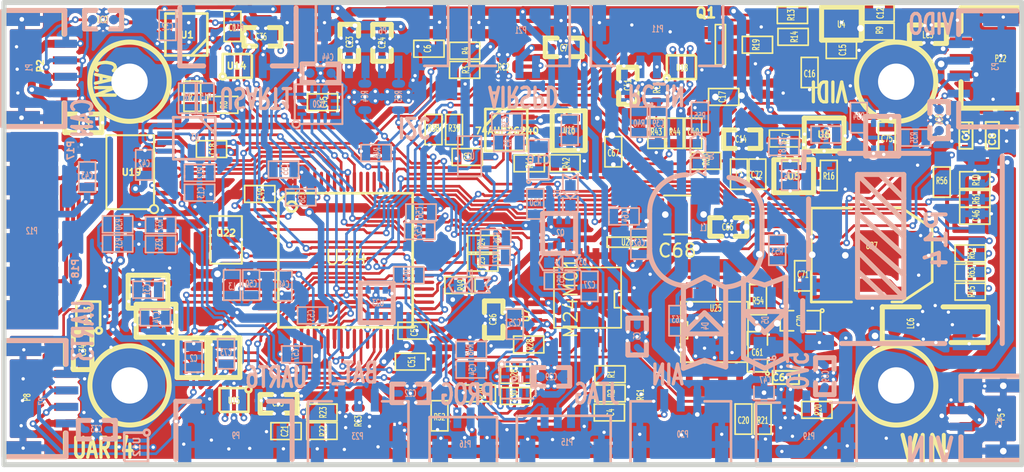
<source format=kicad_pcb>
(kicad_pcb (version 4) (host pcbnew 4.0.4+e1-6308~48~ubuntu16.04.1-stable)
  (title_block (date "9 jun 2016"))
  (layers (0 Front signal) (1 GNDFront signal hide) (2 GNDBack signal hide) (31 Back signal) (34 B.Paste user hide) (35 F.Paste user hide) (36 B.SilkS user hide) (37 F.SilkS user) (38 B.Mask user hide) (39 F.Mask user hide) (44 Edge.Cuts user))
  (net 0 "")
  (net 1 /MCU/ADC1)
  (net 2 /MCU/ADC2)
  (net 3 /MCU/ADC3)
  (net 4 /MCU/ADC4)
  (net 5 /MCU/ADC5)
  (net 6 /MCU/ADC6)
  (net 7 /MCU/BOOT0_IN)
  (net 8 /MCU/CAN_RX)
  (net 9 /MCU/CAN_TX)
  (net 10 /MCU/CSYNC)
  (net 11 /MCU/DAC_OUT1)
  (net 12 /MCU/I2C_SCL_MCU)
  (net 13 /MCU/I2C_SDA_MCU)
  (net 14 /MCU/ISYNC)
  (net 15 /MCU/NRST)
  (net 16 /MCU/OSC_IN)
  (net 17 /MCU/OSC_OUT)
  (net 18 /MCU/PIXEL_CLK)
  (net 19 /MCU/PPMSUM_IN)
  (net 20 /MCU/RCOUT_1)
  (net 21 /MCU/RCOUT_2)
  (net 22 /MCU/RCOUT_3)
  (net 23 /MCU/RCOUT_6)
  (net 24 /MCU/SDIO_CMD)
  (net 25 /MCU/SDIO_D0)
  (net 26 /MCU/SDIO_SCK)
  (net 27 /MCU/SPI_MISO)
  (net 28 /MCU/SPI_SCK)
  (net 29 /MCU/SWCLK)
  (net 30 /MCU/SWDIO)
  (net 31 /MCU/USART1_RXI)
  (net 32 /MCU/USART6_RXI)
  (net 33 /MCU/VCAP1)
  (net 34 /MCU/VCAP_2)
  (net 35 /analog_in/+5V_ANA)
  (net 36 /analog_in/ANA_1)
  (net 37 /analog_in/ANA_5V_P20)
  (net 38 /analog_in/ANA_P20)
  (net 39 /analog_in/ASPD_1)
  (net 40 /analog_in/ASPD_5V_P21)
  (net 41 /analog_in/ASPD_P21)
  (net 42 /can/+5V)
  (net 43 /can/CANH)
  (net 44 /can/CANH_CON)
  (net 45 /can/CANL)
  (net 46 /can/CANL_CON)
  (net 47 /can/CAN_5V)
  (net 48 /i2c/I2C_SCL_EXT)
  (net 49 /i2c/I2C_SDA_EXT)
  (net 50 /i2c/compass/VDD_COMPASS)
  (net 51 /imu/IMU_DRDY)
  (net 52 /imu/IMU_NCS)
  (net 53 /psu/+5.5V)
  (net 54 /psu/SWITCHER_+5V)
  (net 55 /psu/SWITCHER_BST)
  (net 56 /psu/SWITCHER_FB)
  (net 57 /psu/SWITCHER_SW)
  (net 58 /psu/VIN+)
  (net 59 /psu/VIN+SW)
  (net 60 /rc_in/RAW_PPMSUM)
  (net 61 /rc_in/RAW_RSSI)
  (net 62 /rc_in/RX_RX_5V)
  (net 63 /rc_in/S.PORT/FRSKY_TELEM)
  (net 64 /rc_in/USART2_TXI_RXO)
  (net 65 /rc_out/5V_EXT)
  (net 66 /rc_out/GND_EXT)
  (net 67 /sdio/SD_CARD_DET1)
  (net 68 /uarts/UART4_PWR_P8)
  (net 69 /uarts/UART4_RX0)
  (net 70 /uarts/UART4_RX1)
  (net 71 /uarts/UART4_RXI_P8)
  (net 72 /uarts/UART4_SIGN)
  (net 73 /uarts/UART4_TX1)
  (net 74 /uarts/UART4_TXI)
  (net 75 /uarts/UART4_TXO_P8)
  (net 76 /uarts/USART1_TXI)
  (net 77 /uarts/USART3_PWR_P7)
  (net 78 /uarts/USART3_RX0)
  (net 79 /uarts/USART3_RX1)
  (net 80 /uarts/USART3_RXI_P7)
  (net 81 /uarts/USART3_SIGN)
  (net 82 /uarts/USART3_TX1)
  (net 83 /uarts/USART3_TXI)
  (net 84 /uarts/USART3_TXO_P7)
  (net 85 /uarts/USART6_+3.3V_P10)
  (net 86 /uarts/USART6_TXI)
  (net 87 /video/LEVEL)
  (net 88 /video/camera/VIDEO_IN_P22)
  (net 89 /video/camera/VIN+P22)
  (net 90 /video/video_circuit/3V3_OSD)
  (net 91 /video/video_circuit/3V3_OSD_FILT)
  (net 92 /video/video_circuit/BW_RAW_OUT)
  (net 93 /video/video_circuit/CSYNC_FLT_POS_REF)
  (net 94 /video/video_circuit/CSYNC_FLT_VIN)
  (net 95 /video/video_circuit/CSYNC_VREF)
  (net 96 /video/video_circuit/ISYNC_Q_COL)
  (net 97 /video/video_circuit/OSD_BW_OUT)
  (net 98 /video/video_circuit/RAW_CSYNC_OUT)
  (net 99 /video/video_circuit/VIDEO_IN_BUF)
  (net 100 /video/video_circuit/VIDEO_IN_CLAMP)
  (net 101 /video/video_circuit/VIDEO_IN_OSD)
  (net 102 /video/video_out/AUDIO_OUT)
  (net 103 /video/video_out/AUDIO_OUT_AC)
  (net 104 /video/video_out/AUDIO_OUT_CON)
  (net 105 /video/video_out/AUDIO_OUT_RAW)
  (net 106 /video/video_out/VIDEO_OUT_CON)
  (net 107 /video/video_out/VIN+P3)
  (net 108 GND)
  (net 109 /video/camera/VIDEO_IN)
  (net 110 /MCU/+3.3V)
  (net 111 "Net-(C22-Pad3)")
  (net 112 "Net-(C23-Pad3)")
  (net 113 "Net-(C24-Pad3)")
  (net 114 "Net-(C26-Pad3)")
  (net 115 "Net-(C28-Pad1)")
  (net 116 /uarts/USART6_+3.3V_P9)
  (net 117 "Net-(C39-Pad1)")
  (net 118 "Net-(C44-Pad1)")
  (net 119 "Net-(C69-Pad3)")
  (net 120 "Net-(D6-Pad1)")
  (net 121 "Net-(LC6-Pad3)")
  (net 122 /uarts/USART6_RXI_P9)
  (net 123 /uarts/USART6_TXO_P9)
  (net 124 /uarts/USART1_RXI_P10)
  (net 125 /uarts/USART1_TXO_P10)
  (net 126 "Net-(P13-Pad4)")
  (net 127 "Net-(P13-Pad3)")
  (net 128 "Net-(P13-Pad2)")
  (net 129 "Net-(P13-Pad1)")
  (net 130 "Net-(P13-Pad5)")
  (net 131 "Net-(P13-Pad6)")
  (net 132 "Net-(P14-Pad1)")
  (net 133 "Net-(P14-Pad2)")
  (net 134 "Net-(P14-Pad8)")
  (net 135 "Net-(P23-Pad2)")
  (net 136 "Net-(R22-Pad2)")
  (net 137 /i2c/bmp280_baro/I2C_SCL)
  (net 138 /i2c/bmp280_baro/I2C_SDA)
  (net 139 "Net-(R28-Pad1)")
  (net 140 "Net-(R29-Pad2)")
  (net 141 "Net-(R39-Pad1)")
  (net 142 "Net-(R41-Pad1)")
  (net 143 "Net-(R41-Pad2)")
  (net 144 "Net-(R43-Pad2)")
  (net 145 /MCU/MASK)
  (net 146 "Net-(R47-Pad2)")
  (net 147 "Net-(U16-Pad4)")
  (net 148 /MCU/RCOUT_4)
  (net 149 /MCU/RCOUT_5)
  (net 150 /MCU/SPI_MOSI)
  (net 151 /MCU/LED1_LED)
  (net 152 /MCU/LED2_CATHODE)
  (net 153 /MCU/LED2_ANODE)
  (net 154 /MCU/LED3_CATHODE)
  (net 155 /MCU/LED3_ANODE)
  (net 156 /MCU/LED1_MPU)
  (net 157 /MCU/SYNC_SRC_SW)
  (net 158 /MCU/MCU_VDDA)
  (net 159 /MCU/SD_CARD_DET)
  (net 160 /MCU/USART2_DIR)
  (net 161 "Net-(LC4-Pad1)")
  (net 162 /video/video_out/VIDEO_OUT_BUF)
  (net 163 "Net-(R34-Pad2)")
  (net 164 /video/video_circuit/OSD_VIDEO_OUT)
  (module SMD_0603:SMD_0603 (layer Front) (at 117.2898 101.8098 270)
    (fp_text reference C1 (at 0.09906 0 360) (layer F.SilkS) (effects (font (size 0.50038 0.29972) (thickness 0.0762))))
    (fp_text value 4.7uF hide)
    (pad 1 smd rect (at -0.762 0 270) (size 0.635 1.143) (layers Front F.Paste F.Mask) (net 42 /can/+5V))
    (pad 2 smd rect (at 0.762 0 270) (size 0.635 1.143) (layers Front F.Paste F.Mask) (net 108 GND))
  )
  (module SMD_0603:SMD_0603 (layer Back) (at 114.3498 126.8498 270)
    (fp_text reference C2 (at 0.09906 0 540) (layer B.SilkS) (effects (font (size 0.50038 0.29972) (thickness 0.0762)) (justify mirror)))
    (fp_text value 0.1uF hide)
    (pad 1 smd rect (at -0.762 0 270) (size 0.635 1.143) (layers Back B.Paste B.Mask) (net 110 /MCU/+3.3V))
    (pad 2 smd rect (at 0.762 0 270) (size 0.635 1.143) (layers Back B.Paste B.Mask) (net 108 GND))
  )
  (module SMD_0603-3T_FILT:SMD_0603-3T_C_FILT_RND (layer Front) (at 105.9998 109.1498 180)
    (fp_text reference C3 (at -0.05 -0.05 180) (layer F.SilkS) (effects (font (size 0.7112 0.4572) (thickness 0.1143))))
    (fp_text value NFM18PS105R0J3 hide)
    (pad 1 smd circle (at -0.8001 0 180) (size 0.50038 0.50038) (layers Front F.Paste F.Mask) (net 42 /can/+5V))
    (pad 3 smd circle (at 0.8001 0 180) (size 0.50038 0.50038) (layers Front F.Paste F.Mask) (net 47 /can/CAN_5V))
    (pad 2 smd oval (at 0 -0.39878 180) (size 0.8001 0.39878) (layers Front F.Paste F.Mask) (net 108 GND))
    (pad 2 smd oval (at 0 0.39878 180) (size 0.8001 0.39878) (layers Front F.Paste F.Mask) (net 108 GND))
  )
  (module SMD_0603:SMD_0603 (layer Front) (at 145.7998 131.0498)
    (fp_text reference C4 (at 0.09906 0 90) (layer F.SilkS) (effects (font (size 0.50038 0.29972) (thickness 0.0762))))
    (fp_text value 0.1uF hide)
    (pad 1 smd rect (at -0.762 0) (size 0.635 1.143) (layers Front F.Paste F.Mask) (net 2 /MCU/ADC2))
    (pad 2 smd rect (at 0.762 0) (size 0.635 1.143) (layers Front F.Paste F.Mask) (net 108 GND))
  )
  (module SMD_0603-3T_FILT:SMD_0603-3T_C_FILT_RND (layer Back) (at 147.8998 125.2998 270)
    (fp_text reference C5 (at -0.05 0 270) (layer B.SilkS) (effects (font (size 0.5 0.3) (thickness 0.075)) (justify mirror)))
    (fp_text value NFM18PS105R0J3 hide)
    (pad 1 smd circle (at -0.8001 0 270) (size 0.50038 0.50038) (layers Back B.Paste B.Mask) (net 35 /analog_in/+5V_ANA))
    (pad 3 smd circle (at 0.8001 0 270) (size 0.50038 0.50038) (layers Back B.Paste B.Mask) (net 37 /analog_in/ANA_5V_P20))
    (pad 2 smd oval (at 0 0.39878 270) (size 0.8001 0.39878) (layers Back B.Paste B.Mask) (net 108 GND))
    (pad 2 smd oval (at 0 -0.39878 270) (size 0.8001 0.39878) (layers Back B.Paste B.Mask) (net 108 GND))
  )
  (module SMD_0603:SMD_0603 (layer Front) (at 132.1498 103.4998 180)
    (fp_text reference C6 (at 0.09906 0 270) (layer F.SilkS) (effects (font (size 0.50038 0.29972) (thickness 0.0762))))
    (fp_text value 0.1uF hide)
    (pad 1 smd rect (at -0.762 0 180) (size 0.635 1.143) (layers Front F.Paste F.Mask) (net 6 /MCU/ADC6))
    (pad 2 smd rect (at 0.762 0 180) (size 0.635 1.143) (layers Front F.Paste F.Mask) (net 108 GND))
  )
  (module SMD_0603-3T_FILT:SMD_0603-3T_C_FILT_RND (layer Front) (at 142.3498 103.3998 180)
    (fp_text reference C7 (at 0 -0.05 180) (layer F.SilkS) (effects (font (size 0.5 0.3) (thickness 0.075))))
    (fp_text value NFM18PS105R0J3 hide)
    (pad 1 smd circle (at -0.8001 0 180) (size 0.50038 0.50038) (layers Front F.Paste F.Mask) (net 35 /analog_in/+5V_ANA))
    (pad 3 smd circle (at 0.8001 0 180) (size 0.50038 0.50038) (layers Front F.Paste F.Mask) (net 40 /analog_in/ASPD_5V_P21))
    (pad 2 smd oval (at 0 -0.39878 180) (size 0.8001 0.39878) (layers Front F.Paste F.Mask) (net 108 GND))
    (pad 2 smd oval (at 0 0.39878 180) (size 0.8001 0.39878) (layers Front F.Paste F.Mask) (net 108 GND))
  )
  (module SMD_0603:SMD_0603 (layer Front) (at 135.0498 111.6998 180)
    (fp_text reference C9 (at -0.05 0.05 270) (layer F.SilkS) (effects (font (size 0.50038 0.29972) (thickness 0.0762))))
    (fp_text value 0.1uF hide)
    (pad 1 smd rect (at -0.762 0 180) (size 0.635 1.143) (layers Front F.Paste F.Mask) (net 42 /can/+5V))
    (pad 2 smd rect (at 0.762 0 180) (size 0.635 1.143) (layers Front F.Paste F.Mask) (net 108 GND))
  )
  (module SMD_0805:SMD_0805 (layer Back) (at 140.4498 111.8998 90)
    (fp_text reference C10 (at 0 0 180) (layer B.SilkS) (effects (font (size 0.635 0.635) (thickness 0.127)) (justify mirror)))
    (fp_text value 33uF hide)
    (pad 1 smd rect (at -0.9525 0 90) (size 0.889 1.397) (layers Back B.Paste B.Mask) (net 103 /video/video_out/AUDIO_OUT_AC))
    (pad 2 smd rect (at 0.9525 0 90) (size 0.889 1.397) (layers Back B.Paste B.Mask) (net 102 /video/video_out/AUDIO_OUT))
  )
  (module SMD_0603:SMD_0603 (layer Front) (at 166.19982 100.7999)
    (fp_text reference C12 (at 0.09906 0 90) (layer F.SilkS) (effects (font (size 0.50038 0.29972) (thickness 0.0762))))
    (fp_text value 0.1uF hide)
    (pad 1 smd rect (at -0.762 0) (size 0.635 1.143) (layers Front F.Paste F.Mask) (net 100 /video/video_circuit/VIDEO_IN_CLAMP))
    (pad 2 smd rect (at 0.762 0) (size 0.635 1.143) (layers Front F.Paste F.Mask) (net 109 /video/camera/VIDEO_IN))
  )
  (module SMD_0603:SMD_0603 (layer Back) (at 114.7998 114.3998)
    (fp_text reference C13 (at 0.09906 0 270) (layer B.SilkS) (effects (font (size 0.50038 0.29972) (thickness 0.0762)) (justify mirror)))
    (fp_text value 240pF hide)
    (pad 1 smd rect (at -0.762 0) (size 0.635 1.143) (layers Back B.Paste B.Mask) (net 94 /video/video_circuit/CSYNC_FLT_VIN))
    (pad 2 smd rect (at 0.762 0) (size 0.635 1.143) (layers Back B.Paste B.Mask) (net 108 GND))
  )
  (module SMD_0603-3T_FILT:SMD_0603-3T_C_FILT_RND (layer Front) (at 155.8498 110.3498)
    (fp_text reference C14 (at -0.1 0) (layer F.SilkS) (effects (font (size 0.5 0.3) (thickness 0.075))))
    (fp_text value NFM18PC104R1C3 hide)
    (pad 1 smd circle (at -0.8001 0) (size 0.50038 0.50038) (layers Front F.Paste F.Mask) (net 91 /video/video_circuit/3V3_OSD_FILT))
    (pad 3 smd circle (at 0.8001 0) (size 0.50038 0.50038) (layers Front F.Paste F.Mask) (net 90 /video/video_circuit/3V3_OSD))
    (pad 2 smd oval (at 0 -0.39878) (size 0.8001 0.39878) (layers Front F.Paste F.Mask) (net 108 GND))
    (pad 2 smd oval (at 0 0.39878) (size 0.8001 0.39878) (layers Front F.Paste F.Mask) (net 108 GND))
  )
  (module SMD_0603:SMD_0603 (layer Front) (at 163.3498 103.5998)
    (fp_text reference C15 (at 0.09906 0 90) (layer F.SilkS) (effects (font (size 0.50038 0.29972) (thickness 0.0762))))
    (fp_text value 0.1uF hide)
    (pad 1 smd rect (at -0.762 0) (size 0.635 1.143) (layers Front F.Paste F.Mask) (net 42 /can/+5V))
    (pad 2 smd rect (at 0.762 0) (size 0.635 1.143) (layers Front F.Paste F.Mask) (net 108 GND))
  )
  (module SMD_0603:SMD_0603 (layer Front) (at 160.9498 105.2998 270)
    (fp_text reference C16 (at 0.09906 0 360) (layer F.SilkS) (effects (font (size 0.50038 0.29972) (thickness 0.0762))))
    (fp_text value 4.7uF hide)
    (pad 1 smd rect (at -0.762 0 270) (size 0.635 1.143) (layers Front F.Paste F.Mask) (net 42 /can/+5V))
    (pad 2 smd rect (at 0.762 0 270) (size 0.635 1.143) (layers Front F.Paste F.Mask) (net 108 GND))
  )
  (module SMD_0603:SMD_0603 (layer Front) (at 154.4498 107.1498 180)
    (fp_text reference C17 (at 0.09906 0 270) (layer F.SilkS) (effects (font (size 0.50038 0.29972) (thickness 0.0762))))
    (fp_text value 4.7uF hide)
    (pad 1 smd rect (at -0.762 0 180) (size 0.635 1.143) (layers Front F.Paste F.Mask) (net 110 /MCU/+3.3V))
    (pad 2 smd rect (at 0.762 0 180) (size 0.635 1.143) (layers Front F.Paste F.Mask) (net 108 GND))
  )
  (module SMD_0603:SMD_0603 (layer Front) (at 115.6998 111.0998)
    (fp_text reference C18 (at 0.09906 0 90) (layer F.SilkS) (effects (font (size 0.50038 0.29972) (thickness 0.0762))))
    (fp_text value 0.1uF hide)
    (pad 1 smd rect (at -0.762 0) (size 0.635 1.143) (layers Front F.Paste F.Mask) (net 110 /MCU/+3.3V))
    (pad 2 smd rect (at 0.762 0) (size 0.635 1.143) (layers Front F.Paste F.Mask) (net 108 GND))
  )
  (module SMD_0603:SMD_0603 (layer Back) (at 162.1998 109.9998 180)
    (fp_text reference C19 (at 0.09906 0 450) (layer B.SilkS) (effects (font (size 0.50038 0.29972) (thickness 0.0762)) (justify mirror)))
    (fp_text value 0.1uF hide)
    (pad 1 smd rect (at -0.762 0 180) (size 0.635 1.143) (layers Back B.Paste B.Mask) (net 110 /MCU/+3.3V))
    (pad 2 smd rect (at 0.762 0 180) (size 0.635 1.143) (layers Back B.Paste B.Mask) (net 108 GND))
  )
  (module SMD_0603:SMD_0603 (layer Front) (at 155.9498 131.5498 270)
    (fp_text reference C20 (at 0.09906 0 360) (layer F.SilkS) (effects (font (size 0.50038 0.29972) (thickness 0.0762))))
    (fp_text value 0.1uF hide)
    (pad 1 smd rect (at -0.762 0 270) (size 0.635 1.143) (layers Front F.Paste F.Mask) (net 5 /MCU/ADC5))
    (pad 2 smd rect (at 0.762 0 270) (size 0.635 1.143) (layers Front F.Paste F.Mask) (net 108 GND))
  )
  (module SMD_0603:SMD_0603 (layer Front) (at 121.3398 132.4598 180)
    (fp_text reference C21 (at 0.09906 0 270) (layer F.SilkS) (effects (font (size 0.50038 0.29972) (thickness 0.0762))))
    (fp_text value 0.1uF hide)
    (pad 1 smd rect (at -0.762 0 180) (size 0.635 1.143) (layers Front F.Paste F.Mask) (net 4 /MCU/ADC4))
    (pad 2 smd rect (at 0.762 0 180) (size 0.635 1.143) (layers Front F.Paste F.Mask) (net 108 GND))
  )
  (module SMD_0603-3T_FILT:SMD_0603-3T_C_FILT_RND (layer Back) (at 130.7498 129.5998 180)
    (fp_text reference C22 (at 0 0 180) (layer B.SilkS) (effects (font (size 0.5 0.3) (thickness 0.075)) (justify mirror)))
    (fp_text value NFM18PS105R0J3 hide)
    (pad 1 smd circle (at -0.8001 0 180) (size 0.50038 0.50038) (layers Back B.Paste B.Mask) (net 35 /analog_in/+5V_ANA))
    (pad 3 smd circle (at 0.8001 0 180) (size 0.50038 0.50038) (layers Back B.Paste B.Mask) (net 111 "Net-(C22-Pad3)"))
    (pad 2 smd oval (at 0 0.39878 180) (size 0.8001 0.39878) (layers Back B.Paste B.Mask) (net 108 GND))
    (pad 2 smd oval (at 0 -0.39878 180) (size 0.8001 0.39878) (layers Back B.Paste B.Mask) (net 108 GND))
  )
  (module SMD_0603-3T_FILT:SMD_0603-3T_C_FILT_RND (layer Front) (at 126.1237 103.05034 270)
    (fp_text reference C23 (at -0.05054 -0.0261 270) (layer F.SilkS) (effects (font (size 0.5 0.3) (thickness 0.075))))
    (fp_text value NFM18PS105R0J3 hide)
    (pad 1 smd circle (at -0.8001 0 270) (size 0.50038 0.50038) (layers Front F.Paste F.Mask) (net 42 /can/+5V))
    (pad 3 smd circle (at 0.8001 0 270) (size 0.50038 0.50038) (layers Front F.Paste F.Mask) (net 112 "Net-(C23-Pad3)"))
    (pad 2 smd oval (at 0 -0.39878 270) (size 0.8001 0.39878) (layers Front F.Paste F.Mask) (net 108 GND))
    (pad 2 smd oval (at 0 0.39878 270) (size 0.8001 0.39878) (layers Front F.Paste F.Mask) (net 108 GND))
  )
  (module SMD_0603-3T_FILT:SMD_0603-3T_C_FILT_RND (layer Front) (at 128.6002 103.05034 270)
    (fp_text reference C24 (at -0.00054 0.0004 270) (layer F.SilkS) (effects (font (size 0.5 0.3) (thickness 0.075))))
    (fp_text value NFM18PS105R0J3 hide)
    (pad 1 smd circle (at -0.8001 0 270) (size 0.50038 0.50038) (layers Front F.Paste F.Mask) (net 110 /MCU/+3.3V))
    (pad 3 smd circle (at 0.8001 0 270) (size 0.50038 0.50038) (layers Front F.Paste F.Mask) (net 113 "Net-(C24-Pad3)"))
    (pad 2 smd oval (at 0 -0.39878 270) (size 0.8001 0.39878) (layers Front F.Paste F.Mask) (net 108 GND))
    (pad 2 smd oval (at 0 0.39878 270) (size 0.8001 0.39878) (layers Front F.Paste F.Mask) (net 108 GND))
  )
  (module SMD_0603:SMD_0603 (layer Back) (at 138.6498 124.3498 90)
    (fp_text reference C25 (at 0.09906 0 360) (layer B.SilkS) (effects (font (size 0.50038 0.29972) (thickness 0.0762)) (justify mirror)))
    (fp_text value 1uF hide)
    (pad 1 smd rect (at -0.762 0 90) (size 0.635 1.143) (layers Back B.Paste B.Mask) (net 110 /MCU/+3.3V))
    (pad 2 smd rect (at 0.762 0 90) (size 0.635 1.143) (layers Back B.Paste B.Mask) (net 108 GND))
  )
  (module SMD_0603-3T_FILT:SMD_0603-3T_LC_FILT_RND (layer Front) (at 137.0498 123.9998 90)
    (fp_text reference C26 (at 0 -0.05 90) (layer F.SilkS) (effects (font (size 0.5 0.3) (thickness 0.075))))
    (fp_text value NFM18PC104R1C3 hide)
    (pad 1 smd circle (at -0.8001 0 90) (size 0.70104 0.70104) (layers Front F.Paste F.Mask) (net 110 /MCU/+3.3V))
    (pad 3 smd circle (at 0.8001 0 90) (size 0.70104 0.70104) (layers Front F.Paste F.Mask) (net 114 "Net-(C26-Pad3)"))
    (pad 2 smd circle (at 0 -0.39878 90) (size 0.50038 0.50038) (layers Front F.Paste F.Mask) (net 108 GND))
    (pad 2 smd circle (at 0 0.39878 90) (size 0.50038 0.50038) (layers Front F.Paste F.Mask) (net 108 GND))
  )
  (module SMD_0603:SMD_0603 (layer Back) (at 144.2998 121.4998 90)
    (fp_text reference C27 (at 0.09906 0 360) (layer B.SilkS) (effects (font (size 0.50038 0.29972) (thickness 0.0762)) (justify mirror)))
    (fp_text value 0.1uF hide)
    (pad 1 smd rect (at -0.762 0 90) (size 0.635 1.143) (layers Back B.Paste B.Mask) (net 110 /MCU/+3.3V))
    (pad 2 smd rect (at 0.762 0 90) (size 0.635 1.143) (layers Back B.Paste B.Mask) (net 108 GND))
  )
  (module SMD_0603:SMD_0603 (layer Front) (at 138.6998 128.1998 180)
    (fp_text reference C28 (at 0.09906 0 270) (layer F.SilkS) (effects (font (size 0.50038 0.29972) (thickness 0.0762))))
    (fp_text value 0.1uF hide)
    (pad 1 smd rect (at -0.762 0 180) (size 0.635 1.143) (layers Front F.Paste F.Mask) (net 115 "Net-(C28-Pad1)"))
    (pad 2 smd rect (at 0.762 0 180) (size 0.635 1.143) (layers Front F.Paste F.Mask) (net 108 GND))
  )
  (module SMD_0603-3T_FILT:SMD_0603-3T_LC_FILT_RND (layer Back) (at 141.3998 128.3498)
    (fp_text reference C29 (at 0 0) (layer B.SilkS) (effects (font (size 0.5 0.3) (thickness 0.075)) (justify mirror)))
    (fp_text value NFM18PC104R1C3 hide)
    (pad 1 smd circle (at -0.8001 0) (size 0.70104 0.70104) (layers Back B.Paste B.Mask) (net 50 /i2c/compass/VDD_COMPASS))
    (pad 3 smd circle (at 0.8001 0) (size 0.70104 0.70104) (layers Back B.Paste B.Mask) (net 110 /MCU/+3.3V))
    (pad 2 smd circle (at 0 0.39878) (size 0.50038 0.50038) (layers Back B.Paste B.Mask) (net 108 GND))
    (pad 2 smd circle (at 0 -0.39878) (size 0.50038 0.50038) (layers Back B.Paste B.Mask) (net 108 GND))
  )
  (module SMD_0603:SMD_0603 (layer Front) (at 138.6998 129.7998 180)
    (fp_text reference C30 (at 0.09906 0 270) (layer F.SilkS) (effects (font (size 0.50038 0.29972) (thickness 0.0762))))
    (fp_text value 1uF hide)
    (pad 1 smd rect (at -0.762 0 180) (size 0.635 1.143) (layers Front F.Paste F.Mask) (net 110 /MCU/+3.3V))
    (pad 2 smd rect (at 0.762 0 180) (size 0.635 1.143) (layers Front F.Paste F.Mask) (net 108 GND))
  )
  (module SMD_0603:SMD_0603 (layer Back) (at 110.8998 121.7498 180)
    (fp_text reference C31 (at 0.09906 0 450) (layer B.SilkS) (effects (font (size 0.50038 0.29972) (thickness 0.0762)) (justify mirror)))
    (fp_text value 0.1uF hide)
    (pad 1 smd rect (at -0.762 0 180) (size 0.635 1.143) (layers Back B.Paste B.Mask) (net 110 /MCU/+3.3V))
    (pad 2 smd rect (at 0.762 0 180) (size 0.635 1.143) (layers Back B.Paste B.Mask) (net 108 GND))
  )
  (module SMD_0603:SMD_0603 (layer Back) (at 112.37468 101.72446 270)
    (fp_text reference C32 (at 0.09906 0 540) (layer B.SilkS) (effects (font (size 0.50038 0.29972) (thickness 0.0762)) (justify mirror)))
    (fp_text value 0.1uF hide)
    (pad 1 smd rect (at -0.762 0 270) (size 0.635 1.143) (layers Back B.Paste B.Mask) (net 110 /MCU/+3.3V))
    (pad 2 smd rect (at 0.762 0 270) (size 0.635 1.143) (layers Back B.Paste B.Mask) (net 108 GND))
  )
  (module SMD_0603-3T_FILT:SMD_0603-3T_C_FILT_RND (layer Back) (at 107.02544 132.34924 180)
    (fp_text reference C33 (at 0.02564 0.04944 180) (layer B.SilkS) (effects (font (size 0.5 0.3) (thickness 0.075)) (justify mirror)))
    (fp_text value NFM18PS105R0J3 hide)
    (pad 1 smd circle (at -0.8001 0 180) (size 0.50038 0.50038) (layers Back B.Paste B.Mask) (net 42 /can/+5V))
    (pad 3 smd circle (at 0.8001 0 180) (size 0.50038 0.50038) (layers Back B.Paste B.Mask) (net 77 /uarts/USART3_PWR_P7))
    (pad 2 smd oval (at 0 0.39878 180) (size 0.8001 0.39878) (layers Back B.Paste B.Mask) (net 108 GND))
    (pad 2 smd oval (at 0 -0.39878 180) (size 0.8001 0.39878) (layers Back B.Paste B.Mask) (net 108 GND))
  )
  (module SMD_0603-3T_FILT:SMD_0603-3T_C_FILT_RND (layer Front) (at 105.95102 126.40056 270)
    (fp_text reference C34 (at -0.05076 0.00122 270) (layer F.SilkS) (effects (font (size 0.5 0.3) (thickness 0.075))))
    (fp_text value NFM18PS105R0J3 hide)
    (pad 1 smd circle (at -0.8001 0 270) (size 0.50038 0.50038) (layers Front F.Paste F.Mask) (net 42 /can/+5V))
    (pad 3 smd circle (at 0.8001 0 270) (size 0.50038 0.50038) (layers Front F.Paste F.Mask) (net 68 /uarts/UART4_PWR_P8))
    (pad 2 smd oval (at 0 -0.39878 270) (size 0.8001 0.39878) (layers Front F.Paste F.Mask) (net 108 GND))
    (pad 2 smd oval (at 0 0.39878 270) (size 0.8001 0.39878) (layers Front F.Paste F.Mask) (net 108 GND))
  )
  (module SMD_0603-3T_FILT:SMD_0603-3T_C_FILT_RND (layer Front) (at 120.7798 130.3898 180)
    (fp_text reference C35 (at 0.05 0.05 180) (layer F.SilkS) (effects (font (size 0.5 0.3) (thickness 0.075))))
    (fp_text value NFM18PS105R0J3 hide)
    (pad 1 smd circle (at -0.8001 0 180) (size 0.50038 0.50038) (layers Front F.Paste F.Mask) (net 110 /MCU/+3.3V))
    (pad 3 smd circle (at 0.8001 0 180) (size 0.50038 0.50038) (layers Front F.Paste F.Mask) (net 116 /uarts/USART6_+3.3V_P9))
    (pad 2 smd oval (at 0 -0.39878 180) (size 0.8001 0.39878) (layers Front F.Paste F.Mask) (net 108 GND))
    (pad 2 smd oval (at 0 0.39878 180) (size 0.8001 0.39878) (layers Front F.Paste F.Mask) (net 108 GND))
  )
  (module SMD_0603-3T_FILT:SMD_0603-3T_C_FILT_RND (layer Front) (at 119.5498 102.5998 180)
    (fp_text reference C36 (at 0.1 0 180) (layer F.SilkS) (effects (font (size 0.5 0.3) (thickness 0.075))))
    (fp_text value NFM18PS105R0J3 hide)
    (pad 1 smd circle (at -0.8001 0 180) (size 0.50038 0.50038) (layers Front F.Paste F.Mask) (net 110 /MCU/+3.3V))
    (pad 3 smd circle (at 0.8001 0 180) (size 0.50038 0.50038) (layers Front F.Paste F.Mask) (net 85 /uarts/USART6_+3.3V_P10))
    (pad 2 smd oval (at 0 -0.39878 180) (size 0.8001 0.39878) (layers Front F.Paste F.Mask) (net 108 GND))
    (pad 2 smd oval (at 0 0.39878 180) (size 0.8001 0.39878) (layers Front F.Paste F.Mask) (net 108 GND))
  )
  (module SMD_0603:SMD_0603 (layer Back) (at 142.7998 109.6498 270)
    (fp_text reference C37 (at 0.09906 0 540) (layer B.SilkS) (effects (font (size 0.50038 0.29972) (thickness 0.0762)) (justify mirror)))
    (fp_text value 0.1uF hide)
    (pad 1 smd rect (at -0.762 0 270) (size 0.635 1.143) (layers Back B.Paste B.Mask) (net 110 /MCU/+3.3V))
    (pad 2 smd rect (at 0.762 0 270) (size 0.635 1.143) (layers Back B.Paste B.Mask) (net 108 GND))
  )
  (module SMD_0603:SMD_0603 (layer Back) (at 138.0498 109.0498 180)
    (fp_text reference C38 (at 0.09906 0 450) (layer B.SilkS) (effects (font (size 0.50038 0.29972) (thickness 0.0762)) (justify mirror)))
    (fp_text value 0.1uF hide)
    (pad 1 smd rect (at -0.762 0 180) (size 0.635 1.143) (layers Back B.Paste B.Mask) (net 110 /MCU/+3.3V))
    (pad 2 smd rect (at 0.762 0 180) (size 0.635 1.143) (layers Back B.Paste B.Mask) (net 108 GND))
  )
  (module SMD_0603:SMD_0603 (layer Back) (at 149.4998 109.0498 270)
    (fp_text reference C39 (at 0.09906 0 540) (layer B.SilkS) (effects (font (size 0.50038 0.29972) (thickness 0.0762)) (justify mirror)))
    (fp_text value 10nF hide)
    (pad 1 smd rect (at -0.762 0 270) (size 0.635 1.143) (layers Back B.Paste B.Mask) (net 117 "Net-(C39-Pad1)"))
    (pad 2 smd rect (at 0.762 0 270) (size 0.635 1.143) (layers Back B.Paste B.Mask) (net 108 GND))
  )
  (module SMD_0603:SMD_0603 (layer Front) (at 152.1498 109.8998 90)
    (fp_text reference C40 (at 0.09906 0 180) (layer F.SilkS) (effects (font (size 0.50038 0.29972) (thickness 0.0762))))
    (fp_text value 0F hide)
    (pad 1 smd rect (at -0.762 0 90) (size 0.635 1.143) (layers Front F.Paste F.Mask) (net 3 /MCU/ADC3))
    (pad 2 smd rect (at 0.762 0 90) (size 0.635 1.143) (layers Front F.Paste F.Mask) (net 108 GND))
  )
  (module SMD_0603-3T_FILT:SMD_0603-3T_C_FILT_RND (layer Front) (at 147.1998 106.2998 90)
    (fp_text reference C41 (at 0.05 0 90) (layer F.SilkS) (effects (font (size 0.5 0.3) (thickness 0.075))))
    (fp_text value NFM18PS105R0J3 hide)
    (pad 1 smd circle (at -0.8001 0 90) (size 0.50038 0.50038) (layers Front F.Paste F.Mask) (net 42 /can/+5V))
    (pad 3 smd circle (at 0.8001 0 90) (size 0.50038 0.50038) (layers Front F.Paste F.Mask) (net 62 /rc_in/RX_RX_5V))
    (pad 2 smd oval (at 0 -0.39878 90) (size 0.8001 0.39878) (layers Front F.Paste F.Mask) (net 108 GND))
    (pad 2 smd oval (at 0 0.39878 90) (size 0.8001 0.39878) (layers Front F.Paste F.Mask) (net 108 GND))
  )
  (module SMD_0603:SMD_0603 (layer Back) (at 110.5998 112.2998 90)
    (fp_text reference C42 (at 0.09906 0 360) (layer B.SilkS) (effects (font (size 0.50038 0.29972) (thickness 0.0762)) (justify mirror)))
    (fp_text value 0.1uF hide)
    (pad 1 smd rect (at -0.762 0 90) (size 0.635 1.143) (layers Back B.Paste B.Mask) (net 110 /MCU/+3.3V))
    (pad 2 smd rect (at 0.762 0 90) (size 0.635 1.143) (layers Back B.Paste B.Mask) (net 108 GND))
  )
  (module SMD_0603:SMD_0603 (layer Back) (at 106.2898 113.2098 90)
    (fp_text reference C43 (at 0.09906 0 360) (layer B.SilkS) (effects (font (size 0.50038 0.29972) (thickness 0.0762)) (justify mirror)))
    (fp_text value 0.1uF hide)
    (pad 1 smd rect (at -0.762 0 90) (size 0.635 1.143) (layers Back B.Paste B.Mask) (net 65 /rc_out/5V_EXT))
    (pad 2 smd rect (at 0.762 0 90) (size 0.635 1.143) (layers Back B.Paste B.Mask) (net 66 /rc_out/GND_EXT))
  )
  (module SMD_0603-3T_FILT:SMD_0603-3T_LC_FILT_RND (layer Back) (at 123.9498 105.3498 180)
    (fp_text reference C44 (at -0.55 1.2 180) (layer B.SilkS) (effects (font (size 0.5 0.3) (thickness 0.075)) (justify mirror)))
    (fp_text value NFM18PC104R1C3 hide)
    (pad 1 smd circle (at -0.8001 0 180) (size 0.70104 0.70104) (layers Back B.Paste B.Mask) (net 118 "Net-(C44-Pad1)"))
    (pad 3 smd circle (at 0.8001 0 180) (size 0.70104 0.70104) (layers Back B.Paste B.Mask) (net 110 /MCU/+3.3V))
    (pad 2 smd circle (at 0 0.39878 180) (size 0.50038 0.50038) (layers Back B.Paste B.Mask) (net 108 GND))
    (pad 2 smd circle (at 0 -0.39878 180) (size 0.50038 0.50038) (layers Back B.Paste B.Mask) (net 108 GND))
  )
  (module SMD_0603:SMD_0603 (layer Front) (at 124.0998 107.5498)
    (fp_text reference C45 (at 0.09906 0 90) (layer F.SilkS) (effects (font (size 0.50038 0.29972) (thickness 0.0762))))
    (fp_text value 0.1uF hide)
    (pad 1 smd rect (at -0.762 0) (size 0.635 1.143) (layers Front F.Paste F.Mask) (net 110 /MCU/+3.3V))
    (pad 2 smd rect (at 0.762 0) (size 0.635 1.143) (layers Front F.Paste F.Mask) (net 108 GND))
  )
  (module SMD_0603:SMD_0603 (layer Front) (at 173.4498 116.1498)
    (fp_text reference C46 (at 0.09906 0 90) (layer F.SilkS) (effects (font (size 0.50038 0.29972) (thickness 0.0762))))
    (fp_text value 4.7uF hide)
    (pad 1 smd rect (at -0.762 0) (size 0.635 1.143) (layers Front F.Paste F.Mask) (net 110 /MCU/+3.3V))
    (pad 2 smd rect (at 0.762 0) (size 0.635 1.143) (layers Front F.Paste F.Mask) (net 108 GND))
  )
  (module SMD_0603:SMD_0603 (layer Back) (at 121.1498 121.4498 90)
    (fp_text reference C48 (at 0.09906 0 360) (layer B.SilkS) (effects (font (size 0.50038 0.29972) (thickness 0.0762)) (justify mirror)))
    (fp_text value 1uF hide)
    (pad 1 smd rect (at -0.762 0 90) (size 0.635 1.143) (layers Back B.Paste B.Mask) (net 158 /MCU/MCU_VDDA))
    (pad 2 smd rect (at 0.762 0 90) (size 0.635 1.143) (layers Back B.Paste B.Mask) (net 108 GND))
  )
  (module SMD_0603:SMD_0603 (layer Front) (at 119.3498 114.4998)
    (fp_text reference C49 (at 0.09906 0 90) (layer F.SilkS) (effects (font (size 0.50038 0.29972) (thickness 0.0762))))
    (fp_text value 0.1uF hide)
    (pad 1 smd rect (at -0.762 0) (size 0.635 1.143) (layers Front F.Paste F.Mask) (net 110 /MCU/+3.3V))
    (pad 2 smd rect (at 0.762 0) (size 0.635 1.143) (layers Front F.Paste F.Mask) (net 108 GND))
  )
  (module SMD_0603:SMD_0603 (layer Back) (at 118.6998 121.3998 90)
    (fp_text reference C50 (at 0.09906 0 360) (layer B.SilkS) (effects (font (size 0.50038 0.29972) (thickness 0.0762)) (justify mirror)))
    (fp_text value 0.1uF hide)
    (pad 1 smd rect (at -0.762 0 90) (size 0.635 1.143) (layers Back B.Paste B.Mask) (net 158 /MCU/MCU_VDDA))
    (pad 2 smd rect (at 0.762 0 90) (size 0.635 1.143) (layers Back B.Paste B.Mask) (net 108 GND))
  )
  (module SMD_0603:SMD_0603 (layer Front) (at 130.7498 127.1998)
    (fp_text reference C51 (at 0.09906 0 90) (layer F.SilkS) (effects (font (size 0.50038 0.29972) (thickness 0.0762))))
    (fp_text value 2.2uF hide)
    (pad 1 smd rect (at -0.762 0) (size 0.635 1.143) (layers Front F.Paste F.Mask) (net 33 /MCU/VCAP1))
    (pad 2 smd rect (at 0.762 0) (size 0.635 1.143) (layers Front F.Paste F.Mask) (net 108 GND))
  )
  (module SMD_0603:SMD_0603 (layer Back) (at 131.4498 117.2998 180)
    (fp_text reference C52 (at 0.09906 0 450) (layer B.SilkS) (effects (font (size 0.50038 0.29972) (thickness 0.0762)) (justify mirror)))
    (fp_text value 2.2uF hide)
    (pad 1 smd rect (at -0.762 0 180) (size 0.635 1.143) (layers Back B.Paste B.Mask) (net 34 /MCU/VCAP_2))
    (pad 2 smd rect (at 0.762 0 180) (size 0.635 1.143) (layers Back B.Paste B.Mask) (net 108 GND))
  )
  (module SMD_0603:SMD_0603 (layer Back) (at 123.3498 123.6998 180)
    (fp_text reference C53 (at 0.09906 0 450) (layer B.SilkS) (effects (font (size 0.50038 0.29972) (thickness 0.0762)) (justify mirror)))
    (fp_text value 0.1uF hide)
    (pad 1 smd rect (at -0.762 0 180) (size 0.635 1.143) (layers Back B.Paste B.Mask) (net 110 /MCU/+3.3V))
    (pad 2 smd rect (at 0.762 0 180) (size 0.635 1.143) (layers Back B.Paste B.Mask) (net 108 GND))
  )
  (module SMD_0603:SMD_0603 (layer Back) (at 135.3498 127.7998)
    (fp_text reference C54 (at 0.09906 0 270) (layer B.SilkS) (effects (font (size 0.50038 0.29972) (thickness 0.0762)) (justify mirror)))
    (fp_text value 0.1uF hide)
    (pad 1 smd rect (at -0.762 0) (size 0.635 1.143) (layers Back B.Paste B.Mask) (net 15 /MCU/NRST))
    (pad 2 smd rect (at 0.762 0) (size 0.635 1.143) (layers Back B.Paste B.Mask) (net 108 GND))
  )
  (module SMD_0603:SMD_0603 (layer Back) (at 121.1498 112.6498)
    (fp_text reference C55 (at 0.09906 0 270) (layer B.SilkS) (effects (font (size 0.50038 0.29972) (thickness 0.0762)) (justify mirror)))
    (fp_text value 0.1uF hide)
    (pad 1 smd rect (at -0.762 0) (size 0.635 1.143) (layers Back B.Paste B.Mask) (net 110 /MCU/+3.3V))
    (pad 2 smd rect (at 0.762 0) (size 0.635 1.143) (layers Back B.Paste B.Mask) (net 108 GND))
  )
  (module SMD_0603:SMD_0603 (layer Back) (at 131.5498 115.8998 180)
    (fp_text reference C56 (at 0.09906 0 450) (layer B.SilkS) (effects (font (size 0.50038 0.29972) (thickness 0.0762)) (justify mirror)))
    (fp_text value 0.1uF hide)
    (pad 1 smd rect (at -0.762 0 180) (size 0.635 1.143) (layers Back B.Paste B.Mask) (net 110 /MCU/+3.3V))
    (pad 2 smd rect (at 0.762 0 180) (size 0.635 1.143) (layers Back B.Paste B.Mask) (net 108 GND))
  )
  (module SMD_0603:SMD_0603 (layer Back) (at 122.1498 126.6498 180)
    (fp_text reference C57 (at 0.09906 0 450) (layer B.SilkS) (effects (font (size 0.50038 0.29972) (thickness 0.0762)) (justify mirror)))
    (fp_text value 0.1uF hide)
    (pad 1 smd rect (at -0.762 0 180) (size 0.635 1.143) (layers Back B.Paste B.Mask) (net 110 /MCU/+3.3V))
    (pad 2 smd rect (at 0.762 0 180) (size 0.635 1.143) (layers Back B.Paste B.Mask) (net 108 GND))
  )
  (module SMD_0603:SMD_0603 (layer Back) (at 122.4498 114.7498)
    (fp_text reference C58 (at 0.09906 0 270) (layer B.SilkS) (effects (font (size 0.50038 0.29972) (thickness 0.0762)) (justify mirror)))
    (fp_text value 4.7uF hide)
    (pad 1 smd rect (at -0.762 0) (size 0.635 1.143) (layers Back B.Paste B.Mask) (net 110 /MCU/+3.3V))
    (pad 2 smd rect (at 0.762 0) (size 0.635 1.143) (layers Back B.Paste B.Mask) (net 108 GND))
  )
  (module SMD_0603:SMD_0603 (layer Front) (at 130.9498 124.8498)
    (fp_text reference C59 (at 0.09906 0 90) (layer F.SilkS) (effects (font (size 0.50038 0.29972) (thickness 0.0762))))
    (fp_text value 4.7uF hide)
    (pad 1 smd rect (at -0.762 0) (size 0.635 1.143) (layers Front F.Paste F.Mask) (net 110 /MCU/+3.3V))
    (pad 2 smd rect (at 0.762 0) (size 0.635 1.143) (layers Front F.Paste F.Mask) (net 108 GND))
  )
  (module SMD_0805:SMD_0805 (layer Front) (at 156.9998 126.4498 90)
    (fp_text reference C61 (at -0.05 0 180) (layer F.SilkS) (effects (font (size 0.5 0.3) (thickness 0.075))))
    (fp_text value 4.7uF hide)
    (pad 1 smd rect (at -0.9525 0 90) (size 0.889 1.397) (layers Front F.Paste F.Mask) (net 59 /psu/VIN+SW))
    (pad 2 smd rect (at 0.9525 0 90) (size 0.889 1.397) (layers Front F.Paste F.Mask) (net 108 GND))
  )
  (module SMD_0603:SMD_0603 (layer Back) (at 148.0598 118.2898 90)
    (fp_text reference C62 (at 0.09906 0 360) (layer B.SilkS) (effects (font (size 0.50038 0.29972) (thickness 0.0762)) (justify mirror)))
    (fp_text value 0.1uF hide)
    (pad 1 smd rect (at -0.762 0 90) (size 0.635 1.143) (layers Back B.Paste B.Mask) (net 53 /psu/+5.5V))
    (pad 2 smd rect (at 0.762 0 90) (size 0.635 1.143) (layers Back B.Paste B.Mask) (net 108 GND))
  )
  (module SMD_0603:SMD_0603 (layer Back) (at 150.9498 124.0998 90)
    (fp_text reference C63 (at 0.09906 0 360) (layer B.SilkS) (effects (font (size 0.50038 0.29972) (thickness 0.0762)) (justify mirror)))
    (fp_text value 15nF hide)
    (pad 1 smd rect (at -0.762 0 90) (size 0.635 1.143) (layers Back B.Paste B.Mask) (net 55 /psu/SWITCHER_BST))
    (pad 2 smd rect (at 0.762 0 90) (size 0.635 1.143) (layers Back B.Paste B.Mask) (net 57 /psu/SWITCHER_SW))
  )
  (module SMD_0603:SMD_0603 (layer Back) (at 146.9098 116.1998)
    (fp_text reference C64 (at 0.09906 0 270) (layer B.SilkS) (effects (font (size 0.50038 0.29972) (thickness 0.0762)) (justify mirror)))
    (fp_text value 1uF hide)
    (pad 1 smd rect (at -0.762 0) (size 0.635 1.143) (layers Back B.Paste B.Mask) (net 35 /analog_in/+5V_ANA))
    (pad 2 smd rect (at 0.762 0) (size 0.635 1.143) (layers Back B.Paste B.Mask) (net 108 GND))
  )
  (module SMD_0603-3T_FILT:SMD_0603-3T_C_FILT_RND (layer Front) (at 154.7998 116.9998)
    (fp_text reference C66 (at -0.05 0) (layer F.SilkS) (effects (font (size 0.5 0.3) (thickness 0.075))))
    (fp_text value NFM18PS105D0J3 hide)
    (pad 1 smd circle (at -0.8001 0) (size 0.50038 0.50038) (layers Front F.Paste F.Mask) (net 54 /psu/SWITCHER_+5V))
    (pad 3 smd circle (at 0.8001 0) (size 0.50038 0.50038) (layers Front F.Paste F.Mask) (net 53 /psu/+5.5V))
    (pad 2 smd oval (at 0 -0.39878) (size 0.8001 0.39878) (layers Front F.Paste F.Mask) (net 108 GND))
    (pad 2 smd oval (at 0 0.39878) (size 0.8001 0.39878) (layers Front F.Paste F.Mask) (net 108 GND))
  )
  (module SMD_0603:SMD_0603 (layer Front) (at 146.0998 111.2998 270)
    (fp_text reference C67 (at 0.09906 0 360) (layer F.SilkS) (effects (font (size 0.50038 0.29972) (thickness 0.0762))))
    (fp_text value 1uF hide)
    (pad 1 smd rect (at -0.762 0 270) (size 0.635 1.143) (layers Front F.Paste F.Mask) (net 42 /can/+5V))
    (pad 2 smd rect (at 0.762 0 270) (size 0.635 1.143) (layers Front F.Paste F.Mask) (net 108 GND))
  )
  (module SMD_0603-3T_FILT:SMD_0603-3T_C_FILT_RND (layer Back) (at 162.0998 128.2998 270)
    (fp_text reference C69 (at 0 -0.05 270) (layer B.SilkS) (effects (font (size 0.5 0.3) (thickness 0.075)) (justify mirror)))
    (fp_text value NFM18PS105D0J3 hide)
    (pad 1 smd circle (at -0.8001 0 270) (size 0.50038 0.50038) (layers Back B.Paste B.Mask) (net 42 /can/+5V))
    (pad 3 smd circle (at 0.8001 0 270) (size 0.50038 0.50038) (layers Back B.Paste B.Mask) (net 119 "Net-(C69-Pad3)"))
    (pad 2 smd oval (at 0 0.39878 270) (size 0.8001 0.39878) (layers Back B.Paste B.Mask) (net 108 GND))
    (pad 2 smd oval (at 0 -0.39878 270) (size 0.8001 0.39878) (layers Back B.Paste B.Mask) (net 108 GND))
  )
  (module SMD_0805:SMD_0805 (layer Front) (at 160.2498 124.0998 180)
    (fp_text reference C70 (at 0 0 270) (layer F.SilkS) (effects (font (size 0.5 0.3) (thickness 0.075))))
    (fp_text value 22uF hide)
    (pad 1 smd rect (at -0.9525 0 180) (size 0.889 1.397) (layers Front F.Paste F.Mask) (net 110 /MCU/+3.3V))
    (pad 2 smd rect (at 0.9525 0 180) (size 0.889 1.397) (layers Front F.Paste F.Mask) (net 108 GND))
  )
  (module SMD_0603:SMD_0603 (layer Front) (at 160.4498 120.6998 90)
    (fp_text reference C71 (at 0.09906 0 180) (layer F.SilkS) (effects (font (size 0.50038 0.29972) (thickness 0.0762))))
    (fp_text value 0.1uF hide)
    (pad 1 smd rect (at -0.762 0 90) (size 0.635 1.143) (layers Front F.Paste F.Mask) (net 110 /MCU/+3.3V))
    (pad 2 smd rect (at 0.762 0 90) (size 0.635 1.143) (layers Front F.Paste F.Mask) (net 108 GND))
  )
  (module SMD_0603:SMD_0603 (layer Front) (at 156.9998 112.9998 90)
    (fp_text reference C72 (at -0.05 -0.05 180) (layer F.SilkS) (effects (font (size 0.50038 0.29972) (thickness 0.0762))))
    (fp_text value 1uF hide)
    (pad 1 smd rect (at -0.762 0 90) (size 0.635 1.143) (layers Front F.Paste F.Mask) (net 110 /MCU/+3.3V))
    (pad 2 smd rect (at 0.762 0 90) (size 0.635 1.143) (layers Front F.Paste F.Mask) (net 108 GND))
  )
  (module LED_0603_IPC-7351_2005:LED_0603_IPC-7351_2005 (layer Back) (at 135.17372 121.3993)
    (fp_text reference D1 (at 0.02608 -0.8995) (layer B.SilkS) (effects (font (size 0.50038 0.29972) (thickness 0.0762)) (justify mirror)))
    (fp_text value Red_Led hide)
    (pad 2 smd rect (at 0.7493 0 180) (size 0.79756 0.79756) (layers Back B.Paste B.Mask) (net 151 /MCU/LED1_LED))
    (pad 1 smd rect (at -0.7493 0 180) (size 0.79756 0.79756) (layers Back B.Paste B.Mask) (net 108 GND))
  )
  (module LED_0603_IPC-7351_2005:LED_0603_IPC-7351_2005 (layer Back) (at 142.8498 114.5998 90)
    (fp_text reference D2 (at 0.127 -0.9525 90) (layer B.SilkS) (effects (font (size 0.50038 0.29972) (thickness 0.0762)) (justify mirror)))
    (fp_text value Red_Led hide)
    (pad 2 smd rect (at 0.7493 0 270) (size 0.79756 0.79756) (layers Back B.Paste B.Mask) (net 152 /MCU/LED2_CATHODE))
    (pad 1 smd rect (at -0.7493 0 270) (size 0.79756 0.79756) (layers Back B.Paste B.Mask) (net 153 /MCU/LED2_ANODE))
  )
  (module LED_0603_IPC-7351_2005:LED_0603_IPC-7351_2005 (layer Back) (at 141.9987 119.70004)
    (fp_text reference D3 (at 1.8011 -0.05024) (layer B.SilkS) (effects (font (size 0.50038 0.29972) (thickness 0.0762)) (justify mirror)))
    (fp_text value Red_Led hide)
    (pad 2 smd rect (at 0.7493 0 180) (size 0.79756 0.79756) (layers Back B.Paste B.Mask) (net 154 /MCU/LED3_CATHODE))
    (pad 1 smd rect (at -0.7493 0 180) (size 0.79756 0.79756) (layers Back B.Paste B.Mask) (net 155 /MCU/LED3_ANODE))
  )
  (module DO-214AC:DO-214AC (layer Back) (at 152.9998 124.2998 270)
    (fp_text reference D4 (at 0.2 -0.05 270) (layer B.SilkS) (effects (font (size 0.5 0.3) (thickness 0.075)) (justify mirror)))
    (fp_text value SSA33L hide)
    (pad 1 smd rect (at -1.8796 0 270) (size 1.51892 1.67894) (layers Back B.Paste B.Mask) (net 57 /psu/SWITCHER_SW))
    (pad 2 smd rect (at 1.8796 0 270) (size 1.51892 1.67894) (layers Back B.Paste B.Mask) (net 108 GND))
  )
  (module DO-214AC:DO-214AC (layer Back) (at 157.5498 124.1998 90)
    (fp_text reference D5 (at 0.15 0.05 90) (layer B.SilkS) (effects (font (size 0.5 0.3) (thickness 0.075)) (justify mirror)))
    (fp_text value SSA33L hide)
    (pad 1 smd rect (at -1.8796 0 90) (size 1.51892 1.67894) (layers Back B.Paste B.Mask) (net 42 /can/+5V))
    (pad 2 smd rect (at 1.8796 0 90) (size 1.51892 1.67894) (layers Back B.Paste B.Mask) (net 53 /psu/+5.5V))
  )
  (module LED_0603_IPC-7351_2005:LED_0603_IPC-7351_2005 (layer Back) (at 152.4998 111.4998 270)
    (fp_text reference D6 (at 0.127 -0.9525 270) (layer B.SilkS) (effects (font (size 0.50038 0.29972) (thickness 0.0762)) (justify mirror)))
    (fp_text value Blue_Led hide)
    (pad 2 smd rect (at 0.7493 0 90) (size 0.79756 0.79756) (layers Back B.Paste B.Mask) (net 54 /psu/SWITCHER_+5V))
    (pad 1 smd rect (at -0.7493 0 90) (size 0.79756 0.79756) (layers Back B.Paste B.Mask) (net 120 "Net-(D6-Pad1)"))
  )
  (module CLF7045T:CLF7045T (layer Back) (at 153.0498 117.2498 270)
    (fp_text reference L1 (at -0.2 0.15 360) (layer B.SilkS) (effects (font (size 0.5 0.3) (thickness 0.075)) (justify mirror)))
    (fp_text value 10uH hide)
    (pad 1 smd rect (at -2.94894 0 270) (size 1.99898 2.19964) (layers Back B.Paste B.Mask) (net 54 /psu/SWITCHER_+5V))
    (pad 2 smd rect (at 2.94894 0 270) (size 1.99898 2.19964) (layers Back B.Paste B.Mask) (net 57 /psu/SWITCHER_SW))
  )
  (module SMD_0603:SMD_0603 (layer Front) (at 155.5998 112.9998 270)
    (fp_text reference L2 (at 0.09906 0 360) (layer F.SilkS) (effects (font (size 0.50038 0.29972) (thickness 0.0762))))
    (fp_text value BLM18SG331TN1 hide)
    (pad 1 smd rect (at -0.762 0 270) (size 0.635 1.143) (layers Front F.Paste F.Mask) (net 91 /video/video_circuit/3V3_OSD_FILT))
    (pad 2 smd rect (at 0.762 0 270) (size 0.635 1.143) (layers Front F.Paste F.Mask) (net 110 /MCU/+3.3V))
  )
  (module SMD_0603-3T_FILT:SMD_0603-3T_LC_FILT_RND (layer Back) (at 107.4998 101.2998 180)
    (fp_text reference LC1 (at 0 0 180) (layer B.SilkS) (effects (font (size 0.5 0.3) (thickness 0.075)) (justify mirror)))
    (fp_text value NFL18ST207X1C3 hide)
    (pad 1 smd circle (at -0.8001 0 180) (size 0.70104 0.70104) (layers Back B.Paste B.Mask) (net 43 /can/CANH))
    (pad 3 smd circle (at 0.8001 0 180) (size 0.70104 0.70104) (layers Back B.Paste B.Mask) (net 44 /can/CANH_CON))
    (pad 2 smd circle (at 0 0.39878 180) (size 0.50038 0.50038) (layers Back B.Paste B.Mask) (net 108 GND))
    (pad 2 smd circle (at 0 -0.39878 180) (size 0.50038 0.50038) (layers Back B.Paste B.Mask) (net 108 GND))
  )
  (module SMD_0603-3T_FILT:SMD_0603-3T_LC_FILT_RND (layer Front) (at 107.4998 101.2998 180)
    (fp_text reference LC2 (at 0.05 0 180) (layer F.SilkS) (effects (font (size 0.5 0.3) (thickness 0.075))))
    (fp_text value NFL18ST207X1C3 hide)
    (pad 1 smd circle (at -0.8001 0 180) (size 0.70104 0.70104) (layers Front F.Paste F.Mask) (net 45 /can/CANL))
    (pad 3 smd circle (at 0.8001 0 180) (size 0.70104 0.70104) (layers Front F.Paste F.Mask) (net 46 /can/CANL_CON))
    (pad 2 smd circle (at 0 -0.39878 180) (size 0.50038 0.50038) (layers Front F.Paste F.Mask) (net 108 GND))
    (pad 2 smd circle (at 0 0.39878 180) (size 0.50038 0.50038) (layers Front F.Paste F.Mask) (net 108 GND))
  )
  (module SMD_0603-3T_FILT:SMD_0603-3T_LC_FILT_RND (layer Front) (at 169.8998 102.3998 180)
    (fp_text reference LC3 (at 0 -0.05 180) (layer F.SilkS) (effects (font (size 0.5 0.3) (thickness 0.075))))
    (fp_text value NFL18ST207X1C3 hide)
    (pad 1 smd circle (at -0.8001 0 180) (size 0.70104 0.70104) (layers Front F.Paste F.Mask) (net 88 /video/camera/VIDEO_IN_P22))
    (pad 3 smd circle (at 0.8001 0 180) (size 0.70104 0.70104) (layers Front F.Paste F.Mask) (net 109 /video/camera/VIDEO_IN))
    (pad 2 smd circle (at 0 -0.39878 180) (size 0.50038 0.50038) (layers Front F.Paste F.Mask) (net 108 GND))
    (pad 2 smd circle (at 0 0.39878 180) (size 0.50038 0.50038) (layers Front F.Paste F.Mask) (net 108 GND))
  )
  (module SMD_0603-3T_FILT:SMD_0603-3T_LC_FILT_RND (layer Back) (at 170.7498 108.8998 90)
    (fp_text reference LC4 (at 0.05 0.05 90) (layer B.SilkS) (effects (font (size 0.5 0.3) (thickness 0.075)) (justify mirror)))
    (fp_text value NFL18ST207X1C3 hide)
    (pad 1 smd circle (at -0.8001 0 90) (size 0.70104 0.70104) (layers Back B.Paste B.Mask) (net 161 "Net-(LC4-Pad1)"))
    (pad 3 smd circle (at 0.8001 0 90) (size 0.70104 0.70104) (layers Back B.Paste B.Mask) (net 106 /video/video_out/VIDEO_OUT_CON))
    (pad 2 smd circle (at 0 0.39878 90) (size 0.50038 0.50038) (layers Back B.Paste B.Mask) (net 108 GND))
    (pad 2 smd circle (at 0 -0.39878 90) (size 0.50038 0.50038) (layers Back B.Paste B.Mask) (net 108 GND))
  )
  (module SMD_0603-3T_FILT:SMD_0603-3T_LC_FILT_RND (layer Front) (at 170.7498 108.8998 90)
    (fp_text reference LC5 (at 0.05 0 90) (layer F.SilkS) (effects (font (size 0.5 0.3) (thickness 0.075))))
    (fp_text value NFL18ST207X1C3 hide)
    (pad 1 smd circle (at -0.8001 0 90) (size 0.70104 0.70104) (layers Front F.Paste F.Mask) (net 103 /video/video_out/AUDIO_OUT_AC))
    (pad 3 smd circle (at 0.8001 0 90) (size 0.70104 0.70104) (layers Front F.Paste F.Mask) (net 104 /video/video_out/AUDIO_OUT_CON))
    (pad 2 smd circle (at 0 -0.39878 90) (size 0.50038 0.50038) (layers Front F.Paste F.Mask) (net 108 GND))
    (pad 2 smd circle (at 0 0.39878 90) (size 0.50038 0.50038) (layers Front F.Paste F.Mask) (net 108 GND))
  )
  (module SMD_2706-3T_LC_FILT:SMD_2706-3T_LC_FILT (layer Front) (at 170.4498 124.3498)
    (fp_text reference LC6 (at -1.85 -0.05 90) (layer F.SilkS) (effects (font (size 0.5 0.3) (thickness 0.075))))
    (fp_text value NFE61PT361B1H9 hide)
    (pad 2 smd circle (at 0 0) (size 2.60096 2.60096) (layers Front F.Paste F.Mask) (net 108 GND))
    (pad 1 smd oval (at -3.05054 0) (size 1.00076 1.99898) (layers Front F.Paste F.Mask) (net 58 /psu/VIN+))
    (pad 3 smd oval (at 3.05054 0) (size 1.00076 1.99898) (layers Front F.Paste F.Mask) (net 121 "Net-(LC6-Pad3)"))
  )
  (module JST_GH4_vert:JST_GH4_vert (layer Back) (at 102.99954 105.00106)
    (fp_text reference P1 (at -1.09974 -0.05126 90) (layer B.SilkS) (effects (font (size 0.50038 0.3) (thickness 0.075)) (justify mirror)))
    (fp_text value CAN_J hide)
    (pad 3 smd rect (at 1.67386 -0.62484 90) (size 0.59944 1.69926) (layers Back B.Paste B.Mask) (net 46 /can/CANL_CON))
    (pad 4 smd rect (at 1.67386 -1.87452 90) (size 0.59944 1.69926) (layers Back B.Paste B.Mask) (net 108 GND))
    (pad 1 smd rect (at 1.67386 1.87452 90) (size 0.59944 1.69926) (layers Back B.Paste B.Mask) (net 47 /can/CAN_5V))
    (pad "" smd rect (at -1.67386 3.72618) (size 2.79908 1.00076) (layers Back B.Paste B.Mask) (net 108 GND))
    (pad "" smd rect (at -1.67386 -3.72618) (size 2.79908 1.00076) (layers Back B.Paste B.Mask) (net 108 GND))
    (pad 2 smd rect (at 1.67386 0.62484 90) (size 0.59944 1.69926) (layers Back B.Paste B.Mask) (net 44 /can/CANH_CON))
  )
  (module JST_GH4_horz:JST_GH4_horz (layer Front) (at 102.94874 104.99852)
    (fp_text reference P2 (at -0.20066 -0.20066 90) (layer F.SilkS) (effects (font (size 0.50038 0.50038) (thickness 0.12446))))
    (fp_text value CAN_K hide)
    (pad 3 smd rect (at 1.6002 0.62484 270) (size 0.59944 1.69926) (layers Front F.Paste F.Mask) (net 46 /can/CANL_CON))
    (pad 4 smd rect (at 1.6002 1.87452 270) (size 0.59944 1.69926) (layers Front F.Paste F.Mask) (net 108 GND))
    (pad 1 smd rect (at 1.6002 -1.87452 270) (size 0.59944 1.69926) (layers Front F.Paste F.Mask) (net 47 /can/CAN_5V))
    (pad "" smd rect (at -1.6002 -3.72618) (size 2.70002 1.00076) (layers Front F.Paste F.Mask) (net 108 GND))
    (pad "" smd rect (at -1.6002 3.72618) (size 2.70002 1.00076) (layers Front F.Paste F.Mask) (net 108 GND))
    (pad 2 smd rect (at 1.6002 -0.62484 270) (size 0.59944 1.69926) (layers Front F.Paste F.Mask) (net 44 /can/CANH_CON))
  )
  (module JST_GH4_horz:JST_GH4_horz (layer Back) (at 173.8249 105.02392 180)
    (fp_text reference P3 (at -1.1749 0.17412 270) (layer B.SilkS) (effects (font (size 0.50038 0.3) (thickness 0.075)) (justify mirror)))
    (fp_text value VIDEO_OUT hide)
    (pad 3 smd rect (at 1.6002 -0.62484 270) (size 0.59944 1.69926) (layers Back B.Paste B.Mask) (net 106 /video/video_out/VIDEO_OUT_CON))
    (pad 4 smd rect (at 1.6002 -1.87452 270) (size 0.59944 1.69926) (layers Back B.Paste B.Mask) (net 104 /video/video_out/AUDIO_OUT_CON))
    (pad 1 smd rect (at 1.6002 1.87452 270) (size 0.59944 1.69926) (layers Back B.Paste B.Mask) (net 108 GND))
    (pad "" smd rect (at -1.6002 3.72618 180) (size 2.70002 1.00076) (layers Back B.Paste B.Mask) (net 108 GND))
    (pad "" smd rect (at -1.6002 -3.72618 180) (size 2.70002 1.00076) (layers Back B.Paste B.Mask) (net 108 GND))
    (pad 2 smd rect (at 1.6002 0.62484 270) (size 0.59944 1.69926) (layers Back B.Paste B.Mask) (net 107 /video/video_out/VIN+P3))
  )
  (module JST_GH2_horz:JST_GH2_horz (layer Back) (at 174.00016 131.50088 180)
    (fp_text reference P4 (at -1.24964 -0.24892 360) (layer B.SilkS) (effects (font (size 0.50038 0.3) (thickness 0.075)) (justify mirror)))
    (fp_text value VIN+_J hide)
    (pad 2 smd rect (at 1.6002 -0.62484 270) (size 0.59944 1.69926) (layers Back B.Paste B.Mask) (net 108 GND))
    (pad "" smd rect (at -1.6002 2.47396 180) (size 2.70002 1.00076) (layers Back B.Paste B.Mask) (net 108 GND))
    (pad "" smd rect (at -1.6002 -2.47396 180) (size 2.70002 1.00076) (layers Back B.Paste B.Mask) (net 108 GND))
    (pad 1 smd rect (at 1.6002 0.62484 270) (size 0.59944 1.69926) (layers Back B.Paste B.Mask) (net 121 "Net-(LC6-Pad3)"))
  )
  (module JST_GH2_horz:JST_GH2_horz (layer Front) (at 174.00016 131.50088 180)
    (fp_text reference P5 (at -1.44964 0.10108 270) (layer F.SilkS) (effects (font (size 0.50038 0.3) (thickness 0.075))))
    (fp_text value VIN+_K hide)
    (pad 2 smd rect (at 1.6002 0.62484 90) (size 0.59944 1.69926) (layers Front F.Paste F.Mask) (net 108 GND))
    (pad "" smd rect (at -1.6002 -2.47396 180) (size 2.70002 1.00076) (layers Front F.Paste F.Mask) (net 108 GND))
    (pad "" smd rect (at -1.6002 2.47396 180) (size 2.70002 1.00076) (layers Front F.Paste F.Mask) (net 108 GND))
    (pad 1 smd rect (at 1.6002 -0.62484 90) (size 0.59944 1.69926) (layers Front F.Paste F.Mask) (net 121 "Net-(LC6-Pad3)"))
  )
  (module JST_GH5_vert:JST_GH5_vert (layer Back) (at 128.6002 103.2002 270)
    (fp_text reference P6 (at -1.0504 -0.0496 360) (layer B.SilkS) (effects (font (size 0.50038 0.3) (thickness 0.075)) (justify mirror)))
    (fp_text value I2C_IO hide)
    (pad 3 smd rect (at 1.67386 0) (size 0.59944 1.69926) (layers Back B.Paste B.Mask) (net 113 "Net-(C24-Pad3)"))
    (pad 4 smd rect (at 1.67386 -1.24968) (size 0.59944 1.69926) (layers Back B.Paste B.Mask) (net 49 /i2c/I2C_SDA_EXT))
    (pad 2 smd rect (at 1.67386 1.24968) (size 0.59944 1.69926) (layers Back B.Paste B.Mask) (net 48 /i2c/I2C_SCL_EXT))
    (pad "" smd rect (at -1.67386 4.35102 270) (size 2.79908 1.00076) (layers Back B.Paste B.Mask) (net 108 GND))
    (pad "" smd rect (at -1.67386 -4.35102 270) (size 2.79908 1.00076) (layers Back B.Paste B.Mask) (net 108 GND))
    (pad 1 smd rect (at 1.67386 2.49936) (size 0.59944 1.69926) (layers Back B.Paste B.Mask) (net 112 "Net-(C23-Pad3)"))
    (pad 5 smd rect (at 1.67386 -2.49936) (size 0.59944 1.69926) (layers Back B.Paste B.Mask) (net 108 GND))
  )
  (module JST_GH4_vert:JST_GH4_vert (layer Back) (at 103.0998 129.9998)
    (fp_text reference P7 (at -0.20066 0.20066 90) (layer B.SilkS) (effects (font (size 0.50038 0.3) (thickness 0.075)) (justify mirror)))
    (fp_text value USART3 hide)
    (pad 3 smd rect (at 1.67386 -0.62484 90) (size 0.59944 1.69926) (layers Back B.Paste B.Mask) (net 80 /uarts/USART3_RXI_P7))
    (pad 4 smd rect (at 1.67386 -1.87452 90) (size 0.59944 1.69926) (layers Back B.Paste B.Mask) (net 108 GND))
    (pad 1 smd rect (at 1.67386 1.87452 90) (size 0.59944 1.69926) (layers Back B.Paste B.Mask) (net 77 /uarts/USART3_PWR_P7))
    (pad "" smd rect (at -1.67386 3.72618) (size 2.79908 1.00076) (layers Back B.Paste B.Mask) (net 108 GND))
    (pad "" smd rect (at -1.67386 -3.72618) (size 2.79908 1.00076) (layers Back B.Paste B.Mask) (net 108 GND))
    (pad 2 smd rect (at 1.67386 0.62484 90) (size 0.59944 1.69926) (layers Back B.Paste B.Mask) (net 84 /uarts/USART3_TXO_P7))
  )
  (module JST_GH4_horz:JST_GH4_horz (layer Front) (at 103.0498 129.9998)
    (fp_text reference P8 (at -1.3 -0.1 90) (layer F.SilkS) (effects (font (size 0.50038 0.3) (thickness 0.075))))
    (fp_text value UART4 hide)
    (pad 3 smd rect (at 1.6002 0.62484 270) (size 0.59944 1.69926) (layers Front F.Paste F.Mask) (net 71 /uarts/UART4_RXI_P8))
    (pad 4 smd rect (at 1.6002 1.87452 270) (size 0.59944 1.69926) (layers Front F.Paste F.Mask) (net 108 GND))
    (pad 1 smd rect (at 1.6002 -1.87452 270) (size 0.59944 1.69926) (layers Front F.Paste F.Mask) (net 68 /uarts/UART4_PWR_P8))
    (pad "" smd rect (at -1.6002 -3.72618) (size 2.70002 1.00076) (layers Front F.Paste F.Mask) (net 108 GND))
    (pad "" smd rect (at -1.6002 3.72618) (size 2.70002 1.00076) (layers Front F.Paste F.Mask) (net 108 GND))
    (pad 2 smd rect (at 1.6002 -0.62484 270) (size 0.59944 1.69926) (layers Front F.Paste F.Mask) (net 75 /uarts/UART4_TXO_P8))
  )
  (module JST_GH4_vert:JST_GH4_vert (layer Back) (at 117.40134 131.8006 90)
    (fp_text reference P9 (at -0.9992 0.14846 180) (layer B.SilkS) (effects (font (size 0.50038 0.3) (thickness 0.075)) (justify mirror)))
    (fp_text value USART6 hide)
    (pad 3 smd rect (at 1.67386 -0.62484 180) (size 0.59944 1.69926) (layers Back B.Paste B.Mask) (net 122 /uarts/USART6_RXI_P9))
    (pad 4 smd rect (at 1.67386 -1.87452 180) (size 0.59944 1.69926) (layers Back B.Paste B.Mask) (net 108 GND))
    (pad 1 smd rect (at 1.67386 1.87452 180) (size 0.59944 1.69926) (layers Back B.Paste B.Mask) (net 116 /uarts/USART6_+3.3V_P9))
    (pad "" smd rect (at -1.67386 3.72618 90) (size 2.79908 1.00076) (layers Back B.Paste B.Mask) (net 108 GND))
    (pad "" smd rect (at -1.67386 -3.72618 90) (size 2.79908 1.00076) (layers Back B.Paste B.Mask) (net 108 GND))
    (pad 2 smd rect (at 1.67386 0.62484 180) (size 0.59944 1.69926) (layers Back B.Paste B.Mask) (net 123 /uarts/USART6_TXO_P9))
  )
  (module JST_GH4_vert:JST_GH4_vert (layer Back) (at 117.70106 103.2002 270)
    (fp_text reference P10 (at -1.3004 0.00126 360) (layer B.SilkS) (effects (font (size 0.50038 0.3) (thickness 0.075)) (justify mirror)))
    (fp_text value USART1 hide)
    (pad 3 smd rect (at 1.67386 -0.62484) (size 0.59944 1.69926) (layers Back B.Paste B.Mask) (net 124 /uarts/USART1_RXI_P10))
    (pad 4 smd rect (at 1.67386 -1.87452) (size 0.59944 1.69926) (layers Back B.Paste B.Mask) (net 108 GND))
    (pad 1 smd rect (at 1.67386 1.87452) (size 0.59944 1.69926) (layers Back B.Paste B.Mask) (net 85 /uarts/USART6_+3.3V_P10))
    (pad "" smd rect (at -1.67386 3.72618 270) (size 2.79908 1.00076) (layers Back B.Paste B.Mask) (net 108 GND))
    (pad "" smd rect (at -1.67386 -3.72618 270) (size 2.79908 1.00076) (layers Back B.Paste B.Mask) (net 108 GND))
    (pad 2 smd rect (at 1.67386 0.62484) (size 0.59944 1.69926) (layers Back B.Paste B.Mask) (net 125 /uarts/USART1_TXO_P10))
  )
  (module JST_GH5_vert:JST_GH5_vert (layer Back) (at 149.40026 103.2002 270)
    (fp_text reference P11 (at -1.2004 -0.04954 360) (layer B.SilkS) (effects (font (size 0.50038 0.3) (thickness 0.075)) (justify mirror)))
    (fp_text value RC_IN hide)
    (pad 3 smd rect (at 1.67386 0) (size 0.59944 1.69926) (layers Back B.Paste B.Mask) (net 61 /rc_in/RAW_RSSI))
    (pad 4 smd rect (at 1.67386 -1.24968) (size 0.59944 1.69926) (layers Back B.Paste B.Mask) (net 60 /rc_in/RAW_PPMSUM))
    (pad 2 smd rect (at 1.67386 1.24968) (size 0.59944 1.69926) (layers Back B.Paste B.Mask) (net 62 /rc_in/RX_RX_5V))
    (pad "" smd rect (at -1.67386 4.35102 270) (size 2.79908 1.00076) (layers Back B.Paste B.Mask) (net 108 GND))
    (pad "" smd rect (at -1.67386 -4.35102 270) (size 2.79908 1.00076) (layers Back B.Paste B.Mask) (net 108 GND))
    (pad 1 smd rect (at 1.67386 2.49936) (size 0.59944 1.69926) (layers Back B.Paste B.Mask) (net 108 GND))
    (pad 5 smd rect (at 1.67386 -2.49936) (size 0.59944 1.69926) (layers Back B.Paste B.Mask) (net 63 /rc_in/S.PORT/FRSKY_TELEM))
  )
  (module EDGE_HDR_01_6:EDGE_HDR_01_6 (layer Back) (at 102.10038 117.29974)
    (fp_text reference P12 (at 0 0) (layer B.SilkS) (effects (font (size 0.5 0.3) (thickness 0.075)) (justify mirror)))
    (fp_text value RCOUT_5V hide)
    (pad 4 smd rect (at 0 -1.27) (size 4.0005 2.19964) (layers Back B.Paste B.Mask) (net 65 /rc_out/5V_EXT))
    (pad 3 smd rect (at 0 1.27) (size 4.0005 2.19964) (layers Back B.Paste B.Mask) (net 65 /rc_out/5V_EXT))
    (pad 2 smd rect (at 0 3.81) (size 4.0005 2.19964) (layers Back B.Paste B.Mask) (net 65 /rc_out/5V_EXT))
    (pad 1 smd rect (at 0 6.35) (size 4.0005 2.19964) (layers Back B.Paste B.Mask) (net 65 /rc_out/5V_EXT))
    (pad 5 smd rect (at 0 -3.81) (size 4.0005 2.19964) (layers Back B.Paste B.Mask) (net 65 /rc_out/5V_EXT))
    (pad 6 smd rect (at 0 -6.35) (size 4.0005 2.19964) (layers Back B.Paste B.Mask) (net 65 /rc_out/5V_EXT))
  )
  (module EDGE_HDR_01_6:EDGE_HDR_01_6 (layer Front) (at 102.10038 117.29974)
    (fp_text reference P13 hide)
    (fp_text value RCOUT_SIG hide)
    (pad 4 smd rect (at 0 1.27) (size 4.0005 2.19964) (layers Front F.Paste F.Mask) (net 126 "Net-(P13-Pad4)"))
    (pad 3 smd rect (at 0 -1.27) (size 4.0005 2.19964) (layers Front F.Paste F.Mask) (net 127 "Net-(P13-Pad3)"))
    (pad 2 smd rect (at 0 -3.81) (size 4.0005 2.19964) (layers Front F.Paste F.Mask) (net 128 "Net-(P13-Pad2)"))
    (pad 1 smd rect (at 0 -6.35) (size 4.0005 2.19964) (layers Front F.Paste F.Mask) (net 129 "Net-(P13-Pad1)"))
    (pad 5 smd rect (at 0 3.81) (size 4.0005 2.19964) (layers Front F.Paste F.Mask) (net 130 "Net-(P13-Pad5)"))
    (pad 6 smd rect (at 0 6.35) (size 4.0005 2.19964) (layers Front F.Paste F.Mask) (net 131 "Net-(P13-Pad6)"))
  )
  (module uSD_Molex_503182:uSD_Molex_503182 (layer Back) (at 174.27448 126.32436 90)
    (fp_text reference P14 (at 8.42456 -3.72468 90) (layer B.SilkS) (effects (font (thickness 0.3048)) (justify mirror)))
    (fp_text value USDCARD hide)
    (pad "" smd rect (at 0.47498 -1.24968 90) (size 0.94996 2.49936) (layers Back B.Paste B.Mask) (net 108 GND))
    (pad 1 smd rect (at 4.82092 -0.68072 90) (size 0.8001 1.23952) (layers Back B.Paste B.Mask) (net 132 "Net-(P14-Pad1)"))
    (pad 2 smd rect (at 5.92074 -0.68072 90) (size 0.8001 1.23952) (layers Back B.Paste B.Mask) (net 133 "Net-(P14-Pad2)"))
    (pad 3 smd rect (at 7.02056 -0.68072 90) (size 0.8001 1.23952) (layers Back B.Paste B.Mask) (net 24 /MCU/SDIO_CMD))
    (pad 4 smd rect (at 8.12038 -0.68072 90) (size 0.8001 1.23952) (layers Back B.Paste B.Mask) (net 110 /MCU/+3.3V))
    (pad 5 smd rect (at 9.2202 -0.68072 90) (size 0.8001 1.23952) (layers Back B.Paste B.Mask) (net 26 /MCU/SDIO_SCK))
    (pad 6 smd rect (at 10.32002 -0.68072 90) (size 0.8001 1.23952) (layers Back B.Paste B.Mask) (net 108 GND))
    (pad 7 smd rect (at 11.41984 -0.68072 90) (size 0.8001 1.23952) (layers Back B.Paste B.Mask) (net 25 /MCU/SDIO_D0))
    (pad 8 smd rect (at 12.51966 -0.68072 90) (size 0.8001 1.23952) (layers Back B.Paste B.Mask) (net 134 "Net-(P14-Pad8)"))
    (pad "" smd rect (at 14.86408 -1.09982 90) (size 1.15062 2.19964) (layers Back B.Paste B.Mask) (net 108 GND))
    (pad 9 smd rect (at 14.46022 -3.2512 90) (size 1.16078 1.24968) (layers Back B.Paste B.Mask) (net 67 /sdio/SD_CARD_DET1))
    (pad 10 smd rect (at 14.46022 -12.25042 90) (size 1.16078 1.24968) (layers Back B.Paste B.Mask) (net 108 GND))
    (pad "" smd rect (at 12.65936 -13.37564 90) (size 1.50114 1.15062) (layers Back B.Paste B.Mask) (net 108 GND))
    (pad "" smd rect (at 4.87934 -13.37564 90) (size 1.50114 1.15062) (layers Back B.Paste B.Mask) (net 108 GND))
    (pad "" smd rect (at 0.57404 -12.58062 90) (size 1.15062 2.19964) (layers Back B.Paste B.Mask) (net 108 GND))
  )
  (module JST_SH1_4_vert:JST_SH1_4_vert (layer Back) (at 142.40002 132.69976 90)
    (fp_text reference P15 (at -0.60004 0.19978 180) (layer B.SilkS) (effects (font (size 0.50038 0.3) (thickness 0.075)) (justify mirror)))
    (fp_text value JTAG hide)
    (pad 3 smd rect (at 1.25222 -0.50038 90) (size 1.5494 0.59944) (layers Back B.Paste B.Mask) (net 30 /MCU/SWDIO))
    (pad "" smd rect (at -1.25222 2.80162 90) (size 1.80086 1.19888) (layers Back B.Paste B.Mask) (net 108 GND))
    (pad "" smd rect (at -1.25222 -2.80162 90) (size 1.80086 1.19888) (layers Back B.Paste B.Mask) (net 108 GND))
    (pad 2 smd rect (at 1.25222 0.50038 90) (size 1.5494 0.59944) (layers Back B.Paste B.Mask) (net 29 /MCU/SWCLK))
    (pad 1 smd rect (at 1.25222 1.50114 90) (size 1.5494 0.59944) (layers Back B.Paste B.Mask) (net 108 GND))
    (pad 4 smd rect (at 1.25222 -1.50114 90) (size 1.5494 0.59944) (layers Back B.Paste B.Mask) (net 15 /MCU/NRST))
  )
  (module JST_SH1_2_vert:JST_SH1_2_vert (layer Back) (at 134.80034 132.69976 90)
    (fp_text reference P16 (at -0.75004 0.09946 180) (layer B.SilkS) (effects (font (size 0.50038 0.3) (thickness 0.075)) (justify mirror)))
    (fp_text value PROG hide)
    (pad 2 smd rect (at 1.25222 -0.50038 90) (size 1.5494 0.59944) (layers Back B.Paste B.Mask) (net 7 /MCU/BOOT0_IN))
    (pad "" smd rect (at -1.25222 1.80086 90) (size 1.80086 1.19888) (layers Back B.Paste B.Mask) (net 108 GND))
    (pad "" smd rect (at -1.25222 -1.80086 90) (size 1.80086 1.19888) (layers Back B.Paste B.Mask) (net 108 GND))
    (pad 1 smd rect (at 1.25222 0.50038 90) (size 1.5494 0.59944) (layers Back B.Paste B.Mask) (net 110 /MCU/+3.3V))
  )
  (module CONN_1:TP (layer Back) (at 105.04932 111.19866 90)
    (fp_text reference P17 (at 0 0 90) (layer B.SilkS) (effects (font (size 0.50038 0.50038) (thickness 0.12446)) (justify mirror)))
    (fp_text value CONN_1 hide)
    (pad 1 smd oval (at 0 0 90) (size 1.99898 1.00076) (layers Back B.Paste B.Mask) (net 66 /rc_out/GND_EXT))
  )
  (module CONN_1:TP (layer Back) (at 105.39984 120.14962 270)
    (fp_text reference P18 (at 0 0 270) (layer B.SilkS) (effects (font (size 0.50038 0.50038) (thickness 0.12446)) (justify mirror)))
    (fp_text value CONN_1 hide)
    (pad 1 smd oval (at 0 0 270) (size 1.99898 1.00076) (layers Back B.Paste B.Mask) (net 66 /rc_out/GND_EXT))
  )
  (module JST_GH3_vert:JST_GH3_vert (layer Back) (at 160.70072 131.89966 90)
    (fp_text reference P19 (at -0.95014 0.19908 180) (layer B.SilkS) (effects (font (size 0.50038 0.3) (thickness 0.075)) (justify mirror)))
    (fp_text value 5V_OUT hide)
    (pad 2 smd rect (at 1.67386 0 180) (size 0.59944 1.69926) (layers Back B.Paste B.Mask))
    (pad 3 smd rect (at 1.67386 -1.24968 180) (size 0.59944 1.69926) (layers Back B.Paste B.Mask) (net 108 GND))
    (pad 1 smd rect (at 1.67386 1.24968 180) (size 0.59944 1.69926) (layers Back B.Paste B.Mask) (net 119 "Net-(C69-Pad3)"))
    (pad "" smd rect (at -1.67386 3.0988 90) (size 2.79908 1.00076) (layers Back B.Paste B.Mask) (net 108 GND))
    (pad "" smd rect (at -1.67386 -3.0988 90) (size 2.79908 1.00076) (layers Back B.Paste B.Mask) (net 108 GND))
  )
  (module JST_GH3_vert:JST_GH3_vert (layer Back) (at 151.20112 131.8006 90)
    (fp_text reference P20 (at -0.8992 0.14868 180) (layer B.SilkS) (effects (font (size 0.50038 0.3) (thickness 0.075)) (justify mirror)))
    (fp_text value ANALOG_IN hide)
    (pad 2 smd rect (at 1.67386 0 180) (size 0.59944 1.69926) (layers Back B.Paste B.Mask) (net 37 /analog_in/ANA_5V_P20))
    (pad 3 smd rect (at 1.67386 -1.24968 180) (size 0.59944 1.69926) (layers Back B.Paste B.Mask) (net 38 /analog_in/ANA_P20))
    (pad 1 smd rect (at 1.67386 1.24968 180) (size 0.59944 1.69926) (layers Back B.Paste B.Mask) (net 108 GND))
    (pad "" smd rect (at -1.67386 3.0988 90) (size 2.79908 1.00076) (layers Back B.Paste B.Mask) (net 108 GND))
    (pad "" smd rect (at -1.67386 -3.0988 90) (size 2.79908 1.00076) (layers Back B.Paste B.Mask) (net 108 GND))
  )
  (module JST_GH3_vert:JST_GH3_vert (layer Back) (at 139.0015 103.2002 270)
    (fp_text reference P21 (at -1.1004 -0.0983 360) (layer B.SilkS) (effects (font (size 0.50038 0.3) (thickness 0.075)) (justify mirror)))
    (fp_text value AIRSPEED hide)
    (pad 2 smd rect (at 1.67386 0) (size 0.59944 1.69926) (layers Back B.Paste B.Mask) (net 40 /analog_in/ASPD_5V_P21))
    (pad 3 smd rect (at 1.67386 -1.24968) (size 0.59944 1.69926) (layers Back B.Paste B.Mask) (net 41 /analog_in/ASPD_P21))
    (pad 1 smd rect (at 1.67386 1.24968) (size 0.59944 1.69926) (layers Back B.Paste B.Mask) (net 108 GND))
    (pad "" smd rect (at -1.67386 3.0988 270) (size 2.79908 1.00076) (layers Back B.Paste B.Mask) (net 108 GND))
    (pad "" smd rect (at -1.67386 -3.0988 270) (size 2.79908 1.00076) (layers Back B.Paste B.Mask) (net 108 GND))
  )
  (module JST_GH3_horz:JST_GH3_horz (layer Front) (at 174.00016 104.20096 180)
    (fp_text reference P22 (at -1.39964 -0.04884 180) (layer F.SilkS) (effects (font (size 0.50038 0.3) (thickness 0.075))))
    (fp_text value VIDEO_IN hide)
    (pad 2 smd rect (at 1.6002 0 90) (size 0.59944 1.69926) (layers Front F.Paste F.Mask) (net 89 /video/camera/VIN+P22))
    (pad 3 smd rect (at 1.6002 1.24968 90) (size 0.59944 1.69926) (layers Front F.Paste F.Mask) (net 88 /video/camera/VIDEO_IN_P22))
    (pad 1 smd rect (at 1.6002 -1.24968 90) (size 0.59944 1.69926) (layers Front F.Paste F.Mask) (net 108 GND))
    (pad "" smd rect (at -1.6002 -3.0988 180) (size 2.70002 1.00076) (layers Front F.Paste F.Mask) (net 108 GND))
    (pad "" smd rect (at -1.6002 3.0988 180) (size 2.70002 1.00076) (layers Front F.Paste F.Mask) (net 108 GND))
  )
  (module JST_GH3_vert:JST_GH3_vert (layer Back) (at 126.80188 131.8006 90)
    (fp_text reference P23 (at -1.0492 -0.05208 180) (layer B.SilkS) (effects (font (size 0.50038 0.3) (thickness 0.075)) (justify mirror)))
    (fp_text value BAT_CURRENT hide)
    (pad 2 smd rect (at 1.67386 0 180) (size 0.59944 1.69926) (layers Back B.Paste B.Mask) (net 135 "Net-(P23-Pad2)"))
    (pad 3 smd rect (at 1.67386 -1.24968 180) (size 0.59944 1.69926) (layers Back B.Paste B.Mask) (net 108 GND))
    (pad 1 smd rect (at 1.67386 1.24968 180) (size 0.59944 1.69926) (layers Back B.Paste B.Mask) (net 111 "Net-(C22-Pad3)"))
    (pad "" smd rect (at -1.67386 3.0988 90) (size 2.79908 1.00076) (layers Back B.Paste B.Mask) (net 108 GND))
    (pad "" smd rect (at -1.67386 -3.0988 90) (size 2.79908 1.00076) (layers Back B.Paste B.Mask) (net 108 GND))
  )
  (module SC70-6:SC70-6 (layer Back) (at 141.9987 117.475 90)
    (fp_text reference Q2 (at 0.0252 0.1011 180) (layer B.SilkS) (effects (font (size 0.50038 0.3) (thickness 0.075)) (justify mirror)))
    (fp_text value Si1922EDH hide)
    (pad 4 smd rect (at 0.94488 -0.65024 180) (size 0.39878 0.50038) (layers Back B.Paste B.Mask) (net 108 GND))
    (pad 6 smd rect (at 0.94488 0.65024 180) (size 0.39878 0.50038) (layers Back B.Paste B.Mask) (net 153 /MCU/LED2_ANODE))
    (pad 1 smd rect (at -0.95504 0.65024 180) (size 0.39878 0.50038) (layers Back B.Paste B.Mask) (net 108 GND))
    (pad 2 smd rect (at -0.95504 0 180) (size 0.39878 0.50038) (layers Back B.Paste B.Mask) (net 30 /MCU/SWDIO))
    (pad 3 smd rect (at -0.95504 -0.65024 180) (size 0.39878 0.50038) (layers Back B.Paste B.Mask) (net 155 /MCU/LED3_ANODE))
    (pad 5 smd rect (at 0.94488 0 180) (size 0.39878 0.50038) (layers Back B.Paste B.Mask) (net 29 /MCU/SWCLK))
  )
  (module SMD_0603:SMD_0603 (layer Front) (at 145.8498 128.1498)
    (fp_text reference R1 (at 0.09906 0 90) (layer F.SilkS) (effects (font (size 0.50038 0.29972) (thickness 0.0762))))
    (fp_text value 18K hide)
    (pad 1 smd rect (at -0.762 0) (size 0.635 1.143) (layers Front F.Paste F.Mask) (net 2 /MCU/ADC2))
    (pad 2 smd rect (at 0.762 0) (size 0.635 1.143) (layers Front F.Paste F.Mask) (net 36 /analog_in/ANA_1))
  )
  (module SMD_0603:SMD_0603 (layer Front) (at 145.8498 129.5998)
    (fp_text reference R2 (at 0.09906 0 90) (layer F.SilkS) (effects (font (size 0.50038 0.29972) (thickness 0.0762))))
    (fp_text value 33K hide)
    (pad 1 smd rect (at -0.762 0) (size 0.635 1.143) (layers Front F.Paste F.Mask) (net 2 /MCU/ADC2))
    (pad 2 smd rect (at 0.762 0) (size 0.635 1.143) (layers Front F.Paste F.Mask) (net 108 GND))
  )
  (module SMD_0603:SMD_0603 (layer Front) (at 134.8498 105.0998)
    (fp_text reference R3 (at 0.09906 0 90) (layer F.SilkS) (effects (font (size 0.50038 0.29972) (thickness 0.0762))))
    (fp_text value 18K hide)
    (pad 1 smd rect (at -0.762 0) (size 0.635 1.143) (layers Front F.Paste F.Mask) (net 6 /MCU/ADC6))
    (pad 2 smd rect (at 0.762 0) (size 0.635 1.143) (layers Front F.Paste F.Mask) (net 39 /analog_in/ASPD_1))
  )
  (module SMD_0603:SMD_0603 (layer Front) (at 134.8498 103.6498)
    (fp_text reference R4 (at 0.09906 0 90) (layer F.SilkS) (effects (font (size 0.50038 0.29972) (thickness 0.0762))))
    (fp_text value 33K hide)
    (pad 1 smd rect (at -0.762 0) (size 0.635 1.143) (layers Front F.Paste F.Mask) (net 6 /MCU/ADC6))
    (pad 2 smd rect (at 0.762 0) (size 0.635 1.143) (layers Front F.Paste F.Mask) (net 108 GND))
  )
  (module SMD_0603:SMD_0603 (layer Back) (at 138.1998 110.6498 180)
    (fp_text reference R5 (at 0.09906 0 450) (layer B.SilkS) (effects (font (size 0.50038 0.29972) (thickness 0.0762)) (justify mirror)))
    (fp_text value 75R hide)
    (pad 1 smd rect (at -0.762 0 180) (size 0.635 1.143) (layers Back B.Paste B.Mask) (net 102 /video/video_out/AUDIO_OUT))
    (pad 2 smd rect (at 0.762 0 180) (size 0.635 1.143) (layers Back B.Paste B.Mask) (net 105 /video/video_out/AUDIO_OUT_RAW))
  )
  (module SMD_0603:SMD_0603 (layer Back) (at 113.8498 107.2498 90)
    (fp_text reference R6 (at 0.09906 0 360) (layer B.SilkS) (effects (font (size 0.50038 0.29972) (thickness 0.0762)) (justify mirror)))
    (fp_text value 1K5 hide)
    (pad 1 smd rect (at -0.762 0 90) (size 0.635 1.143) (layers Back B.Paste B.Mask) (net 110 /MCU/+3.3V))
    (pad 2 smd rect (at 0.762 0 90) (size 0.635 1.143) (layers Back B.Paste B.Mask) (net 93 /video/video_circuit/CSYNC_FLT_POS_REF))
  )
  (module SMD_0603:SMD_0603 (layer Front) (at 114.2498 107.0998 270)
    (fp_text reference R7 (at 0.09906 0 360) (layer F.SilkS) (effects (font (size 0.50038 0.29972) (thickness 0.0762))))
    (fp_text value 1K hide)
    (pad 1 smd rect (at -0.762 0 270) (size 0.635 1.143) (layers Front F.Paste F.Mask) (net 93 /video/video_circuit/CSYNC_FLT_POS_REF))
    (pad 2 smd rect (at 0.762 0 270) (size 0.635 1.143) (layers Front F.Paste F.Mask) (net 95 /video/video_circuit/CSYNC_VREF))
  )
  (module SMD_0603:SMD_0603 (layer Front) (at 116.5498 107.7498)
    (fp_text reference R8 (at 0.09906 0 90) (layer F.SilkS) (effects (font (size 0.50038 0.29972) (thickness 0.0762))))
    (fp_text value 560R hide)
    (pad 1 smd rect (at -0.762 0) (size 0.635 1.143) (layers Front F.Paste F.Mask) (net 95 /video/video_circuit/CSYNC_VREF))
    (pad 2 smd rect (at 0.762 0) (size 0.635 1.143) (layers Front F.Paste F.Mask) (net 108 GND))
  )
  (module SMD_0603:SMD_0603 (layer Front) (at 166.1998 102.1998 180)
    (fp_text reference R9 (at -0.05 0.1 270) (layer F.SilkS) (effects (font (size 0.50038 0.29972) (thickness 0.0762))))
    (fp_text value 150R hide)
    (pad 1 smd rect (at -0.762 0 180) (size 0.635 1.143) (layers Front F.Paste F.Mask) (net 109 /video/camera/VIDEO_IN))
    (pad 2 smd rect (at 0.762 0 180) (size 0.635 1.143) (layers Front F.Paste F.Mask) (net 108 GND))
  )
  (module SMD_0603:SMD_0603 (layer Front) (at 173.4498 113.4498)
    (fp_text reference R10 (at 0.09906 0 90) (layer F.SilkS) (effects (font (size 0.50038 0.29972) (thickness 0.0762))))
    (fp_text value 47K hide)
    (pad 1 smd rect (at -0.762 0) (size 0.635 1.143) (layers Front F.Paste F.Mask) (net 110 /MCU/+3.3V))
    (pad 2 smd rect (at 0.762 0) (size 0.635 1.143) (layers Front F.Paste F.Mask) (net 134 "Net-(P14-Pad8)"))
  )
  (module SMD_0603:SMD_0603 (layer Back) (at 114.7998 112.8998)
    (fp_text reference R12 (at 0.09906 0 270) (layer B.SilkS) (effects (font (size 0.50038 0.29972) (thickness 0.0762)) (justify mirror)))
    (fp_text value 1.2K hide)
    (pad 1 smd rect (at -0.762 0) (size 0.635 1.143) (layers Back B.Paste B.Mask) (net 94 /video/video_circuit/CSYNC_FLT_VIN))
    (pad 2 smd rect (at 0.762 0) (size 0.635 1.143) (layers Back B.Paste B.Mask) (net 98 /video/video_circuit/RAW_CSYNC_OUT))
  )
  (module SMD_0603:SMD_0603 (layer Front) (at 159.64916 100.94976 180)
    (fp_text reference R13 (at 0.09906 0 270) (layer F.SilkS) (effects (font (size 0.50038 0.29972) (thickness 0.0762))))
    (fp_text value 100R hide)
    (pad 1 smd rect (at -0.762 0 180) (size 0.635 1.143) (layers Front F.Paste F.Mask) (net 99 /video/video_circuit/VIDEO_IN_BUF))
    (pad 2 smd rect (at 0.762 0 180) (size 0.635 1.143) (layers Front F.Paste F.Mask) (net 1 /MCU/ADC1))
  )
  (module SMD_0603:SMD_0603 (layer Front) (at 159.6998 102.5998)
    (fp_text reference R14 (at 0.09906 0 90) (layer F.SilkS) (effects (font (size 0.50038 0.29972) (thickness 0.0762))))
    (fp_text value 68R hide)
    (pad 1 smd rect (at -0.762 0) (size 0.635 1.143) (layers Front F.Paste F.Mask) (net 101 /video/video_circuit/VIDEO_IN_OSD))
    (pad 2 smd rect (at 0.762 0) (size 0.635 1.143) (layers Front F.Paste F.Mask) (net 99 /video/video_circuit/VIDEO_IN_BUF))
  )
  (module SMD_0603:SMD_0603 (layer Back) (at 115.2498 107.2498 90)
    (fp_text reference R15 (at 0.09906 0 360) (layer B.SilkS) (effects (font (size 0.50038 0.29972) (thickness 0.0762)) (justify mirror)))
    (fp_text value 3K3 hide)
    (pad 1 smd rect (at -0.762 0 90) (size 0.635 1.143) (layers Back B.Paste B.Mask) (net 10 /MCU/CSYNC))
    (pad 2 smd rect (at 0.762 0 90) (size 0.635 1.143) (layers Back B.Paste B.Mask) (net 93 /video/video_circuit/CSYNC_FLT_POS_REF))
  )
  (module SMD_0603:SMD_0603 (layer Front) (at 162.3998 113.0998 270)
    (fp_text reference R16 (at 0.05 0 360) (layer F.SilkS) (effects (font (size 0.50038 0.29972) (thickness 0.0762))))
    (fp_text value 150R hide)
    (pad 1 smd rect (at -0.762 0 270) (size 0.635 1.143) (layers Front F.Paste F.Mask) (net 97 /video/video_circuit/OSD_BW_OUT))
    (pad 2 smd rect (at 0.762 0 270) (size 0.635 1.143) (layers Front F.Paste F.Mask) (net 92 /video/video_circuit/BW_RAW_OUT))
  )
  (module SMD_0603:SMD_0603 (layer Front) (at 159.0498 110.2998)
    (fp_text reference R17 (at 0.09906 0 90) (layer F.SilkS) (effects (font (size 0.50038 0.29972) (thickness 0.0762))))
    (fp_text value 240R hide)
    (pad 1 smd rect (at -0.762 0) (size 0.635 1.143) (layers Front F.Paste F.Mask) (net 90 /video/video_circuit/3V3_OSD))
    (pad 2 smd rect (at 0.762 0) (size 0.635 1.143) (layers Front F.Paste F.Mask) (net 97 /video/video_circuit/OSD_BW_OUT))
  )
  (module SMD_0603:SMD_0603 (layer Back) (at 158.9998 110.9398 180)
    (fp_text reference R18 (at 0.09906 0 450) (layer B.SilkS) (effects (font (size 0.50038 0.29972) (thickness 0.0762)) (justify mirror)))
    (fp_text value 200R hide)
    (pad 1 smd rect (at -0.762 0 180) (size 0.635 1.143) (layers Back B.Paste B.Mask) (net 97 /video/video_circuit/OSD_BW_OUT))
    (pad 2 smd rect (at 0.762 0 180) (size 0.635 1.143) (layers Back B.Paste B.Mask) (net 108 GND))
  )
  (module SMD_0603:SMD_0603 (layer Front) (at 156.9998 103.1998 180)
    (fp_text reference R19 (at 0.09906 0 270) (layer F.SilkS) (effects (font (size 0.50038 0.29972) (thickness 0.0762))))
    (fp_text value 68R hide)
    (pad 1 smd rect (at -0.762 0 180) (size 0.635 1.143) (layers Front F.Paste F.Mask) (net 101 /video/video_circuit/VIDEO_IN_OSD))
    (pad 2 smd rect (at 0.762 0 180) (size 0.635 1.143) (layers Front F.Paste F.Mask) (net 96 /video/video_circuit/ISYNC_Q_COL))
  )
  (module SMD_0603:SMD_0603 (layer Front) (at 161.4998 130.8498)
    (fp_text reference R20 (at 0.09906 0 90) (layer F.SilkS) (effects (font (size 0.50038 0.29972) (thickness 0.0762))))
    (fp_text value 39K hide)
    (pad 1 smd rect (at -0.762 0) (size 0.635 1.143) (layers Front F.Paste F.Mask) (net 5 /MCU/ADC5))
    (pad 2 smd rect (at 0.762 0) (size 0.635 1.143) (layers Front F.Paste F.Mask) (net 58 /psu/VIN+))
  )
  (module SMD_0603:SMD_0603 (layer Front) (at 157.3998 131.5498 270)
    (fp_text reference R21 (at 0.09906 0 360) (layer F.SilkS) (effects (font (size 0.50038 0.29972) (thickness 0.0762))))
    (fp_text value 7K5 hide)
    (pad 1 smd rect (at -0.762 0 270) (size 0.635 1.143) (layers Front F.Paste F.Mask) (net 5 /MCU/ADC5))
    (pad 2 smd rect (at 0.762 0 270) (size 0.635 1.143) (layers Front F.Paste F.Mask) (net 108 GND))
  )
  (module SMD_0603:SMD_0603 (layer Front) (at 124.05106 132.4483)
    (fp_text reference R22 (at 0.09906 0 90) (layer F.SilkS) (effects (font (size 0.50038 0.29972) (thickness 0.0762))))
    (fp_text value 18K hide)
    (pad 1 smd rect (at -0.762 0) (size 0.635 1.143) (layers Front F.Paste F.Mask) (net 4 /MCU/ADC4))
    (pad 2 smd rect (at 0.762 0) (size 0.635 1.143) (layers Front F.Paste F.Mask) (net 136 "Net-(R22-Pad2)"))
  )
  (module SMD_0603:SMD_0603 (layer Front) (at 124.05106 131.04876)
    (fp_text reference R23 (at 0.09906 0 90) (layer F.SilkS) (effects (font (size 0.50038 0.29972) (thickness 0.0762))))
    (fp_text value 33K hide)
    (pad 1 smd rect (at -0.762 0) (size 0.635 1.143) (layers Front F.Paste F.Mask) (net 4 /MCU/ADC4))
    (pad 2 smd rect (at 0.762 0) (size 0.635 1.143) (layers Front F.Paste F.Mask) (net 108 GND))
  )
  (module SMD_0603:SMD_0603 (layer Front) (at 136.22528 118.2751 180)
    (fp_text reference R24 (at 0.09906 0 270) (layer F.SilkS) (effects (font (size 0.50038 0.29972) (thickness 0.0762))))
    (fp_text value 47R hide)
    (pad 1 smd rect (at -0.762 0 180) (size 0.635 1.143) (layers Front F.Paste F.Mask) (net 137 /i2c/bmp280_baro/I2C_SCL))
    (pad 2 smd rect (at 0.762 0 180) (size 0.635 1.143) (layers Front F.Paste F.Mask) (net 12 /MCU/I2C_SCL_MCU))
  )
  (module SMD_0603:SMD_0603 (layer Front) (at 136.22528 119.70004 180)
    (fp_text reference R25 (at 0.09906 0 270) (layer F.SilkS) (effects (font (size 0.50038 0.29972) (thickness 0.0762))))
    (fp_text value 47R hide)
    (pad 1 smd rect (at -0.762 0 180) (size 0.635 1.143) (layers Front F.Paste F.Mask) (net 138 /i2c/bmp280_baro/I2C_SDA))
    (pad 2 smd rect (at 0.762 0 180) (size 0.635 1.143) (layers Front F.Paste F.Mask) (net 13 /MCU/I2C_SDA_MCU))
  )
  (module SMD_0603:SMD_0603 (layer Back) (at 137.20064 117.82552)
    (fp_text reference R26 (at 0.09906 0 270) (layer B.SilkS) (effects (font (size 0.50038 0.29972) (thickness 0.0762)) (justify mirror)))
    (fp_text value 4K7 hide)
    (pad 1 smd rect (at -0.762 0) (size 0.635 1.143) (layers Back B.Paste B.Mask) (net 110 /MCU/+3.3V))
    (pad 2 smd rect (at 0.762 0) (size 0.635 1.143) (layers Back B.Paste B.Mask) (net 137 /i2c/bmp280_baro/I2C_SCL))
  )
  (module SMD_0603:SMD_0603 (layer Back) (at 137.14984 119.27332)
    (fp_text reference R27 (at 0.09906 0 270) (layer B.SilkS) (effects (font (size 0.50038 0.29972) (thickness 0.0762)) (justify mirror)))
    (fp_text value 4K7 hide)
    (pad 1 smd rect (at -0.762 0) (size 0.635 1.143) (layers Back B.Paste B.Mask) (net 110 /MCU/+3.3V))
    (pad 2 smd rect (at 0.762 0) (size 0.635 1.143) (layers Back B.Paste B.Mask) (net 138 /i2c/bmp280_baro/I2C_SDA))
  )
  (module SMD_0603:SMD_0603 (layer Front) (at 139.6998 125.8998)
    (fp_text reference R28 (at 0.09906 0 90) (layer F.SilkS) (effects (font (size 0.50038 0.29972) (thickness 0.0762))))
    (fp_text value 10K hide)
    (pad 1 smd rect (at -0.762 0) (size 0.635 1.143) (layers Front F.Paste F.Mask) (net 139 "Net-(R28-Pad1)"))
    (pad 2 smd rect (at 0.762 0) (size 0.635 1.143) (layers Front F.Paste F.Mask) (net 108 GND))
  )
  (module SMD_0603:SMD_0603 (layer Front) (at 136.0378 129.5998)
    (fp_text reference R29 (at 0.09906 0 90) (layer F.SilkS) (effects (font (size 0.50038 0.29972) (thickness 0.0762))))
    (fp_text value 10K hide)
    (pad 1 smd rect (at -0.762 0) (size 0.635 1.143) (layers Front F.Paste F.Mask) (net 108 GND))
    (pad 2 smd rect (at 0.762 0) (size 0.635 1.143) (layers Front F.Paste F.Mask) (net 140 "Net-(R29-Pad2)"))
  )
  (module SMD_0603:SMD_0603 (layer Back) (at 108.5998 116.7998)
    (fp_text reference R30 (at 0.09906 0 270) (layer B.SilkS) (effects (font (size 0.50038 0.29972) (thickness 0.0762)) (justify mirror)))
    (fp_text value 0R hide)
    (pad 1 smd rect (at -0.762 0) (size 0.635 1.143) (layers Back B.Paste B.Mask) (net 72 /uarts/UART4_SIGN))
    (pad 2 smd rect (at 0.762 0) (size 0.635 1.143) (layers Back B.Paste B.Mask) (net 110 /MCU/+3.3V))
  )
  (module SMD_0603:SMD_0603 (layer Back) (at 108.5998 118.2498)
    (fp_text reference R31 (at 0.09906 0 270) (layer B.SilkS) (effects (font (size 0.50038 0.29972) (thickness 0.0762)) (justify mirror)))
    (fp_text value 0R hide)
    (pad 1 smd rect (at -0.762 0) (size 0.635 1.143) (layers Back B.Paste B.Mask) (net 72 /uarts/UART4_SIGN))
    (pad 2 smd rect (at 0.762 0) (size 0.635 1.143) (layers Back B.Paste B.Mask) (net 108 GND))
  )
  (module SMD_0603:SMD_0603 (layer Back) (at 111.8498 116.8498 180)
    (fp_text reference R32 (at 0.09906 0 450) (layer B.SilkS) (effects (font (size 0.50038 0.29972) (thickness 0.0762)) (justify mirror)))
    (fp_text value 0R hide)
    (pad 1 smd rect (at -0.762 0 180) (size 0.635 1.143) (layers Back B.Paste B.Mask) (net 81 /uarts/USART3_SIGN))
    (pad 2 smd rect (at 0.762 0 180) (size 0.635 1.143) (layers Back B.Paste B.Mask) (net 110 /MCU/+3.3V))
  )
  (module SMD_0603:SMD_0603 (layer Back) (at 111.8498 118.2998 180)
    (fp_text reference R33 (at 0.09906 0 450) (layer B.SilkS) (effects (font (size 0.50038 0.29972) (thickness 0.0762)) (justify mirror)))
    (fp_text value 0R hide)
    (pad 1 smd rect (at -0.762 0 180) (size 0.635 1.143) (layers Back B.Paste B.Mask) (net 81 /uarts/USART3_SIGN))
    (pad 2 smd rect (at 0.762 0 180) (size 0.635 1.143) (layers Back B.Paste B.Mask) (net 108 GND))
  )
  (module SMD_0603:SMD_0603 (layer Front) (at 132.4991 109.62386 90)
    (fp_text reference R38 (at 0.09906 0 180) (layer F.SilkS) (effects (font (size 0.50038 0.29972) (thickness 0.0762))))
    (fp_text value 10K hide)
    (pad 1 smd rect (at -0.762 0 90) (size 0.635 1.143) (layers Front F.Paste F.Mask) (net 110 /MCU/+3.3V))
    (pad 2 smd rect (at 0.762 0 90) (size 0.635 1.143) (layers Front F.Paste F.Mask) (net 64 /rc_in/USART2_TXI_RXO))
  )
  (module SMD_0603:SMD_0603 (layer Front) (at 134.05104 109.62386 90)
    (fp_text reference R39 (at 0.09906 0 180) (layer F.SilkS) (effects (font (size 0.50038 0.29972) (thickness 0.0762))))
    (fp_text value 100R hide)
    (pad 1 smd rect (at -0.762 0 90) (size 0.635 1.143) (layers Front F.Paste F.Mask) (net 141 "Net-(R39-Pad1)"))
    (pad 2 smd rect (at 0.762 0 90) (size 0.635 1.143) (layers Front F.Paste F.Mask) (net 64 /rc_in/USART2_TXI_RXO))
  )
  (module SMD_0603:SMD_0603 (layer Back) (at 148.0498 109.0498 270)
    (fp_text reference R40 (at 0.09906 0 540) (layer B.SilkS) (effects (font (size 0.50038 0.29972) (thickness 0.0762)) (justify mirror)))
    (fp_text value 1K hide)
    (pad 1 smd rect (at -0.762 0 270) (size 0.635 1.143) (layers Back B.Paste B.Mask) (net 117 "Net-(C39-Pad1)"))
    (pad 2 smd rect (at 0.762 0 270) (size 0.635 1.143) (layers Back B.Paste B.Mask) (net 19 /MCU/PPMSUM_IN))
  )
  (module SMD_0603:SMD_0603 (layer Front) (at 139.7398 112.1798 180)
    (fp_text reference R41 (at -0.02454 0.04962 270) (layer F.SilkS) (effects (font (size 0.50038 0.29972) (thickness 0.0762))))
    (fp_text value 100R hide)
    (pad 1 smd rect (at -0.762 0 180) (size 0.635 1.143) (layers Front F.Paste F.Mask) (net 142 "Net-(R41-Pad1)"))
    (pad 2 smd rect (at 0.762 0 180) (size 0.635 1.143) (layers Front F.Paste F.Mask) (net 143 "Net-(R41-Pad2)"))
  )
  (module SMD_0603:SMD_0603 (layer Front) (at 142.4398 112.1698)
    (fp_text reference R42 (at 0.09906 0 90) (layer F.SilkS) (effects (font (size 0.50038 0.29972) (thickness 0.0762))))
    (fp_text value 10K hide)
    (pad 1 smd rect (at -0.762 0) (size 0.635 1.143) (layers Front F.Paste F.Mask) (net 142 "Net-(R41-Pad1)"))
    (pad 2 smd rect (at 0.762 0) (size 0.635 1.143) (layers Front F.Paste F.Mask) (net 108 GND))
  )
  (module SMD_0603:SMD_0603 (layer Front) (at 149.3498 109.8998 90)
    (fp_text reference R43 (at 0.09906 0 180) (layer F.SilkS) (effects (font (size 0.50038 0.29972) (thickness 0.0762))))
    (fp_text value 0R hide)
    (pad 1 smd rect (at -0.762 0 90) (size 0.635 1.143) (layers Front F.Paste F.Mask) (net 3 /MCU/ADC3))
    (pad 2 smd rect (at 0.762 0 90) (size 0.635 1.143) (layers Front F.Paste F.Mask) (net 144 "Net-(R43-Pad2)"))
  )
  (module SMD_0603:SMD_0603 (layer Front) (at 150.7498 109.8998 90)
    (fp_text reference R44 (at 0.09906 0 180) (layer F.SilkS) (effects (font (size 0.50038 0.29972) (thickness 0.0762))))
    (fp_text value INF hide)
    (pad 1 smd rect (at -0.762 0 90) (size 0.635 1.143) (layers Front F.Paste F.Mask) (net 3 /MCU/ADC3))
    (pad 2 smd rect (at 0.762 0 90) (size 0.635 1.143) (layers Front F.Paste F.Mask) (net 108 GND))
  )
  (module SMD_0603:SMD_0603 (layer Front) (at 173.0998 121.8998)
    (fp_text reference R45 (at 0.09906 0 90) (layer F.SilkS) (effects (font (size 0.50038 0.29972) (thickness 0.0762))))
    (fp_text value 47K hide)
    (pad 1 smd rect (at -0.762 0) (size 0.635 1.143) (layers Front F.Paste F.Mask) (net 110 /MCU/+3.3V))
    (pad 2 smd rect (at 0.762 0) (size 0.635 1.143) (layers Front F.Paste F.Mask) (net 132 "Net-(P14-Pad1)"))
  )
  (module SMD_0603:SMD_0603 (layer Back) (at 128.1498 111.3998)
    (fp_text reference R46 (at 0.09906 0 270) (layer B.SilkS) (effects (font (size 0.50038 0.29972) (thickness 0.0762)) (justify mirror)))
    (fp_text value 10K hide)
    (pad 1 smd rect (at -0.762 0) (size 0.635 1.143) (layers Back B.Paste B.Mask) (net 108 GND))
    (pad 2 smd rect (at 0.762 0) (size 0.635 1.143) (layers Back B.Paste B.Mask) (net 14 /MCU/ISYNC))
  )
  (module SMD_0603:SMD_0603 (layer Back) (at 130.62458 120.65 180)
    (fp_text reference R47 (at 0.09906 0 450) (layer B.SilkS) (effects (font (size 0.50038 0.29972) (thickness 0.0762)) (justify mirror)))
    (fp_text value 100R hide)
    (pad 1 smd rect (at -0.762 0 180) (size 0.635 1.143) (layers Back B.Paste B.Mask) (net 145 /MCU/MASK))
    (pad 2 smd rect (at 0.762 0 180) (size 0.635 1.143) (layers Back B.Paste B.Mask) (net 146 "Net-(R47-Pad2)"))
  )
  (module SMD_0603:SMD_0603 (layer Back) (at 135.3498 126.2998 180)
    (fp_text reference R48 (at 0.09906 0 450) (layer B.SilkS) (effects (font (size 0.50038 0.29972) (thickness 0.0762)) (justify mirror)))
    (fp_text value 10K hide)
    (pad 1 smd rect (at -0.762 0 180) (size 0.635 1.143) (layers Back B.Paste B.Mask) (net 110 /MCU/+3.3V))
    (pad 2 smd rect (at 0.762 0 180) (size 0.635 1.143) (layers Back B.Paste B.Mask) (net 15 /MCU/NRST))
  )
  (module SMD_0603:SMD_0603 (layer Front) (at 134.4998 121.3998)
    (fp_text reference R49 (at 0.09906 0 90) (layer F.SilkS) (effects (font (size 0.50038 0.29972) (thickness 0.0762))))
    (fp_text value 470R hide)
    (pad 1 smd rect (at -0.762 0) (size 0.635 1.143) (layers Front F.Paste F.Mask) (net 156 /MCU/LED1_MPU))
    (pad 2 smd rect (at 0.762 0) (size 0.635 1.143) (layers Front F.Paste F.Mask) (net 151 /MCU/LED1_LED))
  )
  (module SMD_0603:SMD_0603 (layer Back) (at 140.1998 115.2498 90)
    (fp_text reference R50 (at 0.09906 0 360) (layer B.SilkS) (effects (font (size 0.50038 0.29972) (thickness 0.0762)) (justify mirror)))
    (fp_text value 470R hide)
    (pad 1 smd rect (at -0.762 0 90) (size 0.635 1.143) (layers Back B.Paste B.Mask) (net 110 /MCU/+3.3V))
    (pad 2 smd rect (at 0.762 0 90) (size 0.635 1.143) (layers Back B.Paste B.Mask) (net 152 /MCU/LED2_CATHODE))
  )
  (module SMD_0603:SMD_0603 (layer Back) (at 142.0241 121.07418)
    (fp_text reference R51 (at 0.09906 0 270) (layer B.SilkS) (effects (font (size 0.50038 0.29972) (thickness 0.0762)) (justify mirror)))
    (fp_text value 470R hide)
    (pad 1 smd rect (at -0.762 0) (size 0.635 1.143) (layers Back B.Paste B.Mask) (net 110 /MCU/+3.3V))
    (pad 2 smd rect (at 0.762 0) (size 0.635 1.143) (layers Back B.Paste B.Mask) (net 154 /MCU/LED3_CATHODE))
  )
  (module SMD_0603:SMD_0603 (layer Front) (at 132.9498 131.2998 270)
    (fp_text reference R52 (at 0.09906 0 360) (layer F.SilkS) (effects (font (size 0.50038 0.29972) (thickness 0.0762))))
    (fp_text value 470R hide)
    (pad 1 smd rect (at -0.762 0 270) (size 0.635 1.143) (layers Front F.Paste F.Mask) (net 7 /MCU/BOOT0_IN))
    (pad 2 smd rect (at 0.762 0 270) (size 0.635 1.143) (layers Front F.Paste F.Mask) (net 108 GND))
  )
  (module SMD_0603:SMD_0603 (layer Back) (at 158.4998 118.7498 270)
    (fp_text reference R53 (at 0.09906 0 540) (layer B.SilkS) (effects (font (size 0.50038 0.29972) (thickness 0.0762)) (justify mirror)))
    (fp_text value 53K6 hide)
    (pad 1 smd rect (at -0.762 0 270) (size 0.635 1.143) (layers Back B.Paste B.Mask) (net 54 /psu/SWITCHER_+5V))
    (pad 2 smd rect (at 0.762 0 270) (size 0.635 1.143) (layers Back B.Paste B.Mask) (net 56 /psu/SWITCHER_FB))
  )
  (module SMD_0603:SMD_0603 (layer Front) (at 157.0498 122.4998 270)
    (fp_text reference R54 (at 0.09906 0 360) (layer F.SilkS) (effects (font (size 0.50038 0.29972) (thickness 0.0762))))
    (fp_text value 9K1 hide)
    (pad 1 smd rect (at -0.762 0 270) (size 0.635 1.143) (layers Front F.Paste F.Mask) (net 56 /psu/SWITCHER_FB))
    (pad 2 smd rect (at 0.762 0 270) (size 0.635 1.143) (layers Front F.Paste F.Mask) (net 108 GND))
  )
  (module SMD_0603:SMD_0603 (layer Back) (at 152.6498 108.6998 90)
    (fp_text reference R55 (at 0.09906 0 360) (layer B.SilkS) (effects (font (size 0.50038 0.29972) (thickness 0.0762)) (justify mirror)))
    (fp_text value 470R hide)
    (pad 1 smd rect (at -0.762 0 90) (size 0.635 1.143) (layers Back B.Paste B.Mask) (net 120 "Net-(D6-Pad1)"))
    (pad 2 smd rect (at 0.762 0 90) (size 0.635 1.143) (layers Back B.Paste B.Mask) (net 108 GND))
  )
  (module SMD_0603:SMD_0603 (layer Front) (at 170.9498 113.5998 90)
    (fp_text reference R56 (at 0.09906 0 180) (layer F.SilkS) (effects (font (size 0.50038 0.29972) (thickness 0.0762))))
    (fp_text value 33K hide)
    (pad 1 smd rect (at -0.762 0 90) (size 0.635 1.143) (layers Front F.Paste F.Mask) (net 110 /MCU/+3.3V))
    (pad 2 smd rect (at 0.762 0 90) (size 0.635 1.143) (layers Front F.Paste F.Mask) (net 67 /sdio/SD_CARD_DET1))
  )
  (module SMD_0603:SMD_0603 (layer Front) (at 153.0998 111.9898 180)
    (fp_text reference R60 (at -0.02412 0.07356 270) (layer F.SilkS) (effects (font (size 0.50038 0.29972) (thickness 0.0762))))
    (fp_text value 10K hide)
    (pad 1 smd rect (at -0.762 0 180) (size 0.635 1.143) (layers Front F.Paste F.Mask) (net 67 /sdio/SD_CARD_DET1))
    (pad 2 smd rect (at 0.762 0 180) (size 0.635 1.143) (layers Front F.Paste F.Mask) (net 159 /MCU/SD_CARD_DET))
  )
  (module SMD_0603:SMD_0603 (layer Front) (at 173.4498 114.8498)
    (fp_text reference R61 (at 0.09906 0 90) (layer F.SilkS) (effects (font (size 0.50038 0.29972) (thickness 0.0762))))
    (fp_text value 47K hide)
    (pad 1 smd rect (at -0.762 0) (size 0.635 1.143) (layers Front F.Paste F.Mask) (net 110 /MCU/+3.3V))
    (pad 2 smd rect (at 0.762 0) (size 0.635 1.143) (layers Front F.Paste F.Mask) (net 25 /MCU/SDIO_D0))
  )
  (module SMD_0603:SMD_0603 (layer Front) (at 173.0998 118.9998)
    (fp_text reference R62 (at 0.09906 0 90) (layer F.SilkS) (effects (font (size 0.50038 0.29972) (thickness 0.0762))))
    (fp_text value 47K hide)
    (pad 1 smd rect (at -0.762 0) (size 0.635 1.143) (layers Front F.Paste F.Mask) (net 110 /MCU/+3.3V))
    (pad 2 smd rect (at 0.762 0) (size 0.635 1.143) (layers Front F.Paste F.Mask) (net 24 /MCU/SDIO_CMD))
  )
  (module SMD_0603:SMD_0603 (layer Front) (at 173.0998 120.4498)
    (fp_text reference R63 (at 0.09906 0 90) (layer F.SilkS) (effects (font (size 0.50038 0.29972) (thickness 0.0762))))
    (fp_text value 47K hide)
    (pad 1 smd rect (at -0.762 0) (size 0.635 1.143) (layers Front F.Paste F.Mask) (net 110 /MCU/+3.3V))
    (pad 2 smd rect (at 0.762 0) (size 0.635 1.143) (layers Front F.Paste F.Mask) (net 133 "Net-(P14-Pad2)"))
  )
  (module NFR21G_RC_FILT:NFR21G_RC_FILT (layer Front) (at 148.1998 129.6998 270)
    (fp_text reference RC1 (at 0 0.05 270) (layer F.SilkS) (effects (font (size 0.50038 0.3) (thickness 0.075))))
    (fp_text value NFR21GD1011012 hide)
    (pad 1 smd oval (at -1.00076 0 270) (size 0.59944 1.00076) (layers Front F.Paste F.Mask) (net 36 /analog_in/ANA_1))
    (pad 3 smd oval (at 1.00076 0 270) (size 0.59944 1.00076) (layers Front F.Paste F.Mask) (net 38 /analog_in/ANA_P20))
    (pad 4 smd oval (at 0 -0.62484 270) (size 1.00076 0.65024) (layers Front F.Paste F.Mask) (net 108 GND))
    (pad 2 smd oval (at 0 0.62484 270) (size 1.00076 0.65024) (layers Front F.Paste F.Mask) (net 108 GND))
  )
  (module NFR21G_RC_FILT:NFR21G_RC_FILT (layer Front) (at 137.7498 104.8498)
    (fp_text reference RC2 (at 0.05 0.05) (layer F.SilkS) (effects (font (size 0.50038 0.3) (thickness 0.075))))
    (fp_text value NFR21GD1011012 hide)
    (pad 1 smd oval (at -1.00076 0) (size 0.59944 1.00076) (layers Front F.Paste F.Mask) (net 39 /analog_in/ASPD_1))
    (pad 3 smd oval (at 1.00076 0) (size 0.59944 1.00076) (layers Front F.Paste F.Mask) (net 41 /analog_in/ASPD_P21))
    (pad 4 smd oval (at 0 -0.62484) (size 1.00076 0.65024) (layers Front F.Paste F.Mask) (net 108 GND))
    (pad 2 smd oval (at 0 0.62484) (size 1.00076 0.65024) (layers Front F.Paste F.Mask) (net 108 GND))
  )
  (module NFR21G_RC_FILT:NFR21G_RC_FILT (layer Front) (at 126.7998 131.6998 90)
    (fp_text reference RC3 (at 0 0 90) (layer F.SilkS) (effects (font (size 0.50038 0.3) (thickness 0.075))))
    (fp_text value NFR21GD1011012 hide)
    (pad 1 smd oval (at -1.00076 0 90) (size 0.59944 1.00076) (layers Front F.Paste F.Mask) (net 136 "Net-(R22-Pad2)"))
    (pad 3 smd oval (at 1.00076 0 90) (size 0.59944 1.00076) (layers Front F.Paste F.Mask) (net 135 "Net-(P23-Pad2)"))
    (pad 4 smd oval (at 0 -0.62484 90) (size 1.00076 0.65024) (layers Front F.Paste F.Mask) (net 108 GND))
    (pad 2 smd oval (at 0 0.62484 90) (size 1.00076 0.65024) (layers Front F.Paste F.Mask) (net 108 GND))
  )
  (module NFR21G_RC_FILT:NFR21G_RC_FILT (layer Back) (at 127.2998 107.1498 90)
    (fp_text reference RC4 (at 0.05 0 90) (layer B.SilkS) (effects (font (size 0.50038 0.3) (thickness 0.075)) (justify mirror)))
    (fp_text value NFR21GD1014702 hide)
    (pad 1 smd oval (at -1.00076 0 90) (size 0.59944 1.00076) (layers Back B.Paste B.Mask) (net 137 /i2c/bmp280_baro/I2C_SCL))
    (pad 3 smd oval (at 1.00076 0 90) (size 0.59944 1.00076) (layers Back B.Paste B.Mask) (net 48 /i2c/I2C_SCL_EXT))
    (pad 4 smd oval (at 0 0.62484 90) (size 1.00076 0.65024) (layers Back B.Paste B.Mask) (net 108 GND))
    (pad 2 smd oval (at 0 -0.62484 90) (size 1.00076 0.65024) (layers Back B.Paste B.Mask) (net 108 GND))
  )
  (module NFR21G_RC_FILT:NFR21G_RC_FILT (layer Back) (at 129.8498 107.1498 90)
    (fp_text reference RC5 (at 0.05 0 90) (layer B.SilkS) (effects (font (size 0.50038 0.3) (thickness 0.075)) (justify mirror)))
    (fp_text value NFR21GD1014702 hide)
    (pad 1 smd oval (at -1.00076 0 90) (size 0.59944 1.00076) (layers Back B.Paste B.Mask) (net 138 /i2c/bmp280_baro/I2C_SDA))
    (pad 3 smd oval (at 1.00076 0 90) (size 0.59944 1.00076) (layers Back B.Paste B.Mask) (net 49 /i2c/I2C_SDA_EXT))
    (pad 4 smd oval (at 0 0.62484 90) (size 1.00076 0.65024) (layers Back B.Paste B.Mask) (net 108 GND))
    (pad 2 smd oval (at 0 -0.62484 90) (size 1.00076 0.65024) (layers Back B.Paste B.Mask) (net 108 GND))
  )
  (module NFR21G_RC_FILT:NFR21G_RC_FILT (layer Front) (at 149.34946 106.49966 90)
    (fp_text reference RC6 (at 0.04986 0.05034 90) (layer F.SilkS) (effects (font (size 0.50038 0.3) (thickness 0.075))))
    (fp_text value NFR21GD1011012 hide)
    (pad 1 smd oval (at -1.00076 0 90) (size 0.59944 1.00076) (layers Front F.Paste F.Mask) (net 144 "Net-(R43-Pad2)"))
    (pad 3 smd oval (at 1.00076 0 90) (size 0.59944 1.00076) (layers Front F.Paste F.Mask) (net 61 /rc_in/RAW_RSSI))
    (pad 4 smd oval (at 0 -0.62484 90) (size 1.00076 0.65024) (layers Front F.Paste F.Mask) (net 108 GND))
    (pad 2 smd oval (at 0 0.62484 90) (size 1.00076 0.65024) (layers Front F.Paste F.Mask) (net 108 GND))
  )
  (module SOT782-1:SOT782-1 (layer Front) (at 113.7998 102.3998 180)
    (fp_text reference U1 (at -0.05 -0.05 180) (layer F.SilkS) (effects (font (size 0.50038 0.50038) (thickness 0.12446))))
    (fp_text value TJA1051TK/3 hide)
    (pad 1 smd rect (at -1.36144 -0.97536 90) (size 0.29972 0.52578) (layers Front F.Paste F.Mask) (net 9 /MCU/CAN_TX))
    (pad 2 smd rect (at -1.36144 -0.32512 180) (size 0.52578 0.29972) (layers Front F.Paste F.Mask) (net 108 GND))
    (pad 3 smd rect (at -1.36144 0.32512 180) (size 0.52578 0.29972) (layers Front F.Paste F.Mask) (net 42 /can/+5V))
    (pad 4 smd rect (at -1.36144 0.97536 180) (size 0.52578 0.29972) (layers Front F.Paste F.Mask) (net 8 /MCU/CAN_RX))
    (pad 5 smd rect (at 1.36144 0.97536 180) (size 0.52578 0.29972) (layers Front F.Paste F.Mask) (net 110 /MCU/+3.3V))
    (pad 6 smd rect (at 1.36144 0.32512 180) (size 0.52578 0.29972) (layers Front F.Paste F.Mask) (net 45 /can/CANL))
    (pad 7 smd rect (at 1.36144 -0.32512 180) (size 0.52578 0.29972) (layers Front F.Paste F.Mask) (net 43 /can/CANH))
    (pad 8 smd rect (at 1.36144 -0.97536 180) (size 0.52578 0.29972) (layers Front F.Paste F.Mask) (net 108 GND))
    (pad 9 smd rect (at 0 0 180) (size 1.651 2.4511) (layers Front F.Paste F.Mask) (net 108 GND))
  )
  (module SOT23-5:SOT23-5 (layer Back) (at 135.47598 111.59998 180)
    (fp_text reference U2 (at 0.17618 -0.04982 180) (layer B.SilkS) (effects (font (size 0.5 0.3) (thickness 0.075)) (justify mirror)))
    (fp_text value MCP6L01RT hide)
    (pad 1 smd rect (at -1.02108 0.90678 270) (size 0.508 0.762) (layers Back B.Paste B.Mask) (net 105 /video/video_out/AUDIO_OUT_RAW))
    (pad 3 smd rect (at -1.02108 -0.99822 270) (size 0.508 0.762) (layers Back B.Paste B.Mask) (net 11 /MCU/DAC_OUT1))
    (pad 5 smd rect (at 1.51892 0.90678 270) (size 0.508 0.762) (layers Back B.Paste B.Mask) (net 108 GND))
    (pad 2 smd rect (at -1.02108 -0.04572 270) (size 0.508 0.762) (layers Back B.Paste B.Mask) (net 42 /can/+5V))
    (pad 4 smd rect (at 1.51892 -0.99822 270) (size 0.508 0.762) (layers Back B.Paste B.Mask) (net 105 /video/video_out/AUDIO_OUT_RAW))
  )
  (module MSOP-8:MSOP-8 (layer Back) (at 114.39906 110.2995 180)
    (fp_text reference U3 (at -0.05074 0.0997 180) (layer B.SilkS) (effects (font (size 0.50038 0.3) (thickness 0.075)) (justify mirror)))
    (fp_text value MCP6562 hide)
    (pad 1 smd rect (at -2.159 0.99822 270) (size 0.381 1.27) (layers Back B.Paste B.Mask) (net 98 /video/video_circuit/RAW_CSYNC_OUT))
    (pad 2 smd rect (at -2.159 0.34798 270) (size 0.381 1.27) (layers Back B.Paste B.Mask) (net 95 /video/video_circuit/CSYNC_VREF))
    (pad 3 smd rect (at -2.159 -0.30226 270) (size 0.381 1.27) (layers Back B.Paste B.Mask) (net 1 /MCU/ADC1))
    (pad 4 smd rect (at -2.159 -0.9525 270) (size 0.381 1.27) (layers Back B.Paste B.Mask) (net 108 GND))
    (pad 5 smd rect (at 2.159 -0.9525 270) (size 0.381 1.27) (layers Back B.Paste B.Mask) (net 93 /video/video_circuit/CSYNC_FLT_POS_REF))
    (pad 6 smd rect (at 2.159 -0.30226 270) (size 0.381 1.27) (layers Back B.Paste B.Mask) (net 94 /video/video_circuit/CSYNC_FLT_VIN))
    (pad 7 smd rect (at 2.159 0.34798 270) (size 0.381 1.27) (layers Back B.Paste B.Mask) (net 10 /MCU/CSYNC))
    (pad 8 smd rect (at 2.159 0.99822 270) (size 0.381 1.27) (layers Back B.Paste B.Mask) (net 110 /MCU/+3.3V))
  )
  (module SC70-5:SC70-5 (layer Front) (at 163.40074 101.6 180)
    (fp_text reference U4 (at 0.05094 -0.0498 180) (layer F.SilkS) (effects (font (size 0.50038 0.3) (thickness 0.075))))
    (fp_text value FMS6141 hide)
    (pad 4 smd rect (at 0.99568 0.65024 90) (size 0.39878 0.50038) (layers Front F.Paste F.Mask) (net 99 /video/video_circuit/VIDEO_IN_BUF))
    (pad 5 smd rect (at 0.99568 -0.65024 90) (size 0.39878 0.50038) (layers Front F.Paste F.Mask) (net 42 /can/+5V))
    (pad 1 smd rect (at -0.90424 -0.65024 90) (size 0.39878 0.50038) (layers Front F.Paste F.Mask) (net 108 GND))
    (pad 2 smd rect (at -0.90424 0 90) (size 0.39878 0.50038) (layers Front F.Paste F.Mask) (net 108 GND))
    (pad 3 smd rect (at -0.90424 0.65024 90) (size 0.39878 0.50038) (layers Front F.Paste F.Mask) (net 100 /video/video_circuit/VIDEO_IN_CLAMP))
  )
  (module SC70-5:SC70-5 (layer Front) (at 159.6998 113.1498)
    (fp_text reference U5 (at 0.05 0) (layer F.SilkS) (effects (font (size 0.50038 0.50038) (thickness 0.12446))))
    (fp_text value SN74LVC1G04 hide)
    (pad 4 smd rect (at 0.99568 0.65024 270) (size 0.39878 0.50038) (layers Front F.Paste F.Mask) (net 92 /video/video_circuit/BW_RAW_OUT))
    (pad 5 smd rect (at 0.99568 -0.65024 270) (size 0.39878 0.50038) (layers Front F.Paste F.Mask) (net 90 /video/video_circuit/3V3_OSD))
    (pad 1 smd rect (at -0.90424 -0.65024 270) (size 0.39878 0.50038) (layers Front F.Paste F.Mask))
    (pad 2 smd rect (at -0.90424 0 270) (size 0.39878 0.50038) (layers Front F.Paste F.Mask) (net 87 /video/LEVEL))
    (pad 3 smd rect (at -0.90424 0.65024 270) (size 0.39878 0.50038) (layers Front F.Paste F.Mask) (net 108 GND))
  )
  (module SC70-6:SC70-6 (layer Front) (at 162.0498 109.9998)
    (fp_text reference U6 (at 0 0) (layer F.SilkS) (effects (font (size 0.50038 0.50038) (thickness 0.12446))))
    (fp_text value 74LVC1G3157 hide)
    (pad 4 smd rect (at 0.94488 0.65024 270) (size 0.39878 0.50038) (layers Front F.Paste F.Mask) (net 164 /video/video_circuit/OSD_VIDEO_OUT))
    (pad 6 smd rect (at 0.94488 -0.65024 270) (size 0.39878 0.50038) (layers Front F.Paste F.Mask) (net 145 /MCU/MASK))
    (pad 1 smd rect (at -0.95504 -0.65024 270) (size 0.39878 0.50038) (layers Front F.Paste F.Mask) (net 101 /video/video_circuit/VIDEO_IN_OSD))
    (pad 2 smd rect (at -0.95504 0 270) (size 0.39878 0.50038) (layers Front F.Paste F.Mask) (net 108 GND))
    (pad 3 smd rect (at -0.95504 0.65024 270) (size 0.39878 0.50038) (layers Front F.Paste F.Mask) (net 97 /video/video_circuit/OSD_BW_OUT))
    (pad 5 smd rect (at 0.94488 0 270) (size 0.39878 0.50038) (layers Front F.Paste F.Mask) (net 110 /MCU/+3.3V))
  )
  (module BMP280:BMP280 (layer Front) (at 139.4998 123.7498)
    (fp_text reference U7 (at 0 -0.05 90) (layer F.SilkS) (effects (font (size 0.50038 0.50038) (thickness 0.12446))))
    (fp_text value BMP280 hide)
    (pad 8 smd rect (at -0.8001 -0.97536) (size 0.8001 0.35052) (layers Front F.Paste F.Mask) (net 114 "Net-(C26-Pad3)"))
    (pad 7 smd rect (at -0.8001 -0.32512) (size 0.8001 0.35052) (layers Front F.Paste F.Mask) (net 108 GND))
    (pad 6 smd rect (at -0.8001 0.32512) (size 0.8001 0.35052) (layers Front F.Paste F.Mask) (net 110 /MCU/+3.3V))
    (pad 5 smd rect (at -0.8001 0.97536) (size 0.8001 0.35052) (layers Front F.Paste F.Mask) (net 139 "Net-(R28-Pad1)"))
    (pad 1 smd rect (at 0.8001 -0.97536) (size 0.8001 0.35052) (layers Front F.Paste F.Mask) (net 108 GND))
    (pad 2 smd rect (at 0.8001 -0.32512) (size 0.8001 0.35052) (layers Front F.Paste F.Mask) (net 110 /MCU/+3.3V))
    (pad 3 smd rect (at 0.8001 0.32512) (size 0.8001 0.35052) (layers Front F.Paste F.Mask) (net 138 /i2c/bmp280_baro/I2C_SDA))
    (pad 4 smd rect (at 0.8001 0.97536) (size 0.8001 0.35052) (layers Front F.Paste F.Mask) (net 137 /i2c/bmp280_baro/I2C_SCL))
  )
  (module LIS3MDL:LIS3MDL (layer Back) (at 138.8498 128.5998 270)
    (fp_text reference U9 (at 0 0 360) (layer B.SilkS) (effects (font (size 0.50038 0.50038) (thickness 0.12446)) (justify mirror)))
    (fp_text value LIS3MDL hide)
    (pad 1 smd rect (at -0.94996 0.7493 270) (size 0.67564 0.24892) (layers Back B.Paste B.Mask) (net 137 /i2c/bmp280_baro/I2C_SCL) (clearance 0.22098))
    (pad 2 smd rect (at -0.94996 0.24892 270) (size 0.67564 0.24892) (layers Back B.Paste B.Mask) (net 108 GND) (clearance 0.22098))
    (pad 3 smd rect (at -0.94996 -0.24892 270) (size 0.67564 0.24892) (layers Back B.Paste B.Mask) (net 108 GND) (clearance 0.22098))
    (pad 4 smd rect (at -0.94996 -0.7493 270) (size 0.67564 0.24892) (layers Back B.Paste B.Mask) (net 115 "Net-(C28-Pad1)") (clearance 0.22098))
    (pad 5 smd rect (at -0.25146 -0.94996 270) (size 0.24892 0.67564) (layers Back B.Paste B.Mask) (net 50 /i2c/compass/VDD_COMPASS) (clearance 0.22098))
    (pad 6 smd rect (at 0.24892 -0.94996 270) (size 0.24892 0.67564) (layers Back B.Paste B.Mask) (net 110 /MCU/+3.3V) (clearance 0.22098))
    (pad 7 smd rect (at 0.94996 -0.7493 270) (size 0.67564 0.24892) (layers Back B.Paste B.Mask) (clearance 0.22098))
    (pad 8 smd rect (at 0.94996 -0.24892 270) (size 0.67564 0.24892) (layers Back B.Paste B.Mask) (clearance 0.22098))
    (pad 9 smd rect (at 0.94996 0.24892 270) (size 0.67564 0.24892) (layers Back B.Paste B.Mask) (net 140 "Net-(R29-Pad2)") (clearance 0.22098))
    (pad 10 smd rect (at 0.94996 0.7493 270) (size 0.67564 0.24892) (layers Back B.Paste B.Mask) (net 110 /MCU/+3.3V) (clearance 0.22098))
    (pad 11 smd rect (at 0.24892 0.94996 270) (size 0.24892 0.67564) (layers Back B.Paste B.Mask) (net 138 /i2c/bmp280_baro/I2C_SDA) (clearance 0.22098))
    (pad 12 smd rect (at -0.24892 0.94996 270) (size 0.24892 0.67564) (layers Back B.Paste B.Mask) (net 108 GND) (clearance 0.22098))
  )
  (module SOT886:SOT886 (layer Back) (at 109.99978 133.67512 180)
    (fp_text reference U12 (at -0.05002 0.02532 270) (layer B.SilkS) (effects (font (size 0.50038 0.50038) (thickness 0.12446)) (justify mirror)))
    (fp_text value IP4256CZ6-F hide)
    (pad 2 smd rect (at -0.59944 0 180) (size 0.8001 0.29972) (layers Back B.Paste B.Mask) (net 108 GND))
    (pad 5 smd rect (at 0.59944 0 180) (size 0.8001 0.29972) (layers Back B.Paste B.Mask) (net 108 GND))
    (pad 1 smd rect (at -0.57404 0.50038 180) (size 0.8509 0.29972) (layers Back B.Paste B.Mask) (net 79 /uarts/USART3_RX1))
    (pad 6 smd rect (at 0.59944 0.50038 180) (size 0.8001 0.29972) (layers Back B.Paste B.Mask) (net 80 /uarts/USART3_RXI_P7))
    (pad 3 smd rect (at -0.59944 -0.50038 180) (size 0.8001 0.29972) (layers Back B.Paste B.Mask) (net 82 /uarts/USART3_TX1))
    (pad 4 smd rect (at 0.59944 -0.50038 180) (size 0.8001 0.29972) (layers Back B.Paste B.Mask) (net 84 /uarts/USART3_TXO_P7))
  )
  (module SOT886:SOT886 (layer Front) (at 106.3752 123.7488 180)
    (fp_text reference U13 (at 0.0254 -0.001 270) (layer F.SilkS) (effects (font (size 0.50038 0.50038) (thickness 0.12446))))
    (fp_text value IP4256CZ6-F hide)
    (pad 2 smd rect (at -0.59944 0 180) (size 0.8001 0.29972) (layers Front F.Paste F.Mask) (net 108 GND))
    (pad 5 smd rect (at 0.59944 0 180) (size 0.8001 0.29972) (layers Front F.Paste F.Mask) (net 108 GND))
    (pad 1 smd rect (at -0.57404 -0.50038 180) (size 0.8509 0.29972) (layers Front F.Paste F.Mask) (net 73 /uarts/UART4_TX1))
    (pad 6 smd rect (at 0.59944 -0.50038 180) (size 0.8001 0.29972) (layers Front F.Paste F.Mask) (net 75 /uarts/UART4_TXO_P8))
    (pad 3 smd rect (at -0.59944 0.50038 180) (size 0.8001 0.29972) (layers Front F.Paste F.Mask) (net 70 /uarts/UART4_RX1))
    (pad 4 smd rect (at 0.59944 0.50038 180) (size 0.8001 0.29972) (layers Front F.Paste F.Mask) (net 71 /uarts/UART4_RXI_P8))
  )
  (module SOT886:SOT886 (layer Front) (at 117.65026 104.8004 90)
    (fp_text reference U14 (at 0.0006 -0.05046 360) (layer F.SilkS) (effects (font (size 0.50038 0.50038) (thickness 0.12446))))
    (fp_text value IP4256CZ6-F hide)
    (pad 2 smd rect (at -0.59944 0 90) (size 0.8001 0.29972) (layers Front F.Paste F.Mask) (net 108 GND))
    (pad 5 smd rect (at 0.59944 0 90) (size 0.8001 0.29972) (layers Front F.Paste F.Mask) (net 108 GND))
    (pad 1 smd rect (at -0.57404 -0.50038 90) (size 0.8509 0.29972) (layers Front F.Paste F.Mask) (net 76 /uarts/USART1_TXI))
    (pad 6 smd rect (at 0.59944 -0.50038 90) (size 0.8001 0.29972) (layers Front F.Paste F.Mask) (net 125 /uarts/USART1_TXO_P10))
    (pad 3 smd rect (at -0.59944 0.50038 90) (size 0.8001 0.29972) (layers Front F.Paste F.Mask) (net 31 /MCU/USART1_RXI))
    (pad 4 smd rect (at 0.59944 0.50038 90) (size 0.8001 0.29972) (layers Front F.Paste F.Mask) (net 124 /uarts/USART1_RXI_P10))
  )
  (module SOT886:SOT886 (layer Front) (at 117.3998 130.0998 270)
    (fp_text reference U15 (at 0.05 0 360) (layer F.SilkS) (effects (font (size 0.50038 0.3) (thickness 0.075))))
    (fp_text value IP4256CZ6-F hide)
    (pad 2 smd rect (at -0.59944 0 270) (size 0.8001 0.29972) (layers Front F.Paste F.Mask) (net 108 GND))
    (pad 5 smd rect (at 0.59944 0 270) (size 0.8001 0.29972) (layers Front F.Paste F.Mask) (net 108 GND))
    (pad 1 smd rect (at -0.57404 -0.50038 270) (size 0.8509 0.29972) (layers Front F.Paste F.Mask) (net 86 /uarts/USART6_TXI))
    (pad 6 smd rect (at 0.59944 -0.50038 270) (size 0.8001 0.29972) (layers Front F.Paste F.Mask) (net 123 /uarts/USART6_TXO_P9))
    (pad 3 smd rect (at -0.59944 0.50038 270) (size 0.8001 0.29972) (layers Front F.Paste F.Mask) (net 32 /MCU/USART6_RXI))
    (pad 4 smd rect (at 0.59944 0.50038 270) (size 0.8001 0.29972) (layers Front F.Paste F.Mask) (net 122 /uarts/USART6_RXI_P9))
  )
  (module SC70-5:SC70-5 (layer Front) (at 142.72514 109.74832 90)
    (fp_text reference U16 (at 0.09852 0.02466 180) (layer F.SilkS) (effects (font (size 0.50038 0.3) (thickness 0.075))))
    (fp_text value SN74LVC1G04 hide)
    (pad 4 smd rect (at 0.99568 0.65024) (size 0.39878 0.50038) (layers Front F.Paste F.Mask) (net 147 "Net-(U16-Pad4)"))
    (pad 5 smd rect (at 0.99568 -0.65024) (size 0.39878 0.50038) (layers Front F.Paste F.Mask) (net 110 /MCU/+3.3V))
    (pad 1 smd rect (at -0.90424 -0.65024) (size 0.39878 0.50038) (layers Front F.Paste F.Mask))
    (pad 2 smd rect (at -0.90424 0) (size 0.39878 0.50038) (layers Front F.Paste F.Mask) (net 160 /MCU/USART2_DIR))
    (pad 3 smd rect (at -0.90424 0.65024) (size 0.39878 0.50038) (layers Front F.Paste F.Mask) (net 108 GND))
  )
  (module SOT886:SOT886 (layer Front) (at 151.24938 104.89946 90)
    (fp_text reference U18 (at -0.05034 0.05042 180) (layer F.SilkS) (effects (font (size 0.50038 0.3) (thickness 0.075))))
    (fp_text value IP4256CZ6-F hide)
    (pad 2 smd rect (at -0.59944 0 90) (size 0.8001 0.29972) (layers Front F.Paste F.Mask) (net 108 GND))
    (pad 5 smd rect (at 0.59944 0 90) (size 0.8001 0.29972) (layers Front F.Paste F.Mask) (net 108 GND))
    (pad 1 smd rect (at -0.57404 -0.50038 90) (size 0.8509 0.29972) (layers Front F.Paste F.Mask) (net 117 "Net-(C39-Pad1)"))
    (pad 6 smd rect (at 0.59944 -0.50038 90) (size 0.8001 0.29972) (layers Front F.Paste F.Mask) (net 60 /rc_in/RAW_PPMSUM))
    (pad 3 smd rect (at -0.59944 0.50038 90) (size 0.8001 0.29972) (layers Front F.Paste F.Mask) (net 142 "Net-(R41-Pad1)"))
    (pad 4 smd rect (at 0.59944 0.50038 90) (size 0.8001 0.29972) (layers Front F.Paste F.Mask) (net 63 /rc_in/S.PORT/FRSKY_TELEM))
  )
  (module QSSOP16:QSSOP16 (layer Front) (at 109.5502 112.84966 180)
    (fp_text reference U19 (at -0.0996 -0.00014 180) (layer F.SilkS) (effects (font (size 0.50038 0.50038) (thickness 0.12446))))
    (fp_text value SI80655 hide)
    (pad 16 smd rect (at 2.70002 -2.2225 180) (size 1.5494 0.35052) (layers Front F.Paste F.Mask) (net 65 /rc_out/5V_EXT))
    (pad 14 smd rect (at 2.70002 -0.9525 180) (size 1.5494 0.35052) (layers Front F.Paste F.Mask) (net 130 "Net-(P13-Pad5)"))
    (pad 13 smd rect (at 2.70002 -0.3175 180) (size 1.5494 0.35052) (layers Front F.Paste F.Mask) (net 126 "Net-(P13-Pad4)"))
    (pad 12 smd rect (at 2.70002 0.3175 180) (size 1.5494 0.35052) (layers Front F.Paste F.Mask) (net 127 "Net-(P13-Pad3)"))
    (pad 11 smd rect (at 2.70002 0.9525 180) (size 1.5494 0.35052) (layers Front F.Paste F.Mask) (net 128 "Net-(P13-Pad2)"))
    (pad 10 smd rect (at 2.70002 1.5875 180) (size 1.5494 0.35052) (layers Front F.Paste F.Mask) (net 129 "Net-(P13-Pad1)"))
    (pad 9 smd rect (at 2.70002 2.2225 180) (size 1.5494 0.35052) (layers Front F.Paste F.Mask) (net 66 /rc_out/GND_EXT))
    (pad 8 smd rect (at -2.70002 2.2225 180) (size 1.5494 0.35052) (layers Front F.Paste F.Mask) (net 108 GND))
    (pad 7 smd rect (at -2.70002 1.5875 180) (size 1.5494 0.35052) (layers Front F.Paste F.Mask) (net 20 /MCU/RCOUT_1))
    (pad 6 smd rect (at -2.70002 0.9525 180) (size 1.5494 0.35052) (layers Front F.Paste F.Mask) (net 21 /MCU/RCOUT_2))
    (pad 5 smd rect (at -2.70002 0.3175 180) (size 1.5494 0.35052) (layers Front F.Paste F.Mask) (net 22 /MCU/RCOUT_3))
    (pad 4 smd rect (at -2.70002 -0.3175 180) (size 1.5494 0.35052) (layers Front F.Paste F.Mask) (net 148 /MCU/RCOUT_4))
    (pad 3 smd rect (at -2.70002 -0.9525 180) (size 1.5494 0.35052) (layers Front F.Paste F.Mask) (net 149 /MCU/RCOUT_5))
    (pad 2 smd rect (at -2.70002 -1.5875 180) (size 1.5494 0.35052) (layers Front F.Paste F.Mask) (net 23 /MCU/RCOUT_6))
    (pad 1 smd rect (at -2.70002 -2.2225 180) (size 1.5494 0.35052) (layers Front F.Paste F.Mask) (net 110 /MCU/+3.3V))
    (pad 15 smd rect (at 2.70002 -1.5875 180) (size 1.5494 0.35052) (layers Front F.Paste F.Mask) (net 131 "Net-(P13-Pad6)"))
  )
  (module BMI160:BMI160 (layer Back) (at 123.7998 107.6998)
    (fp_text reference U20 (at 0 0) (layer B.SilkS) (effects (font (size 0.50038 0.3) (thickness 0.075)) (justify mirror)))
    (fp_text value BMI160 hide)
    (pad 2 smd rect (at -1.26238 0.24892) (size 0.67564 0.24892) (layers Back B.Paste B.Mask))
    (pad 3 smd rect (at -1.26238 -0.24892) (size 0.67564 0.24892) (layers Back B.Paste B.Mask))
    (pad 1 smd rect (at -1.26238 0.7493) (size 0.67564 0.24892) (layers Back B.Paste B.Mask) (net 27 /MCU/SPI_MISO))
    (pad 4 smd rect (at -1.26238 -0.7493) (size 0.67564 0.24892) (layers Back B.Paste B.Mask) (net 51 /imu/IMU_DRDY))
    (pad 10 smd rect (at 1.26238 0.24892) (size 0.67564 0.24892) (layers Back B.Paste B.Mask))
    (pad 9 smd rect (at 1.26238 -0.24892) (size 0.67564 0.24892) (layers Back B.Paste B.Mask))
    (pad 11 smd rect (at 1.26238 0.7493) (size 0.67564 0.24892) (layers Back B.Paste B.Mask))
    (pad 8 smd rect (at 1.26238 -0.7493) (size 0.67564 0.24892) (layers Back B.Paste B.Mask) (net 118 "Net-(C44-Pad1)"))
    (pad 13 smd rect (at 0 1.01346) (size 0.24892 0.67564) (layers Back B.Paste B.Mask) (net 28 /MCU/SPI_SCK))
    (pad 14 smd rect (at -0.50038 1.01346) (size 0.24892 0.67564) (layers Back B.Paste B.Mask) (net 150 /MCU/SPI_MOSI))
    (pad 12 smd rect (at 0.50038 1.01346) (size 0.24892 0.67564) (layers Back B.Paste B.Mask) (net 52 /imu/IMU_NCS))
    (pad 6 smd rect (at 0 -1.01346) (size 0.24892 0.67564) (layers Back B.Paste B.Mask) (net 108 GND))
    (pad 5 smd rect (at -0.50038 -1.01346) (size 0.24892 0.67564) (layers Back B.Paste B.Mask) (net 110 /MCU/+3.3V))
    (pad 7 smd rect (at 0.50038 -1.01346) (size 0.24892 0.67564) (layers Back B.Paste B.Mask) (net 108 GND))
  )
  (module MURATA_CSTCE:MURATA_CSTCE (layer Front) (at 116.79936 117.97538)
    (fp_text reference U22 (at 0.00044 -0.52558 180) (layer F.SilkS) (effects (font (size 0.50038 0.50038) (thickness 0.12446))))
    (fp_text value CSTCE8M00GH5C99 hide)
    (pad 2 smd rect (at 0 0) (size 2.10058 0.39878) (layers Front F.Paste F.Mask) (net 108 GND))
    (pad 1 smd rect (at 0 -1.19888) (size 2.10058 0.39878) (layers Front F.Paste F.Mask) (net 16 /MCU/OSC_IN))
    (pad 3 smd rect (at 0 1.19888) (size 2.10058 0.39878) (layers Front F.Paste F.Mask) (net 17 /MCU/OSC_OUT))
  )
  (module SC70-6:SC70-6 (layer Back) (at 128.19888 122.75058 270)
    (fp_text reference U23 (at -0.00078 -0.10092 360) (layer B.SilkS) (effects (font (size 0.50038 0.3) (thickness 0.075)) (justify mirror)))
    (fp_text value 74LVC1G3157 hide)
    (pad 4 smd rect (at 0.94488 -0.65024) (size 0.39878 0.50038) (layers Back B.Paste B.Mask) (net 157 /MCU/SYNC_SRC_SW))
    (pad 6 smd rect (at 0.94488 0.65024) (size 0.39878 0.50038) (layers Back B.Paste B.Mask) (net 14 /MCU/ISYNC))
    (pad 1 smd rect (at -0.95504 0.65024) (size 0.39878 0.50038) (layers Back B.Paste B.Mask) (net 146 "Net-(R47-Pad2)"))
    (pad 2 smd rect (at -0.95504 0) (size 0.39878 0.50038) (layers Back B.Paste B.Mask) (net 108 GND))
    (pad 3 smd rect (at -0.95504 -0.65024) (size 0.39878 0.50038) (layers Back B.Paste B.Mask) (net 10 /MCU/CSYNC))
    (pad 5 smd rect (at 0.94488 0) (size 0.39878 0.50038) (layers Back B.Paste B.Mask) (net 110 /MCU/+3.3V))
  )
  (module LQFP64:LQFP64 (layer Front) (at 125.75032 119.44858)
    (fp_text reference U24 (at 0.14948 -0.14878) (layer F.SilkS) (effects (font (size 1.09982 1.09982) (thickness 0.127))))
    (fp_text value STM32F405RGT6 hide)
    (pad 1 smd rect (at -5.86232 -3.75666 270) (size 0.24892 1.524) (layers Front F.Paste F.Mask) (net 110 /MCU/+3.3V))
    (pad 2 smd oval (at -5.86232 -3.25628 270) (size 0.24892 1.524) (layers Front F.Paste F.Mask) (net 51 /imu/IMU_DRDY))
    (pad 3 smd oval (at -5.86232 -2.7559 270) (size 0.24892 1.524) (layers Front F.Paste F.Mask) (net 160 /MCU/USART2_DIR))
    (pad 4 smd oval (at -5.86232 -2.25552 270) (size 0.24892 1.524) (layers Front F.Paste F.Mask) (net 159 /MCU/SD_CARD_DET))
    (pad 5 smd oval (at -5.86232 -1.75514 270) (size 0.24892 1.524) (layers Front F.Paste F.Mask) (net 16 /MCU/OSC_IN))
    (pad 6 smd oval (at -5.86232 -1.2573 270) (size 0.24892 1.524) (layers Front F.Paste F.Mask) (net 17 /MCU/OSC_OUT))
    (pad 7 smd oval (at -5.86232 -0.75692 270) (size 0.24892 1.524) (layers Front F.Paste F.Mask) (net 15 /MCU/NRST))
    (pad 8 smd oval (at -5.86232 -0.25654 270) (size 0.24892 1.524) (layers Front F.Paste F.Mask) (net 1 /MCU/ADC1))
    (pad 9 smd oval (at -5.86232 0.24384 270) (size 0.24892 1.524) (layers Front F.Paste F.Mask) (net 2 /MCU/ADC2))
    (pad 10 smd oval (at -5.86232 0.74422 270) (size 0.24892 1.524) (layers Front F.Paste F.Mask) (net 3 /MCU/ADC3))
    (pad 11 smd oval (at -5.86232 1.2446 270) (size 0.24892 1.524) (layers Front F.Paste F.Mask) (net 4 /MCU/ADC4))
    (pad 12 smd oval (at -5.86232 1.74244 270) (size 0.24892 1.524) (layers Front F.Paste F.Mask) (net 108 GND))
    (pad 13 smd oval (at -5.86232 2.24282 270) (size 0.24892 1.524) (layers Front F.Paste F.Mask) (net 158 /MCU/MCU_VDDA))
    (pad 14 smd oval (at -5.86232 2.7432 270) (size 0.24892 1.524) (layers Front F.Paste F.Mask) (net 74 /uarts/UART4_TXI))
    (pad 15 smd oval (at -5.86232 3.24358 270) (size 0.24892 1.524) (layers Front F.Paste F.Mask) (net 69 /uarts/UART4_RX0))
    (pad 16 smd oval (at -5.86232 3.74396 270) (size 0.24892 1.524) (layers Front F.Paste F.Mask) (net 64 /rc_in/USART2_TXI_RXO))
    (pad 17 smd oval (at -3.74142 6.02488 270) (size 1.524 0.24892) (layers Front F.Paste F.Mask) (net 18 /MCU/PIXEL_CLK))
    (pad 18 smd oval (at -3.24104 6.02488 270) (size 1.524 0.24892) (layers Front F.Paste F.Mask) (net 108 GND))
    (pad 19 smd oval (at -2.74066 6.02488 270) (size 1.524 0.24892) (layers Front F.Paste F.Mask) (net 110 /MCU/+3.3V))
    (pad 20 smd oval (at -2.24028 6.02488 270) (size 1.524 0.24892) (layers Front F.Paste F.Mask) (net 11 /MCU/DAC_OUT1))
    (pad 21 smd oval (at -1.7399 6.02488 270) (size 1.524 0.24892) (layers Front F.Paste F.Mask) (net 10 /MCU/CSYNC))
    (pad 22 smd oval (at -1.24206 6.02488 270) (size 1.524 0.24892) (layers Front F.Paste F.Mask) (net 157 /MCU/SYNC_SRC_SW))
    (pad 23 smd oval (at -0.74168 6.02488 270) (size 1.524 0.24892) (layers Front F.Paste F.Mask) (net 19 /MCU/PPMSUM_IN))
    (pad 24 smd oval (at -0.2413 6.02488 270) (size 1.524 0.24892) (layers Front F.Paste F.Mask) (net 5 /MCU/ADC5))
    (pad 25 smd oval (at 0.25908 6.02488 270) (size 1.524 0.24892) (layers Front F.Paste F.Mask) (net 6 /MCU/ADC6))
    (pad 26 smd oval (at 0.75946 6.02488 270) (size 1.524 0.24892) (layers Front F.Paste F.Mask) (net 149 /MCU/RCOUT_5))
    (pad 27 smd oval (at 1.25984 6.02488 270) (size 1.524 0.24892) (layers Front F.Paste F.Mask) (net 23 /MCU/RCOUT_6))
    (pad 28 smd oval (at 1.75768 6.02488 270) (size 1.524 0.24892) (layers Front F.Paste F.Mask) (net 14 /MCU/ISYNC))
    (pad 29 smd oval (at 2.25806 6.02488 270) (size 1.524 0.24892) (layers Front F.Paste F.Mask) (net 83 /uarts/USART3_TXI))
    (pad 30 smd oval (at 2.75844 6.02488 270) (size 1.524 0.24892) (layers Front F.Paste F.Mask) (net 78 /uarts/USART3_RX0))
    (pad 31 smd oval (at 3.25882 6.02488 270) (size 1.524 0.24892) (layers Front F.Paste F.Mask) (net 33 /MCU/VCAP1))
    (pad 32 smd oval (at 3.7592 6.02488 270) (size 1.524 0.24892) (layers Front F.Paste F.Mask) (net 110 /MCU/+3.3V))
    (pad 33 smd oval (at 6.04012 3.74396 270) (size 0.24892 1.524) (layers Front F.Paste F.Mask) (net 156 /MCU/LED1_MPU))
    (pad 34 smd oval (at 6.04012 3.24358 270) (size 0.24892 1.524) (layers Front F.Paste F.Mask) (net 18 /MCU/PIXEL_CLK))
    (pad 35 smd oval (at 6.04012 2.7432 270) (size 0.24892 1.524) (layers Front F.Paste F.Mask) (net 145 /MCU/MASK))
    (pad 36 smd oval (at 6.04012 2.24282 270) (size 0.24892 1.524) (layers Front F.Paste F.Mask) (net 10 /MCU/CSYNC))
    (pad 37 smd oval (at 6.04012 1.74244 270) (size 0.24892 1.524) (layers Front F.Paste F.Mask) (net 86 /uarts/USART6_TXI))
    (pad 38 smd oval (at 6.04012 1.2446 270) (size 0.24892 1.524) (layers Front F.Paste F.Mask) (net 32 /MCU/USART6_RXI))
    (pad 39 smd oval (at 6.04012 0.74422 270) (size 0.24892 1.524) (layers Front F.Paste F.Mask) (net 25 /MCU/SDIO_D0))
    (pad 40 smd oval (at 6.04012 0.24384 270) (size 0.24892 1.524) (layers Front F.Paste F.Mask) (net 13 /MCU/I2C_SDA_MCU))
    (pad 41 smd oval (at 6.04012 -0.25654 270) (size 0.24892 1.524) (layers Front F.Paste F.Mask) (net 12 /MCU/I2C_SCL_MCU))
    (pad 42 smd oval (at 6.04012 -0.75692 270) (size 0.24892 1.524) (layers Front F.Paste F.Mask) (net 76 /uarts/USART1_TXI))
    (pad 43 smd oval (at 6.04012 -1.2573 270) (size 0.24892 1.524) (layers Front F.Paste F.Mask) (net 31 /MCU/USART1_RXI))
    (pad 44 smd oval (at 6.04012 -1.75514 270) (size 0.24892 1.524) (layers Front F.Paste F.Mask) (net 8 /MCU/CAN_RX))
    (pad 45 smd oval (at 6.04012 -2.25552 270) (size 0.24892 1.524) (layers Front F.Paste F.Mask) (net 9 /MCU/CAN_TX))
    (pad 46 smd oval (at 6.04012 -2.7559 270) (size 0.24892 1.524) (layers Front F.Paste F.Mask) (net 30 /MCU/SWDIO))
    (pad 47 smd oval (at 6.04012 -3.25628 270) (size 0.24892 1.524) (layers Front F.Paste F.Mask) (net 34 /MCU/VCAP_2))
    (pad 48 smd oval (at 6.04012 -3.75666 270) (size 0.24892 1.524) (layers Front F.Paste F.Mask) (net 110 /MCU/+3.3V))
    (pad 49 smd oval (at 3.7592 -5.87756 270) (size 1.524 0.24892) (layers Front F.Paste F.Mask) (net 29 /MCU/SWCLK))
    (pad 50 smd oval (at 3.25882 -5.87756 270) (size 1.524 0.24892) (layers Front F.Paste F.Mask) (net 52 /imu/IMU_NCS))
    (pad 52 smd oval (at 2.25806 -5.87756 270) (size 1.524 0.24892) (layers Front F.Paste F.Mask) (net 87 /video/LEVEL))
    (pad 51 smd oval (at 2.75844 -5.89534 270) (size 1.524 0.24892) (layers Front F.Paste F.Mask) (net 18 /MCU/PIXEL_CLK))
    (pad 53 smd oval (at 1.75768 -5.87756 270) (size 1.524 0.24892) (layers Front F.Paste F.Mask) (net 26 /MCU/SDIO_SCK))
    (pad 54 smd oval (at 1.25984 -5.87756 270) (size 1.524 0.24892) (layers Front F.Paste F.Mask) (net 24 /MCU/SDIO_CMD))
    (pad 55 smd oval (at 0.75946 -5.87756 270) (size 1.524 0.24892) (layers Front F.Paste F.Mask) (net 28 /MCU/SPI_SCK))
    (pad 56 smd oval (at 0.25908 -5.87756 270) (size 1.524 0.24892) (layers Front F.Paste F.Mask) (net 27 /MCU/SPI_MISO))
    (pad 57 smd oval (at -0.2413 -5.87756 270) (size 1.524 0.24892) (layers Front F.Paste F.Mask) (net 150 /MCU/SPI_MOSI))
    (pad 58 smd oval (at -0.74168 -5.87756 270) (size 1.524 0.24892) (layers Front F.Paste F.Mask) (net 20 /MCU/RCOUT_1))
    (pad 59 smd oval (at -1.23444 -5.87756 270) (size 1.524 0.24892) (layers Front F.Paste F.Mask) (net 21 /MCU/RCOUT_2))
    (pad 60 smd oval (at -1.73482 -5.87756 270) (size 1.524 0.24892) (layers Front F.Paste F.Mask) (net 7 /MCU/BOOT0_IN))
    (pad 61 smd oval (at -2.2352 -5.87756 270) (size 1.524 0.24892) (layers Front F.Paste F.Mask) (net 22 /MCU/RCOUT_3))
    (pad 62 smd oval (at -2.73558 -5.87756 270) (size 1.524 0.24892) (layers Front F.Paste F.Mask) (net 148 /MCU/RCOUT_4))
    (pad 63 smd oval (at -3.23342 -5.87756 270) (size 1.524 0.24892) (layers Front F.Paste F.Mask) (net 108 GND))
    (pad 64 smd oval (at -3.7338 -5.87756 270) (size 1.524 0.24892) (layers Front F.Paste F.Mask) (net 110 /MCU/+3.3V))
  )
  (module SOIC8-TPAD:SOIC8-TPAD (layer Front) (at 153.7498 124.9498 90)
    (fp_text reference U25 (at 1.8 0.1 180) (layer F.SilkS) (effects (font (size 0.5 0.3) (thickness 0.075))))
    (fp_text value ADP2302 hide)
    (pad 8 smd rect (at 3.175 -1.905) (size 0.508 1.143) (layers Front F.Paste F.Mask) (net 57 /psu/SWITCHER_SW))
    (pad 7 smd rect (at 3.175 -0.635) (size 0.508 1.143) (layers Front F.Paste F.Mask) (net 108 GND))
    (pad 6 smd rect (at 3.175 0.635) (size 0.508 1.143) (layers Front F.Paste F.Mask))
    (pad 5 smd rect (at 3.175 1.905) (size 0.508 1.143) (layers Front F.Paste F.Mask) (net 56 /psu/SWITCHER_FB))
    (pad 4 smd rect (at -3.175 1.905) (size 0.508 1.143) (layers Front F.Paste F.Mask))
    (pad 3 smd rect (at -3.175 0.635) (size 0.508 1.143) (layers Front F.Paste F.Mask) (net 59 /psu/VIN+SW))
    (pad 2 smd rect (at -3.175 -0.635) (size 0.508 1.143) (layers Front F.Paste F.Mask) (net 59 /psu/VIN+SW))
    (pad 1 smd rect (at -3.175 -1.905) (size 0.508 1.143) (layers Front F.Paste F.Mask) (net 55 /psu/SWITCHER_BST))
    (pad 9 smd rect (at 0 -0.09906 90) (size 2.29108 2.29108) (layers Front F.Paste F.Mask) (net 108 GND))
  )
  (module SOT23-3:SOT23-3 (layer Front) (at 147.1498 117.0498 270)
    (fp_text reference U26 (at 1.1 0 360) (layer F.SilkS) (effects (font (size 0.5 0.3) (thickness 0.075))))
    (fp_text value MCP1700 hide)
    (pad 2 smd rect (at 0.08382 0.88646) (size 0.9144 0.9144) (layers Front F.Paste F.Mask) (net 35 /analog_in/+5V_ANA))
    (pad 1 smd rect (at 0.08382 -0.89154) (size 0.9144 0.9144) (layers Front F.Paste F.Mask) (net 108 GND))
    (pad 3 smd rect (at 2.11582 -0.00254) (size 0.9144 0.9144) (layers Front F.Paste F.Mask) (net 53 /psu/+5.5V))
  )
  (module SOT223_2p:SOT223_2p (layer Front) (at 165.64864 119.12346)
    (fp_text reference U27 (at 0 -0.70104) (layer F.SilkS) (effects (font (size 0.5 0.3) (thickness 0.075))))
    (fp_text value uA78M33 hide)
    (pad 2 smd rect (at 3.302 0 270) (size 3.6576 2.032) (layers Front F.Paste F.Mask) (net 108 GND))
    (pad 2 smd rect (at -3.302 0 270) (size 1.016 2.032) (layers Front F.Paste F.Mask) (net 108 GND))
    (pad 3 smd rect (at -3.302 2.286 270) (size 1.016 2.032) (layers Front F.Paste F.Mask) (net 110 /MCU/+3.3V))
    (pad 1 smd rect (at -3.302 -2.286 270) (size 1.016 2.032) (layers Front F.Paste F.Mask) (net 53 /psu/+5.5V))
  )
  (module SMD_0603:SMD_0603 (layer Back) (at 117.2498 121.3998 270)
    (fp_text reference L3 (at 0.09906 0 540) (layer B.SilkS) (effects (font (size 0.50038 0.29972) (thickness 0.0762)) (justify mirror)))
    (fp_text value BLM18SG331TN1 hide)
    (pad 1 smd rect (at -0.762 0 270) (size 0.635 1.143) (layers Back B.Paste B.Mask) (net 110 /MCU/+3.3V))
    (pad 2 smd rect (at 0.762 0 270) (size 0.635 1.143) (layers Back B.Paste B.Mask) (net 158 /MCU/MCU_VDDA))
  )
  (module SMD_0805:SMD_0805 (layer Back) (at 157.4998 128.5498 270)
    (fp_text reference C47 (at 0.05 -0.1 360) (layer B.SilkS) (effects (font (size 0.5 0.3) (thickness 0.075)) (justify mirror)))
    (fp_text value 22uF hide)
    (pad 1 smd rect (at -0.9525 0 270) (size 0.889 1.397) (layers Back B.Paste B.Mask) (net 42 /can/+5V))
    (pad 2 smd rect (at 0.9525 0 270) (size 0.889 1.397) (layers Back B.Paste B.Mask) (net 108 GND))
  )
  (module SMD_0603:SMD_0603 (layer Back) (at 116.7998 126.5998 90)
    (fp_text reference C73 (at 0.09906 0 360) (layer B.SilkS) (effects (font (size 0.50038 0.29972) (thickness 0.0762)) (justify mirror)))
    (fp_text value 0.1uF hide)
    (pad 1 smd rect (at -0.762 0 90) (size 0.635 1.143) (layers Back B.Paste B.Mask) (net 42 /can/+5V))
    (pad 2 smd rect (at 0.762 0 90) (size 0.635 1.143) (layers Back B.Paste B.Mask) (net 108 GND))
  )
  (module SC70-5:SC70-5 (layer Front) (at 116.5998 126.8498 270)
    (fp_text reference U10 hide)
    (fp_text value 74HCT1G86 hide)
    (pad 4 smd rect (at 0.99568 0.65024 180) (size 0.39878 0.50038) (layers Front F.Paste F.Mask) (net 82 /uarts/USART3_TX1))
    (pad 5 smd rect (at 0.99568 -0.65024 180) (size 0.39878 0.50038) (layers Front F.Paste F.Mask) (net 42 /can/+5V))
    (pad 1 smd rect (at -0.90424 -0.65024 180) (size 0.39878 0.50038) (layers Front F.Paste F.Mask) (net 83 /uarts/USART3_TXI))
    (pad 2 smd rect (at -0.90424 0 180) (size 0.39878 0.50038) (layers Front F.Paste F.Mask) (net 81 /uarts/USART3_SIGN))
    (pad 3 smd rect (at -0.90424 0.65024 180) (size 0.39878 0.50038) (layers Front F.Paste F.Mask) (net 108 GND))
  )
  (module SC70-5:SC70-5 (layer Front) (at 114.3498 126.9498 90)
    (fp_text reference U21 hide)
    (fp_text value 74LVC1G86 hide)
    (pad 4 smd rect (at 0.99568 0.65024) (size 0.39878 0.50038) (layers Front F.Paste F.Mask) (net 78 /uarts/USART3_RX0))
    (pad 5 smd rect (at 0.99568 -0.65024) (size 0.39878 0.50038) (layers Front F.Paste F.Mask) (net 110 /MCU/+3.3V))
    (pad 1 smd rect (at -0.90424 -0.65024) (size 0.39878 0.50038) (layers Front F.Paste F.Mask) (net 81 /uarts/USART3_SIGN))
    (pad 2 smd rect (at -0.90424 0) (size 0.39878 0.50038) (layers Front F.Paste F.Mask) (net 79 /uarts/USART3_RX1))
    (pad 3 smd rect (at -0.90424 0.65024) (size 0.39878 0.50038) (layers Front F.Paste F.Mask) (net 108 GND))
  )
  (module SMD_0603:SMD_0603 (layer Back) (at 111.4498 123.8498)
    (fp_text reference C74 (at 0.09906 0 270) (layer B.SilkS) (effects (font (size 0.50038 0.29972) (thickness 0.0762)) (justify mirror)))
    (fp_text value 0.1uF hide)
    (pad 1 smd rect (at -0.762 0) (size 0.635 1.143) (layers Back B.Paste B.Mask) (net 42 /can/+5V))
    (pad 2 smd rect (at 0.762 0) (size 0.635 1.143) (layers Back B.Paste B.Mask) (net 108 GND))
  )
  (module SC70-5:SC70-5 (layer Front) (at 110.8498 121.8998)
    (fp_text reference U28 hide)
    (fp_text value 74LVC1G86 hide)
    (pad 4 smd rect (at 0.99568 0.65024 270) (size 0.39878 0.50038) (layers Front F.Paste F.Mask) (net 69 /uarts/UART4_RX0))
    (pad 5 smd rect (at 0.99568 -0.65024 270) (size 0.39878 0.50038) (layers Front F.Paste F.Mask) (net 110 /MCU/+3.3V))
    (pad 1 smd rect (at -0.90424 -0.65024 270) (size 0.39878 0.50038) (layers Front F.Paste F.Mask) (net 72 /uarts/UART4_SIGN))
    (pad 2 smd rect (at -0.90424 0 270) (size 0.39878 0.50038) (layers Front F.Paste F.Mask) (net 70 /uarts/UART4_RX1))
    (pad 3 smd rect (at -0.90424 0.65024 270) (size 0.39878 0.50038) (layers Front F.Paste F.Mask) (net 108 GND))
  )
  (module SC70-5:SC70-5 (layer Front) (at 111.5498 124.0998 180)
    (fp_text reference U11 hide)
    (fp_text value 74HCT1G86 hide)
    (pad 4 smd rect (at 0.99568 0.65024 90) (size 0.39878 0.50038) (layers Front F.Paste F.Mask) (net 73 /uarts/UART4_TX1))
    (pad 5 smd rect (at 0.99568 -0.65024 90) (size 0.39878 0.50038) (layers Front F.Paste F.Mask) (net 42 /can/+5V))
    (pad 1 smd rect (at -0.90424 -0.65024 90) (size 0.39878 0.50038) (layers Front F.Paste F.Mask) (net 74 /uarts/UART4_TXI))
    (pad 2 smd rect (at -0.90424 0 90) (size 0.39878 0.50038) (layers Front F.Paste F.Mask) (net 72 /uarts/UART4_SIGN))
    (pad 3 smd rect (at -0.90424 0.65024 90) (size 0.39878 0.50038) (layers Front F.Paste F.Mask) (net 108 GND))
  )
  (module SOIC8:SOIC8 (layer Front) (at 144.1498 122.3498 270)
    (fp_text reference U8 hide)
    (fp_text value M24M01 (at 0 1.27 270) (layer F.SilkS) (effects (font (size 1.016 1.016) (thickness 0.127))))
    (pad 8 smd rect (at 3.175 -1.905 180) (size 0.508 1.143) (layers Front F.Paste F.Mask) (net 110 /MCU/+3.3V))
    (pad 7 smd rect (at 3.175 -0.635 180) (size 0.508 1.143) (layers Front F.Paste F.Mask) (net 108 GND))
    (pad 6 smd rect (at 3.175 0.635 180) (size 0.508 1.143) (layers Front F.Paste F.Mask) (net 137 /i2c/bmp280_baro/I2C_SCL))
    (pad 5 smd rect (at 3.175 1.905 180) (size 0.508 1.143) (layers Front F.Paste F.Mask) (net 138 /i2c/bmp280_baro/I2C_SDA))
    (pad 4 smd rect (at -3.175 1.905 180) (size 0.508 1.143) (layers Front F.Paste F.Mask) (net 108 GND))
    (pad 3 smd rect (at -3.175 0.635 180) (size 0.508 1.143) (layers Front F.Paste F.Mask) (net 108 GND))
    (pad 2 smd rect (at -3.175 -0.635 180) (size 0.508 1.143) (layers Front F.Paste F.Mask) (net 108 GND))
    (pad 1 smd rect (at -3.175 -1.905 180) (size 0.508 1.143) (layers Front F.Paste F.Mask) (net 108 GND))
  )
  (module footprints:VSSOP8 (layer Front) (at 138.00074 109.67466)
    (fp_text reference U17 hide)
    (fp_text value 74AUP2G240 (at 0.0508 0.0508) (layer F.SilkS) (effects (font (size 0.50038 0.50038) (thickness 0.12446))))
    (pad 1 smd rect (at -1.5 -0.99822 270) (size 0.381 1.27) (layers Front F.Paste F.Mask) (net 147 "Net-(U16-Pad4)"))
    (pad 2 smd rect (at -1.5 -0.34798 270) (size 0.381 1.27) (layers Front F.Paste F.Mask) (net 64 /rc_in/USART2_TXI_RXO))
    (pad 3 smd rect (at -1.5 0.30226 270) (size 0.381 1.27) (layers Front F.Paste F.Mask) (net 141 "Net-(R39-Pad1)"))
    (pad 4 smd rect (at -1.5 0.9525 270) (size 0.381 1.27) (layers Front F.Paste F.Mask) (net 108 GND))
    (pad 5 smd rect (at 1.5 0.9525 270) (size 0.381 1.27) (layers Front F.Paste F.Mask) (net 142 "Net-(R41-Pad1)"))
    (pad 6 smd rect (at 1.5 0.30226 270) (size 0.381 1.27) (layers Front F.Paste F.Mask) (net 143 "Net-(R41-Pad2)"))
    (pad 7 smd rect (at 1.5 -0.34798 270) (size 0.381 1.27) (layers Front F.Paste F.Mask) (net 160 /MCU/USART2_DIR))
    (pad 8 smd rect (at 1.5 -0.99822 270) (size 0.381 1.27) (layers Front F.Paste F.Mask) (net 110 /MCU/+3.3V))
  )
  (module footprints:NFM21CC (layer Front) (at 172.77588 110.07598 90)
    (fp_text reference C11 (at 0.3 0 90) (layer F.SilkS) (effects (font (size 0.5 0.5) (thickness 0.125))))
    (fp_text value NFM21PC104R1E3 hide)
    (pad 2 smd rect (at 0 -0.625 90) (size 0.6 0.65) (layers Front F.Paste F.Mask) (net 108 GND))
    (pad 2 smd rect (at 0 0.625 90) (size 0.6 0.65) (layers Front F.Paste F.Mask) (net 108 GND))
    (pad 3 smd rect (at 1 0 90) (size 0.6 0.6) (layers Front F.Paste F.Mask) (net 107 /video/video_out/VIN+P3))
    (pad 1 smd rect (at -1 0 90) (size 0.6 0.6) (layers Front F.Paste F.Mask) (net 58 /psu/VIN+))
  )
  (module footprints:NFM21CC (layer Front) (at 174.77486 110.05058 270)
    (fp_text reference C8 (at 0.3 0 270) (layer F.SilkS) (effects (font (size 0.5 0.5) (thickness 0.125))))
    (fp_text value NFM21PC104R1E3 hide)
    (pad 2 smd rect (at 0 -0.625 270) (size 0.6 0.65) (layers Front F.Paste F.Mask) (net 108 GND))
    (pad 2 smd rect (at 0 0.625 270) (size 0.6 0.65) (layers Front F.Paste F.Mask) (net 108 GND))
    (pad 3 smd rect (at 1 0 270) (size 0.6 0.6) (layers Front F.Paste F.Mask) (net 58 /psu/VIN+))
    (pad 1 smd rect (at -1 0 270) (size 0.6 0.6) (layers Front F.Paste F.Mask) (net 89 /video/camera/VIN+P22))
  )
  (module footprints:NFM21CC (layer Front) (at 159.1498 128.3998 180)
    (fp_text reference C60 (at 0.3 0 180) (layer F.SilkS) (effects (font (size 0.5 0.5) (thickness 0.125))))
    (fp_text value NFM21PC104R1E3 hide)
    (pad 2 smd rect (at 0 -0.625 180) (size 0.6 0.65) (layers Front F.Paste F.Mask) (net 108 GND))
    (pad 2 smd rect (at 0 0.625 180) (size 0.6 0.65) (layers Front F.Paste F.Mask) (net 108 GND))
    (pad 3 smd rect (at 1 0 180) (size 0.6 0.6) (layers Front F.Paste F.Mask) (net 59 /psu/VIN+SW))
    (pad 1 smd rect (at -1 0 180) (size 0.6 0.6) (layers Front F.Paste F.Mask) (net 58 /psu/VIN+))
  )
  (module SMD_0603:SMD_0603 (layer Front) (at 166.7898 110.2098 270)
    (fp_text reference C75 (at 0.09906 0 360) (layer F.SilkS) (effects (font (size 0.50038 0.29972) (thickness 0.0762))))
    (fp_text value 0.1uF hide)
    (pad 1 smd rect (at -0.762 0 270) (size 0.635 1.143) (layers Front F.Paste F.Mask) (net 42 /can/+5V))
    (pad 2 smd rect (at 0.762 0 270) (size 0.635 1.143) (layers Front F.Paste F.Mask) (net 108 GND))
  )
  (module SMD_0603:SMD_0603 (layer Back) (at 164.6698 108.7198 90)
    (fp_text reference R34 (at 0.09906 0 360) (layer B.SilkS) (effects (font (size 0.50038 0.29972) (thickness 0.0762)) (justify mirror)))
    (fp_text value 24R hide)
    (pad 1 smd rect (at -0.762 0 90) (size 0.635 1.143) (layers Back B.Paste B.Mask) (net 162 /video/video_out/VIDEO_OUT_BUF))
    (pad 2 smd rect (at 0.762 0 90) (size 0.635 1.143) (layers Back B.Paste B.Mask) (net 163 "Net-(R34-Pad2)"))
  )
  (module SMD_0603:SMD_0603 (layer Back) (at 168.9698 110.2298 180)
    (fp_text reference R35 (at 0.09906 0 450) (layer B.SilkS) (effects (font (size 0.50038 0.29972) (thickness 0.0762)) (justify mirror)))
    (fp_text value 75R hide)
    (pad 1 smd rect (at -0.762 0 180) (size 0.635 1.143) (layers Back B.Paste B.Mask) (net 161 "Net-(LC4-Pad1)"))
    (pad 2 smd rect (at 0.762 0 180) (size 0.635 1.143) (layers Back B.Paste B.Mask) (net 162 /video/video_out/VIDEO_OUT_BUF))
  )
  (module SC70-6:SC70-6 (layer Back) (at 166.4398 110.1198 90)
    (fp_text reference U29 hide)
    (fp_text value MAX4390-SC70-6 hide)
    (pad 4 smd rect (at 0.94488 -0.65024 180) (size 0.39878 0.50038) (layers Back B.Paste B.Mask) (net 163 "Net-(R34-Pad2)"))
    (pad 6 smd rect (at 0.94488 0.65024 180) (size 0.39878 0.50038) (layers Back B.Paste B.Mask) (net 42 /can/+5V))
    (pad 1 smd rect (at -0.95504 0.65024 180) (size 0.39878 0.50038) (layers Back B.Paste B.Mask) (net 162 /video/video_out/VIDEO_OUT_BUF))
    (pad 2 smd rect (at -0.95504 0 180) (size 0.39878 0.50038) (layers Back B.Paste B.Mask) (net 108 GND))
    (pad 3 smd rect (at -0.95504 -0.65024 180) (size 0.39878 0.50038) (layers Back B.Paste B.Mask) (net 164 /video/video_circuit/OSD_VIDEO_OUT))
    (pad 5 smd rect (at 0.94488 0 180) (size 0.39878 0.50038) (layers Back B.Paste B.Mask))
  )
  (module SMD_0603:SMD_0603 (layer Back) (at 159.4698 113.0698 270)
    (fp_text reference C76 (at 0.09906 0 540) (layer B.SilkS) (effects (font (size 0.50038 0.29972) (thickness 0.0762)) (justify mirror)))
    (fp_text value 0.1uF hide)
    (pad 1 smd rect (at -0.762 0 270) (size 0.635 1.143) (layers Back B.Paste B.Mask) (net 90 /video/video_circuit/3V3_OSD))
    (pad 2 smd rect (at 0.762 0 270) (size 0.635 1.143) (layers Back B.Paste B.Mask) (net 108 GND))
  )
  (module SOT23-3:SOT23-3 (layer Front) (at 153.0998 103.1998)
    (fp_text reference Q1 (at 0 -2.413) (layer F.SilkS) (effects (font (size 0.762 0.762) (thickness 0.1905))))
    (fp_text value MMUN2211LT1-D hide)
    (pad 2 smd rect (at 0.08382 0.88646 90) (size 0.9144 0.9144) (layers Front F.Paste F.Mask) (net 108 GND))
    (pad 1 smd rect (at 0.08382 -0.89154 90) (size 0.9144 0.9144) (layers Front F.Paste F.Mask) (net 14 /MCU/ISYNC))
    (pad 3 smd rect (at 2.11582 -0.00254 90) (size 0.9144 0.9144) (layers Front F.Paste F.Mask) (net 96 /video/video_circuit/ISYNC_Q_COL))
  )
  (module Capacitors_SMD:C_1210 (layer Front) (at 150.9398 116.0898 180)
    (fp_text reference C68 (at 0 -2.7 180) (layer F.SilkS))
    (fp_text value 22uF)
    (pad 1 smd rect (at -1.5 0 180) (size 1 2.5) (layers Front F.Paste F.Mask) (net 54 /psu/SWITCHER_+5V))
    (pad 2 smd rect (at 1.5 0 180) (size 1 2.5) (layers Front F.Paste F.Mask) (net 108 GND))
  )
  (gr_text VIN (at 169.6498 133.8498) (layer F.SilkS) (effects (font (size 2.032 1.524) (thickness 0.3048))))
  (gr_text VIDI (at 162.3998 106.6998 180) (layer F.SilkS) (effects (font (size 1.5 1) (thickness 0.25))))
  (gr_text CAN (at 107.5998 105.7998 270) (layer F.SilkS) (effects (font (size 1.5 1) (thickness 0.25))))
  (gr_text UART4 (at 107.4998 133.7498) (layer F.SilkS) (effects (font (size 1.5 1) (thickness 0.25))))
  (gr_text CAN (at 105.9498 108.7498 90) (layer B.SilkS) (effects (font (size 1.5 1) (thickness 0.25)) (justify mirror)))
  (gr_text UART3 (at 105.9998 124.8498 90) (layer B.SilkS) (effects (font (size 1.5 1) (thickness 0.25)) (justify mirror)))
  (gr_text UART6 (at 120.5998 128.3998) (layer B.SilkS) (effects (font (size 1.5 1) (thickness 0.25)) (justify mirror)))
  (gr_text BAT_I (at 126.3498 128.0498) (layer B.SilkS) (effects (font (size 1.5 1) (thickness 0.25)) (justify mirror)))
  (gr_text PROG (at 135.0498 129.6998) (layer B.SilkS) (effects (font (size 1.5 1) (thickness 0.25)) (justify mirror)))
  (gr_text JTAG (at 144.8498 129.6498) (layer B.SilkS) (effects (font (size 1.5 1) (thickness 0.25)) (justify mirror)))
  (gr_text AIN (at 150.1998 128.1998) (layer B.SilkS) (effects (font (size 1.5 1) (thickness 0.25)) (justify mirror)))
  (gr_text 5VO (at 160.0998 127.8998 90) (layer B.SilkS) (effects (font (size 1.5 1) (thickness 0.25)) (justify mirror)))
  (gr_text VIN (at 169.9998 134.0498) (layer B.SilkS) (effects (font (size 2.032 1.524) (thickness 0.3048)) (justify mirror)))
  (gr_text VIDO (at 170.1498 101.6498) (layer B.SilkS) (effects (font (size 1.5 1) (thickness 0.25)) (justify mirror)))
  (gr_text RC_IN (at 149.3498 106.9998 180) (layer B.SilkS) (effects (font (size 1.5 1) (thickness 0.25)) (justify mirror)))
  (gr_text AIRSPD (at 139.2998 107.0998 180) (layer B.SilkS) (effects (font (size 1.5 1) (thickness 0.25)) (justify mirror)))
  (gr_text I2C (at 131.0498 109.4498 180) (layer B.SilkS) (effects (font (size 1.5 1) (thickness 0.25)) (justify mirror)))
  (gr_text USART1 (at 119.0998 107.1998 180) (layer B.SilkS) (effects (font (size 1.5 1) (thickness 0.25)) (justify mirror)))
  (gr_circle (center 167.50106 128.99898) (end 167.50106 125.99924) (layer F.SilkS) (width 0.381))
  (gr_circle (center 109.4994 128.99898) (end 109.4994 125.99924) (layer F.SilkS) (width 0.381))
  (gr_circle (center 109.4994 105.99928) (end 109.4994 102.99954) (layer F.SilkS) (width 0.381))
  (gr_circle (center 167.5003 105.99928) (end 167.5003 102.99954) (layer F.SilkS) (width 0.381))
  (gr_line (start 99.9998 135.001) (end 176.9999 135.001) (angle 90) (layer Edge.Cuts) (width 0.381))
  (gr_line (start 176.9999 99.9998) (end 99.9998 99.9998) (angle 90) (layer Edge.Cuts) (width 0.381))
  (gr_line (start 176.9999 99.9998) (end 176.9999 135.001) (angle 90) (layer Edge.Cuts) (width 0.381))
  (gr_line (start 99.9998 99.9998) (end 99.9998 135.001) (angle 90) (layer Edge.Cuts) (width 0.381))
  (via (at 120.9398 103.6498) (size 0.508) (drill 0.254) (layers Front Back) (net 0))
  (segment (start 127.527755 110.666788) (end 117.775998 110.666788) (width 0.20066) (layer Front) (net 1))
  (segment (start 117.70901 110.5998) (end 117.3498 110.5998) (width 0.20066) (layer Front) (net 1))
  (segment (start 117.775998 110.666788) (end 117.70901 110.5998) (width 0.20066) (layer Front) (net 1))
  (segment (start 129.586074 108.608469) (end 127.527755 110.666788) (width 0.20066) (layer Front) (net 1))
  (segment (start 131.050626 108.608469) (end 129.586074 108.608469) (width 0.20066) (layer Front) (net 1))
  (segment (start 132.727963 106.931132) (end 131.050626 108.608469) (width 0.20066) (layer Front) (net 1))
  (segment (start 135.035072 106.931132) (end 132.727963 106.931132) (width 0.20066) (layer Front) (net 1))
  (segment (start 135.756758 106.209446) (end 135.035072 106.931132) (width 0.20066) (layer Front) (net 1))
  (segment (start 144.040446 106.209445) (end 135.756758 106.209446) (width 0.20066) (layer Front) (net 1))
  (segment (start 148.923171 101.32672) (end 144.040446 106.209445) (width 0.20066) (layer Front) (net 1))
  (segment (start 155.480189 101.32672) (end 148.923171 101.32672) (width 0.20066) (layer Front) (net 1))
  (segment (start 155.857149 100.94976) (end 155.480189 101.32672) (width 0.20066) (layer Front) (net 1))
  (segment (start 158.88716 100.94976) (end 155.857149 100.94976) (width 0.20066) (layer Front) (net 1))
  (segment (start 117.646003 112.176471) (end 116.568881 113.253593) (width 0.20066) (layer Back) (net 1))
  (segment (start 116.568881 117.411207) (end 118.065552 118.907878) (width 0.20066) (layer Back) (net 1))
  (segment (start 117.39372 110.60176) (end 117.646003 110.854043) (width 0.20066) (layer Back) (net 1))
  (segment (start 116.55806 110.60176) (end 117.39372 110.60176) (width 0.20066) (layer Back) (net 1))
  (segment (start 116.568881 113.253593) (end 116.568881 117.411207) (width 0.20066) (layer Back) (net 1))
  (segment (start 117.646003 110.854043) (end 117.646003 112.176471) (width 0.20066) (layer Back) (net 1))
  (segment (start 118.065552 118.907878) (end 118.319551 119.161877) (width 0.20066) (layer Back) (net 1))
  (segment (start 117.3498 110.5998) (end 116.56002 110.5998) (width 0.20066) (layer Back) (net 1))
  (via (at 117.3498 110.5998) (size 0.508) (drill 0.254) (layers Front Back) (net 1))
  (via (at 118.319551 119.161877) (size 0.508) (drill 0.254) (layers Front Back) (net 1))
  (segment (start 119.888 119.19204) (end 118.349714 119.19204) (width 0.20066) (layer Front) (net 1))
  (segment (start 118.349714 119.19204) (end 118.319551 119.161877) (width 0.20066) (layer Front) (net 1))
  (segment (start 116.56002 110.5998) (end 116.55806 110.60176) (width 0.20066) (layer Back) (net 1))
  (segment (start 144.3998 129.5998) (end 143.7498 129.5998) (width 0.20066) (layer Front) (net 2))
  (segment (start 143.7498 129.5998) (end 141.6998 131.6498) (width 0.20066) (layer Front) (net 2))
  (segment (start 141.6998 131.6498) (end 141.6298 131.6498) (width 0.20066) (layer Front) (net 2))
  (segment (start 141.6298 131.6498) (end 141.5798 131.6998) (width 0.20066) (layer Front) (net 2))
  (segment (start 141.5798 131.6998) (end 136.0298 131.6998) (width 0.20066) (layer Front) (net 2))
  (segment (start 136.0298 131.6998) (end 133.8898 129.5598) (width 0.20066) (layer Front) (net 2))
  (segment (start 133.8898 129.5598) (end 133.8898 129.0398) (width 0.20066) (layer Front) (net 2))
  (segment (start 133.8898 129.0398) (end 133.4498 128.5998) (width 0.20066) (layer Front) (net 2))
  (segment (start 128.1998 119.64059) (end 128.1998 119.9998) (width 0.20066) (layer Front) (net 2))
  (segment (start 127.923353 119.364143) (end 128.1998 119.64059) (width 0.20066) (layer Front) (net 2))
  (segment (start 127.539807 119.364143) (end 127.923353 119.364143) (width 0.20066) (layer Front) (net 2))
  (segment (start 127.21153 119.69242) (end 127.539807 119.364143) (width 0.20066) (layer Front) (net 2))
  (segment (start 119.888 119.69242) (end 127.21153 119.69242) (width 0.20066) (layer Front) (net 2))
  (segment (start 133.4498 128.5998) (end 133.4498 125.788321) (width 0.20066) (layer Back) (net 2))
  (segment (start 133.4498 125.788321) (end 130.407411 122.745932) (width 0.20066) (layer Back) (net 2))
  (segment (start 129.363215 119.851169) (end 129.317749 119.896635) (width 0.20066) (layer Back) (net 2))
  (segment (start 130.407411 122.745932) (end 130.407411 119.896635) (width 0.20066) (layer Back) (net 2))
  (segment (start 130.361945 119.851169) (end 129.363215 119.851169) (width 0.20066) (layer Back) (net 2))
  (segment (start 130.407411 119.896635) (end 130.361945 119.851169) (width 0.20066) (layer Back) (net 2))
  (segment (start 129.317749 119.896635) (end 129.302965 119.896635) (width 0.20066) (layer Back) (net 2))
  (segment (start 129.302965 119.896635) (end 129.0998 120.0998) (width 0.20066) (layer Back) (net 2))
  (segment (start 129.0998 120.0998) (end 128.2998 120.0998) (width 0.20066) (layer Back) (net 2))
  (segment (start 128.2998 120.0998) (end 128.1998 119.9998) (width 0.20066) (layer Back) (net 2))
  (via (at 128.1998 119.9998) (size 0.508) (drill 0.254) (layers Front Back) (net 2))
  (segment (start 144.3998 128.31964) (end 144.3998 129.5998) (width 0.20066) (layer Front) (net 2))
  (segment (start 144.3998 129.5998) (end 144.3998 130.92996) (width 0.20066) (layer Front) (net 2))
  (segment (start 145.0878 129.5998) (end 144.3998 129.5998) (width 0.20066) (layer Front) (net 2))
  (segment (start 145.0878 128.1498) (end 144.56964 128.1498) (width 0.20066) (layer Front) (net 2))
  (segment (start 144.56964 128.1498) (end 144.3998 128.31964) (width 0.20066) (layer Front) (net 2))
  (segment (start 144.3998 130.92996) (end 144.51964 131.0498) (width 0.20066) (layer Front) (net 2))
  (segment (start 144.51964 131.0498) (end 145.0378 131.0498) (width 0.20066) (layer Front) (net 2))
  (segment (start 145.0378 131.0498) (end 144.89782 131.0498) (width 0.29972) (layer Front) (net 2))
  (via (at 133.4498 128.5998) (size 0.508) (drill 0.254) (layers Front Back) (net 2))
  (segment (start 149.3498 110.6618) (end 149.0958 110.6618) (width 0.20066) (layer Front) (net 3))
  (segment (start 149.0958 110.6618) (end 148.57764 111.17996) (width 0.20066) (layer Front) (net 3))
  (segment (start 144.718448 107.768448) (end 133.941152 107.768448) (width 0.20066) (layer Front) (net 3))
  (segment (start 148.57764 111.17996) (end 148.12996 111.17996) (width 0.20066) (layer Front) (net 3))
  (segment (start 148.12996 111.17996) (end 144.718448 107.768448) (width 0.20066) (layer Front) (net 3))
  (segment (start 133.941152 107.768448) (end 133.9298 107.7798) (width 0.20066) (layer Front) (net 3))
  (segment (start 133.9298 107.7798) (end 133.918448 107.768448) (width 0.20066) (layer Front) (net 3))
  (segment (start 133.918448 107.768448) (end 133.782 107.768448) (width 0.20066) (layer Front) (net 3))
  (segment (start 127.565623 120.032354) (end 127.565623 119.673144) (width 0.20066) (layer Back) (net 3))
  (segment (start 130.5598 110.8898) (end 131.717002 109.732598) (width 0.20066) (layer Back) (net 3))
  (segment (start 127.565623 119.673144) (end 129.40898 117.829787) (width 0.20066) (layer Back) (net 3))
  (segment (start 129.40898 117.829787) (end 129.40898 115.517028) (width 0.20066) (layer Back) (net 3))
  (segment (start 129.40898 115.517028) (end 130.5598 114.366208) (width 0.20066) (layer Back) (net 3))
  (segment (start 130.5598 114.366208) (end 130.5598 110.8898) (width 0.20066) (layer Back) (net 3))
  (segment (start 131.717002 109.732598) (end 131.721963 109.732598) (width 0.20066) (layer Back) (net 3))
  (segment (start 131.721963 109.732598) (end 132.725225 108.729336) (width 0.20066) (layer Back) (net 3))
  (segment (start 132.725225 108.729336) (end 132.725225 108.154375) (width 0.20066) (layer Back) (net 3))
  (segment (start 132.725225 108.154375) (end 133.111152 107.768448) (width 0.20066) (layer Back) (net 3))
  (segment (start 133.111152 107.768448) (end 133.782 107.768448) (width 0.20066) (layer Back) (net 3))
  (via (at 133.782 107.768448) (size 0.508) (drill 0.254) (layers Front Back) (net 3))
  (segment (start 150.3102 110.6618) (end 150.7482 111.0998) (width 0.20066) (layer Front) (net 3))
  (segment (start 150.7482 111.0998) (end 150.749 111.1006) (width 0.20066) (layer Front) (net 3))
  (segment (start 149.3498 110.6618) (end 150.3102 110.6618) (width 0.20066) (layer Front) (net 3))
  (segment (start 121.023369 120.020091) (end 127.19415 120.020091) (width 0.20066) (layer Front) (net 3))
  (via (at 127.565623 120.032354) (size 0.508) (drill 0.254) (layers Front Back) (net 3))
  (segment (start 127.206413 120.032354) (end 127.565623 120.032354) (width 0.20066) (layer Front) (net 3))
  (segment (start 127.19415 120.020091) (end 127.206413 120.032354) (width 0.20066) (layer Front) (net 3))
  (segment (start 119.888 120.1928) (end 120.85066 120.1928) (width 0.20066) (layer Front) (net 3))
  (segment (start 120.85066 120.1928) (end 121.023369 120.020091) (width 0.20066) (layer Front) (net 3))
  (segment (start 150.749 111.1006) (end 152.149 111.1006) (width 0.20066) (layer Front) (net 3))
  (segment (start 152.149 111.1006) (end 152.1498 111.0998) (width 0.20066) (layer Front) (net 3))
  (segment (start 152.1498 111.0998) (end 152.14852 110.66308) (width 0.20066) (layer Front) (net 3))
  (segment (start 152.14852 110.66308) (end 152.1498 110.6618) (width 0.20066) (layer Front) (net 3))
  (segment (start 150.749 111.1006) (end 150.7498 110.6618) (width 0.20066) (layer Front) (net 3))
  (segment (start 122.1018 132.4598) (end 122.4972 132.4598) (width 0.20066) (layer Front) (net 4))
  (segment (start 122.4972 132.4598) (end 122.6598 132.2972) (width 0.20066) (layer Front) (net 4))
  (segment (start 122.6598 131.0198) (end 124.27213 129.22747) (width 0.20066) (layer Back) (net 4))
  (segment (start 124.27213 129.22747) (end 124.27213 125.373934) (width 0.20066) (layer Back) (net 4))
  (segment (start 124.27213 125.373934) (end 123.3998 124.501604) (width 0.20066) (layer Back) (net 4))
  (segment (start 123.3998 124.501604) (end 123.3998 121.676842) (width 0.20066) (layer Back) (net 4))
  (segment (start 123.3998 121.676842) (end 122.309448 120.58649) (width 0.20066) (layer Back) (net 4))
  (segment (start 123.28906 132.4483) (end 122.7709 132.4483) (width 0.20066) (layer Front) (net 4))
  (segment (start 122.6598 132.2972) (end 122.6598 131.0198) (width 0.20066) (layer Front) (net 4))
  (segment (start 122.7709 132.4483) (end 122.6598 132.2972) (width 0.20066) (layer Front) (net 4))
  (segment (start 122.6098 131.0698) (end 122.6598 131.0198) (width 0.127) (layer Front) (net 4))
  (segment (start 121.516789 120.432811) (end 122.155769 120.432811) (width 0.20066) (layer Front) (net 4))
  (via (at 122.309448 120.58649) (size 0.508) (drill 0.254) (layers Front Back) (net 4))
  (segment (start 121.25642 120.69318) (end 121.516789 120.432811) (width 0.20066) (layer Front) (net 4))
  (segment (start 119.888 120.69318) (end 121.25642 120.69318) (width 0.20066) (layer Front) (net 4))
  (segment (start 122.155769 120.432811) (end 122.309448 120.58649) (width 0.20066) (layer Front) (net 4))
  (segment (start 122.5598 130.9698) (end 122.70876 131.11876) (width 0.20066) (layer Front) (net 4))
  (segment (start 122.70876 131.11876) (end 123.28906 131.04876) (width 0.20066) (layer Front) (net 4))
  (segment (start 122.7698 131.0898) (end 122.6698 131.0398) (width 0.20066) (layer Front) (net 4))
  (via (at 122.6598 131.0198) (size 0.508) (drill 0.254) (layers Front Back) (net 4))
  (segment (start 155.9498 130.3498) (end 156.1498 130.1498) (width 0.20066) (layer Front) (net 5))
  (segment (start 156.1498 130.1498) (end 157.4498 130.1498) (width 0.20066) (layer Front) (net 5))
  (segment (start 155.9498 130.3498) (end 155.7998 130.1998) (width 0.20066) (layer Front) (net 5))
  (segment (start 155.7998 130.1998) (end 151.395906 130.1998) (width 0.20066) (layer Front) (net 5))
  (segment (start 151.395906 130.1998) (end 148.045906 126.8498) (width 0.20066) (layer Front) (net 5))
  (segment (start 148.045906 126.8498) (end 134.36088 126.8498) (width 0.20066) (layer Front) (net 5))
  (segment (start 134.36088 126.8498) (end 132.987291 127.9998) (width 0.20066) (layer Front) (net 5))
  (segment (start 132.987291 127.9998) (end 129.4498 127.9998) (width 0.20066) (layer Front) (net 5))
  (segment (start 129.4498 127.9998) (end 129.2148 127.8998) (width 0.20066) (layer Front) (net 5))
  (segment (start 129.2148 127.8998) (end 129.1498 127.8498) (width 0.20066) (layer Front) (net 5))
  (segment (start 160.7378 130.8498) (end 160.2498 130.8498) (width 0.29972) (layer Front) (net 5))
  (segment (start 158.9498 130.5998) (end 158.1998 130.1498) (width 0.29972) (layer Front) (net 5))
  (segment (start 158.1998 130.1498) (end 157.4498 130.1498) (width 0.20066) (layer Front) (net 5))
  (segment (start 159.8498 130.5998) (end 158.9498 130.5998) (width 0.29972) (layer Front) (net 5))
  (segment (start 160.2498 130.8498) (end 159.8498 130.5998) (width 0.29972) (layer Front) (net 5))
  (segment (start 129.1498 127.8498) (end 129.0998 127.7998) (width 0.20066) (layer Back) (net 5))
  (segment (start 129.0998 127.7998) (end 126.232662 127.7998) (width 0.20066) (layer Back) (net 5))
  (segment (start 126.232662 127.7998) (end 125.98047 127.547608) (width 0.20066) (layer Back) (net 5))
  (segment (start 125.98047 127.547608) (end 125.62126 127.547608) (width 0.20066) (layer Back) (net 5))
  (via (at 129.1498 127.8498) (size 0.508) (drill 0.254) (layers Front Back) (net 5))
  (segment (start 125.50902 126.43612) (end 125.62126 126.54836) (width 0.20066) (layer Front) (net 5))
  (segment (start 125.62126 126.54836) (end 125.62126 127.547608) (width 0.20066) (layer Front) (net 5))
  (via (at 125.62126 127.547608) (size 0.508) (drill 0.254) (layers Front Back) (net 5))
  (segment (start 125.50902 125.47346) (end 125.50902 126.43612) (width 0.20066) (layer Front) (net 5))
  (segment (start 155.9498 130.7878) (end 155.9498 130.3498) (width 0.20066) (layer Front) (net 5))
  (segment (start 157.3998 130.7878) (end 157.3998 130.1998) (width 0.20066) (layer Front) (net 5))
  (segment (start 157.3998 130.1998) (end 157.4498 130.1498) (width 0.20066) (layer Front) (net 5))
  (segment (start 126.033254 124.667299) (end 126.718745 123.981808) (width 0.20066) (layer Back) (net 6))
  (segment (start 132.2998 107.3998) (end 132.2998 105.2298) (width 0.20066) (layer Back) (net 6))
  (segment (start 126.718745 123.981808) (end 126.718745 122.53741) (width 0.20066) (layer Back) (net 6))
  (segment (start 126.718745 122.53741) (end 126.531132 122.349797) (width 0.20066) (layer Back) (net 6))
  (segment (start 126.531132 122.349797) (end 126.531132 117.369494) (width 0.20066) (layer Back) (net 6))
  (segment (start 128.366969 110.646435) (end 128.412435 110.600969) (width 0.20066) (layer Back) (net 6))
  (segment (start 132.2998 105.2298) (end 132.299802 105.229802) (width 0.20066) (layer Back) (net 6))
  (segment (start 126.531132 117.369494) (end 128.39446 115.506166) (width 0.20066) (layer Back) (net 6))
  (segment (start 128.39446 115.506166) (end 128.39446 115.078348) (width 0.20066) (layer Back) (net 6))
  (segment (start 128.39446 115.078348) (end 128.990101 114.482707) (width 0.20066) (layer Back) (net 6))
  (segment (start 128.990101 114.482707) (end 128.990101 114.049074) (width 0.20066) (layer Back) (net 6))
  (segment (start 128.990101 114.049074) (end 128.366969 113.425942) (width 0.20066) (layer Back) (net 6))
  (segment (start 129.098631 110.600969) (end 132.2998 107.3998) (width 0.20066) (layer Back) (net 6))
  (segment (start 128.366969 113.425942) (end 128.366969 110.646435) (width 0.20066) (layer Back) (net 6))
  (segment (start 128.412435 110.600969) (end 129.098631 110.600969) (width 0.20066) (layer Back) (net 6))
  (segment (start 132.299802 105.229802) (end 132.299802 105.2498) (width 0.20066) (layer Back) (net 6))
  (segment (start 132.553801 104.995801) (end 132.299802 105.2498) (width 0.20066) (layer Front) (net 6))
  (segment (start 132.599802 104.9498) (end 132.553801 104.995801) (width 0.20066) (layer Front) (net 6))
  (via (at 132.299802 105.2498) (size 0.508) (drill 0.254) (layers Front Back) (net 6))
  (segment (start 133.4498 104.2998) (end 133.4498 104.9498) (width 0.20066) (layer Front) (net 6))
  (segment (start 133.4498 104.9498) (end 132.599802 104.9498) (width 0.20066) (layer Front) (net 6))
  (segment (start 126.033254 125.026509) (end 126.033254 124.667299) (width 0.20066) (layer Front) (net 6))
  (segment (start 126.033254 125.449606) (end 126.033254 125.026509) (width 0.20066) (layer Front) (net 6))
  (via (at 126.033254 124.667299) (size 0.508) (drill 0.254) (layers Front Back) (net 6))
  (segment (start 126.0094 125.47346) (end 126.033254 125.449606) (width 0.20066) (layer Front) (net 6))
  (segment (start 133.4498 104.9498) (end 133.6998 105.1998) (width 0.20066) (layer Front) (net 6))
  (segment (start 133.6998 105.1998) (end 134.0878 105.1998) (width 0.20066) (layer Front) (net 6))
  (segment (start 133.4498 104.2998) (end 133.4498 103.7498) (width 0.20066) (layer Front) (net 6))
  (segment (start 133.4498 103.7498) (end 133.5498 103.6498) (width 0.20066) (layer Front) (net 6))
  (segment (start 134.0878 103.6498) (end 133.5498 103.6498) (width 0.20066) (layer Front) (net 6))
  (segment (start 133.5498 103.6498) (end 133.0618 103.6498) (width 0.20066) (layer Front) (net 6))
  (segment (start 133.0618 103.6498) (end 132.9118 103.4998) (width 0.20066) (layer Front) (net 6))
  (segment (start 134.2498 130.9498) (end 134.2498 130.59059) (width 0.20066) (layer Front) (net 7))
  (segment (start 134.2498 130.59059) (end 133.64901 129.9898) (width 0.20066) (layer Front) (net 7))
  (segment (start 133.64901 129.9898) (end 132.9698 129.9898) (width 0.20066) (layer Front) (net 7))
  (segment (start 128.7498 128.3998) (end 129.3498 128.5498) (width 0.20066) (layer Front) (net 7))
  (segment (start 129.3498 128.5498) (end 131.5298 128.5498) (width 0.20066) (layer Front) (net 7))
  (segment (start 131.5298 128.5498) (end 132.9698 129.9898) (width 0.20066) (layer Front) (net 7))
  (segment (start 132.9698 129.9898) (end 132.9498 130.0098) (width 0.20066) (layer Front) (net 7))
  (segment (start 132.9498 130.0098) (end 132.9498 130.5378) (width 0.20066) (layer Front) (net 7))
  (segment (start 128.7498 128.3998) (end 125.5498 128.3998) (width 0.20066) (layer Back) (net 7))
  (segment (start 125.5498 128.3998) (end 124.5998 127.4498) (width 0.20066) (layer Back) (net 7))
  (segment (start 124.5998 127.4498) (end 124.5998 126.968147) (width 0.20066) (layer Back) (net 7))
  (segment (start 124.5998 126.968147) (end 125.331132 126.236815) (width 0.20066) (layer Back) (net 7))
  (segment (start 125.331132 126.236815) (end 125.331132 122.905802) (width 0.20066) (layer Back) (net 7))
  (segment (start 125.331132 122.905802) (end 124.468469 122.043139) (width 0.20066) (layer Back) (net 7))
  (segment (start 124.468469 122.043139) (end 124.468469 114.84233) (width 0.20066) (layer Back) (net 7))
  (segment (start 124.468469 114.84233) (end 124.436434 114.810295) (width 0.20066) (layer Back) (net 7))
  (segment (start 124.0155 113.57102) (end 124.0155 114.20856) (width 0.20066) (layer Front) (net 7))
  (segment (start 124.436434 114.629494) (end 124.436434 114.810295) (width 0.20066) (layer Front) (net 7))
  (via (at 124.436434 114.810295) (size 0.508) (drill 0.254) (layers Front Back) (net 7))
  (segment (start 124.0155 114.20856) (end 124.436434 114.629494) (width 0.20066) (layer Front) (net 7))
  (segment (start 134.2498 130.9498) (end 134.2498 131.09738) (width 0.20066) (layer Back) (net 7))
  (segment (start 134.2498 131.09738) (end 134.29996 131.44754) (width 0.20066) (layer Back) (net 7))
  (via (at 134.2498 130.9498) (size 0.508) (drill 0.254) (layers Front Back) (net 7))
  (via (at 128.7498 128.3998) (size 0.508) (drill 0.254) (layers Front Back) (net 7))
  (segment (start 125.728757 114.116385) (end 120.568469 108.956097) (width 0.20066) (layer Back) (net 8))
  (segment (start 120.795682 108.118788) (end 121.049681 107.864789) (width 0.20066) (layer Back) (net 8))
  (segment (start 120.568469 108.956097) (end 120.568469 108.346001) (width 0.20066) (layer Back) (net 8))
  (segment (start 120.568469 108.346001) (end 120.795682 108.118788) (width 0.20066) (layer Back) (net 8))
  (segment (start 125.728757 116.618775) (end 125.728757 114.116385) (width 0.20066) (layer Back) (net 8))
  (segment (start 119.215452 103.623363) (end 118.904059 103.934756) (width 0.20066) (layer Back) (net 8))
  (segment (start 118.904059 106.004065) (end 119.0998 106.199806) (width 0.20066) (layer Back) (net 8))
  (segment (start 118.904059 103.934756) (end 118.904059 106.004065) (width 0.20066) (layer Back) (net 8))
  (segment (start 119.215452 103.159221) (end 119.215452 103.623363) (width 0.20066) (layer Back) (net 8))
  (segment (start 118.766294 102.710063) (end 119.215452 103.159221) (width 0.20066) (layer Back) (net 8))
  (segment (start 118.114908 101.534693) (end 118.766294 102.186079) (width 0.20066) (layer Back) (net 8))
  (segment (start 115.9898 101.5298) (end 118.114908 101.534693) (width 0.20066) (layer Back) (net 8))
  (segment (start 118.766294 102.186079) (end 118.766294 102.710063) (width 0.20066) (layer Back) (net 8))
  (segment (start 119.0998 106.199806) (end 120.764783 107.864789) (width 0.20066) (layer Front) (net 8))
  (via (at 121.049681 107.864789) (size 0.508) (drill 0.254) (layers Front Back) (net 8))
  (segment (start 120.764783 107.864789) (end 121.049681 107.864789) (width 0.20066) (layer Front) (net 8))
  (via (at 119.0998 106.199806) (size 0.508) (drill 0.254) (layers Front Back) (net 8))
  (segment (start 127.391816 116.900177) (end 127.357029 116.865389) (width 0.20066) (layer Front) (net 8))
  (segment (start 129.46255 116.900177) (end 127.391816 116.900177) (width 0.20066) (layer Front) (net 8))
  (segment (start 125.975371 116.865389) (end 125.728757 116.618775) (width 0.20066) (layer Front) (net 8))
  (segment (start 127.357029 116.865389) (end 125.975371 116.865389) (width 0.20066) (layer Front) (net 8))
  (segment (start 130.255813 117.69344) (end 129.46255 116.900177) (width 0.20066) (layer Front) (net 8))
  (segment (start 131.79044 117.69344) (end 130.255813 117.69344) (width 0.20066) (layer Front) (net 8))
  (via (at 125.728757 116.618775) (size 0.508) (drill 0.254) (layers Front Back) (net 8))
  (segment (start 115.9898 101.5298) (end 115.6298 101.3998) (width 0.20066) (layer Front) (net 8))
  (segment (start 115.6298 101.3998) (end 115.18588 101.3998) (width 0.20066) (layer Front) (net 8))
  (via (at 115.9898 101.5298) (size 0.508) (drill 0.254) (layers Front Back) (net 8))
  (segment (start 121.453799 109.177336) (end 121.453799 108.853799) (width 0.20066) (layer Back) (net 9))
  (segment (start 121.453799 108.853799) (end 121.1998 108.5998) (width 0.20066) (layer Back) (net 9))
  (segment (start 124.186109 111.909646) (end 121.453799 109.177336) (width 0.20066) (layer Back) (net 9))
  (segment (start 124.186109 111.947915) (end 124.186109 111.909646) (width 0.20066) (layer Back) (net 9))
  (segment (start 126.363265 116.348822) (end 126.363265 114.125071) (width 0.20066) (layer Back) (net 9))
  (segment (start 126.363265 114.125071) (end 124.186109 111.947915) (width 0.20066) (layer Back) (net 9))
  (segment (start 115.16124 103.37516) (end 115.57516 103.37516) (width 0.20066) (layer Front) (net 9))
  (segment (start 115.57516 103.37516) (end 115.8998 103.6998) (width 0.20066) (layer Front) (net 9))
  (segment (start 115.8998 103.6998) (end 115.8998 105.665567) (width 0.20066) (layer Front) (net 9))
  (segment (start 119.398724 108.5998) (end 120.84059 108.5998) (width 0.20066) (layer Front) (net 9))
  (segment (start 115.8998 105.665567) (end 117.185202 106.950969) (width 0.20066) (layer Front) (net 9))
  (segment (start 117.185202 106.950969) (end 117.749893 106.950969) (width 0.20066) (layer Front) (net 9))
  (segment (start 117.749893 106.950969) (end 119.398724 108.5998) (width 0.20066) (layer Front) (net 9))
  (segment (start 120.84059 108.5998) (end 121.1998 108.5998) (width 0.20066) (layer Front) (net 9))
  (via (at 121.1998 108.5998) (size 0.508) (drill 0.254) (layers Front Back) (net 9))
  (segment (start 131.79044 117.19306) (end 130.218828 117.19306) (width 0.20066) (layer Front) (net 9))
  (segment (start 127.303857 116.348822) (end 126.363265 116.348822) (width 0.20066) (layer Front) (net 9))
  (segment (start 130.218828 117.19306) (end 129.598276 116.572508) (width 0.20066) (layer Front) (net 9))
  (segment (start 127.527543 116.572508) (end 127.303857 116.348822) (width 0.20066) (layer Front) (net 9))
  (segment (start 129.598276 116.572508) (end 127.527543 116.572508) (width 0.20066) (layer Front) (net 9))
  (via (at 126.363265 116.348822) (size 0.508) (drill 0.254) (layers Front Back) (net 9))
  (segment (start 120.777 110.017) (end 120.9098 110.1498) (width 0.20066) (layer Front) (net 10))
  (segment (start 114.59329 110.017) (end 120.777 110.017) (width 0.20066) (layer Front) (net 10))
  (segment (start 114.339291 110.270999) (end 114.59329 110.017) (width 0.20066) (layer Front) (net 10))
  (segment (start 125.1498 114.3898) (end 121.163799 110.403799) (width 0.20066) (layer Back) (net 10))
  (segment (start 121.163799 110.403799) (end 120.9098 110.1498) (width 0.20066) (layer Back) (net 10))
  (via (at 120.9098 110.1498) (size 0.508) (drill 0.254) (layers Front Back) (net 10))
  (segment (start 125.1498 121.64979) (end 125.1498 114.3898) (width 0.20066) (layer Back) (net 10))
  (segment (start 114.085292 110.017) (end 114.339291 110.270999) (width 0.20066) (layer Back) (net 10))
  (segment (start 115.2498 109.36049) (end 114.59329 110.017) (width 0.20066) (layer Back) (net 10))
  (segment (start 115.2498 108.0118) (end 115.2498 109.36049) (width 0.20066) (layer Back) (net 10))
  (segment (start 114.019812 109.95152) (end 114.085292 110.017) (width 0.20066) (layer Back) (net 10))
  (segment (start 114.59329 110.017) (end 114.339291 110.270999) (width 0.20066) (layer Back) (net 10))
  (segment (start 112.24006 109.95152) (end 114.019812 109.95152) (width 0.20066) (layer Back) (net 10))
  (via (at 114.339291 110.270999) (size 0.508) (drill 0.254) (layers Front Back) (net 10))
  (segment (start 129.343741 121.588663) (end 129.343741 121.677406) (width 0.20066) (layer Front) (net 10))
  (segment (start 129.2498 121.494722) (end 129.343741 121.588663) (width 0.20066) (layer Front) (net 10))
  (segment (start 128.84912 121.79554) (end 129.24917 121.79554) (width 0.20066) (layer Back) (net 10))
  (segment (start 129.343741 121.677406) (end 129.343741 122.036616) (width 0.20066) (layer Front) (net 10))
  (segment (start 129.343741 121.890111) (end 129.343741 122.036616) (width 0.20066) (layer Back) (net 10))
  (via (at 129.343741 122.036616) (size 0.508) (drill 0.254) (layers Front Back) (net 10))
  (segment (start 129.24917 121.79554) (end 129.343741 121.890111) (width 0.20066) (layer Back) (net 10))
  (segment (start 129.2498 121.494722) (end 129.094732 121.64979) (width 0.20066) (layer Front) (net 10))
  (segment (start 129.094732 121.64979) (end 125.50901 121.64979) (width 0.20066) (layer Front) (net 10))
  (segment (start 125.50901 121.64979) (end 125.1498 121.64979) (width 0.20066) (layer Front) (net 10))
  (segment (start 125.1498 122.009) (end 125.1498 121.64979) (width 0.20066) (layer Back) (net 10))
  (segment (start 125.1498 122.105569) (end 125.1498 122.009) (width 0.20066) (layer Back) (net 10))
  (segment (start 126.222242 123.544863) (end 126.222242 123.178011) (width 0.20066) (layer Back) (net 10))
  (segment (start 126.222242 123.178011) (end 125.1498 122.105569) (width 0.20066) (layer Back) (net 10))
  (segment (start 125.863032 123.544863) (end 126.222242 123.544863) (width 0.20066) (layer Front) (net 10))
  (segment (start 125.839163 123.544863) (end 125.863032 123.544863) (width 0.20066) (layer Front) (net 10))
  (segment (start 124.992492 124.391534) (end 125.839163 123.544863) (width 0.20066) (layer Front) (net 10))
  (via (at 126.222242 123.544863) (size 0.508) (drill 0.254) (layers Front Back) (net 10))
  (segment (start 124.01042 124.83592) (end 124.454806 124.391534) (width 0.20066) (layer Front) (net 10))
  (segment (start 124.454806 124.391534) (end 124.992492 124.391534) (width 0.20066) (layer Front) (net 10))
  (via (at 125.1498 121.64979) (size 0.508) (drill 0.254) (layers Front Back) (net 10))
  (segment (start 130.82778 121.6914) (end 130.627179 121.490799) (width 0.20066) (layer Front) (net 10))
  (segment (start 131.79044 121.6914) (end 130.82778 121.6914) (width 0.20066) (layer Front) (net 10))
  (segment (start 130.627179 121.490799) (end 129.253723 121.490799) (width 0.20066) (layer Front) (net 10))
  (segment (start 129.253723 121.490799) (end 129.2498 121.494722) (width 0.20066) (layer Front) (net 10))
  (segment (start 124.01042 125.47346) (end 124.01042 124.83592) (width 0.127) (layer Front) (net 10))
  (segment (start 133.095801 122.995801) (end 133.3498 123.2498) (width 0.20066) (layer Back) (net 11))
  (segment (start 133.095801 121.531185) (end 133.095801 122.995801) (width 0.20066) (layer Back) (net 11))
  (segment (start 136.49706 113.05286) (end 137.07872 113.63452) (width 0.20066) (layer Back) (net 11))
  (segment (start 137.07872 114.695605) (end 134.866789 116.907536) (width 0.20066) (layer Back) (net 11))
  (segment (start 137.07872 113.63452) (end 137.07872 114.695605) (width 0.20066) (layer Back) (net 11))
  (segment (start 134.866789 119.760197) (end 133.095801 121.531185) (width 0.20066) (layer Back) (net 11))
  (segment (start 134.866789 116.907536) (end 134.866789 119.760197) (width 0.20066) (layer Back) (net 11))
  (segment (start 136.49706 112.5982) (end 136.49706 113.05286) (width 0.20066) (layer Back) (net 11))
  (segment (start 127.496606 123.5498) (end 133.0498 123.5498) (width 0.20066) (layer Front) (net 11))
  (segment (start 125.857117 123.063513) (end 127.010319 123.063513) (width 0.20066) (layer Front) (net 11))
  (segment (start 124.856767 124.063863) (end 125.857117 123.063513) (width 0.20066) (layer Front) (net 11))
  (segment (start 123.51004 124.768734) (end 124.214911 124.063863) (width 0.20066) (layer Front) (net 11))
  (segment (start 133.0498 123.5498) (end 133.095801 123.503799) (width 0.20066) (layer Front) (net 11))
  (segment (start 133.095801 123.503799) (end 133.3498 123.2498) (width 0.20066) (layer Front) (net 11))
  (segment (start 124.214911 124.063863) (end 124.856767 124.063863) (width 0.20066) (layer Front) (net 11))
  (segment (start 127.010319 123.063513) (end 127.496606 123.5498) (width 0.20066) (layer Front) (net 11))
  (via (at 133.3498 123.2498) (size 0.508) (drill 0.254) (layers Front Back) (net 11))
  (segment (start 123.51004 125.47346) (end 123.51004 124.768734) (width 0.29972) (layer Front) (net 11))
  (segment (start 131.79044 119.19204) (end 134.15756 119.19204) (width 0.20066) (layer Front) (net 12))
  (segment (start 134.15756 119.19204) (end 135.0598 118.2898) (width 0.20066) (layer Front) (net 12))
  (segment (start 135.0598 118.2898) (end 135.48414 118.2898) (width 0.20066) (layer Front) (net 12))
  (segment (start 135.48414 118.2898) (end 135.49884 118.2751) (width 0.20066) (layer Front) (net 12))
  (segment (start 135.49884 118.2751) (end 135.46328 118.2751) (width 0.127) (layer Front) (net 12))
  (segment (start 131.79044 119.69242) (end 135.41756 119.69242) (width 0.20066) (layer Front) (net 13))
  (segment (start 135.41756 119.69242) (end 135.42518 119.70004) (width 0.20066) (layer Front) (net 13))
  (segment (start 135.42518 119.70004) (end 135.46328 119.70004) (width 0.127) (layer Front) (net 13))
  (segment (start 152.29134 102.30826) (end 151.6998 102.8998) (width 0.20066) (layer Front) (net 14))
  (segment (start 135.892484 106.537116) (end 135.1398 107.2898) (width 0.20066) (layer Front) (net 14))
  (segment (start 131.4298 108.76059) (end 131.4298 109.1198) (width 0.20066) (layer Front) (net 14))
  (segment (start 132.843273 107.287117) (end 131.4298 108.70059) (width 0.20066) (layer Front) (net 14))
  (segment (start 134.04135 107.287117) (end 132.843273 107.287117) (width 0.20066) (layer Front) (net 14))
  (segment (start 135.1398 107.2898) (end 134.044033 107.2898) (width 0.20066) (layer Front) (net 14))
  (segment (start 153.18362 102.30826) (end 152.29134 102.30826) (width 0.20066) (layer Front) (net 14))
  (segment (start 151.6998 102.8998) (end 147.903288 102.8998) (width 0.20066) (layer Front) (net 14))
  (segment (start 131.4298 108.70059) (end 131.4298 108.76059) (width 0.20066) (layer Front) (net 14))
  (segment (start 144.265972 106.537116) (end 135.892484 106.537116) (width 0.20066) (layer Front) (net 14))
  (segment (start 147.903288 102.8998) (end 144.265972 106.537116) (width 0.20066) (layer Front) (net 14))
  (segment (start 134.044033 107.2898) (end 134.04135 107.287117) (width 0.20066) (layer Front) (net 14))
  (segment (start 129.5498 111.3498) (end 129.5498 110.9998) (width 0.20066) (layer Back) (net 14))
  (segment (start 131.175801 109.373799) (end 131.4298 109.1198) (width 0.20066) (layer Back) (net 14))
  (segment (start 129.5498 110.9998) (end 131.175801 109.373799) (width 0.20066) (layer Back) (net 14))
  (via (at 131.4298 109.1198) (size 0.508) (drill 0.254) (layers Front Back) (net 14))
  (segment (start 129.533659 114.402545) (end 129.533659 111.365941) (width 0.20066) (layer Back) (net 14))
  (segment (start 126.968469 118.36876) (end 128.753638 116.583591) (width 0.20066) (layer Back) (net 14))
  (segment (start 128.753638 116.583591) (end 128.753638 115.182566) (width 0.20066) (layer Back) (net 14))
  (segment (start 128.753638 115.182566) (end 129.533659 114.402545) (width 0.20066) (layer Back) (net 14))
  (segment (start 127.54864 122.903909) (end 126.968469 122.323738) (width 0.20066) (layer Back) (net 14))
  (segment (start 126.968469 122.323738) (end 126.968469 118.36876) (width 0.20066) (layer Back) (net 14))
  (segment (start 129.533659 111.365941) (end 129.5498 111.3498) (width 0.20066) (layer Back) (net 14))
  (segment (start 127.54864 123.69546) (end 127.54864 122.903909) (width 0.20066) (layer Back) (net 14))
  (segment (start 127.511584 123.738016) (end 127.511584 124.742623) (width 0.20066) (layer Back) (net 14))
  (segment (start 127.5498 123.6998) (end 127.511584 123.738016) (width 0.20066) (layer Back) (net 14))
  (segment (start 127.4998 125.4998) (end 127.511584 125.488016) (width 0.20066) (layer Front) (net 14))
  (segment (start 127.511584 125.488016) (end 127.511584 125.101833) (width 0.20066) (layer Front) (net 14))
  (segment (start 127.511584 125.101833) (end 127.511584 124.742623) (width 0.20066) (layer Front) (net 14))
  (via (at 127.511584 124.742623) (size 0.508) (drill 0.254) (layers Front Back) (net 14))
  (segment (start 129.5498 111.3498) (end 128.913914 111.332494) (width 0.20066) (layer Back) (net 14))
  (segment (start 140.89888 130.97256) (end 140.89888 130.63888) (width 0.20066) (layer Back) (net 15))
  (segment (start 137.846431 131.558802) (end 135.2498 128.962171) (width 0.20066) (layer Back) (net 15))
  (segment (start 133.9998 128.5998) (end 133.9998 126.5998) (width 0.20066) (layer Back) (net 15))
  (segment (start 140.89888 130.63888) (end 140.7098 130.4498) (width 0.20066) (layer Back) (net 15))
  (segment (start 140.7098 130.4498) (end 140.3998 130.4498) (width 0.20066) (layer Back) (net 15))
  (segment (start 134.362171 128.962171) (end 133.9998 128.5998) (width 0.20066) (layer Back) (net 15))
  (segment (start 140.3998 130.4498) (end 139.290798 131.558802) (width 0.20066) (layer Back) (net 15))
  (segment (start 139.290798 131.558802) (end 137.846431 131.558802) (width 0.20066) (layer Back) (net 15))
  (segment (start 135.2498 128.962171) (end 134.362171 128.962171) (width 0.20066) (layer Back) (net 15))
  (segment (start 123.145926 119.036472) (end 130.21557 119.036472) (width 0.20066) (layer Front) (net 15))
  (segment (start 130.234822 119.055724) (end 130.488821 119.309723) (width 0.20066) (layer Front) (net 15))
  (segment (start 123.088584 119.093814) (end 123.145926 119.036472) (width 0.20066) (layer Front) (net 15))
  (segment (start 121.252814 119.093814) (end 123.088584 119.093814) (width 0.20066) (layer Front) (net 15))
  (segment (start 120.85066 118.69166) (end 121.252814 119.093814) (width 0.20066) (layer Front) (net 15))
  (segment (start 130.21557 119.036472) (end 130.234822 119.055724) (width 0.20066) (layer Front) (net 15))
  (segment (start 119.888 118.69166) (end 120.85066 118.69166) (width 0.20066) (layer Front) (net 15))
  (segment (start 133.9998 126.5998) (end 133.9998 125.874925) (width 0.20066) (layer Back) (net 15))
  (segment (start 130.74282 119.563722) (end 130.488821 119.309723) (width 0.20066) (layer Back) (net 15))
  (via (at 130.488821 119.309723) (size 0.508) (drill 0.254) (layers Front Back) (net 15))
  (segment (start 130.841749 119.662651) (end 130.74282 119.563722) (width 0.20066) (layer Back) (net 15))
  (segment (start 130.841749 122.716874) (end 130.841749 119.662651) (width 0.20066) (layer Back) (net 15))
  (segment (start 133.9998 125.874925) (end 130.841749 122.716874) (width 0.20066) (layer Back) (net 15))
  (segment (start 134.5878 126.2998) (end 134.2998 126.2998) (width 0.20066) (layer Back) (net 15))
  (segment (start 134.2998 126.2998) (end 133.9998 126.5998) (width 0.20066) (layer Back) (net 15))
  (segment (start 133.9998 126.5998) (end 133.9998 127.7998) (width 0.20066) (layer Back) (net 15))
  (segment (start 134.5878 127.7998) (end 133.9998 127.7998) (width 0.20066) (layer Back) (net 15))
  (segment (start 133.9998 127.7998) (end 133.9998 126.5998) (width 0.20066) (layer Back) (net 15))
  (segment (start 119.888 117.69344) (end 118.79344 117.69344) (width 0.20066) (layer Front) (net 16))
  (segment (start 118.79344 117.69344) (end 117.92476 116.82476) (width 0.20066) (layer Front) (net 16))
  (segment (start 117.92476 116.82476) (end 116.79936 116.82476) (width 0.20066) (layer Front) (net 16))
  (segment (start 116.79936 116.82476) (end 116.79936 116.7765) (width 0.127) (layer Front) (net 16))
  (segment (start 117.65026 119.17426) (end 117.65026 119.118797) (width 0.20066) (layer Front) (net 17))
  (segment (start 117.65026 119.118797) (end 118.577777 118.19128) (width 0.20066) (layer Front) (net 17))
  (segment (start 118.92534 118.19128) (end 119.888 118.19128) (width 0.20066) (layer Front) (net 17))
  (segment (start 118.577777 118.19128) (end 118.92534 118.19128) (width 0.20066) (layer Front) (net 17))
  (segment (start 116.79936 119.17426) (end 117.65026 119.17426) (width 0.127) (layer Front) (net 17))
  (segment (start 128.477614 122.517947) (end 128.35541 122.640151) (width 0.20066) (layer Front) (net 18))
  (segment (start 130.82778 122.36704) (end 129.725688 122.36704) (width 0.20066) (layer Front) (net 18))
  (segment (start 127.89333 122.640151) (end 127.408629 122.15545) (width 0.20066) (layer Front) (net 18))
  (segment (start 126.271262 122.15545) (end 125.912052 122.15545) (width 0.20066) (layer Front) (net 18))
  (segment (start 127.408629 122.15545) (end 126.271262 122.15545) (width 0.20066) (layer Front) (net 18))
  (segment (start 129.574781 122.517947) (end 128.477614 122.517947) (width 0.20066) (layer Front) (net 18))
  (segment (start 131.79044 122.69216) (end 131.1529 122.69216) (width 0.20066) (layer Front) (net 18))
  (segment (start 129.725688 122.36704) (end 129.574781 122.517947) (width 0.20066) (layer Front) (net 18))
  (segment (start 131.1529 122.69216) (end 130.82778 122.36704) (width 0.20066) (layer Front) (net 18))
  (segment (start 128.35541 122.640151) (end 127.89333 122.640151) (width 0.20066) (layer Front) (net 18))
  (segment (start 123.058621 122.181131) (end 125.527161 122.181131) (width 0.20066) (layer Front) (net 18))
  (segment (start 122.0089 124.83592) (end 121.368922 124.195942) (width 0.20066) (layer Front) (net 18))
  (segment (start 125.527161 122.181131) (end 125.552842 122.15545) (width 0.20066) (layer Front) (net 18))
  (segment (start 125.912052 121.79624) (end 125.912052 122.15545) (width 0.20066) (layer Back) (net 18))
  (segment (start 128.508751 114.280115) (end 128.066789 114.722077) (width 0.20066) (layer Back) (net 18))
  (segment (start 125.552842 122.15545) (end 125.912052 122.15545) (width 0.20066) (layer Front) (net 18))
  (segment (start 128.066789 114.722077) (end 128.066789 115.370441) (width 0.20066) (layer Back) (net 18))
  (segment (start 121.368922 123.87083) (end 123.058621 122.181131) (width 0.20066) (layer Front) (net 18))
  (segment (start 121.368922 124.195942) (end 121.368922 123.87083) (width 0.20066) (layer Front) (net 18))
  (segment (start 125.912052 117.525178) (end 125.912052 121.79624) (width 0.20066) (layer Back) (net 18))
  (via (at 125.912052 122.15545) (size 0.508) (drill 0.254) (layers Front Back) (net 18))
  (segment (start 128.066789 115.370441) (end 125.912052 117.525178) (width 0.20066) (layer Back) (net 18))
  (segment (start 128.50876 113.55324) (end 128.508751 113.553249) (width 0.127) (layer Front) (net 18))
  (segment (start 128.508751 113.553249) (end 128.508751 113.920905) (width 0.127) (layer Front) (net 18))
  (segment (start 128.508751 113.920905) (end 128.508751 114.280115) (width 0.127) (layer Front) (net 18))
  (via (at 128.508751 114.280115) (size 0.508) (drill 0.254) (layers Front Back) (net 18))
  (segment (start 122.0089 125.47346) (end 122.0089 124.83592) (width 0.127) (layer Front) (net 18))
  (segment (start 133.0998 124.0498) (end 133.45901 124.0498) (width 0.20066) (layer Back) (net 19))
  (segment (start 139.407277 107.018448) (end 139.930791 107.018448) (width 0.20066) (layer Back) (net 19))
  (segment (start 138.0998 108.325925) (end 139.407277 107.018448) (width 0.20066) (layer Back) (net 19))
  (segment (start 139.930791 107.018448) (end 140.290001 107.018448) (width 0.20066) (layer Back) (net 19))
  (segment (start 135.19446 122.31435) (end 135.19446 117.043263) (width 0.20066) (layer Back) (net 19))
  (segment (start 138.0998 114.137923) (end 138.0998 108.325925) (width 0.20066) (layer Back) (net 19))
  (segment (start 135.19446 117.043263) (end 138.0998 114.137923) (width 0.20066) (layer Back) (net 19))
  (segment (start 133.45901 124.0498) (end 135.19446 122.31435) (width 0.20066) (layer Back) (net 19))
  (segment (start 144.718448 107.018448) (end 140.649211 107.018448) (width 0.20066) (layer Front) (net 19))
  (segment (start 148.0998 110.3998) (end 144.718448 107.018448) (width 0.20066) (layer Front) (net 19))
  (segment (start 140.649211 107.018448) (end 140.290001 107.018448) (width 0.20066) (layer Front) (net 19))
  (via (at 140.290001 107.018448) (size 0.508) (drill 0.254) (layers Front Back) (net 19))
  (segment (start 125.716289 124.131131) (end 126.38084 124.131131) (width 0.20066) (layer Front) (net 19))
  (segment (start 132.74059 124.0498) (end 133.0998 124.0498) (width 0.20066) (layer Front) (net 19))
  (segment (start 125.078686 124.768734) (end 125.716289 124.131131) (width 0.20066) (layer Front) (net 19))
  (segment (start 125.00864 124.768734) (end 125.078686 124.768734) (width 0.20066) (layer Front) (net 19))
  (segment (start 126.462171 124.0498) (end 132.74059 124.0498) (width 0.20066) (layer Front) (net 19))
  (segment (start 126.38084 124.131131) (end 126.462171 124.0498) (width 0.20066) (layer Front) (net 19))
  (segment (start 125.00864 125.47346) (end 125.00864 124.768734) (width 0.29972) (layer Front) (net 19))
  (via (at 133.0998 124.0498) (size 0.508) (drill 0.254) (layers Front Back) (net 19))
  (via (at 148.0998 110.3998) (size 0.508) (drill 0.254) (layers Front Back) (net 19))
  (segment (start 148.0498 109.7998) (end 148.0998 110.3998) (width 0.20066) (layer Back) (net 19))
  (segment (start 148.0498 109.7998) (end 148.0498 109.8118) (width 0.20066) (layer Back) (net 19))
  (segment (start 125.00864 113.57102) (end 125.00864 112.60836) (width 0.20066) (layer Front) (net 20))
  (segment (start 125.00864 112.60836) (end 123.722409 111.322129) (width 0.20066) (layer Front) (net 20))
  (segment (start 123.722409 111.322129) (end 119.339842 111.322129) (width 0.20066) (layer Front) (net 20))
  (segment (start 113.9998 111.9698) (end 113.29216 111.26216) (width 0.20066) (layer Front) (net 20))
  (segment (start 113.22558 111.26216) (end 112.25022 111.26216) (width 0.20066) (layer Front) (net 20))
  (segment (start 119.339842 111.322129) (end 118.692171 111.9698) (width 0.20066) (layer Front) (net 20))
  (segment (start 118.692171 111.9698) (end 113.9998 111.9698) (width 0.20066) (layer Front) (net 20))
  (segment (start 113.29216 111.26216) (end 113.22558 111.26216) (width 0.20066) (layer Front) (net 20))
  (segment (start 112.25022 111.89716) (end 113.22558 111.89716) (width 0.20066) (layer Front) (net 21))
  (segment (start 123.309386 111.6598) (end 124.51588 112.866294) (width 0.20066) (layer Front) (net 21))
  (segment (start 113.22558 111.89716) (end 113.625891 112.297471) (width 0.20066) (layer Front) (net 21))
  (segment (start 113.625891 112.297471) (end 118.827896 112.297471) (width 0.20066) (layer Front) (net 21))
  (segment (start 118.827896 112.297471) (end 119.475567 111.6498) (width 0.20066) (layer Front) (net 21))
  (segment (start 119.475567 111.6498) (end 123.2698 111.6498) (width 0.20066) (layer Front) (net 21))
  (segment (start 123.2698 111.6498) (end 123.2798 111.6598) (width 0.20066) (layer Front) (net 21))
  (segment (start 123.2798 111.6598) (end 123.309386 111.6598) (width 0.20066) (layer Front) (net 21))
  (segment (start 124.51588 113.57102) (end 124.51588 112.866294) (width 0.29972) (layer Front) (net 21))
  (segment (start 123.51512 113.57102) (end 123.51512 112.60836) (width 0.20066) (layer Front) (net 22))
  (segment (start 123.51512 112.60836) (end 122.948577 112.041817) (width 0.20066) (layer Front) (net 22))
  (segment (start 122.948577 112.041817) (end 119.546946 112.041817) (width 0.20066) (layer Front) (net 22))
  (segment (start 119.546946 112.041817) (end 118.963621 112.625142) (width 0.20066) (layer Front) (net 22))
  (segment (start 118.963621 112.625142) (end 113.318562 112.625142) (width 0.20066) (layer Front) (net 22))
  (segment (start 113.318562 112.625142) (end 113.22558 112.53216) (width 0.20066) (layer Front) (net 22))
  (segment (start 113.22558 112.53216) (end 112.25022 112.53216) (width 0.20066) (layer Front) (net 22))
  (segment (start 121.0998 127.640919) (end 120.407471 126.94859) (width 0.20066) (layer Back) (net 23))
  (segment (start 113.712662 115.502275) (end 113.458663 115.248276) (width 0.20066) (layer Back) (net 23))
  (segment (start 119.641056 124.47766) (end 117.543224 124.47766) (width 0.20066) (layer Back) (net 23))
  (segment (start 115.369778 117.159391) (end 113.712662 115.502275) (width 0.20066) (layer Back) (net 23))
  (segment (start 115.369778 122.894011) (end 115.369778 117.159391) (width 0.20066) (layer Back) (net 23))
  (segment (start 116.010448 123.534681) (end 115.369778 122.894011) (width 0.20066) (layer Back) (net 23))
  (segment (start 116.600246 123.534682) (end 116.010448 123.534681) (width 0.20066) (layer Back) (net 23))
  (segment (start 120.407471 126.94859) (end 120.40747 125.244074) (width 0.20066) (layer Back) (net 23))
  (segment (start 120.40747 125.244074) (end 119.641056 124.47766) (width 0.20066) (layer Back) (net 23))
  (segment (start 117.543224 124.47766) (end 116.600246 123.534682) (width 0.20066) (layer Back) (net 23))
  (segment (start 127.01016 125.47346) (end 127.01016 127.33944) (width 0.20066) (layer Front) (net 23))
  (segment (start 127.01016 127.33944) (end 125.890797 128.458803) (width 0.20066) (layer Front) (net 23))
  (segment (start 125.890797 128.458803) (end 121.558474 128.458803) (width 0.20066) (layer Front) (net 23))
  (segment (start 121.558474 128.458803) (end 121.0998 128.000129) (width 0.20066) (layer Front) (net 23))
  (segment (start 121.0998 128.000129) (end 121.0998 127.640919) (width 0.20066) (layer Front) (net 23))
  (segment (start 113.458663 114.670243) (end 113.458663 115.248276) (width 0.20066) (layer Front) (net 23))
  (via (at 113.458663 115.248276) (size 0.508) (drill 0.254) (layers Front Back) (net 23))
  (segment (start 113.22558 114.43716) (end 113.458663 114.670243) (width 0.20066) (layer Front) (net 23))
  (segment (start 112.25022 114.43716) (end 113.22558 114.43716) (width 0.20066) (layer Front) (net 23))
  (via (at 121.0998 127.640919) (size 0.508) (drill 0.254) (layers Front Back) (net 23))
  (segment (start 127.01016 113.57102) (end 127.01016 114.420687) (width 0.20066) (layer Front) (net 24))
  (segment (start 146.571132 116.018468) (end 148.0098 114.5798) (width 0.20066) (layer Front) (net 24))
  (segment (start 128.006261 115.416789) (end 129.725604 115.416788) (width 0.20066) (layer Front) (net 24))
  (segment (start 127.01016 114.420687) (end 128.006261 115.416789) (width 0.20066) (layer Front) (net 24))
  (segment (start 138.702233 116.304718) (end 140.881863 116.304717) (width 0.20066) (layer Front) (net 24))
  (segment (start 135.266048 115.66521) (end 138.062725 115.66521) (width 0.20066) (layer Front) (net 24))
  (segment (start 134.168996 114.568159) (end 135.266048 115.66521) (width 0.20066) (layer Front) (net 24))
  (segment (start 130.574233 114.568159) (end 134.168996 114.568159) (width 0.20066) (layer Front) (net 24))
  (segment (start 129.725604 115.416788) (end 130.574233 114.568159) (width 0.20066) (layer Front) (net 24))
  (segment (start 141.168111 116.018469) (end 146.571132 116.018468) (width 0.20066) (layer Front) (net 24))
  (segment (start 140.881863 116.304717) (end 141.168111 116.018469) (width 0.20066) (layer Front) (net 24))
  (segment (start 148.0098 114.5798) (end 153.729416 114.5798) (width 0.20066) (layer Front) (net 24))
  (segment (start 138.062725 115.66521) (end 138.702233 116.304718) (width 0.20066) (layer Front) (net 24))
  (segment (start 153.729416 114.5798) (end 155.113759 115.964143) (width 0.20066) (layer Front) (net 24))
  (segment (start 169.214143 115.964143) (end 170.195803 116.945801) (width 0.20066) (layer Front) (net 24))
  (segment (start 155.113759 115.964143) (end 169.214143 115.964143) (width 0.20066) (layer Front) (net 24))
  (segment (start 170.195803 116.945801) (end 170.245801 116.945801) (width 0.20066) (layer Front) (net 24))
  (segment (start 170.245801 116.945801) (end 170.4998 117.1998) (width 0.20066) (layer Front) (net 24))
  (segment (start 174.4998 118.9998) (end 173.8618 118.9998) (width 0.29972) (layer Front) (net 24))
  (segment (start 173.59376 119.3038) (end 174.1958 119.3038) (width 0.29972) (layer Back) (net 24))
  (segment (start 174.1958 119.3038) (end 174.4998 118.9998) (width 0.29972) (layer Back) (net 24))
  (via (at 174.4998 118.9998) (size 0.508) (drill 0.254) (layers Front Back) (net 24))
  (segment (start 173.58976 119.2998) (end 172.5998 119.2998) (width 0.20066) (layer Back) (net 24))
  (segment (start 172.5998 119.2998) (end 170.4998 117.1998) (width 0.20066) (layer Back) (net 24))
  (via (at 170.4998 117.1998) (size 0.508) (drill 0.254) (layers Front Back) (net 24))
  (segment (start 173.58976 119.2998) (end 173.59376 119.3038) (width 0.29972) (layer Back) (net 24))
  (segment (start 146.265054 115.34115) (end 140.918638 115.34115) (width 0.20066) (layer Front) (net 25))
  (segment (start 140.918638 115.34115) (end 140.764073 115.495715) (width 0.20066) (layer Front) (net 25))
  (segment (start 147.708734 113.897471) (end 146.265054 115.34115) (width 0.20066) (layer Front) (net 25))
  (segment (start 153.973879 113.897471) (end 147.708734 113.897471) (width 0.20066) (layer Front) (net 25))
  (segment (start 155.385209 115.308801) (end 153.973879 113.897471) (width 0.20066) (layer Front) (net 25))
  (segment (start 169.800799 115.308801) (end 155.385209 115.308801) (width 0.20066) (layer Front) (net 25))
  (segment (start 169.8298 115.2798) (end 169.800799 115.308801) (width 0.20066) (layer Front) (net 25))
  (segment (start 169.8298 115.219798) (end 169.8298 115.2798) (width 0.20066) (layer Front) (net 25))
  (segment (start 169.9498 115.099798) (end 169.8298 115.219798) (width 0.20066) (layer Front) (net 25))
  (segment (start 140.764073 115.495715) (end 139.428208 115.495715) (width 0.20066) (layer Front) (net 25))
  (segment (start 139.428208 115.495715) (end 139.068998 115.495715) (width 0.20066) (layer Front) (net 25))
  (via (at 139.068998 115.495715) (size 0.508) (drill 0.254) (layers Front Back) (net 25))
  (segment (start 136.219938 120.457766) (end 135.522131 119.759959) (width 0.20066) (layer Back) (net 25))
  (segment (start 135.522131 119.759959) (end 135.522131 117.20411) (width 0.20066) (layer Back) (net 25))
  (segment (start 135.522131 117.20411) (end 137.230526 115.495715) (width 0.20066) (layer Back) (net 25))
  (segment (start 137.230526 115.495715) (end 138.709788 115.495715) (width 0.20066) (layer Back) (net 25))
  (segment (start 138.709788 115.495715) (end 139.068998 115.495715) (width 0.20066) (layer Back) (net 25))
  (segment (start 133.314635 120.503799) (end 136.173905 120.503799) (width 0.20066) (layer Front) (net 25))
  (via (at 136.219938 120.457766) (size 0.7) (drill 0.35) (layers Front Back) (net 25))
  (segment (start 131.79044 120.1928) (end 133.003636 120.1928) (width 0.20066) (layer Front) (net 25))
  (segment (start 133.003636 120.1928) (end 133.314635 120.503799) (width 0.20066) (layer Front) (net 25))
  (segment (start 136.173905 120.503799) (end 136.219938 120.457766) (width 0.20066) (layer Front) (net 25))
  (via (at 169.9498 115.099798) (size 0.508) (drill 0.254) (layers Front Back) (net 25))
  (segment (start 173.59376 114.90452) (end 170.145078 114.90452) (width 0.20066) (layer Back) (net 25))
  (segment (start 170.145078 114.90452) (end 169.9498 115.099798) (width 0.20066) (layer Back) (net 25))
  (segment (start 174.7498 114.7998) (end 174.2618 114.7998) (width 0.29972) (layer Front) (net 25))
  (segment (start 174.2618 114.7998) (end 174.2118 114.8498) (width 0.29972) (layer Front) (net 25))
  (segment (start 173.59376 114.90452) (end 174.64508 114.90452) (width 0.29972) (layer Back) (net 25))
  (segment (start 174.64508 114.90452) (end 174.7498 114.7998) (width 0.29972) (layer Back) (net 25))
  (via (at 174.7498 114.7998) (size 0.508) (drill 0.254) (layers Front Back) (net 25))
  (segment (start 127.508 113.57102) (end 127.508 114.455131) (width 0.20066) (layer Front) (net 26))
  (segment (start 155.249484 115.636472) (end 169.606472 115.636472) (width 0.20066) (layer Front) (net 26))
  (segment (start 127.508 114.455131) (end 128.141986 115.089118) (width 0.20066) (layer Front) (net 26))
  (segment (start 135.401773 115.337539) (end 138.198451 115.33754) (width 0.20066) (layer Front) (net 26))
  (segment (start 140.746137 115.977047) (end 141.032386 115.690798) (width 0.20066) (layer Front) (net 26))
  (segment (start 128.141986 115.089118) (end 129.589878 115.089118) (width 0.20066) (layer Front) (net 26))
  (segment (start 129.589878 115.089118) (end 130.438508 114.240488) (width 0.20066) (layer Front) (net 26))
  (segment (start 169.606472 115.636472) (end 169.6898 115.7198) (width 0.20066) (layer Front) (net 26))
  (segment (start 134.304723 114.240489) (end 135.401773 115.337539) (width 0.20066) (layer Front) (net 26))
  (segment (start 130.438508 114.240488) (end 134.304723 114.240489) (width 0.20066) (layer Front) (net 26))
  (segment (start 169.737978 115.778174) (end 169.991977 116.032173) (width 0.20066) (layer Front) (net 26))
  (segment (start 138.198451 115.33754) (end 138.837958 115.977047) (width 0.20066) (layer Front) (net 26))
  (segment (start 138.837958 115.977047) (end 140.746137 115.977047) (width 0.20066) (layer Front) (net 26))
  (segment (start 153.838154 114.225142) (end 155.249484 115.636472) (width 0.20066) (layer Front) (net 26))
  (segment (start 141.032386 115.690798) (end 146.378802 115.690798) (width 0.20066) (layer Front) (net 26))
  (segment (start 147.844459 114.225142) (end 153.838154 114.225142) (width 0.20066) (layer Front) (net 26))
  (segment (start 146.378802 115.690798) (end 147.844459 114.225142) (width 0.20066) (layer Front) (net 26))
  (segment (start 169.6898 115.7198) (end 169.6898 115.729996) (width 0.20066) (layer Front) (net 26))
  (segment (start 169.6898 115.729996) (end 169.737978 115.778174) (width 0.20066) (layer Front) (net 26))
  (segment (start 171.418814 117.0998) (end 170.351187 116.032173) (width 0.20066) (layer Back) (net 26))
  (segment (start 173.5894 117.0998) (end 171.418814 117.0998) (width 0.20066) (layer Back) (net 26))
  (segment (start 170.351187 116.032173) (end 169.991977 116.032173) (width 0.20066) (layer Back) (net 26))
  (via (at 169.991977 116.032173) (size 0.508) (drill 0.254) (layers Front Back) (net 26))
  (segment (start 173.5894 117.0998) (end 173.59376 117.10416) (width 0.29972) (layer Back) (net 26))
  (segment (start 122.53742 109.762252) (end 124.51378 111.738612) (width 0.20066) (layer Back) (net 27))
  (segment (start 124.51378 111.738612) (end 124.51378 111.81219) (width 0.20066) (layer Back) (net 27))
  (segment (start 122.53742 108.4491) (end 122.53742 109.762252) (width 0.20066) (layer Back) (net 27))
  (segment (start 124.51378 111.81219) (end 125.563516 112.861926) (width 0.20066) (layer Back) (net 27))
  (segment (start 125.563516 112.861926) (end 125.650181 112.861926) (width 0.20066) (layer Back) (net 27))
  (segment (start 125.650181 112.861926) (end 126.009391 112.861926) (width 0.20066) (layer Back) (net 27))
  (via (at 126.009391 112.861926) (size 0.508) (drill 0.254) (layers Front Back) (net 27))
  (segment (start 126.009409 113.221132) (end 125.917332 113.129055) (width 0.20066) (layer Front) (net 27))
  (segment (start 125.917332 112.953985) (end 126.009391 112.861926) (width 0.20066) (layer Front) (net 27))
  (segment (start 125.917332 113.129055) (end 125.917332 112.953985) (width 0.20066) (layer Front) (net 27))
  (segment (start 126.0094 113.57102) (end 126.009409 113.571011) (width 0.127) (layer Front) (net 27))
  (segment (start 126.009409 113.571011) (end 126.009409 113.221132) (width 0.127) (layer Front) (net 27))
  (segment (start 126.070574 111.849752) (end 125.816575 111.595753) (width 0.20066) (layer Front) (net 28))
  (segment (start 126.50978 113.57102) (end 126.50978 112.288958) (width 0.20066) (layer Front) (net 28))
  (segment (start 126.50978 112.288958) (end 126.070574 111.849752) (width 0.20066) (layer Front) (net 28))
  (segment (start 123.7998 108.71326) (end 123.7998 109.578978) (width 0.20066) (layer Back) (net 28))
  (via (at 125.816575 111.595753) (size 0.508) (drill 0.254) (layers Front Back) (net 28))
  (segment (start 123.7998 109.578978) (end 125.562576 111.341754) (width 0.20066) (layer Back) (net 28))
  (segment (start 125.562576 111.341754) (end 125.816575 111.595753) (width 0.20066) (layer Back) (net 28))
  (segment (start 129.50952 113.57102) (end 129.50952 112.93348) (width 0.20066) (layer Front) (net 29))
  (segment (start 129.50952 112.93348) (end 129.83464 112.60836) (width 0.20066) (layer Front) (net 29))
  (segment (start 129.83464 112.60836) (end 130.283301 112.60836) (width 0.20066) (layer Front) (net 29))
  (segment (start 130.283301 112.60836) (end 130.673192 112.998251) (width 0.20066) (layer Front) (net 29))
  (segment (start 130.673192 112.998251) (end 136.168251 112.998251) (width 0.20066) (layer Front) (net 29))
  (segment (start 136.168251 112.998251) (end 136.9221 113.7521) (width 0.20066) (layer Front) (net 29))
  (segment (start 136.9221 113.7521) (end 141.519022 113.7521) (width 0.20066) (layer Front) (net 29))
  (segment (start 141.519022 113.7521) (end 141.878232 113.7521) (width 0.20066) (layer Front) (net 29))
  (segment (start 142.9004 131.44754) (end 142.9004 130.47218) (width 0.20066) (layer Back) (net 29))
  (segment (start 142.9004 130.47218) (end 145.322599 128.049981) (width 0.20066) (layer Back) (net 29))
  (segment (start 145.322599 128.049981) (end 145.322599 120.462403) (width 0.20066) (layer Back) (net 29))
  (segment (start 145.322599 120.462403) (end 143.982233 119.122037) (width 0.20066) (layer Back) (net 29))
  (segment (start 143.982233 119.122037) (end 143.982233 115.274777) (width 0.20066) (layer Back) (net 29))
  (segment (start 143.982233 115.274777) (end 143.407256 114.6998) (width 0.20066) (layer Back) (net 29))
  (segment (start 143.407256 114.6998) (end 141.9987 114.6998) (width 0.20066) (layer Back) (net 29))
  (segment (start 141.878232 114.579332) (end 141.878232 114.11131) (width 0.20066) (layer Back) (net 29))
  (segment (start 141.9987 114.6998) (end 141.878232 114.579332) (width 0.20066) (layer Back) (net 29))
  (segment (start 141.878232 114.11131) (end 141.878232 113.7521) (width 0.20066) (layer Back) (net 29))
  (via (at 141.878232 113.7521) (size 0.508) (drill 0.254) (layers Front Back) (net 29))
  (segment (start 141.9987 116.53012) (end 141.9987 114.6998) (width 0.20066) (layer Back) (net 29))
  (segment (start 137.584015 116.820935) (end 138.227603 117.464523) (width 0.20066) (layer Front) (net 30))
  (segment (start 132.809341 116.636439) (end 133.622814 116.636439) (width 0.20066) (layer Front) (net 30))
  (segment (start 134.33249 116.476088) (end 134.677337 116.820935) (width 0.20066) (layer Front) (net 30))
  (segment (start 132.7531 116.69268) (end 132.809341 116.636439) (width 0.20066) (layer Front) (net 30))
  (segment (start 140.668556 117.818664) (end 141.027766 117.818664) (width 0.20066) (layer Front) (net 30))
  (segment (start 133.622814 116.636439) (end 133.783165 116.476088) (width 0.20066) (layer Front) (net 30))
  (segment (start 131.79044 116.69268) (end 132.7531 116.69268) (width 0.20066) (layer Front) (net 30))
  (segment (start 133.783165 116.476088) (end 134.33249 116.476088) (width 0.20066) (layer Front) (net 30))
  (segment (start 134.677337 116.820935) (end 137.584015 116.820935) (width 0.20066) (layer Front) (net 30))
  (segment (start 138.227603 117.464523) (end 139.238256 117.464523) (width 0.20066) (layer Front) (net 30))
  (segment (start 139.238256 117.464523) (end 139.592397 117.818664) (width 0.20066) (layer Front) (net 30))
  (segment (start 139.592397 117.818664) (end 140.668556 117.818664) (width 0.20066) (layer Front) (net 30))
  (segment (start 141.9987 118.43004) (end 141.9987 117.97919) (width 0.20066) (layer Back) (net 30))
  (segment (start 141.972029 117.952519) (end 141.161621 117.952519) (width 0.20066) (layer Back) (net 30))
  (segment (start 141.161621 117.952519) (end 141.027766 117.818664) (width 0.20066) (layer Back) (net 30))
  (via (at 141.027766 117.818664) (size 0.508) (drill 0.254) (layers Front Back) (net 30))
  (segment (start 141.9987 117.97919) (end 141.972029 117.952519) (width 0.20066) (layer Back) (net 30))
  (segment (start 143.2498 122.769199) (end 141.9987 121.518099) (width 0.20066) (layer Back) (net 30))
  (segment (start 143.2498 129.075568) (end 143.2498 122.769199) (width 0.20066) (layer Back) (net 30))
  (segment (start 141.89964 131.44754) (end 141.89964 130.425728) (width 0.20066) (layer Back) (net 30))
  (segment (start 141.9987 118.88089) (end 141.9987 118.43004) (width 0.20066) (layer Back) (net 30))
  (segment (start 141.9987 121.518099) (end 141.9987 118.88089) (width 0.20066) (layer Back) (net 30))
  (segment (start 141.89964 130.425728) (end 143.2498 129.075568) (width 0.20066) (layer Back) (net 30))
  (segment (start 118.981134 115.756224) (end 118.981134 111.811134) (width 0.20066) (layer Back) (net 31))
  (segment (start 118.981134 111.811134) (end 118.608684 111.438684) (width 0.20066) (layer Back) (net 31))
  (segment (start 118.608684 106.383258) (end 118.354685 106.129259) (width 0.20066) (layer Back) (net 31))
  (segment (start 121.587392 118.362482) (end 118.981134 115.756224) (width 0.20066) (layer Back) (net 31))
  (segment (start 118.608684 111.438684) (end 118.608684 106.383258) (width 0.20066) (layer Back) (net 31))
  (segment (start 118.15064 105.39984) (end 118.1598 105.409) (width 0.20066) (layer Front) (net 31))
  (segment (start 118.1598 105.409) (end 118.1598 105.8998) (width 0.20066) (layer Front) (net 31))
  (segment (start 118.1598 105.8998) (end 118.354685 106.094685) (width 0.20066) (layer Front) (net 31))
  (segment (start 118.354685 106.094685) (end 118.354685 106.129259) (width 0.20066) (layer Front) (net 31))
  (via (at 118.354685 106.129259) (size 0.508) (drill 0.254) (layers Front Back) (net 31))
  (segment (start 131.79044 118.19128) (end 130.82778 118.19128) (width 0.20066) (layer Front) (net 31))
  (segment (start 130.82778 118.19128) (end 130.767632 118.131132) (width 0.20066) (layer Front) (net 31))
  (segment (start 130.767632 118.131132) (end 121.818742 118.131132) (width 0.20066) (layer Front) (net 31))
  (segment (start 121.818742 118.131132) (end 121.587392 118.362482) (width 0.20066) (layer Front) (net 31))
  (via (at 121.587392 118.362482) (size 0.508) (drill 0.254) (layers Front Back) (net 31))
  (segment (start 116.89942 129.50036) (end 116.89942 128.60897) (width 0.20066) (layer Front) (net 32))
  (via (at 118.4998 127.6498) (size 0.508) (drill 0.254) (layers Front Back) (net 32))
  (segment (start 118.4998 127.6498) (end 117.8098 128.3398) (width 0.20066) (layer Front) (net 32))
  (segment (start 117.8098 128.3398) (end 117.809596 128.3398) (width 0.20066) (layer Front) (net 32))
  (segment (start 117.809596 128.3398) (end 117.148754 128.339637) (width 0.20066) (layer Front) (net 32))
  (segment (start 117.148754 128.339637) (end 116.918465 128.589925) (width 0.20066) (layer Front) (net 32))
  (via (at 118.503049 125.772319) (size 0.508) (drill 0.254) (layers Front Back) (net 32))
  (segment (start 118.4998 127.6498) (end 118.4998 125.775568) (width 0.20066) (layer Back) (net 32))
  (segment (start 118.4998 125.775568) (end 118.503049 125.772319) (width 0.20066) (layer Back) (net 32))
  (segment (start 127.351951 120.994449) (end 127.197656 120.840154) (width 0.20066) (layer Front) (net 32))
  (segment (start 123.435214 120.840154) (end 118.757048 125.51832) (width 0.20066) (layer Front) (net 32))
  (segment (start 129.12455 120.69318) (end 128.823281 120.994449) (width 0.20066) (layer Front) (net 32))
  (segment (start 129.12455 120.69318) (end 131.79044 120.69318) (width 0.20066) (layer Front) (net 32))
  (segment (start 128.823281 120.994449) (end 127.351951 120.994449) (width 0.20066) (layer Front) (net 32))
  (segment (start 127.197656 120.840154) (end 123.435214 120.840154) (width 0.20066) (layer Front) (net 32))
  (segment (start 118.757048 125.51832) (end 118.503049 125.772319) (width 0.20066) (layer Front) (net 32))
  (segment (start 116.89942 128.60897) (end 116.918465 128.589925) (width 0.20066) (layer Front) (net 32))
  (segment (start 129.9878 127.1998) (end 129.734801 127.1998) (width 0.20066) (layer Front) (net 33))
  (segment (start 129.734801 127.1998) (end 129.001072 126.532774) (width 0.20066) (layer Front) (net 33))
  (segment (start 129.001072 126.532774) (end 129.00914 125.47346) (width 0.20066) (layer Front) (net 33))
  (segment (start 132.35901 117.2998) (end 133.126057 116.532753) (width 0.50038) (layer Back) (net 34))
  (segment (start 131.857378 116.259238) (end 133.275907 116.259238) (width 0.29972) (layer Front) (net 34))
  (segment (start 133.275907 116.259238) (end 133.380056 116.155089) (width 0.29972) (layer Front) (net 34))
  (segment (start 131.79044 116.1923) (end 131.857378 116.259238) (width 0.29972) (layer Front) (net 34))
  (segment (start 133.126057 116.409088) (end 133.380056 116.155089) (width 0.50038) (layer Back) (net 34))
  (segment (start 132.2118 117.2998) (end 132.35901 117.2998) (width 0.50038) (layer Back) (net 34))
  (segment (start 133.126057 116.532753) (end 133.126057 116.409088) (width 0.50038) (layer Back) (net 34))
  (via (at 133.380056 116.155089) (size 0.508) (drill 0.254) (layers Front Back) (net 34))
  (segment (start 131.79044 116.1923) (end 132.42798 116.1923) (width 0.20066) (layer Front) (net 34))
  (segment (start 146.1478 116.1998) (end 145.7998 116.1998) (width 0.50038) (layer Back) (net 35))
  (segment (start 145.7998 116.1998) (end 145.4498 116.5498) (width 0.50038) (layer Back) (net 35))
  (segment (start 140.549744 118.449856) (end 141.572097 118.449856) (width 0.50038) (layer Front) (net 35))
  (segment (start 144.6498 117.8998) (end 145.195801 117.353799) (width 0.50038) (layer Front) (net 35))
  (segment (start 142.122153 117.8998) (end 144.6498 117.8998) (width 0.50038) (layer Front) (net 35))
  (segment (start 132.467698 125.51859) (end 133.48101 125.51859) (width 0.50038) (layer Front) (net 35))
  (segment (start 133.48101 125.51859) (end 140.549744 118.449856) (width 0.50038) (layer Front) (net 35))
  (segment (start 141.572097 118.449856) (end 142.122153 117.8998) (width 0.50038) (layer Front) (net 35))
  (segment (start 145.195801 117.353799) (end 145.4498 117.0998) (width 0.50038) (layer Front) (net 35))
  (segment (start 144.745801 113.2998) (end 144.745801 110.285205) (width 0.50038) (layer Back) (net 35))
  (segment (start 143.8998 109.439204) (end 143.8998 105.07766) (width 0.50038) (layer Back) (net 35))
  (segment (start 145.4498 117.0998) (end 145.4498 116.5498) (width 0.50038) (layer Back) (net 35))
  (segment (start 145.4498 116.5498) (end 145.4498 114.003799) (width 0.50038) (layer Back) (net 35))
  (segment (start 143.1499 103.3998) (end 143.8998 104.1497) (width 0.50038) (layer Front) (net 35))
  (segment (start 143.8998 104.1497) (end 143.8998 104.35924) (width 0.50038) (layer Front) (net 35))
  (segment (start 144.745801 110.285205) (end 143.8998 109.439204) (width 0.50038) (layer Back) (net 35))
  (segment (start 145.4498 114.003799) (end 144.745801 113.2998) (width 0.50038) (layer Back) (net 35))
  (segment (start 143.8998 104.35924) (end 143.8998 104.71845) (width 0.50038) (layer Front) (net 35))
  (segment (start 143.8998 105.07766) (end 143.8998 104.71845) (width 0.50038) (layer Back) (net 35))
  (via (at 143.8998 104.71845) (size 0.508) (drill 0.254) (layers Front Back) (net 35))
  (segment (start 147.8998 124.4997) (end 147.8998 123.6498) (width 0.50038) (layer Back) (net 35))
  (segment (start 147.8998 123.6498) (end 146.9498 122.6998) (width 0.50038) (layer Back) (net 35))
  (segment (start 146.9498 122.6998) (end 146.9498 121.1498) (width 0.50038) (layer Back) (net 35))
  (segment (start 146.9498 121.1498) (end 145.4498 119.6498) (width 0.50038) (layer Back) (net 35))
  (segment (start 145.4498 119.6498) (end 145.4498 117.0998) (width 0.50038) (layer Back) (net 35))
  (segment (start 132.8998 128.2499) (end 131.5499 129.5998) (width 0.50038) (layer Back) (net 35))
  (via (at 132.467698 125.51859) (size 0.508) (drill 0.254) (layers Front Back) (net 35))
  (segment (start 132.8998 125.950692) (end 132.467698 125.51859) (width 0.50038) (layer Back) (net 35))
  (segment (start 132.8998 128.2498) (end 132.8998 125.950692) (width 0.50038) (layer Back) (net 35))
  (segment (start 146.26334 117.13362) (end 145.48362 117.13362) (width 0.50038) (layer Front) (net 35))
  (segment (start 145.48362 117.13362) (end 145.4498 117.0998) (width 0.50038) (layer Front) (net 35))
  (via (at 145.4498 117.0998) (size 0.508) (drill 0.254) (layers Front Back) (net 35))
  (segment (start 148.1998 128.69904) (end 148.1998 128.2998) (width 0.20066) (layer Front) (net 36))
  (segment (start 148.0498 128.1498) (end 146.6118 128.1498) (width 0.20066) (layer Front) (net 36))
  (segment (start 148.1998 128.2998) (end 148.0498 128.1498) (width 0.20066) (layer Front) (net 36))
  (segment (start 151.20112 130.12674) (end 151.20112 129.40112) (width 0.50038) (layer Back) (net 37))
  (segment (start 151.20112 129.40112) (end 147.9498 126.1498) (width 0.50038) (layer Back) (net 37))
  (segment (start 147.9498 126.1498) (end 147.9497 126.1498) (width 0.50038) (layer Back) (net 37))
  (segment (start 147.9497 126.1498) (end 147.8998 126.0999) (width 0.50038) (layer Back) (net 37))
  (segment (start 148.1998 130.70056) (end 148.1998 131.0498) (width 0.20066) (layer Front) (net 38))
  (segment (start 148.1998 131.0498) (end 148.4498 131.2998) (width 0.20066) (layer Front) (net 38))
  (segment (start 148.4498 131.2998) (end 149.8498 131.2998) (width 0.20066) (layer Front) (net 38))
  (segment (start 149.8498 131.2998) (end 149.9498 131.1998) (width 0.20066) (layer Front) (net 38))
  (segment (start 149.9498 131.1998) (end 149.9498 130.12838) (width 0.20066) (layer Back) (net 38))
  (segment (start 149.9498 130.12838) (end 149.95144 130.12674) (width 0.20066) (layer Back) (net 38))
  (via (at 149.9498 131.1998) (size 0.508) (drill 0.254) (layers Front Back) (net 38))
  (segment (start 136.1998 105.0998) (end 135.51268 105.0998) (width 0.29972) (layer Front) (net 39))
  (segment (start 136.1998 105.0998) (end 136.1998 104.89866) (width 0.29972) (layer Front) (net 39))
  (segment (start 136.1998 104.89866) (end 136.24866 104.8498) (width 0.29972) (layer Front) (net 39))
  (segment (start 136.24866 104.8498) (end 136.74904 104.8498) (width 0.29972) (layer Front) (net 39))
  (segment (start 135.51268 105.0998) (end 135.6118 105.1998) (width 0.29972) (layer Front) (net 39))
  (segment (start 139.87585 103.4498) (end 139.8998 103.4498) (width 0.50038) (layer Back) (net 40))
  (segment (start 139.0015 104.87406) (end 139.0015 104.32415) (width 0.50038) (layer Back) (net 40))
  (segment (start 139.9498 103.3998) (end 139.8998 103.4498) (width 0.50038) (layer Front) (net 40))
  (segment (start 141.5497 103.3998) (end 139.9498 103.3998) (width 0.50038) (layer Front) (net 40))
  (via (at 139.8998 103.4498) (size 0.508) (drill 0.254) (layers Front Back) (net 40))
  (segment (start 139.0015 104.32415) (end 139.87585 103.4498) (width 0.50038) (layer Back) (net 40))
  (segment (start 140.25118 104.87406) (end 140.327983 104.87406) (width 0.29972) (layer Back) (net 41))
  (segment (start 140.495027 104.8498) (end 140.566728 104.778099) (width 0.29972) (layer Front) (net 41))
  (via (at 140.566728 104.778099) (size 0.508) (drill 0.254) (layers Front Back) (net 41))
  (segment (start 140.327983 104.87406) (end 140.423944 104.778099) (width 0.29972) (layer Back) (net 41))
  (segment (start 140.423944 104.778099) (end 140.566728 104.778099) (width 0.29972) (layer Back) (net 41))
  (segment (start 138.75056 104.8498) (end 140.495027 104.8498) (width 0.29972) (layer Front) (net 41))
  (segment (start 151.1998 108.55901) (end 151.1998 108.1998) (width 0.70104) (layer Back) (net 42))
  (segment (start 151.2498 115.0998) (end 151.2498 108.60901) (width 0.70104) (layer Back) (net 42))
  (segment (start 151.2498 108.60901) (end 151.1998 108.55901) (width 0.70104) (layer Back) (net 42))
  (segment (start 113.1198 109.353799) (end 113.1198 104.9898) (width 0.59944) (layer Front) (net 42))
  (segment (start 113.1198 104.9898) (end 113.9298 104.1798) (width 0.59944) (layer Front) (net 42))
  (via (at 113.9298 104.1798) (size 0.508) (drill 0.254) (layers Front Back) (net 42))
  (segment (start 113.9298 104.1798) (end 113.9848 104.1248) (width 0.59944) (layer Back) (net 42))
  (segment (start 113.9848 104.1248) (end 114.0248 104.1248) (width 0.59944) (layer Back) (net 42))
  (segment (start 117.2598 100.8998) (end 115.451471 100.873761) (width 0.50038) (layer Back) (net 42))
  (segment (start 115.0698 101.3098) (end 115.0698 103.0798) (width 0.59944) (layer Back) (net 42))
  (segment (start 115.451471 100.873761) (end 115.0698 101.3098) (width 0.59944) (layer Back) (net 42))
  (segment (start 120.3498 100.4998) (end 125.1998 100.4998) (width 0.59944) (layer Front) (net 42))
  (segment (start 125.1998 100.4998) (end 125.2498 100.4498) (width 0.59944) (layer Front) (net 42))
  (segment (start 129.949796 101.749798) (end 130.0198 101.819802) (width 0.70104) (layer Back) (net 42))
  (segment (start 126.5498 101.749798) (end 129.949796 101.749798) (width 0.70104) (layer Back) (net 42))
  (segment (start 130.30901 102.369802) (end 130.0198 101.819802) (width 0.70104) (layer Front) (net 42))
  (segment (start 137.0798 102.5998) (end 136.849802 102.369802) (width 0.70104) (layer Front) (net 42))
  (segment (start 136.849802 102.369802) (end 130.30901 102.369802) (width 0.70104) (layer Front) (net 42))
  (via (at 130.0198 101.819802) (size 0.508) (drill 0.254) (layers Front Back) (net 42))
  (segment (start 134.53059 106.1698) (end 134.8898 106.1698) (width 0.50038) (layer Front) (net 42))
  (segment (start 132.759777 106.1698) (end 134.53059 106.1698) (width 0.50038) (layer Front) (net 42))
  (segment (start 107.703799 109.353799) (end 113.1198 109.353799) (width 0.50038) (layer Front) (net 42))
  (segment (start 113.1198 109.353799) (end 128.035801 109.353799) (width 0.50038) (layer Front) (net 42))
  (segment (start 134.8898 105.2598) (end 134.8898 105.81059) (width 0.70104) (layer Back) (net 42))
  (segment (start 134.8898 105.81059) (end 134.8898 106.1698) (width 0.70104) (layer Back) (net 42))
  (segment (start 136.7998 103.3498) (end 134.8898 105.2598) (width 0.70104) (layer Back) (net 42))
  (segment (start 135.0998 111.34059) (end 134.8898 111.13059) (width 0.70104) (layer Back) (net 42))
  (via (at 134.8898 106.1698) (size 0.508) (drill 0.254) (layers Front Back) (net 42))
  (segment (start 128.035801 109.353799) (end 129.258662 108.130938) (width 0.50038) (layer Front) (net 42))
  (segment (start 134.8898 111.13059) (end 134.8898 106.1698) (width 0.70104) (layer Back) (net 42))
  (segment (start 129.258662 108.130938) (end 130.798639 108.130938) (width 0.50038) (layer Front) (net 42))
  (segment (start 135.0998 111.6998) (end 135.0998 111.34059) (width 0.70104) (layer Back) (net 42))
  (segment (start 107.4498 109.0998) (end 107.703799 109.353799) (width 0.50038) (layer Front) (net 42))
  (segment (start 130.798639 108.130938) (end 132.759777 106.1698) (width 0.50038) (layer Front) (net 42))
  (segment (start 106.584767 106.952653) (end 107.4498 107.9998) (width 0.59944) (layer Back) (net 42))
  (segment (start 108.1998 102.8498) (end 106.7498 104.5998) (width 0.59944) (layer Back) (net 42))
  (segment (start 107.4498 108.74059) (end 107.4498 109.0998) (width 0.59944) (layer Back) (net 42))
  (segment (start 111.6048 104.1248) (end 110.3298 102.8498) (width 0.59944) (layer Back) (net 42))
  (segment (start 114.0248 104.1248) (end 111.6048 104.1248) (width 0.59944) (layer Back) (net 42))
  (segment (start 110.3298 102.8498) (end 108.1998 102.8498) (width 0.59944) (layer Back) (net 42))
  (segment (start 106.584767 104.764833) (end 106.584767 106.952653) (width 0.59944) (layer Back) (net 42))
  (segment (start 107.4498 107.9998) (end 107.4498 108.74059) (width 0.59944) (layer Back) (net 42))
  (segment (start 106.7498 104.5998) (end 106.584767 104.764833) (width 0.59944) (layer Back) (net 42))
  (via (at 107.4498 109.0998) (size 0.508) (drill 0.254) (layers Front Back) (net 42))
  (segment (start 115.0698 103.0798) (end 114.0248 104.1248) (width 0.59944) (layer Back) (net 42))
  (segment (start 115.0998 103.0498) (end 115.0698 103.0798) (width 0.59944) (layer Back) (net 42))
  (segment (start 158.0498 106.0998) (end 153.168018 106.0998) (width 0.50038) (layer Front) (net 42))
  (segment (start 153.168018 106.0998) (end 153.117617 106.049399) (width 0.50038) (layer Front) (net 42))
  (segment (start 153.117617 106.049399) (end 152.990991 106.049399) (width 0.50038) (layer Front) (net 42))
  (segment (start 152.990991 106.049399) (end 151.1998 107.84059) (width 0.50038) (layer Front) (net 42))
  (segment (start 151.1998 107.84059) (end 151.1998 108.1998) (width 0.50038) (layer Front) (net 42))
  (segment (start 116.7998 127.3618) (end 116.7998 127.8998) (width 0.39878) (layer Back) (net 42))
  (segment (start 116.7998 127.8998) (end 116.7498 127.9498) (width 0.39878) (layer Back) (net 42))
  (segment (start 116.7498 127.9498) (end 116.7498 127.9798) (width 0.39878) (layer Back) (net 42))
  (segment (start 115.7798 128.8498) (end 112.6998 128.8498) (width 0.39878) (layer Back) (net 42))
  (segment (start 116.7498 127.9798) (end 115.7798 128.8498) (width 0.39878) (layer Back) (net 42))
  (segment (start 116.642903 128.056697) (end 116.7998 127.8998) (width 0.29972) (layer Back) (net 42))
  (segment (start 112.7098 130.0198) (end 112.6998 128.8498) (width 0.50038) (layer Back) (net 42))
  (segment (start 112.6998 128.8498) (end 112.7098 127.8098) (width 0.50038) (layer Back) (net 42))
  (segment (start 110.3498 125.4498) (end 109.8998 125.4498) (width 0.50038) (layer Back) (net 42))
  (segment (start 112.7098 127.8098) (end 110.3498 125.4498) (width 0.50038) (layer Back) (net 42))
  (segment (start 105.95102 125.39858) (end 106.3098 125.0398) (width 0.50038) (layer Front) (net 42))
  (segment (start 106.3098 125.0398) (end 107.970828 125.0398) (width 0.50038) (layer Front) (net 42))
  (segment (start 107.991454 125.019174) (end 108.245453 124.765175) (width 0.50038) (layer Front) (net 42))
  (segment (start 107.970828 125.0398) (end 107.991454 125.019174) (width 0.50038) (layer Front) (net 42))
  (via (at 108.245453 124.765175) (size 0.508) (drill 0.254) (layers Front Back) (net 42))
  (segment (start 109.8998 125.4498) (end 108.930078 125.4498) (width 0.50038) (layer Back) (net 42))
  (segment (start 108.403799 119.945801) (end 108.403799 124.247619) (width 0.50038) (layer Back) (net 42))
  (segment (start 108.245453 124.405965) (end 108.245453 124.765175) (width 0.50038) (layer Back) (net 42))
  (segment (start 108.403799 124.247619) (end 108.245453 124.405965) (width 0.50038) (layer Back) (net 42))
  (segment (start 108.808048 119.541552) (end 108.403799 119.945801) (width 0.50038) (layer Back) (net 42))
  (segment (start 108.930078 125.4498) (end 108.499452 125.019174) (width 0.50038) (layer Back) (net 42))
  (segment (start 108.499452 125.019174) (end 108.245453 124.765175) (width 0.50038) (layer Back) (net 42))
  (segment (start 166.7898 108.7798) (end 166.7798 108.7698) (width 0.50038) (layer Front) (net 42))
  (segment (start 166.7798 108.7698) (end 166.658187 108.6398) (width 0.50038) (layer Front) (net 42))
  (segment (start 166.658187 108.6398) (end 165.3398 108.6398) (width 0.50038) (layer Front) (net 42))
  (segment (start 165.3398 108.6398) (end 161.8698 105.1698) (width 0.50038) (layer Front) (net 42))
  (segment (start 161.8698 105.1698) (end 161.8698 103.847584) (width 0.50038) (layer Front) (net 42))
  (segment (start 161.8698 103.847584) (end 161.6498 103.627584) (width 0.50038) (layer Front) (net 42))
  (segment (start 166.7898 108.7798) (end 167.0698 108.7798) (width 0.29972) (layer Front) (net 42))
  (segment (start 167.09004 108.80004) (end 167.09004 109.17492) (width 0.29972) (layer Back) (net 42))
  (segment (start 167.0898 108.7998) (end 167.09004 108.80004) (width 0.29972) (layer Back) (net 42))
  (via (at 167.0898 108.7998) (size 0.508) (drill 0.254) (layers Front Back) (net 42))
  (segment (start 167.0698 108.7798) (end 167.0898 108.7998) (width 0.29972) (layer Front) (net 42))
  (segment (start 166.7898 109.4478) (end 166.7898 108.7798) (width 0.29972) (layer Front) (net 42))
  (segment (start 167.10004 108.94956) (end 167.09004 109.17492) (width 0.20066) (layer Back) (net 42))
  (segment (start 108.7998 119.533304) (end 108.808048 119.541552) (width 0.50038) (layer Front) (net 42))
  (segment (start 108.7998 109.8098) (end 108.7998 119.533304) (width 0.50038) (layer Front) (net 42))
  (segment (start 107.4498 109.0998) (end 108.7998 109.8098) (width 0.50038) (layer Front) (net 42))
  (via (at 108.808048 119.541552) (size 0.7) (drill 0.35) (layers Front Back) (net 42))
  (segment (start 147.1998 107.4998) (end 147.199802 107.499802) (width 0.39878) (layer Front) (net 42))
  (segment (start 147.1998 107.0999) (end 147.1998 107.4998) (width 0.39878) (layer Front) (net 42))
  (segment (start 145.599802 107.499802) (end 146.840592 107.499802) (width 0.50038) (layer Back) (net 42))
  (segment (start 145.5998 107.4998) (end 145.599802 107.499802) (width 0.50038) (layer Back) (net 42))
  (segment (start 146.840592 107.499802) (end 147.199802 107.499802) (width 0.50038) (layer Back) (net 42))
  (via (at 147.199802 107.499802) (size 0.508) (drill 0.254) (layers Front Back) (net 42))
  (segment (start 149.4998 122.2498) (end 151.242539 120.507061) (width 1) (layer Back) (net 42))
  (segment (start 151.43886 127.83886) (end 149.4998 125.8998) (width 1) (layer Back) (net 42))
  (segment (start 145.985486 107.885486) (end 145.985486 109.357008) (width 1) (layer Back) (net 42))
  (segment (start 146.0998 109.9498) (end 145.985486 110.064114) (width 0.29972) (layer Front) (net 42))
  (segment (start 145.5998 107.4998) (end 145.985486 107.885486) (width 1) (layer Back) (net 42))
  (segment (start 146.485485 110.564113) (end 145.985486 110.064114) (width 1) (layer Back) (net 42))
  (segment (start 149.4998 125.8998) (end 149.4998 122.2498) (width 1) (layer Back) (net 42))
  (segment (start 155.71033 127.83886) (end 151.43886 127.83886) (width 1) (layer Back) (net 42))
  (segment (start 157.46979 126.0794) (end 155.71033 127.83886) (width 1) (layer Back) (net 42))
  (segment (start 151.242539 115.321167) (end 146.485485 110.564113) (width 1) (layer Back) (net 42))
  (segment (start 151.242539 120.507061) (end 151.242539 115.321167) (width 1) (layer Back) (net 42))
  (segment (start 157.5498 126.0794) (end 157.46979 126.0794) (width 1) (layer Back) (net 42))
  (via (at 145.985486 110.064114) (size 1) (drill 0.5) (layers Front Back) (net 42))
  (segment (start 145.985486 109.357008) (end 145.985486 110.064114) (width 1) (layer Back) (net 42))
  (via (at 151.1998 108.1998) (size 0.508) (drill 0.254) (layers Front Back) (net 42))
  (segment (start 158.4998 106.0998) (end 159.4998 105.0998) (width 0.70104) (layer Front) (net 42))
  (segment (start 159.4998 105.0998) (end 159.4998 104.0998) (width 0.70104) (layer Front) (net 42))
  (segment (start 159.4998 104.0998) (end 159.9498 103.6498) (width 0.70104) (layer Front) (net 42))
  (segment (start 159.9498 103.6498) (end 160.8998 103.6498) (width 0.70104) (layer Front) (net 42))
  (segment (start 158.0498 106.0998) (end 158.4998 106.0998) (width 0.70104) (layer Front) (net 42))
  (segment (start 125.2498 100.4498) (end 126.5498 101.7498) (width 0.70104) (layer Back) (net 42))
  (segment (start 126.5498 101.7498) (end 126.5498 101.749798) (width 0.70104) (layer Back) (net 42))
  (via (at 126.5498 101.749798) (size 0.7) (drill 0.35) (layers Front Back) (net 42))
  (segment (start 126.199801 102.099797) (end 126.5498 101.749798) (width 0.50038) (layer Front) (net 42))
  (segment (start 126.0998 102.2498) (end 126.0998 102.199798) (width 0.50038) (layer Front) (net 42))
  (segment (start 126.0998 102.199798) (end 126.199801 102.099797) (width 0.50038) (layer Front) (net 42))
  (segment (start 137.0798 102.567324) (end 137.062276 102.567324) (width 0.70104) (layer Front) (net 42))
  (segment (start 137.062276 102.567324) (end 137.0298 102.5998) (width 0.70104) (layer Front) (net 42))
  (segment (start 137.0298 102.5998) (end 137.0998 103.0498) (width 0.70104) (layer Front) (net 42))
  (segment (start 137.0998 103.0498) (end 136.7998 103.3498) (width 0.70104) (layer Front) (net 42))
  (segment (start 145.5998 107.4998) (end 145.5998 104.9498) (width 0.70104) (layer Back) (net 42))
  (segment (start 143.7498 103.0998) (end 143.5998 103.0998) (width 0.70104) (layer Back) (net 42))
  (segment (start 145.5998 104.9498) (end 143.7498 103.0998) (width 0.70104) (layer Back) (net 42))
  (segment (start 137.0798 102.567324) (end 137.282276 102.1498) (width 0.70104) (layer Front) (net 42))
  (via (at 143.1498 102.1498) (size 0.508) (drill 0.254) (layers Front Back) (net 42))
  (segment (start 143.5998 103.0998) (end 143.1498 102.1498) (width 0.70104) (layer Back) (net 42))
  (segment (start 142.79059 102.1498) (end 143.1498 102.1498) (width 0.70104) (layer Front) (net 42))
  (segment (start 137.282276 102.1498) (end 142.79059 102.1498) (width 0.70104) (layer Front) (net 42))
  (segment (start 107.82554 132.34924) (end 110.35036 132.34924) (width 0.50038) (layer Back) (net 42))
  (segment (start 110.35036 132.34924) (end 112.6998 129.9998) (width 0.50038) (layer Back) (net 42))
  (segment (start 112.6998 129.9998) (end 112.6998 129.9998) (width 0.50038) (layer Back) (net 42))
  (segment (start 109.8998 124.3998) (end 109.8998 124.75901) (width 0.39878) (layer Back) (net 42))
  (segment (start 109.8998 124.75901) (end 109.8998 125.4498) (width 0.39878) (layer Back) (net 42))
  (segment (start 110.0498 124.7998) (end 110.09956 124.75004) (width 0.39878) (layer Front) (net 42))
  (segment (start 110.09956 124.75004) (end 110.55412 124.75004) (width 0.39878) (layer Front) (net 42))
  (segment (start 110.0498 124.5498) (end 110.0498 124.7998) (width 0.39878) (layer Front) (net 42))
  (segment (start 109.8998 124.3998) (end 110.0498 124.5498) (width 0.39878) (layer Front) (net 42))
  (segment (start 110.6878 123.8498) (end 110.4498 123.8498) (width 0.39878) (layer Back) (net 42))
  (segment (start 110.4498 123.8498) (end 109.8998 124.3998) (width 0.39878) (layer Back) (net 42))
  (via (at 109.8998 124.3998) (size 0.508) (drill 0.254) (layers Front Back) (net 42))
  (segment (start 105.95102 125.39858) (end 105.95102 125.60046) (width 0.39878) (layer Front) (net 42))
  (segment (start 117.25004 127.84548) (end 116.85412 127.84548) (width 0.29972) (layer Front) (net 42))
  (segment (start 116.85412 127.84548) (end 116.7498 127.9498) (width 0.29972) (layer Front) (net 42))
  (via (at 116.7498 127.9498) (size 0.508) (drill 0.254) (layers Front Back) (net 42))
  (segment (start 162.40506 102.25024) (end 162.04936 102.25024) (width 0.50038) (layer Front) (net 42))
  (segment (start 161.6498 103.6498) (end 161.6498 103.627584) (width 0.50038) (layer Front) (net 42))
  (segment (start 161.676103 103.6498) (end 161.6498 103.6498) (width 0.50038) (layer Front) (net 42))
  (segment (start 161.6998 103.626103) (end 161.676103 103.6498) (width 0.50038) (layer Front) (net 42))
  (segment (start 161.6998 102.5998) (end 161.6998 103.626103) (width 0.50038) (layer Front) (net 42))
  (segment (start 162.04936 102.25024) (end 161.6998 102.5998) (width 0.50038) (layer Front) (net 42))
  (segment (start 160.9498 103.6498) (end 160.8998 103.6498) (width 0.50038) (layer Front) (net 42))
  (segment (start 160.8998 103.6498) (end 160.8998 103.6498) (width 0.50038) (layer Front) (net 42))
  (segment (start 160.8998 103.6498) (end 160.8998 104.4878) (width 0.50038) (layer Front) (net 42))
  (segment (start 160.8998 104.4878) (end 160.9498 104.5378) (width 0.50038) (layer Front) (net 42))
  (segment (start 160.8998 103.6498) (end 161.6498 103.627584) (width 0.50038) (layer Front) (net 42))
  (segment (start 161.6498 103.627584) (end 162.5878 103.5998) (width 0.50038) (layer Front) (net 42))
  (segment (start 135.0998 111.6998) (end 135.8118 111.6998) (width 0.70104) (layer Front) (net 42))
  (via (at 135.0998 111.6998) (size 0.508) (drill 0.254) (layers Front Back) (net 42))
  (via (at 136.7998 103.3498) (size 0.508) (drill 0.254) (layers Front Back) (net 42))
  (segment (start 157.4998 127.5973) (end 157.4998 126.1294) (width 0.50038) (layer Back) (net 42))
  (segment (start 157.4998 126.1294) (end 157.5498 126.0794) (width 0.50038) (layer Back) (net 42))
  (segment (start 135.8118 111.6998) (end 135.582451 111.6998) (width 0.20066) (layer Front) (net 42))
  (segment (start 137.1498 111.6998) (end 135.8118 111.6998) (width 0.50038) (layer Front) (net 42))
  (via (at 137.1498 111.6998) (size 0.508) (drill 0.254) (layers Front Back) (net 42))
  (segment (start 136.49706 111.6457) (end 137.0957 111.6457) (width 0.50038) (layer Back) (net 42))
  (segment (start 137.0957 111.6457) (end 137.1498 111.6998) (width 0.50038) (layer Back) (net 42))
  (segment (start 107.4498 109.0998) (end 106.80072 109.14898) (width 0.39878) (layer Front) (net 42))
  (segment (start 106.80072 109.14898) (end 106.7999 109.1498) (width 0.20066) (layer Front) (net 42))
  (segment (start 116.3398 102.0698) (end 115.9898 102.1398) (width 0.39878) (layer Front) (net 42))
  (segment (start 115.9898 102.1398) (end 115.6698 102.072574) (width 0.39878) (layer Front) (net 42))
  (segment (start 115.6698 102.072574) (end 115.16124 102.07468) (width 0.39878) (layer Front) (net 42))
  (segment (start 117.0358 101.0478) (end 116.3398 102.0698) (width 0.39878) (layer Front) (net 42))
  (segment (start 117.2798 101.1278) (end 117.0358 101.0478) (width 0.50038) (layer Front) (net 42))
  (segment (start 117.2598 100.8998) (end 117.6498 100.4998) (width 0.59944) (layer Back) (net 42))
  (segment (start 117.6498 100.4998) (end 120.3498 100.4998) (width 0.59944) (layer Back) (net 42))
  (via (at 120.3498 100.4998) (size 0.508) (drill 0.254) (layers Front Back) (net 42))
  (via (at 117.2598 100.8998) (size 0.508) (drill 0.254) (layers Front Back) (net 42))
  (via (at 125.2498 100.4498) (size 0.508) (drill 0.254) (layers Front Back) (net 42))
  (segment (start 125.2498 100.4498) (end 125.2498 100.4498) (width 0.50038) (layer Back) (net 42))
  (segment (start 117.2798 101.1278) (end 117.0998 100.9698) (width 0.50038) (layer Front) (net 42))
  (segment (start 117.0998 100.9698) (end 117.2598 100.8998) (width 0.29972) (layer Front) (net 42))
  (segment (start 146.0998 110.5378) (end 146.0998 109.9498) (width 0.50038) (layer Front) (net 42))
  (segment (start 159.312052 126.0794) (end 157.5498 126.0794) (width 1) (layer Back) (net 42))
  (segment (start 160.3498 127.0498) (end 159.312052 126.0794) (width 1) (layer Back) (net 42))
  (segment (start 161.5998 127.0998) (end 161.1998 127.0498) (width 0.70104) (layer Back) (net 42))
  (segment (start 161.1998 127.0498) (end 160.3498 127.0498) (width 1) (layer Back) (net 42))
  (segment (start 162.0998 127.4997) (end 161.5998 127.0998) (width 0.59944) (layer Back) (net 42))
  (segment (start 112.43836 102.72492) (end 111.9998 102.6998) (width 0.29972) (layer Front) (net 43))
  (segment (start 111.9998 102.6998) (end 110.7998 101.4998) (width 0.29972) (layer Front) (net 43))
  (segment (start 110.7998 101.4998) (end 109.250678 101.4998) (width 0.29972) (layer Front) (net 43))
  (segment (start 109.250678 101.4998) (end 109.225239 101.474361) (width 0.29972) (layer Front) (net 43))
  (via (at 109.225239 101.474361) (size 0.508) (drill 0.254) (layers Front Back) (net 43))
  (segment (start 109.050678 101.2998) (end 109.225239 101.474361) (width 0.29972) (layer Back) (net 43))
  (segment (start 108.2999 101.2998) (end 109.050678 101.2998) (width 0.29972) (layer Back) (net 43))
  (segment (start 106.310434 102.165146) (end 106.7251 101.2998) (width 0.20066) (layer Back) (net 44))
  (segment (start 106.310434 103.3498) (end 106.310434 102.165146) (width 0.20066) (layer Back) (net 44))
  (segment (start 105.9498 104.3998) (end 106.310434 103.3498) (width 0.20066) (layer Back) (net 44))
  (segment (start 105.9244 104.4252) (end 105.9498 104.3998) (width 0.29972) (layer Back) (net 44))
  (segment (start 105.4989 104.37368) (end 105.9498 104.3998) (width 0.29972) (layer Front) (net 44))
  (segment (start 104.54894 104.37368) (end 105.4989 104.37368) (width 0.29972) (layer Front) (net 44))
  (via (at 105.9498 104.3998) (size 0.508) (drill 0.254) (layers Front Back) (net 44))
  (segment (start 105.9498 104.3998) (end 105.9244 104.4252) (width 0.20066) (layer Back) (net 44))
  (segment (start 105.9244 104.4252) (end 105.7998 105.5998) (width 0.20066) (layer Back) (net 44))
  (segment (start 105.7998 105.5998) (end 105.24744 105.6259) (width 0.20066) (layer Back) (net 44))
  (segment (start 105.24744 105.6259) (end 104.65054 105.6259) (width 0.20066) (layer Back) (net 44))
  (segment (start 104.65054 105.6259) (end 104.6734 105.6259) (width 0.127) (layer Back) (net 44))
  (segment (start 106.7251 101.2998) (end 106.6997 101.2998) (width 0.127) (layer Back) (net 44))
  (segment (start 110.6998 100.7498) (end 108.8499 100.7498) (width 0.29972) (layer Front) (net 45))
  (segment (start 111.9998 102.0498) (end 110.6998 100.7498) (width 0.29972) (layer Front) (net 45))
  (segment (start 108.8499 100.7498) (end 108.2999 101.2998) (width 0.29972) (layer Front) (net 45))
  (segment (start 112.43836 102.07468) (end 111.9998 102.0498) (width 0.29972) (layer Front) (net 45))
  (segment (start 103.2002 104.89946) (end 103.1998 104.89986) (width 0.29972) (layer Front) (net 46))
  (via (at 103.2002 104.89946) (size 0.508) (drill 0.254) (layers Front Back) (net 46))
  (segment (start 103.5859 105.6259) (end 104.57434 105.6259) (width 0.29972) (layer Front) (net 46))
  (segment (start 103.1998 105.2398) (end 103.5859 105.6259) (width 0.29972) (layer Front) (net 46))
  (segment (start 103.1998 104.89986) (end 103.1998 105.2398) (width 0.29972) (layer Front) (net 46))
  (segment (start 103.49738 104.37622) (end 103.27386 104.59974) (width 0.29972) (layer Back) (net 46))
  (segment (start 104.6734 104.37622) (end 103.49738 104.37622) (width 0.29972) (layer Back) (net 46))
  (segment (start 103.27386 104.8258) (end 103.2002 104.89946) (width 0.29972) (layer Back) (net 46))
  (segment (start 103.27386 104.59974) (end 103.27386 104.8258) (width 0.29972) (layer Back) (net 46))
  (segment (start 104.57434 105.6259) (end 104.54894 105.62336) (width 0.127) (layer Front) (net 46))
  (segment (start 103.2002 102.67442) (end 104.04856 101.82606) (width 0.20066) (layer Back) (net 46))
  (segment (start 104.04856 101.82606) (end 105.3998 101.2998) (width 0.20066) (layer Back) (net 46))
  (via (at 105.3998 101.2998) (size 0.508) (drill 0.254) (layers Front Back) (net 46))
  (segment (start 105.3998 101.2998) (end 106.6743 101.3252) (width 0.20066) (layer Front) (net 46))
  (segment (start 103.2002 104.89946) (end 103.2002 102.67442) (width 0.20066) (layer Back) (net 46))
  (segment (start 106.6743 101.3252) (end 106.6997 101.2998) (width 0.127) (layer Front) (net 46))
  (segment (start 105.1997 109.1498) (end 104.62352 109.1498) (width 0.59944) (layer Front) (net 47))
  (segment (start 104.62352 109.1498) (end 102.12578 106.65206) (width 0.59944) (layer Front) (net 47))
  (segment (start 102.12578 106.65206) (end 102.07694 106.5998) (width 0.59944) (layer Front) (net 47))
  (segment (start 102.07694 106.5998) (end 102.0998 106.5998) (width 0.59944) (layer Front) (net 47))
  (segment (start 103.2002 103.124) (end 102.14864 104.17556) (width 0.59944) (layer Front) (net 47))
  (segment (start 102.14864 104.17556) (end 102.0998 106.5998) (width 0.59944) (layer Front) (net 47))
  (segment (start 104.54894 103.124) (end 103.2002 103.124) (width 0.59944) (layer Front) (net 47))
  (via (at 102.0998 106.5998) (size 0.7) (drill 0.35) (layers Front Back) (net 47))
  (segment (start 103.44912 106.87558) (end 104.59974 106.87558) (width 0.59944) (layer Back) (net 47))
  (segment (start 102.0998 106.5998) (end 103.44912 106.87558) (width 0.59944) (layer Back) (net 47))
  (segment (start 104.59974 106.87558) (end 104.6734 106.87558) (width 0.127) (layer Back) (net 47))
  (segment (start 127.2998 106.14904) (end 127.2498 104.97478) (width 0.20066) (layer Back) (net 48))
  (segment (start 127.2498 104.97478) (end 127.35052 104.87406) (width 0.20066) (layer Back) (net 48))
  (segment (start 129.8498 106.14904) (end 129.90068 104.92486) (width 0.20066) (layer Back) (net 49))
  (segment (start 129.90068 104.92486) (end 129.84988 104.87406) (width 0.20066) (layer Back) (net 49))
  (segment (start 140.5997 128.3498) (end 139.80122 128.3498) (width 0.20066) (layer Back) (net 50))
  (segment (start 139.80122 128.3498) (end 139.79976 128.34834) (width 0.20066) (layer Back) (net 50))
  (segment (start 122.53742 106.9505) (end 121.236729 106.9505) (width 0.20066) (layer Back) (net 51))
  (segment (start 120.568469 107.61876) (end 120.568468 107.805365) (width 0.20066) (layer Back) (net 51))
  (segment (start 120.158468 110.328468) (end 120.9098 111.0798) (width 0.20066) (layer Back) (net 51))
  (segment (start 121.236729 106.9505) (end 120.568469 107.61876) (width 0.20066) (layer Back) (net 51))
  (segment (start 120.568468 107.805365) (end 120.240798 108.133035) (width 0.20066) (layer Back) (net 51))
  (segment (start 120.240798 108.133035) (end 120.240798 109.94643) (width 0.20066) (layer Back) (net 51))
  (segment (start 120.240798 109.94643) (end 120.158468 110.02876) (width 0.20066) (layer Back) (net 51))
  (segment (start 120.932631 113.261471) (end 121.622129 113.950969) (width 0.20066) (layer Back) (net 51))
  (segment (start 120.158468 110.02876) (end 120.158468 110.328468) (width 0.20066) (layer Back) (net 51))
  (segment (start 120.9098 111.0798) (end 120.9098 111.873604) (width 0.20066) (layer Back) (net 51))
  (segment (start 122.232631 113.996435) (end 122.232631 115.466965) (width 0.20066) (layer Back) (net 51))
  (segment (start 120.9098 111.873604) (end 120.932631 111.896435) (width 0.20066) (layer Back) (net 51))
  (segment (start 122.232631 115.466965) (end 121.753795 115.945801) (width 0.20066) (layer Back) (net 51))
  (segment (start 122.187165 113.950969) (end 122.232631 113.996435) (width 0.20066) (layer Back) (net 51))
  (segment (start 120.932631 111.896435) (end 120.932631 113.261471) (width 0.20066) (layer Back) (net 51))
  (segment (start 121.622129 113.950969) (end 122.187165 113.950969) (width 0.20066) (layer Back) (net 51))
  (segment (start 121.753795 115.945801) (end 121.499796 116.1998) (width 0.20066) (layer Back) (net 51))
  (segment (start 119.888 116.1923) (end 121.492296 116.1923) (width 0.20066) (layer Front) (net 51))
  (via (at 121.499796 116.1998) (size 0.508) (drill 0.254) (layers Front Back) (net 51))
  (segment (start 121.492296 116.1923) (end 121.499796 116.1998) (width 0.20066) (layer Front) (net 51))
  (segment (start 126.368468 111.606032) (end 127.192312 112.429876) (width 0.20066) (layer Back) (net 52))
  (segment (start 124.30018 109.30018) (end 126.368468 111.368468) (width 0.20066) (layer Back) (net 52))
  (segment (start 127.192312 112.429876) (end 127.551522 112.429876) (width 0.20066) (layer Back) (net 52))
  (segment (start 126.368468 111.368468) (end 126.368468 111.606032) (width 0.20066) (layer Back) (net 52))
  (segment (start 124.30018 108.71326) (end 124.30018 109.30018) (width 0.20066) (layer Back) (net 52))
  (segment (start 129.00914 112.93348) (end 129.00914 112.70914) (width 0.20066) (layer Front) (net 52))
  (segment (start 129.00914 112.70914) (end 128.7498 112.4498) (width 0.20066) (layer Front) (net 52))
  (segment (start 128.7498 112.4498) (end 127.571446 112.4498) (width 0.20066) (layer Front) (net 52))
  (segment (start 127.571446 112.4498) (end 127.551522 112.429876) (width 0.20066) (layer Front) (net 52))
  (via (at 127.551522 112.429876) (size 0.508) (drill 0.254) (layers Front Back) (net 52))
  (segment (start 129.00914 113.57102) (end 129.00914 112.93348) (width 0.20066) (layer Front) (net 52))
  (segment (start 152.36954 118.572238) (end 148.607362 118.572238) (width 0.70104) (layer Front) (net 53))
  (segment (start 148.607362 118.572238) (end 148.01398 119.16562) (width 0.70104) (layer Front) (net 53))
  (segment (start 148.01398 119.16562) (end 147.15234 119.16562) (width 0.70104) (layer Front) (net 53))
  (segment (start 148.0598 119.0518) (end 148.0598 119.6898) (width 0.50038) (layer Back) (net 53))
  (segment (start 148.0598 119.6898) (end 147.8398 119.9098) (width 0.50038) (layer Back) (net 53))
  (segment (start 147.8398 119.9098) (end 147.5798 119.9098) (width 0.50038) (layer Back) (net 53))
  (via (at 147.5798 119.9098) (size 0.508) (drill 0.254) (layers Front Back) (net 53))
  (segment (start 147.5798 119.9098) (end 147.15234 119.48234) (width 0.50038) (layer Front) (net 53))
  (segment (start 147.15234 119.48234) (end 147.15234 119.16562) (width 0.50038) (layer Front) (net 53))
  (via (at 152.36954 118.572238) (size 1) (drill 0.5) (layers Front Back) (net 53))
  (segment (start 154.52736 118.572238) (end 152.36954 118.572238) (width 0.70104) (layer Back) (net 53))
  (segment (start 154.599799 118.499799) (end 154.52736 118.572238) (width 0.70104) (layer Back) (net 53))
  (segment (start 156.1498 116.9998) (end 156.1498 117.7498) (width 0.70104) (layer Back) (net 53))
  (segment (start 156.1498 117.7498) (end 155.470031 118.499799) (width 0.70104) (layer Back) (net 53))
  (segment (start 155.470031 118.499799) (end 154.599799 118.499799) (width 0.70104) (layer Back) (net 53))
  (segment (start 156.6998 120.5998) (end 157.0998 120.5998) (width 1) (layer Back) (net 53))
  (segment (start 157.5498 121.0498) (end 157.5498 122.3202) (width 1) (layer Back) (net 53))
  (segment (start 154.599799 118.499799) (end 156.6998 120.5998) (width 1) (layer Back) (net 53))
  (segment (start 157.0998 120.5998) (end 157.5498 121.0498) (width 1) (layer Back) (net 53))
  (via (at 156.1498 116.9998) (size 1) (drill 0.5) (layers Front Back) (net 53))
  (segment (start 162.34664 116.83746) (end 160.4998 116.73746) (width 0.70104) (layer Front) (net 53))
  (segment (start 160.4998 116.73746) (end 156.7998 116.73746) (width 0.70104) (layer Front) (net 53))
  (segment (start 156.7998 116.73746) (end 156.31214 116.83746) (width 0.70104) (layer Front) (net 53))
  (segment (start 156.31214 116.83746) (end 156.1498 116.9998) (width 0.70104) (layer Front) (net 53))
  (segment (start 155.5999 116.9998) (end 156.1498 116.9998) (width 0.59944) (layer Front) (net 53))
  (segment (start 152.4398 116.0898) (end 152.8898 116.0898) (width 1) (layer Front) (net 54))
  (segment (start 152.8898 116.0898) (end 152.9298 116.0498) (width 1) (layer Front) (net 54))
  (segment (start 152.9298 116.0498) (end 152.4398 116.0898) (width 1) (layer Front) (net 54))
  (segment (start 153.420998 116.846073) (end 152.9298 116.0498) (width 0.59944) (layer Front) (net 54))
  (segment (start 152.9298 116.0498) (end 152.8798 116.0998) (width 1) (layer Back) (net 54))
  (segment (start 153.0498 114.30086) (end 152.9298 116.0498) (width 1) (layer Back) (net 54))
  (segment (start 153.9997 116.9998) (end 153.420998 116.846073) (width 0.59944) (layer Front) (net 54))
  (via (at 152.9298 116.0498) (size 1) (drill 0.5) (layers Front Back) (net 54))
  (segment (start 153.9997 116.9998) (end 153.9997 117.932283) (width 0.20066) (layer Front) (net 54))
  (segment (start 153.9997 117.932283) (end 154.317217 118.2498) (width 0.20066) (layer Front) (net 54))
  (segment (start 154.317217 118.2498) (end 156.0998 118.2498) (width 0.20066) (layer Front) (net 54))
  (segment (start 156.0998 118.2498) (end 156.8498 117.4998) (width 0.20066) (layer Front) (net 54))
  (segment (start 156.8498 117.4998) (end 158.4498 117.4898) (width 0.20066) (layer Front) (net 54))
  (segment (start 158.4998 117.4998) (end 158.4998 117.9878) (width 0.20066) (layer Back) (net 54))
  (segment (start 158.4498 117.4898) (end 158.4998 117.4998) (width 0.20066) (layer Back) (net 54))
  (segment (start 153.0498 114.30086) (end 153.0498 113.17437) (width 0.20066) (layer Back) (net 54))
  (segment (start 152.47472 112.7998) (end 152.4998 112.77488) (width 0.20066) (layer Back) (net 54))
  (segment (start 152.4998 112.7998) (end 152.47472 112.7998) (width 0.20066) (layer Back) (net 54))
  (segment (start 153.0498 113.17437) (end 152.4998 112.7998) (width 0.20066) (layer Back) (net 54))
  (segment (start 152.4998 112.77488) (end 152.4998 112.2491) (width 0.20066) (layer Back) (net 54))
  (via (at 158.4498 117.4898) (size 0.508) (drill 0.254) (layers Front Back) (net 54))
  (segment (start 151.1998 126.2998) (end 150.9498 126.0498) (width 0.29972) (layer Back) (net 55))
  (segment (start 151.8498 127.3498) (end 151.1998 126.2998) (width 0.29972) (layer Front) (net 55))
  (segment (start 151.8448 128.1248) (end 151.8498 127.3498) (width 0.29972) (layer Front) (net 55))
  (via (at 151.1998 126.2998) (size 0.508) (drill 0.254) (layers Front Back) (net 55))
  (segment (start 150.9498 126.0498) (end 150.9498 124.8618) (width 0.29972) (layer Back) (net 55))
  (segment (start 158.4998 119.5118) (end 158.4998 120.02996) (width 0.20066) (layer Back) (net 56))
  (segment (start 158.4998 120.02996) (end 158.9898 120.51996) (width 0.20066) (layer Back) (net 56))
  (segment (start 158.9898 120.51996) (end 158.9898 122.8998) (width 0.20066) (layer Back) (net 56))
  (segment (start 158.9898 122.8998) (end 158.8798 123.0098) (width 0.20066) (layer Back) (net 56))
  (segment (start 158.975471 120.894129) (end 158.975471 122.795801) (width 0.20066) (layer Back) (net 56))
  (segment (start 158.975471 122.795801) (end 158.8998 122.9898) (width 0.20066) (layer Back) (net 56))
  (segment (start 155.6548 121.7748) (end 155.6548 121.1948) (width 0.20066) (layer Front) (net 56))
  (segment (start 155.8498 120.9998) (end 156.9498 120.9998) (width 0.20066) (layer Front) (net 56))
  (segment (start 155.6548 121.1948) (end 155.8498 120.9998) (width 0.20066) (layer Front) (net 56))
  (segment (start 157.9498 122.3498) (end 158.8998 122.9998) (width 0.20066) (layer Front) (net 56))
  (segment (start 156.9498 120.9998) (end 157.5998 120.9998) (width 0.20066) (layer Front) (net 56))
  (segment (start 157.5998 120.9998) (end 157.9498 121.3498) (width 0.20066) (layer Front) (net 56))
  (segment (start 157.9498 121.3498) (end 157.9498 122.3498) (width 0.20066) (layer Front) (net 56))
  (segment (start 158.8998 122.9898) (end 158.899792 122.999792) (width 0.20066) (layer Back) (net 56))
  (via (at 158.8998 122.9998) (size 0.508) (drill 0.254) (layers Front Back) (net 56))
  (segment (start 158.899792 122.999792) (end 158.8998 122.9998) (width 0.20066) (layer Back) (net 56))
  (segment (start 156.9498 120.9998) (end 156.9498 121.6378) (width 0.20066) (layer Front) (net 56))
  (segment (start 156.9498 121.6378) (end 157.0498 121.7378) (width 0.20066) (layer Front) (net 56))
  (segment (start 151.8448 121.7748) (end 151.8448 122.7948) (width 0.50038) (layer Front) (net 57))
  (segment (start 152.1498 123.0998) (end 152.4498 123.0998) (width 0.50038) (layer Back) (net 57))
  (segment (start 151.8998 122.8498) (end 152.1498 123.0998) (width 0.50038) (layer Back) (net 57))
  (via (at 151.8998 122.8498) (size 1) (drill 0.5) (layers Front Back) (net 57))
  (segment (start 151.8448 122.7948) (end 151.8998 122.8498) (width 0.50038) (layer Front) (net 57))
  (segment (start 152.4498 123.0998) (end 152.9998 122.5498) (width 0.50038) (layer Back) (net 57))
  (segment (start 152.9998 122.5498) (end 152.9998 122.4202) (width 0.50038) (layer Back) (net 57))
  (segment (start 150.9498 123.3378) (end 150.9498 122.1998) (width 0.29972) (layer Back) (net 57))
  (segment (start 150.9498 122.1998) (end 151.6998 121.4498) (width 0.29972) (layer Back) (net 57))
  (segment (start 151.6998 121.4498) (end 153.0498 121.4498) (width 0.29972) (layer Back) (net 57))
  (segment (start 153.0498 120.19874) (end 153.0498 121.4498) (width 1) (layer Back) (net 57))
  (segment (start 153.0498 121.4498) (end 153.0498 122.3702) (width 1) (layer Back) (net 57))
  (segment (start 153.0498 122.3702) (end 152.9998 122.4202) (width 0.70104) (layer Back) (net 57))
  (segment (start 163.6998 129.4998) (end 161.3998 129.4998) (width 1) (layer Front) (net 58))
  (segment (start 160.5498 128.5498) (end 160.5498 128.3998) (width 0.50038) (layer Front) (net 58))
  (segment (start 161.3998 129.4998) (end 160.5498 128.5498) (width 0.70104) (layer Front) (net 58))
  (segment (start 164.162345 126.568726) (end 161.660314 127.031625) (width 1) (layer Front) (net 58))
  (segment (start 161.660314 127.031625) (end 160.9498 127.4498) (width 0.70104) (layer Front) (net 58))
  (segment (start 160.2998 128.3998) (end 160.5498 128.3998) (width 0.70104) (layer Front) (net 58))
  (segment (start 160.4998 128.3498) (end 160.9498 127.449798) (width 0.59944) (layer Front) (net 58))
  (segment (start 160.9498 127.449798) (end 160.957492 127.392108) (width 0.50038) (layer Front) (net 58))
  (segment (start 160.5498 128.3998) (end 160.4998 128.3498) (width 0.50038) (layer Front) (net 58))
  (segment (start 172.77588 111.07598) (end 172.77588 111.87636) (width 0.50038) (layer Front) (net 58))
  (segment (start 174.3998 112.0998) (end 175.8998 112.0998) (width 0.50038) (layer Front) (net 58))
  (segment (start 172.77588 111.87636) (end 172.99932 112.0998) (width 0.50038) (layer Front) (net 58))
  (segment (start 172.99932 112.0998) (end 174.3998 112.0998) (width 0.50038) (layer Front) (net 58))
  (segment (start 163.6998 129.4998) (end 163.5498 130.1498) (width 0.29972) (layer Front) (net 58))
  (segment (start 163.6998 129.4998) (end 164.162345 126.568726) (width 1) (layer Front) (net 58))
  (segment (start 162.8498 130.8498) (end 162.2618 130.8498) (width 0.29972) (layer Front) (net 58))
  (segment (start 163.5498 130.1498) (end 162.8498 130.8498) (width 0.29972) (layer Front) (net 58))
  (segment (start 164.171402 126.520422) (end 165.8998 125.2498) (width 1) (layer Front) (net 58))
  (segment (start 165.8998 125.2498) (end 165.899798 125.2498) (width 0.70104) (layer Front) (net 58))
  (segment (start 174.585477 127.2498) (end 170.8998 127.2498) (width 1) (layer Back) (net 58))
  (via (at 175.8998 112.0998) (size 0.7) (drill 0.35) (layers Front Back) (net 58))
  (segment (start 166.153797 125.503799) (end 165.899798 125.2498) (width 1) (layer Back) (net 58))
  (segment (start 168.3827 125.896785) (end 166.153797 125.503799) (width 1) (layer Back) (net 58))
  (segment (start 175.8998 125.435477) (end 174.585477 127.2498) (width 1) (layer Back) (net 58))
  (segment (start 175.8998 112.0998) (end 175.8998 125.435477) (width 1) (layer Back) (net 58))
  (segment (start 170.8998 127.2498) (end 168.3827 125.896785) (width 1) (layer Back) (net 58))
  (segment (start 165.899798 124.647842) (end 165.899798 125.2498) (width 1) (layer Front) (net 58))
  (segment (start 167.39926 124.3498) (end 166.19784 124.3498) (width 1) (layer Front) (net 58))
  (segment (start 166.19784 124.3498) (end 165.899798 124.647842) (width 1) (layer Front) (net 58))
  (via (at 165.899798 125.2498) (size 1) (drill 0.5) (layers Front Back) (net 58))
  (segment (start 175.8998 112.0998) (end 175.52398 112.0998) (width 0.50038) (layer Front) (net 58))
  (segment (start 175.52398 112.0998) (end 174.7498 111.0498) (width 0.50038) (layer Front) (net 58))
  (segment (start 158.1498 128.3998) (end 157.4499 128.3998) (width 0.70104) (layer Front) (net 59))
  (segment (start 157.3499 128.4998) (end 156.9998 128.8498) (width 0.70104) (layer Front) (net 59))
  (segment (start 157.4499 128.3998) (end 157.3499 128.4998) (width 0.50038) (layer Front) (net 59))
  (segment (start 156.9998 128.8498) (end 156.8998 128.8498) (width 0.70104) (layer Front) (net 59))
  (segment (start 154.3848 128.9848) (end 154.3848 128.1248) (width 0.70104) (layer Front) (net 59))
  (segment (start 154.8998 129.4998) (end 154.3848 128.9848) (width 0.70104) (layer Front) (net 59))
  (segment (start 156.2498 129.4998) (end 154.8998 129.4998) (width 0.70104) (layer Front) (net 59))
  (segment (start 156.8998 128.8498) (end 156.2498 129.4998) (width 0.70104) (layer Front) (net 59))
  (segment (start 154.3848 128.1248) (end 153.1148 128.1248) (width 0.70104) (layer Front) (net 59))
  (segment (start 156.9998 128.8498) (end 156.9998 127.4023) (width 0.70104) (layer Front) (net 59))
  (segment (start 150.60949 103.5598) (end 150.5998 103.5598) (width 0.20066) (layer Front) (net 60))
  (via (at 150.5998 103.5598) (size 0.508) (drill 0.254) (layers Front Back) (net 60))
  (segment (start 150.749 104.30002) (end 150.749 103.69931) (width 0.20066) (layer Front) (net 60))
  (segment (start 150.5998 104.82392) (end 150.5998 103.5598) (width 0.20066) (layer Back) (net 60))
  (segment (start 150.749 103.69931) (end 150.60949 103.5598) (width 0.20066) (layer Front) (net 60))
  (segment (start 150.5998 104.82392) (end 150.64994 104.87406) (width 0.127) (layer Back) (net 60))
  (segment (start 149.40026 104.87406) (end 149.40026 105.4481) (width 0.20066) (layer Front) (net 61))
  (via (at 149.40026 104.87406) (size 0.508) (drill 0.254) (layers Front Back) (net 61))
  (segment (start 149.40026 105.4481) (end 149.34946 105.4989) (width 0.20066) (layer Front) (net 61))
  (segment (start 147.1998 105.4997) (end 147.52494 105.4997) (width 0.20066) (layer Front) (net 62))
  (via (at 148.15058 104.87406) (size 0.508) (drill 0.254) (layers Front Back) (net 62))
  (segment (start 147.52494 105.4997) (end 148.15058 104.87406) (width 0.20066) (layer Front) (net 62))
  (segment (start 147.1998 105.4997) (end 147.1999 105.4997) (width 0.20066) (layer Front) (net 62))
  (segment (start 151.74976 104.30002) (end 151.74976 103.69931) (width 0.20066) (layer Front) (net 63))
  (segment (start 151.9198 103.52927) (end 151.9198 103.4798) (width 0.20066) (layer Front) (net 63))
  (segment (start 151.74976 103.69931) (end 151.9198 103.52927) (width 0.20066) (layer Front) (net 63))
  (segment (start 151.9198 103.83901) (end 151.9198 103.4798) (width 0.20066) (layer Back) (net 63))
  (segment (start 151.9198 104.79388) (end 151.9198 103.83901) (width 0.20066) (layer Back) (net 63))
  (segment (start 151.9498 104.82388) (end 151.9198 104.79388) (width 0.20066) (layer Back) (net 63))
  (via (at 151.9198 103.4798) (size 0.508) (drill 0.254) (layers Front Back) (net 63))
  (segment (start 151.9498 104.82388) (end 151.89962 104.87406) (width 0.127) (layer Back) (net 63))
  (segment (start 135.66508 109.32668) (end 136.50074 109.32668) (width 0.20066) (layer Front) (net 64))
  (segment (start 134.05104 108.3437) (end 135.03402 109.32668) (width 0.20066) (layer Front) (net 64))
  (segment (start 135.03402 109.32668) (end 135.66508 109.32668) (width 0.20066) (layer Front) (net 64))
  (segment (start 129.853799 118.495801) (end 129.853799 115.535605) (width 0.20066) (layer Back) (net 64))
  (segment (start 129.853799 115.535605) (end 131.111079 114.278325) (width 0.20066) (layer Back) (net 64))
  (segment (start 131.111079 114.278325) (end 131.111079 111.168521) (width 0.20066) (layer Back) (net 64))
  (segment (start 128.7498 119.5998) (end 129.853799 118.495801) (width 0.20066) (layer Back) (net 64))
  (segment (start 131.111079 111.168521) (end 133.326612 108.952988) (width 0.20066) (layer Back) (net 64))
  (segment (start 133.326612 108.952988) (end 133.326612 108.68582) (width 0.20066) (layer Back) (net 64))
  (segment (start 133.326612 108.68582) (end 133.326612 108.32661) (width 0.20066) (layer Back) (net 64))
  (via (at 133.326612 108.32661) (size 0.508) (drill 0.254) (layers Front Back) (net 64))
  (segment (start 133.27126 108.3437) (end 133.27126 108.271258) (width 0.20066) (layer Front) (net 64))
  (segment (start 134.03395 108.32661) (end 133.685822 108.32661) (width 0.20066) (layer Front) (net 64))
  (segment (start 132.4991 108.86186) (end 132.7531 108.86186) (width 0.20066) (layer Front) (net 64))
  (segment (start 133.27126 108.271258) (end 133.2498 108.249798) (width 0.20066) (layer Front) (net 64))
  (segment (start 133.2498 108.249798) (end 133.326612 108.32661) (width 0.20066) (layer Front) (net 64))
  (segment (start 134.05104 108.3437) (end 134.03395 108.32661) (width 0.20066) (layer Front) (net 64))
  (segment (start 133.685822 108.32661) (end 133.326612 108.32661) (width 0.20066) (layer Front) (net 64))
  (segment (start 132.7531 108.86186) (end 133.27126 108.3437) (width 0.20066) (layer Front) (net 64))
  (segment (start 128.7498 120.15901) (end 128.7498 119.95901) (width 0.20066) (layer Front) (net 64))
  (segment (start 128.395125 120.513685) (end 128.7498 120.15901) (width 0.20066) (layer Front) (net 64))
  (segment (start 123.29949 120.512482) (end 127.333381 120.512483) (width 0.20066) (layer Front) (net 64))
  (segment (start 120.944552 122.86742) (end 123.29949 120.512482) (width 0.20066) (layer Front) (net 64))
  (segment (start 120.52554 123.19254) (end 120.85066 122.86742) (width 0.20066) (layer Front) (net 64))
  (via (at 128.7498 119.5998) (size 0.508) (drill 0.254) (layers Front Back) (net 64))
  (segment (start 127.334583 120.513685) (end 128.395125 120.513685) (width 0.20066) (layer Front) (net 64))
  (segment (start 128.7498 119.95901) (end 128.7498 119.5998) (width 0.20066) (layer Front) (net 64))
  (segment (start 127.333381 120.512483) (end 127.334583 120.513685) (width 0.20066) (layer Front) (net 64))
  (segment (start 120.85066 122.86742) (end 120.944552 122.86742) (width 0.20066) (layer Front) (net 64))
  (segment (start 119.888 123.19254) (end 120.52554 123.19254) (width 0.20066) (layer Front) (net 64))
  (segment (start 134.05104 108.3437) (end 134.05104 108.86186) (width 0.20066) (layer Front) (net 64))
  (segment (start 106.2898 113.9718) (end 106.2898 114.998563) (width 0.50038) (layer Back) (net 65))
  (segment (start 106.2898 114.998563) (end 106.188563 115.0998) (width 0.50038) (layer Back) (net 65))
  (segment (start 102.10038 121.10974) (end 102.10038 123.64974) (width 1) (layer Back) (net 65))
  (segment (start 102.10038 113.48974) (end 102.10038 110.94974) (width 1) (layer Back) (net 65))
  (segment (start 102.10038 116.02974) (end 102.10038 113.48974) (width 1) (layer Back) (net 65))
  (segment (start 102.10038 121.10974) (end 102.10038 118.56974) (width 1) (layer Back) (net 65))
  (segment (start 102.10038 118.56974) (end 102.10038 116.02974) (width 1) (layer Back) (net 65))
  (segment (start 102.10038 116.02974) (end 105.258623 116.02974) (width 0.50038) (layer Back) (net 65))
  (segment (start 105.258623 116.02974) (end 106.188563 115.0998) (width 0.50038) (layer Back) (net 65))
  (segment (start 106.188563 115.0998) (end 106.82254 115.0998) (width 0.29972) (layer Front) (net 65))
  (segment (start 106.82254 115.0998) (end 106.85018 115.07216) (width 0.29972) (layer Front) (net 65))
  (via (at 106.188563 115.0998) (size 0.508) (drill 0.254) (layers Front Back) (net 65))
  (segment (start 106.2898 112.4478) (end 106.2698 111.177396) (width 0.50038) (layer Back) (net 66))
  (segment (start 106.2698 111.177396) (end 105.863032 110.770628) (width 0.50038) (layer Back) (net 66))
  (segment (start 107.9498 114.9498) (end 105.39984 117.49976) (width 0.50038) (layer Back) (net 66))
  (segment (start 106.7998 110.3998) (end 107.9998 110.3998) (width 0.29972) (layer Back) (net 66))
  (segment (start 107.9998 110.3998) (end 107.9498 110.4498) (width 0.50038) (layer Back) (net 66))
  (segment (start 107.9498 110.4498) (end 107.9498 114.9498) (width 0.50038) (layer Back) (net 66))
  (segment (start 105.39984 117.49976) (end 105.39984 120.14962) (width 0.50038) (layer Back) (net 66))
  (segment (start 106.7998 110.3998) (end 106.23386 110.3998) (width 0.29972) (layer Back) (net 66))
  (segment (start 106.23386 110.3998) (end 105.863032 110.770628) (width 0.50038) (layer Back) (net 66))
  (segment (start 105.863032 110.770628) (end 105.477352 110.770628) (width 0.29972) (layer Back) (net 66))
  (segment (start 105.477352 110.770628) (end 105.04932 111.19866) (width 0.29972) (layer Back) (net 66))
  (segment (start 106.85018 110.62716) (end 106.0065 110.62716) (width 0.29972) (layer Front) (net 66))
  (segment (start 106.0065 110.62716) (end 105.863032 110.770628) (width 0.29972) (layer Front) (net 66))
  (via (at 105.863032 110.770628) (size 0.508) (drill 0.254) (layers Front Back) (net 66))
  (segment (start 155.7998 113.063284) (end 154.810304 113.053284) (width 0.20066) (layer Front) (net 67))
  (segment (start 154.5398 112.14964) (end 154.37996 111.9898) (width 0.20066) (layer Front) (net 67))
  (segment (start 154.810304 113.053284) (end 154.5398 112.78278) (width 0.20066) (layer Front) (net 67))
  (segment (start 154.5398 112.78278) (end 154.5398 112.14964) (width 0.20066) (layer Front) (net 67))
  (segment (start 154.37996 111.9898) (end 153.8618 111.9898) (width 0.20066) (layer Front) (net 67))
  (segment (start 161.0998 117.7498) (end 158.5498 115.1998) (width 0.20066) (layer Back) (net 67))
  (segment (start 158.5498 115.1898) (end 156.423284 113.063284) (width 0.20066) (layer Back) (net 67))
  (segment (start 158.5498 115.1998) (end 158.5498 115.1898) (width 0.20066) (layer Back) (net 67))
  (segment (start 156.423284 113.063284) (end 155.7998 113.063284) (width 0.20066) (layer Back) (net 67))
  (via (at 155.7998 113.063284) (size 0.508) (drill 0.254) (layers Front Back) (net 67))
  (segment (start 171.693838 111.5498) (end 171.33762 111.5498) (width 0.20066) (layer Back) (net 67))
  (segment (start 171.33762 111.5498) (end 171.02328 111.86414) (width 0.20066) (layer Back) (net 67))
  (segment (start 170.9498 112.8378) (end 171.5498 111.693838) (width 0.20066) (layer Front) (net 67))
  (segment (start 171.5498 111.693838) (end 171.693838 111.5498) (width 0.20066) (layer Front) (net 67))
  (via (at 171.693838 111.5498) (size 0.508) (drill 0.254) (layers Front Back) (net 67))
  (via (at 161.0998 117.7498) (size 0.508) (drill 0.254) (layers Front Back) (net 67))
  (segment (start 164.30665 116.8998) (end 163.440041 117.766409) (width 0.20066) (layer Front) (net 67))
  (segment (start 168.749802 116.8998) (end 164.30665 116.8998) (width 0.20066) (layer Front) (net 67))
  (segment (start 163.440041 117.766409) (end 161.632185 117.766409) (width 0.20066) (layer Front) (net 67))
  (segment (start 161.632185 117.766409) (end 161.0998 117.7498) (width 0.20066) (layer Front) (net 67))
  (segment (start 171.02328 111.86414) (end 171.02328 111.97632) (width 0.20066) (layer Back) (net 67))
  (segment (start 171.02328 111.97632) (end 169.003801 113.995799) (width 0.20066) (layer Back) (net 67))
  (segment (start 169.003801 113.995799) (end 169.003801 116.645801) (width 0.20066) (layer Back) (net 67))
  (segment (start 169.003801 116.645801) (end 168.749802 116.8998) (width 0.20066) (layer Back) (net 67))
  (via (at 168.749802 116.8998) (size 0.508) (drill 0.254) (layers Front Back) (net 67))
  (segment (start 105.95102 127.20066) (end 105.95102 127.554482) (width 0.50038) (layer Front) (net 68))
  (segment (start 105.95102 127.554482) (end 105.4998 128.0998) (width 0.50038) (layer Front) (net 68))
  (segment (start 105.4998 128.0998) (end 104.65 128.12528) (width 0.50038) (layer Front) (net 68))
  (segment (start 112.89216 122.69216) (end 112.75004 122.55004) (width 0.20066) (layer Front) (net 69))
  (segment (start 112.75004 122.55004) (end 111.84548 122.55004) (width 0.20066) (layer Front) (net 69))
  (segment (start 119.888 122.69216) (end 112.89216 122.69216) (width 0.20066) (layer Front) (net 69))
  (segment (start 119.92356 122.69978) (end 119.888 122.69216) (width 0.127) (layer Front) (net 69))
  (segment (start 106.97464 123.24842) (end 108.14609 123.24842) (width 0.20066) (layer Front) (net 70))
  (segment (start 108.14609 123.24842) (end 109.49471 121.8998) (width 0.20066) (layer Front) (net 70))
  (segment (start 109.49471 121.8998) (end 109.94556 121.8998) (width 0.20066) (layer Front) (net 70))
  (segment (start 104.938809 123.24842) (end 104.513367 123.673862) (width 0.20066) (layer Front) (net 71))
  (segment (start 104.513367 123.673862) (end 104.513367 125.237253) (width 0.20066) (layer Front) (net 71))
  (segment (start 104.513367 125.237253) (end 103.026941 126.723679) (width 0.20066) (layer Front) (net 71))
  (segment (start 103.026941 126.723679) (end 103.026941 129.801081) (width 0.20066) (layer Front) (net 71))
  (segment (start 103.5498 130.5498) (end 104.65 130.57384) (width 0.20066) (layer Front) (net 71))
  (segment (start 105.77576 123.24842) (end 104.938809 123.24842) (width 0.20066) (layer Front) (net 71))
  (segment (start 103.026941 129.801081) (end 103.5498 130.5498) (width 0.20066) (layer Front) (net 71))
  (segment (start 104.65 130.57384) (end 104.65 130.62464) (width 0.127) (layer Front) (net 71))
  (segment (start 109.69956 121.24956) (end 109.94556 121.24956) (width 0.20066) (layer Front) (net 72))
  (segment (start 107.9498 119.4998) (end 109.69956 121.24956) (width 0.20066) (layer Front) (net 72))
  (segment (start 109.94556 121.24956) (end 110.39641 121.24956) (width 0.20066) (layer Front) (net 72))
  (segment (start 110.39641 121.24956) (end 111.031641 121.884791) (width 0.20066) (layer Front) (net 72))
  (segment (start 111.031641 121.884791) (end 111.031641 123.128251) (width 0.20066) (layer Front) (net 72))
  (segment (start 111.031641 123.128251) (end 112.00319 124.0998) (width 0.20066) (layer Front) (net 72))
  (segment (start 112.00319 124.0998) (end 112.45404 124.0998) (width 0.20066) (layer Front) (net 72))
  (segment (start 107.1498 118.411184) (end 107.8498 119.3998) (width 0.20066) (layer Back) (net 72))
  (segment (start 107.8498 119.3998) (end 107.9498 119.4998) (width 0.20066) (layer Back) (net 72))
  (via (at 107.9498 119.4998) (size 0.508) (drill 0.254) (layers Front Back) (net 72))
  (segment (start 107.8378 116.7998) (end 107.3498 116.7998) (width 0.20066) (layer Back) (net 72))
  (segment (start 107.1498 116.9998) (end 107.1498 118.411184) (width 0.20066) (layer Back) (net 72))
  (segment (start 107.3498 116.7998) (end 107.1498 116.9998) (width 0.20066) (layer Back) (net 72))
  (segment (start 107.311184 118.2498) (end 107.8378 118.2498) (width 0.20066) (layer Back) (net 72))
  (segment (start 107.1498 118.411184) (end 107.311184 118.2498) (width 0.20066) (layer Back) (net 72))
  (segment (start 110.55412 123.44956) (end 108.883289 123.44956) (width 0.20066) (layer Front) (net 73))
  (segment (start 108.883289 123.44956) (end 108.073049 124.2598) (width 0.20066) (layer Front) (net 73))
  (segment (start 108.073049 124.2598) (end 106.95986 124.2598) (width 0.20066) (layer Front) (net 73))
  (segment (start 106.95986 124.2598) (end 106.94924 124.24918) (width 0.20066) (layer Front) (net 73))
  (segment (start 119.888 122.19178) (end 113.84178 122.19178) (width 0.20066) (layer Front) (net 74))
  (segment (start 113.8298 122.1798) (end 113.7998 122.1498) (width 0.20066) (layer Front) (net 74))
  (segment (start 113.84178 122.19178) (end 113.8298 122.1798) (width 0.20066) (layer Front) (net 74))
  (segment (start 112.45404 124.75004) (end 112.629218 124.75004) (width 0.20066) (layer Front) (net 74))
  (segment (start 113.7998 122.1498) (end 113.7998 122.50901) (width 0.20066) (layer Back) (net 74))
  (segment (start 112.629218 124.75004) (end 112.789389 124.910211) (width 0.20066) (layer Front) (net 74))
  (segment (start 113.11031 125.231132) (end 113.043388 125.16421) (width 0.20066) (layer Back) (net 74))
  (segment (start 113.043388 125.16421) (end 112.789389 124.910211) (width 0.20066) (layer Back) (net 74))
  (segment (start 113.931132 122.640342) (end 113.931132 124.98084) (width 0.20066) (layer Back) (net 74))
  (segment (start 113.7998 122.50901) (end 113.931132 122.640342) (width 0.20066) (layer Back) (net 74))
  (segment (start 113.68084 125.231132) (end 113.11031 125.231132) (width 0.20066) (layer Back) (net 74))
  (segment (start 113.931132 124.98084) (end 113.68084 125.231132) (width 0.20066) (layer Back) (net 74))
  (via (at 112.789389 124.910211) (size 0.508) (drill 0.254) (layers Front Back) (net 74))
  (via (at 113.7998 122.1498) (size 0.508) (drill 0.254) (layers Front Back) (net 74))
  (segment (start 119.888 122.19178) (end 120.52554 122.19178) (width 0.20066) (layer Front) (net 74))
  (segment (start 105.77576 124.24918) (end 105.26042 124.24918) (width 0.20066) (layer Front) (net 75))
  (segment (start 105.26042 124.24918) (end 105.0998 124.4098) (width 0.20066) (layer Front) (net 75))
  (segment (start 105.0998 124.4098) (end 105.0998 125.27566) (width 0.20066) (layer Front) (net 75))
  (segment (start 105.0998 125.27566) (end 103.4498 126.92566) (width 0.20066) (layer Front) (net 75))
  (segment (start 103.4498 126.92566) (end 103.4498 129.0498) (width 0.20066) (layer Front) (net 75))
  (segment (start 103.4498 129.0498) (end 103.6998 129.3498) (width 0.20066) (layer Front) (net 75))
  (segment (start 103.6998 129.3498) (end 104.5992 129.37242) (width 0.20066) (layer Front) (net 75))
  (segment (start 104.5992 129.37242) (end 104.65 129.37496) (width 0.127) (layer Front) (net 75))
  (segment (start 122.857544 118.612482) (end 119.308805 115.063743) (width 0.20066) (layer Back) (net 76))
  (segment (start 119.16859 108.029859) (end 119.16859 107.670649) (width 0.20066) (layer Back) (net 76))
  (segment (start 119.16859 110.871622) (end 119.16859 108.029859) (width 0.20066) (layer Back) (net 76))
  (segment (start 119.308805 115.063743) (end 119.308805 111.011837) (width 0.20066) (layer Back) (net 76))
  (segment (start 119.308805 111.011837) (end 119.16859 110.871622) (width 0.20066) (layer Back) (net 76))
  (segment (start 117.14988 105.37444) (end 117.14988 105.70972) (width 0.20066) (layer Front) (net 76))
  (segment (start 117.14988 105.70972) (end 117.1498 105.7098) (width 0.20066) (layer Front) (net 76))
  (segment (start 117.1498 105.7098) (end 117.1498 106.352171) (width 0.20066) (layer Front) (net 76))
  (segment (start 118.121239 106.623298) (end 118.914591 107.41665) (width 0.20066) (layer Front) (net 76))
  (segment (start 117.1498 106.352171) (end 117.420927 106.623298) (width 0.20066) (layer Front) (net 76))
  (segment (start 118.914591 107.41665) (end 119.16859 107.670649) (width 0.20066) (layer Front) (net 76))
  (segment (start 117.420927 106.623298) (end 118.121239 106.623298) (width 0.20066) (layer Front) (net 76))
  (via (at 119.16859 107.670649) (size 0.508) (drill 0.254) (layers Front Back) (net 76))
  (segment (start 130.68592 118.5498) (end 123.279436 118.5498) (width 0.20066) (layer Front) (net 76))
  (segment (start 130.82778 118.69166) (end 130.68592 118.5498) (width 0.20066) (layer Front) (net 76))
  (segment (start 123.216754 118.612482) (end 122.857544 118.612482) (width 0.20066) (layer Front) (net 76))
  (segment (start 131.79044 118.69166) (end 130.82778 118.69166) (width 0.20066) (layer Front) (net 76))
  (via (at 122.857544 118.612482) (size 0.508) (drill 0.254) (layers Front Back) (net 76))
  (segment (start 123.279436 118.5498) (end 123.216754 118.612482) (width 0.20066) (layer Front) (net 76))
  (segment (start 104.77366 131.87432) (end 105.57426 131.87426) (width 0.50038) (layer Back) (net 77))
  (segment (start 105.57426 131.87426) (end 106.04924 132.34924) (width 0.50038) (layer Back) (net 77))
  (segment (start 106.04924 132.34924) (end 106.22534 132.34924) (width 0.29972) (layer Back) (net 77))
  (segment (start 115.3098 126.31468) (end 115.3098 126.26388) (width 0.20066) (layer Front) (net 78))
  (segment (start 115.3098 126.26388) (end 115.00004 125.95412) (width 0.20066) (layer Front) (net 78))
  (segment (start 119.1998 127.1298) (end 116.12492 127.1298) (width 0.20066) (layer Front) (net 78))
  (segment (start 116.12492 127.1298) (end 115.3098 126.31468) (width 0.20066) (layer Front) (net 78))
  (segment (start 115.00004 126.00492) (end 115.00004 125.95412) (width 0.20066) (layer Front) (net 78))
  (segment (start 128.50876 125.47346) (end 128.4998 126.3998) (width 0.20066) (layer Front) (net 78))
  (segment (start 128.4998 126.3998) (end 127.7498 127.526592) (width 0.20066) (layer Front) (net 78))
  (segment (start 127.7498 127.526592) (end 126.112249 129.164143) (width 0.20066) (layer Front) (net 78))
  (segment (start 126.112249 129.164143) (end 121.234143 129.164143) (width 0.20066) (layer Front) (net 78))
  (segment (start 121.234143 129.164143) (end 119.1998 127.1298) (width 0.20066) (layer Front) (net 78))
  (segment (start 114.3298 129.69435) (end 114.3298 129.5098) (width 0.20066) (layer Back) (net 79))
  (segment (start 110.57382 133.17474) (end 110.84941 133.17474) (width 0.20066) (layer Back) (net 79))
  (segment (start 114.3498 129.4898) (end 114.3298 129.5098) (width 0.20066) (layer Front) (net 79))
  (segment (start 114.3498 127.85404) (end 114.3498 129.4898) (width 0.20066) (layer Front) (net 79))
  (via (at 114.3298 129.5098) (size 0.508) (drill 0.254) (layers Front Back) (net 79))
  (segment (start 110.84941 133.17474) (end 114.3298 129.69435) (width 0.20066) (layer Back) (net 79))
  (segment (start 104.793421 133.59892) (end 102.6498 131.455299) (width 0.29972) (layer Back) (net 80))
  (segment (start 103.652379 129.37496) (end 104.77366 129.37496) (width 0.29972) (layer Back) (net 80))
  (segment (start 107.887232 133.17474) (end 107.463052 133.59892) (width 0.20066) (layer Back) (net 80))
  (segment (start 102.6498 130.298663) (end 103.652379 129.37496) (width 0.29972) (layer Back) (net 80))
  (segment (start 109.40034 133.17474) (end 107.887232 133.17474) (width 0.20066) (layer Back) (net 80))
  (segment (start 107.463052 133.59892) (end 104.793421 133.59892) (width 0.29972) (layer Back) (net 80))
  (segment (start 102.6498 131.455299) (end 102.6498 130.298663) (width 0.29972) (layer Back) (net 80))
  (segment (start 114.170412 125.12841) (end 114.424411 124.874411) (width 0.20066) (layer Front) (net 81))
  (segment (start 113.563773 125.231131) (end 114.067691 125.231131) (width 0.20066) (layer Front) (net 81))
  (segment (start 113.69956 127.40319) (end 113.272839 126.976469) (width 0.20066) (layer Front) (net 81))
  (segment (start 113.272839 126.976469) (end 113.272839 125.522065) (width 0.20066) (layer Front) (net 81))
  (segment (start 114.067691 125.231131) (end 114.170412 125.12841) (width 0.20066) (layer Front) (net 81))
  (segment (start 113.272839 125.522065) (end 113.563773 125.231131) (width 0.20066) (layer Front) (net 81))
  (segment (start 113.69956 127.85404) (end 113.69956 127.40319) (width 0.20066) (layer Front) (net 81))
  (segment (start 114.783621 124.874411) (end 114.424411 124.874411) (width 0.20066) (layer Front) (net 81))
  (segment (start 115.76204 124.874411) (end 114.783621 124.874411) (width 0.20066) (layer Front) (net 81))
  (segment (start 116.5998 125.712171) (end 115.76204 124.874411) (width 0.20066) (layer Front) (net 81))
  (segment (start 116.5998 125.94556) (end 116.5998 125.712171) (width 0.20066) (layer Front) (net 81))
  (segment (start 114.424411 119.074411) (end 114.424411 124.515201) (width 0.20066) (layer Back) (net 81))
  (segment (start 114.424411 124.515201) (end 114.424411 124.874411) (width 0.20066) (layer Back) (net 81))
  (via (at 114.424411 124.874411) (size 0.508) (drill 0.254) (layers Front Back) (net 81))
  (segment (start 113.3498 117.9998) (end 114.424411 119.074411) (width 0.20066) (layer Back) (net 81))
  (segment (start 112.6118 116.8498) (end 113.12996 116.8498) (width 0.20066) (layer Back) (net 81))
  (segment (start 113.12996 116.8498) (end 113.3498 117.06964) (width 0.20066) (layer Back) (net 81))
  (segment (start 113.3498 117.06964) (end 113.3498 117.9998) (width 0.20066) (layer Back) (net 81))
  (segment (start 113.3498 117.9998) (end 113.0498 118.2998) (width 0.20066) (layer Back) (net 81))
  (segment (start 113.0498 118.2998) (end 112.6118 118.2998) (width 0.20066) (layer Back) (net 81))
  (segment (start 112.767503 131.980098) (end 113.021502 131.726099) (width 0.20066) (layer Back) (net 82))
  (segment (start 111.49331 134.1755) (end 112.745176 132.923634) (width 0.20066) (layer Back) (net 82))
  (segment (start 110.59922 134.1755) (end 111.49331 134.1755) (width 0.20066) (layer Back) (net 82))
  (segment (start 112.745176 132.923634) (end 112.745176 132.002425) (width 0.20066) (layer Back) (net 82))
  (segment (start 115.94956 127.84548) (end 115.94956 128.798041) (width 0.20066) (layer Front) (net 82))
  (via (at 113.021502 131.726099) (size 0.508) (drill 0.254) (layers Front Back) (net 82))
  (segment (start 112.745176 132.002425) (end 112.767503 131.980098) (width 0.20066) (layer Back) (net 82))
  (segment (start 113.275501 131.4721) (end 113.021502 131.726099) (width 0.20066) (layer Front) (net 82))
  (segment (start 115.94956 128.798041) (end 113.275501 131.4721) (width 0.20066) (layer Front) (net 82))
  (segment (start 117.65009 125.94556) (end 117.25004 125.94556) (width 0.20066) (layer Front) (net 83))
  (segment (start 118.226659 126.522129) (end 117.65009 125.94556) (width 0.20066) (layer Front) (net 83))
  (segment (start 119.085525 126.522129) (end 118.226659 126.522129) (width 0.20066) (layer Front) (net 83))
  (segment (start 121.39987 128.836474) (end 119.085525 126.522129) (width 0.20066) (layer Front) (net 83))
  (segment (start 125.976522 128.836474) (end 121.39987 128.836474) (width 0.20066) (layer Front) (net 83))
  (segment (start 127.9998 126.4498) (end 127.4498 127.363196) (width 0.20066) (layer Front) (net 83))
  (segment (start 128.00838 126.44122) (end 127.9998 126.4498) (width 0.20066) (layer Front) (net 83))
  (segment (start 127.4498 127.363196) (end 125.976522 128.836474) (width 0.20066) (layer Front) (net 83))
  (segment (start 128.00838 125.47346) (end 128.00838 126.44122) (width 0.20066) (layer Front) (net 83))
  (segment (start 104.77366 130.62464) (end 103.62496 130.62464) (width 0.29972) (layer Back) (net 84))
  (segment (start 103.62496 130.62464) (end 103.1998 131.0498) (width 0.29972) (layer Back) (net 84))
  (segment (start 102.258661 131.8998) (end 102.1998 131.8998) (width 0.29972) (layer Front) (net 84))
  (segment (start 104.4755 134.1755) (end 102.1998 131.8998) (width 0.29972) (layer Back) (net 84))
  (segment (start 103.1998 131.0498) (end 102.258661 131.8998) (width 0.29972) (layer Front) (net 84))
  (segment (start 104.4755 134.1755) (end 109.40034 134.1755) (width 0.20066) (layer Back) (net 84))
  (via (at 102.1998 131.8998) (size 0.508) (drill 0.254) (layers Front Back) (net 84))
  (via (at 103.1998 131.0498) (size 0.508) (drill 0.254) (layers Front Back) (net 84))
  (via (at 118.284963 102.397119) (size 0.508) (drill 0.254) (layers Front Back) (net 85))
  (segment (start 118.332471 102.349611) (end 118.284963 102.397119) (width 0.50038) (layer Front) (net 85))
  (segment (start 115.82654 104.87406) (end 115.82654 103.570364) (width 0.50038) (layer Back) (net 85))
  (segment (start 118.7497 102.5998) (end 118.499511 102.349611) (width 0.50038) (layer Front) (net 85))
  (segment (start 115.82654 103.570364) (end 116.999785 102.397119) (width 0.50038) (layer Back) (net 85))
  (segment (start 116.999785 102.397119) (end 117.925753 102.397119) (width 0.50038) (layer Back) (net 85))
  (segment (start 117.925753 102.397119) (end 118.284963 102.397119) (width 0.50038) (layer Back) (net 85))
  (segment (start 118.499511 102.349611) (end 118.332471 102.349611) (width 0.50038) (layer Front) (net 85))
  (segment (start 119.432399 125.306365) (end 119.432399 125.604087) (width 0.20066) (layer Front) (net 86))
  (segment (start 119.432399 125.604087) (end 119.1784 125.858086) (width 0.20066) (layer Front) (net 86))
  (segment (start 131.79044 121.19102) (end 130.82778 121.19102) (width 0.20066) (layer Front) (net 86))
  (segment (start 127.061931 121.167825) (end 123.570939 121.167825) (width 0.20066) (layer Front) (net 86))
  (segment (start 128.959006 121.32212) (end 127.216226 121.32212) (width 0.20066) (layer Front) (net 86))
  (segment (start 123.570939 121.167825) (end 119.432399 125.306365) (width 0.20066) (layer Front) (net 86))
  (segment (start 130.82778 121.19102) (end 130.799889 121.163129) (width 0.20066) (layer Front) (net 86))
  (segment (start 130.799889 121.163129) (end 129.117998 121.163129) (width 0.20066) (layer Front) (net 86))
  (segment (start 129.117998 121.163129) (end 128.959006 121.32212) (width 0.20066) (layer Front) (net 86))
  (segment (start 127.216226 121.32212) (end 127.061931 121.167825) (width 0.20066) (layer Front) (net 86))
  (via (at 119.1784 125.858086) (size 0.508) (drill 0.254) (layers Front Back) (net 86))
  (segment (start 119.146665 127.945702) (end 119.153898 127.945702) (width 0.20066) (layer Front) (net 86))
  (segment (start 119.1998 127.8998) (end 119.153898 127.945702) (width 0.20066) (layer Front) (net 86))
  (via (at 119.1998 127.8998) (size 0.508) (drill 0.254) (layers Front Back) (net 86))
  (segment (start 119.1998 125.879486) (end 119.1998 127.8998) (width 0.20066) (layer Back) (net 86))
  (segment (start 119.1998 125.879486) (end 119.1784 125.858086) (width 0.20066) (layer Back) (net 86))
  (segment (start 117.8998 129.0398) (end 117.90018 129.52576) (width 0.20066) (layer Front) (net 86))
  (segment (start 119.1784 125.858086) (end 119.177471 125.861293) (width 0.20066) (layer Front) (net 86))
  (segment (start 119.177471 127.922129) (end 119.146665 127.945702) (width 0.20066) (layer Front) (net 86))
  (segment (start 119.146665 127.945702) (end 117.9798 128.8598) (width 0.20066) (layer Front) (net 86))
  (segment (start 117.9798 128.8598) (end 117.8998 129.0398) (width 0.20066) (layer Front) (net 86))
  (segment (start 117.9008 129.52514) (end 117.90018 129.52576) (width 0.29972) (layer Front) (net 86))
  (segment (start 146.144458 114.955142) (end 140.84125 114.955142) (width 0.20066) (layer Front) (net 87))
  (segment (start 140.84125 114.955142) (end 140.751252 115.04514) (width 0.20066) (layer Front) (net 87))
  (segment (start 140.751252 115.04514) (end 139.238348 115.04514) (width 0.20066) (layer Front) (net 87))
  (segment (start 158.34471 113.1498) (end 158.1298 113.36471) (width 0.20066) (layer Front) (net 87))
  (segment (start 158.79556 113.1498) (end 158.34471 113.1498) (width 0.20066) (layer Front) (net 87))
  (segment (start 157.048469 114.981131) (end 155.520935 114.981131) (width 0.20066) (layer Front) (net 87))
  (segment (start 155.520935 114.981131) (end 154.109604 113.5698) (width 0.20066) (layer Front) (net 87))
  (segment (start 154.109604 113.5698) (end 147.5298 113.5698) (width 0.20066) (layer Front) (net 87))
  (segment (start 158.1298 113.36471) (end 158.1298 113.8998) (width 0.20066) (layer Front) (net 87))
  (segment (start 158.1298 113.8998) (end 157.048469 114.981131) (width 0.20066) (layer Front) (net 87))
  (segment (start 147.5298 113.5698) (end 146.144458 114.955142) (width 0.20066) (layer Front) (net 87))
  (segment (start 139.238348 115.04514) (end 139.203073 115.009865) (width 0.20066) (layer Front) (net 87))
  (segment (start 139.203073 115.009865) (end 135.547499 115.009865) (width 0.20066) (layer Front) (net 87))
  (segment (start 135.547499 115.009865) (end 134.450451 113.912817) (width 0.20066) (layer Front) (net 87))
  (segment (start 134.450451 113.912817) (end 130.302782 113.912818) (width 0.20066) (layer Front) (net 87))
  (segment (start 130.302782 113.912818) (end 129.454153 114.761447) (width 0.20066) (layer Front) (net 87))
  (segment (start 129.454153 114.761447) (end 128.299467 114.761447) (width 0.20066) (layer Front) (net 87))
  (segment (start 128.299467 114.761447) (end 128.00838 114.47036) (width 0.20066) (layer Front) (net 87))
  (segment (start 128.00838 114.47036) (end 128.00838 113.57102) (width 0.20066) (layer Front) (net 87))
  (segment (start 172.39996 102.95128) (end 171.45128 102.95128) (width 0.29972) (layer Front) (net 88))
  (segment (start 171.45128 102.95128) (end 170.8998 102.3998) (width 0.29972) (layer Front) (net 88))
  (segment (start 170.8998 102.3998) (end 170.6999 102.3998) (width 0.20066) (layer Front) (net 88))
  (segment (start 172.94987 104.20096) (end 173.6998 104.1998) (width 0.50038) (layer Front) (net 89))
  (segment (start 173.6998 104.1998) (end 174.626991 105.126991) (width 0.50038) (layer Front) (net 89))
  (segment (start 174.427331 108.177331) (end 174.77486 108.52486) (width 0.50038) (layer Front) (net 89))
  (segment (start 174.626991 105.126991) (end 174.626991 105.743795) (width 0.50038) (layer Front) (net 89))
  (segment (start 174.626991 105.743795) (end 173.873159 106.497627) (width 0.50038) (layer Front) (net 89))
  (segment (start 173.873159 106.497627) (end 173.873159 108.101893) (width 0.50038) (layer Front) (net 89))
  (segment (start 173.873159 108.101893) (end 173.948597 108.177331) (width 0.50038) (layer Front) (net 89))
  (segment (start 173.948597 108.177331) (end 174.427331 108.177331) (width 0.50038) (layer Front) (net 89))
  (segment (start 174.77486 108.52486) (end 174.77486 109.05058) (width 0.50038) (layer Front) (net 89))
  (segment (start 172.94987 104.20096) (end 172.39996 104.20096) (width 0.20066) (layer Front) (net 89))
  (segment (start 159.4698 112.3078) (end 159.4698 111.999799) (width 0.39878) (layer Back) (net 90))
  (segment (start 159.579009 111.89059) (end 159.4698 111.999799) (width 0.39878) (layer Front) (net 90))
  (via (at 159.4698 111.999799) (size 0.508) (drill 0.254) (layers Front Back) (net 90))
  (segment (start 159.6598 111.89059) (end 159.579009 111.89059) (width 0.39878) (layer Front) (net 90))
  (segment (start 159.4868 111.7728) (end 159.54201 111.7728) (width 0.39878) (layer Front) (net 90))
  (segment (start 159.4598 111.7458) (end 159.51501 111.7458) (width 0.39878) (layer Front) (net 90))
  (segment (start 159.54201 111.7728) (end 159.6598 111.89059) (width 0.39878) (layer Front) (net 90))
  (segment (start 159.51501 111.7458) (end 159.6598 111.89059) (width 0.39878) (layer Front) (net 90))
  (segment (start 160.69548 112.49956) (end 159.88956 112.49956) (width 0.39878) (layer Front) (net 90))
  (segment (start 159.8498 112.4598) (end 159.4598 111.7458) (width 0.29972) (layer Front) (net 90))
  (segment (start 159.88956 112.49956) (end 159.8498 112.4598) (width 0.39878) (layer Front) (net 90))
  (segment (start 159.4868 111.7728) (end 159.4598 111.7998) (width 0.39878) (layer Front) (net 90))
  (segment (start 156.6499 110.3498) (end 157.4998 110.3498) (width 0.50038) (layer Front) (net 90))
  (segment (start 157.4998 110.3498) (end 158.2378 110.3498) (width 0.50038) (layer Front) (net 90))
  (segment (start 157.8998 111.2998) (end 157.4998 110.8998) (width 0.29972) (layer Front) (net 90))
  (segment (start 159.4598 111.7458) (end 159.0338 111.2998) (width 0.29972) (layer Front) (net 90))
  (segment (start 159.0338 111.2998) (end 157.8998 111.2998) (width 0.29972) (layer Front) (net 90))
  (segment (start 157.4998 110.8998) (end 157.4998 110.3498) (width 0.29972) (layer Front) (net 90))
  (segment (start 155.0398 111.3998) (end 155.0497 110.3498) (width 0.29972) (layer Front) (net 91))
  (segment (start 155.5998 112.2378) (end 155.5998 111.762172) (width 0.29972) (layer Front) (net 91))
  (segment (start 155.5998 111.762172) (end 155.0398 111.3998) (width 0.29972) (layer Front) (net 91))
  (segment (start 161.1498 113.9998) (end 161.1498 113.80351) (width 0.20066) (layer Front) (net 92))
  (segment (start 161.1498 113.80351) (end 161.14633 113.80004) (width 0.20066) (layer Front) (net 92))
  (segment (start 161.14633 113.80004) (end 160.69548 113.80004) (width 0.20066) (layer Front) (net 92))
  (segment (start 161.5498 114.3998) (end 161.1498 113.9998) (width 0.20066) (layer Front) (net 92))
  (segment (start 162.37996 114.3998) (end 161.5498 114.3998) (width 0.20066) (layer Front) (net 92))
  (segment (start 162.3998 113.8618) (end 162.3998 114.37996) (width 0.20066) (layer Front) (net 92))
  (segment (start 162.3998 114.37996) (end 162.37996 114.3998) (width 0.20066) (layer Front) (net 92))
  (segment (start 111.548587 111.252) (end 111.043723 110.747136) (width 0.20066) (layer Back) (net 93))
  (segment (start 111.043723 110.747136) (end 110.911044 110.747136) (width 0.20066) (layer Back) (net 93))
  (segment (start 112.24006 111.252) (end 111.548587 111.252) (width 0.20066) (layer Back) (net 93))
  (segment (start 110.51353 110.446924) (end 110.51353 109.22686) (width 0.20066) (layer Back) (net 93))
  (segment (start 110.88238 110.718472) (end 110.785078 110.718472) (width 0.20066) (layer Back) (net 93))
  (segment (start 110.911044 110.747136) (end 110.88238 110.718472) (width 0.20066) (layer Back) (net 93))
  (segment (start 110.785078 110.718472) (end 110.51353 110.446924) (width 0.20066) (layer Back) (net 93))
  (segment (start 110.51353 109.22686) (end 113.99059 105.7498) (width 0.20066) (layer Back) (net 93))
  (segment (start 114.959006 105.7498) (end 114.599796 105.7498) (width 0.20066) (layer Back) (net 93))
  (segment (start 115.02996 105.7498) (end 114.959006 105.7498) (width 0.20066) (layer Back) (net 93))
  (segment (start 115.2498 106.4878) (end 115.2498 105.96964) (width 0.20066) (layer Back) (net 93))
  (segment (start 115.2498 105.96964) (end 115.02996 105.7498) (width 0.20066) (layer Back) (net 93))
  (segment (start 114.2498 105.81964) (end 114.31964 105.7498) (width 0.20066) (layer Front) (net 93))
  (segment (start 114.2498 106.3378) (end 114.2498 105.81964) (width 0.20066) (layer Front) (net 93))
  (segment (start 114.31964 105.7498) (end 114.599796 105.7498) (width 0.20066) (layer Front) (net 93))
  (via (at 114.599796 105.7498) (size 0.508) (drill 0.254) (layers Front Back) (net 93))
  (segment (start 113.99059 105.7498) (end 114.599796 105.7498) (width 0.20066) (layer Back) (net 93))
  (segment (start 113.8498 106.4878) (end 113.8498 105.96964) (width 0.20066) (layer Back) (net 93))
  (segment (start 113.8498 105.96964) (end 113.96964 105.7498) (width 0.20066) (layer Back) (net 93))
  (segment (start 113.96964 105.7498) (end 113.99059 105.7498) (width 0.20066) (layer Back) (net 93))
  (segment (start 113.4998 110.9498) (end 113.15176 110.60176) (width 0.29972) (layer Back) (net 94))
  (segment (start 113.4998 112.91964) (end 113.4998 110.9498) (width 0.29972) (layer Back) (net 94))
  (segment (start 113.15176 110.60176) (end 112.24006 110.60176) (width 0.29972) (layer Back) (net 94))
  (segment (start 114.0378 114.3998) (end 113.51964 114.3998) (width 0.20066) (layer Back) (net 94))
  (segment (start 113.51964 114.3998) (end 113.4998 114.37996) (width 0.20066) (layer Back) (net 94))
  (segment (start 113.4998 112.91964) (end 113.51964 112.8998) (width 0.20066) (layer Back) (net 94))
  (segment (start 113.4998 114.37996) (end 113.4998 112.91964) (width 0.20066) (layer Back) (net 94))
  (segment (start 113.51964 112.8998) (end 114.0378 112.8998) (width 0.20066) (layer Back) (net 94))
  (segment (start 117.568469 109.11876) (end 117.068299 108.61859) (width 0.20066) (layer Back) (net 95))
  (segment (start 114.2498 107.8618) (end 114.2598 108.4298) (width 0.20066) (layer Front) (net 95))
  (segment (start 116.209636 108.61859) (end 116.568846 108.61859) (width 0.20066) (layer Front) (net 95))
  (segment (start 117.39372 109.95152) (end 117.568469 109.776771) (width 0.20066) (layer Back) (net 95))
  (segment (start 114.9998 108.3998) (end 115.21859 108.61859) (width 0.20066) (layer Front) (net 95))
  (segment (start 115.21859 108.61859) (end 116.209636 108.61859) (width 0.20066) (layer Front) (net 95))
  (via (at 116.568846 108.61859) (size 0.508) (drill 0.254) (layers Front Back) (net 95))
  (segment (start 114.29713 108.4298) (end 114.9998 108.3998) (width 0.20066) (layer Front) (net 95))
  (segment (start 116.928056 108.61859) (end 116.568846 108.61859) (width 0.20066) (layer Back) (net 95))
  (segment (start 114.2598 108.4298) (end 114.29713 108.4298) (width 0.20066) (layer Front) (net 95))
  (segment (start 116.55806 109.95152) (end 117.39372 109.95152) (width 0.20066) (layer Back) (net 95))
  (segment (start 117.068299 108.61859) (end 116.928056 108.61859) (width 0.20066) (layer Back) (net 95))
  (segment (start 117.568469 109.776771) (end 117.568469 109.11876) (width 0.20066) (layer Back) (net 95))
  (segment (start 115.7878 107.7498) (end 115.26964 107.7498) (width 0.20066) (layer Front) (net 95))
  (segment (start 115.2498 108.1498) (end 115.2498 107.76964) (width 0.20066) (layer Front) (net 95))
  (segment (start 115.2498 107.76964) (end 115.26964 107.7498) (width 0.20066) (layer Front) (net 95))
  (segment (start 114.9998 108.3998) (end 115.2498 108.1498) (width 0.20066) (layer Front) (net 95))
  (segment (start 156.2378 103.1998) (end 155.21816 103.1998) (width 0.29972) (layer Front) (net 96))
  (segment (start 155.21816 103.1998) (end 155.21562 103.19726) (width 0.29972) (layer Front) (net 96))
  (segment (start 160.255801 110.505801) (end 160.5098 110.7598) (width 0.29972) (layer Front) (net 97))
  (segment (start 160.0498 110.2998) (end 160.255801 110.505801) (width 0.29972) (layer Front) (net 97))
  (segment (start 159.8118 110.2998) (end 160.0498 110.2998) (width 0.29972) (layer Front) (net 97))
  (segment (start 159.7618 110.9398) (end 160.3198 110.9498) (width 0.29972) (layer Back) (net 97))
  (segment (start 160.3198 110.9498) (end 160.5098 110.7598) (width 0.29972) (layer Back) (net 97))
  (via (at 160.5098 110.7598) (size 0.508) (drill 0.254) (layers Front Back) (net 97))
  (segment (start 161.09476 110.65004) (end 160.61956 110.65004) (width 0.29972) (layer Front) (net 97))
  (segment (start 160.61956 110.65004) (end 160.5098 110.7598) (width 0.29972) (layer Front) (net 97))
  (segment (start 160.5098 111.2798) (end 161.230583 111.2798) (width 0.29972) (layer Front) (net 97))
  (segment (start 160.5098 110.7598) (end 160.5098 111.2798) (width 0.29972) (layer Front) (net 97))
  (segment (start 161.230583 111.2798) (end 161.740583 111.7898) (width 0.29972) (layer Front) (net 97))
  (segment (start 161.740583 111.7898) (end 162.3698 111.7898) (width 0.29972) (layer Front) (net 97))
  (segment (start 162.3698 111.7898) (end 162.3998 111.8198) (width 0.29972) (layer Front) (net 97))
  (segment (start 162.3998 111.8198) (end 162.3998 112.3378) (width 0.29972) (layer Front) (net 97))
  (segment (start 115.5618 112.12764) (end 115.5618 112.8998) (width 0.20066) (layer Back) (net 98))
  (segment (start 115.5618 109.46188) (end 115.5618 112.12764) (width 0.20066) (layer Back) (net 98))
  (segment (start 116.55806 109.30128) (end 115.7224 109.30128) (width 0.20066) (layer Back) (net 98))
  (segment (start 115.7224 109.30128) (end 115.5618 109.46188) (width 0.20066) (layer Back) (net 98))
  (segment (start 160.4618 102.5998) (end 160.7498 102.5998) (width 0.29972) (layer Front) (net 99))
  (segment (start 160.7498 102.5998) (end 161.2998 102.0498) (width 0.29972) (layer Front) (net 99))
  (segment (start 161.2998 102.0498) (end 161.2998 100.94976) (width 0.29972) (layer Front) (net 99))
  (segment (start 162.40506 100.94976) (end 161.2998 100.94976) (width 0.29972) (layer Front) (net 99))
  (segment (start 161.2998 100.94976) (end 160.41116 100.94976) (width 0.29972) (layer Front) (net 99))
  (segment (start 165.43782 100.7999) (end 164.91966 100.7999) (width 0.29972) (layer Front) (net 100))
  (segment (start 164.7698 100.94976) (end 164.30498 100.94976) (width 0.29972) (layer Front) (net 100))
  (segment (start 164.91966 100.7999) (end 164.7698 100.94976) (width 0.29972) (layer Front) (net 100))
  (segment (start 158.3498 103.1998) (end 157.7618 103.1998) (width 0.29972) (layer Front) (net 101))
  (segment (start 159.223213 109.34956) (end 158.245912 108.372259) (width 0.29972) (layer Front) (net 101))
  (via (at 157.7998 105.2998) (size 0.508) (drill 0.254) (layers Front Back) (net 101))
  (segment (start 158.0498 105.0498) (end 158.3498 103.9998) (width 0.29972) (layer Front) (net 101))
  (segment (start 157.7998 105.2998) (end 158.0498 105.0498) (width 0.29972) (layer Front) (net 101))
  (via (at 157.991913 108.11826) (size 0.508) (drill 0.254) (layers Front Back) (net 101))
  (segment (start 161.09476 109.34956) (end 159.223213 109.34956) (width 0.29972) (layer Front) (net 101))
  (segment (start 158.245912 108.372259) (end 157.991913 108.11826) (width 0.29972) (layer Front) (net 101))
  (segment (start 157.7998 105.2998) (end 157.7998 107.926147) (width 0.29972) (layer Back) (net 101))
  (segment (start 157.7998 107.926147) (end 157.991913 108.11826) (width 0.29972) (layer Back) (net 101))
  (segment (start 158.9378 102.5998) (end 158.3998 102.5998) (width 0.29972) (layer Front) (net 101))
  (segment (start 158.3498 102.6498) (end 158.3498 103.1998) (width 0.29972) (layer Front) (net 101))
  (segment (start 158.3498 103.1998) (end 158.3498 103.9998) (width 0.29972) (layer Front) (net 101))
  (segment (start 158.3998 102.5998) (end 158.3498 102.6498) (width 0.29972) (layer Front) (net 101))
  (segment (start 138.9618 110.6498) (end 139.3998 110.6498) (width 0.20066) (layer Back) (net 102))
  (segment (start 139.3998 110.6498) (end 139.7498 110.0998) (width 0.20066) (layer Back) (net 102))
  (segment (start 140.0998 110.0998) (end 140.4498 110.3498) (width 0.20066) (layer Back) (net 102))
  (segment (start 140.4498 110.3498) (end 140.4498 110.9473) (width 0.20066) (layer Back) (net 102))
  (segment (start 139.7498 110.0998) (end 140.0998 110.0998) (width 0.20066) (layer Back) (net 102))
  (segment (start 163.7498 118.1998) (end 163.7498 115.023545) (width 0.20066) (layer Back) (net 103))
  (segment (start 163.7498 115.023545) (end 163.945894 114.827451) (width 0.20066) (layer Back) (net 103))
  (segment (start 170.7498 109.6999) (end 165.622249 114.827451) (width 0.20066) (layer Front) (net 103))
  (segment (start 165.622249 114.827451) (end 164.305104 114.827451) (width 0.20066) (layer Front) (net 103))
  (segment (start 164.305104 114.827451) (end 163.945894 114.827451) (width 0.20066) (layer Front) (net 103))
  (via (at 163.945894 114.827451) (size 0.508) (drill 0.254) (layers Front Back) (net 103))
  (segment (start 145.059007 116.599797) (end 144.699797 116.599797) (width 0.20066) (layer Front) (net 103))
  (segment (start 145.213003 116.445801) (end 145.059007 116.599797) (width 0.20066) (layer Front) (net 103))
  (segment (start 163.7498 118.1998) (end 163.39059 118.1998) (width 0.20066) (layer Front) (net 103))
  (segment (start 163.302261 118.288129) (end 156.711471 118.288129) (width 0.20066) (layer Front) (net 103))
  (segment (start 147.1498 117.565676) (end 147.1498 116.696484) (width 0.20066) (layer Front) (net 103))
  (segment (start 152.71866 117.844906) (end 147.42903 117.844906) (width 0.20066) (layer Front) (net 103))
  (segment (start 156.3498 118.6498) (end 153.523554 118.6498) (width 0.20066) (layer Front) (net 103))
  (segment (start 142.983183 112.8523) (end 144.699797 114.568914) (width 0.20066) (layer Back) (net 103))
  (segment (start 156.711471 118.288129) (end 156.3498 118.6498) (width 0.20066) (layer Front) (net 103))
  (segment (start 144.699797 116.240587) (end 144.699797 116.599797) (width 0.20066) (layer Back) (net 103))
  (segment (start 144.699797 114.568914) (end 144.699797 116.240587) (width 0.20066) (layer Back) (net 103))
  (segment (start 163.39059 118.1998) (end 163.302261 118.288129) (width 0.20066) (layer Front) (net 103))
  (segment (start 140.4498 112.8523) (end 142.983183 112.8523) (width 0.20066) (layer Back) (net 103))
  (segment (start 147.42903 117.844906) (end 147.1498 117.565676) (width 0.20066) (layer Front) (net 103))
  (segment (start 146.899117 116.445801) (end 145.213003 116.445801) (width 0.20066) (layer Front) (net 103))
  (via (at 144.699797 116.599797) (size 0.508) (drill 0.254) (layers Front Back) (net 103))
  (segment (start 153.523554 118.6498) (end 152.71866 117.844906) (width 0.20066) (layer Front) (net 103))
  (segment (start 147.1498 116.696484) (end 146.899117 116.445801) (width 0.20066) (layer Front) (net 103))
  (via (at 163.7498 118.1998) (size 0.508) (drill 0.254) (layers Front Back) (net 103))
  (segment (start 171.537678 107.071132) (end 171.178468 107.071132) (width 0.20066) (layer Back) (net 104))
  (segment (start 170.7498 108.0997) (end 170.7498 107.4998) (width 0.20066) (layer Front) (net 104))
  (segment (start 170.924469 107.325131) (end 171.178468 107.071132) (width 0.20066) (layer Front) (net 104))
  (segment (start 170.7498 107.4998) (end 170.924469 107.325131) (width 0.20066) (layer Front) (net 104))
  (segment (start 172.2247 106.89844) (end 172.052008 107.071132) (width 0.20066) (layer Back) (net 104))
  (segment (start 172.052008 107.071132) (end 171.537678 107.071132) (width 0.20066) (layer Back) (net 104))
  (via (at 171.178468 107.071132) (size 0.508) (drill 0.254) (layers Front Back) (net 104))
  (segment (start 135.063772 112.5982) (end 134.53872 112.5982) (width 0.20066) (layer Back) (net 105))
  (segment (start 135.731132 111.332128) (end 135.731132 111.93084) (width 0.20066) (layer Back) (net 105))
  (segment (start 135.731132 111.93084) (end 135.063772 112.5982) (width 0.20066) (layer Back) (net 105))
  (segment (start 136.37006 110.6932) (end 135.731132 111.332128) (width 0.20066) (layer Back) (net 105))
  (segment (start 136.49706 110.6932) (end 136.37006 110.6932) (width 0.20066) (layer Back) (net 105))
  (segment (start 134.53872 112.5982) (end 133.95706 112.5982) (width 0.20066) (layer Back) (net 105))
  (segment (start 136.49706 110.6932) (end 136.8064 110.6932) (width 0.20066) (layer Back) (net 105))
  (segment (start 136.8064 110.6932) (end 137.0498 110.6498) (width 0.20066) (layer Back) (net 105))
  (segment (start 137.0498 110.6498) (end 137.4378 110.6498) (width 0.20066) (layer Back) (net 105))
  (segment (start 171.67479 105.64876) (end 172.2247 105.64876) (width 0.20066) (layer Back) (net 106))
  (segment (start 170.399281 107.749181) (end 170.399281 106.924269) (width 0.20066) (layer Back) (net 106))
  (segment (start 170.7498 108.0997) (end 170.399281 107.749181) (width 0.20066) (layer Back) (net 106))
  (segment (start 170.399281 106.924269) (end 171.67479 105.64876) (width 0.20066) (layer Back) (net 106))
  (segment (start 172.77588 109.07598) (end 172.77588 107.77588) (width 0.50038) (layer Front) (net 107))
  (segment (start 172.77588 107.77588) (end 170.8998 105.8998) (width 0.50038) (layer Front) (net 107))
  (segment (start 170.8998 105.8998) (end 170.8998 104.6498) (width 0.50038) (layer Front) (net 107))
  (via (at 170.8998 104.6498) (size 1) (drill 0.5) (layers Front Back) (net 107))
  (segment (start 170.8998 104.52369) (end 170.8998 104.6498) (width 0.50038) (layer Back) (net 107))
  (segment (start 172.2247 104.39908) (end 171.17441 104.39908) (width 0.50038) (layer Back) (net 107))
  (segment (start 171.17441 104.39908) (end 170.8998 104.52369) (width 0.50038) (layer Back) (net 107))
  (segment (start 163.952451 114.164451) (end 163.678916 114.164451) (width 0.20066) (layer Front) (net 108))
  (segment (start 163.678916 114.164451) (end 163.647731 114.133266) (width 0.20066) (layer Front) (net 108))
  (segment (start 163.9998 114.2118) (end 163.952451 114.164451) (width 0.20066) (layer Front) (net 108))
  (via (at 163.647731 114.133266) (size 0.508) (drill 0.254) (layers Front Back) (net 108))
  (segment (start 127.3878 111.277859) (end 127.375553 111.265612) (width 0.20066) (layer Back) (net 108))
  (segment (start 127.3878 111.3998) (end 127.3878 111.277859) (width 0.20066) (layer Back) (net 108))
  (via (at 127.033973 111.265612) (size 0.508) (drill 0.254) (layers Front Back) (net 108))
  (segment (start 127.375553 111.265612) (end 127.033973 111.265612) (width 0.20066) (layer Back) (net 108))
  (segment (start 117.164653 111.185433) (end 117.164653 111.355848) (width 0.29972) (layer Front) (net 108))
  (segment (start 116.4618 111.0998) (end 117.07902 111.0998) (width 0.29972) (layer Front) (net 108))
  (segment (start 116.805443 111.355848) (end 117.164653 111.355848) (width 0.20066) (layer Back) (net 108))
  (segment (start 116.661908 111.355848) (end 116.805443 111.355848) (width 0.20066) (layer Back) (net 108))
  (segment (start 116.55806 111.252) (end 116.661908 111.355848) (width 0.20066) (layer Back) (net 108))
  (segment (start 117.07902 111.0998) (end 117.164653 111.185433) (width 0.29972) (layer Front) (net 108))
  (via (at 117.164653 111.355848) (size 0.508) (drill 0.254) (layers Front Back) (net 108))
  (segment (start 110.5998 111.261344) (end 110.66134 111.199804) (width 0.20066) (layer Back) (net 108))
  (segment (start 110.5998 111.5378) (end 110.5998 111.261344) (width 0.20066) (layer Back) (net 108))
  (segment (start 111.064479 110.796665) (end 110.915339 110.945805) (width 0.29972) (layer Front) (net 108))
  (segment (start 112.25022 110.62716) (end 112.080715 110.796665) (width 0.29972) (layer Front) (net 108))
  (segment (start 112.080715 110.796665) (end 111.064479 110.796665) (width 0.29972) (layer Front) (net 108))
  (via (at 110.66134 111.199804) (size 0.508) (drill 0.254) (layers Front Back) (net 108))
  (segment (start 110.915339 110.945805) (end 110.66134 111.199804) (width 0.29972) (layer Front) (net 108))
  (via (at 154.4398 124.2098) (size 0.508) (drill 0.254) (layers Front Back) (net 108))
  (via (at 135.9298 101.5098) (size 0.508) (drill 0.254) (layers Front Back) (net 108))
  (via (at 132.9498 101.4898) (size 0.508) (drill 0.254) (layers Front Back) (net 108))
  (via (at 157.6098 133.0598) (size 0.508) (drill 0.254) (layers Front Back) (net 108))
  (via (at 176.2398 108.7898) (size 0.508) (drill 0.254) (layers Front Back) (net 108))
  (via (at 174.8298 107.3298) (size 0.508) (drill 0.254) (layers Front Back) (net 108))
  (via (at 175.4198 104.0198) (size 0.508) (drill 0.254) (layers Front Back) (net 108))
  (via (at 112.5298 120.1098) (size 0.508) (drill 0.254) (layers Front Back) (net 108))
  (via (at 112.0698 125.8998) (size 0.508) (drill 0.254) (layers Front Back) (net 108))
  (via (at 108.0998 126.1098) (size 0.508) (drill 0.254) (layers Front Back) (net 108))
  (via (at 171.2998 133.9698) (size 0.508) (drill 0.254) (layers Front Back) (net 108))
  (via (at 163.9998 111.9198) (size 0.508) (drill 0.254) (layers Front Back) (net 108))
  (via (at 164.0298 106.3098) (size 0.508) (drill 0.254) (layers Front Back) (net 108))
  (via (at 158.9498 106.8598) (size 0.508) (drill 0.254) (layers Front Back) (net 108))
  (via (at 154.4798 104.8498) (size 0.508) (drill 0.254) (layers Front Back) (net 108))
  (via (at 156.8498 104.6398) (size 0.508) (drill 0.254) (layers Front Back) (net 108))
  (via (at 157.2898 101.8498) (size 0.508) (drill 0.254) (layers Front Back) (net 108))
  (via (at 163.3598 101.5098) (size 0.508) (drill 0.254) (layers Front Back) (net 108))
  (via (at 172.1298 101.3398) (size 0.508) (drill 0.254) (layers Front Back) (net 108))
  (segment (start 149.4998 111.210314) (end 149.349802 111.360312) (width 0.50038) (layer Back) (net 108))
  (segment (start 149.4998 109.8118) (end 149.4998 111.210314) (width 0.50038) (layer Back) (net 108))
  (via (at 149.349802 111.360312) (size 0.508) (drill 0.254) (layers Front Back) (net 108))
  (segment (start 149.4398 116.0898) (end 150.0298 116.0598) (width 0.70104) (layer Front) (net 108))
  (segment (start 164.1118 103.5998) (end 164.6698 103.5998) (width 0.127) (layer Front) (net 108))
  (segment (start 164.6698 103.5998) (end 164.6898 103.6198) (width 0.127) (layer Front) (net 108))
  (via (at 164.6898 103.6198) (size 0.508) (drill 0.254) (layers Front Back) (net 108))
  (via (at 115.005409 131.021136) (size 0.508) (drill 0.254) (layers Front Back) (net 108))
  (segment (start 129.22496 107.1498) (end 129.269926 107.194766) (width 0.20066) (layer Back) (net 108))
  (segment (start 129.269926 107.194766) (end 129.269926 107.291363) (width 0.20066) (layer Back) (net 108))
  (segment (start 129.269926 107.291363) (end 129.015927 107.545362) (width 0.20066) (layer Back) (net 108))
  (via (at 129.015927 107.545362) (size 0.508) (drill 0.254) (layers Front Back) (net 108))
  (segment (start 127.2998 107.1498) (end 127.92464 107.1498) (width 0.20066) (layer Back) (net 108))
  (segment (start 105.59923 106.87304) (end 105.9298 107.20361) (width 0.20066) (layer Front) (net 108))
  (segment (start 104.54894 106.87304) (end 105.59923 106.87304) (width 0.20066) (layer Front) (net 108))
  (segment (start 105.9298 107.20361) (end 105.9298 107.2298) (width 0.20066) (layer Front) (net 108))
  (via (at 105.9298 107.2298) (size 0.508) (drill 0.254) (layers Front Back) (net 108))
  (segment (start 152.71334 104.08626) (end 152.4998 104.2998) (width 0.29972) (layer Front) (net 108))
  (segment (start 152.4998 104.2998) (end 152.4998 104.7998) (width 0.29972) (layer Front) (net 108))
  (segment (start 152.4998 104.7998) (end 152.7998 105.0998) (width 0.29972) (layer Front) (net 108))
  (via (at 152.7998 105.0998) (size 0.508) (drill 0.254) (layers Front Back) (net 108))
  (segment (start 153.18362 104.08626) (end 152.71334 104.08626) (width 0.29972) (layer Front) (net 108))
  (via (at 109.4998 105.9998) (size 4.75) (drill 2.75) (layers Front Back) (net 108))
  (via (at 166.7498 132.9998) (size 0.508) (drill 0.254) (layers Front Back) (net 108))
  (via (at 167.4998 128.9998) (size 4.75) (drill 2.75) (layers Front Back) (net 108))
  (segment (start 161.02901 109.9598) (end 160.5698 109.9698) (width 0.20066) (layer Front) (net 108))
  (segment (start 161.05476 109.9598) (end 161.02901 109.9598) (width 0.20066) (layer Front) (net 108))
  (segment (start 161.09476 109.9998) (end 161.05476 109.9598) (width 0.20066) (layer Front) (net 108))
  (segment (start 160.6098 110.0098) (end 160.5698 109.9698) (width 0.50038) (layer Back) (net 108))
  (segment (start 161.4378 109.9998) (end 160.6098 110.0098) (width 0.50038) (layer Back) (net 108))
  (via (at 160.5698 109.9698) (size 0.508) (drill 0.254) (layers Front Back) (net 108))
  (segment (start 151.24938 106.237654) (end 151.25115 106.239424) (width 0.20066) (layer Front) (net 108))
  (segment (start 151.24938 105.4989) (end 151.24938 106.237654) (width 0.20066) (layer Front) (net 108))
  (via (at 151.25115 106.239424) (size 0.508) (drill 0.254) (layers Front Back) (net 108))
  (via (at 153.824996 107.154682) (size 1) (drill 0.5) (layers Front Back) (net 108))
  (segment (start 153.820114 107.1498) (end 153.824996 107.154682) (width 0.50038) (layer Front) (net 108))
  (segment (start 153.6878 107.1498) (end 153.820114 107.1498) (width 0.50038) (layer Front) (net 108))
  (segment (start 151.24938 104.30002) (end 151.24938 103.585002) (width 0.20066) (layer Front) (net 108))
  (via (at 151.280819 103.553563) (size 0.508) (drill 0.254) (layers Front Back) (net 108))
  (segment (start 151.24938 103.585002) (end 151.280819 103.553563) (width 0.20066) (layer Front) (net 108))
  (via (at 150.3998 102.21845) (size 0.508) (drill 0.254) (layers Front Back) (net 108))
  (segment (start 115.16124 102.72492) (end 115.77468 102.72492) (width 0.29972) (layer Front) (net 108))
  (segment (start 115.77468 102.72492) (end 115.7898 102.7098) (width 0.29972) (layer Front) (net 108))
  (via (at 115.7898 102.7098) (size 0.508) (drill 0.254) (layers Front Back) (net 108))
  (segment (start 112.43836 103.37516) (end 111.86516 103.37516) (width 0.29972) (layer Front) (net 108))
  (segment (start 111.86516 103.37516) (end 111.5998 103.1098) (width 0.29972) (layer Front) (net 108))
  (via (at 111.5998 103.1098) (size 0.508) (drill 0.254) (layers Front Back) (net 108))
  (via (at 113.97488 101.52634) (size 0.508) (drill 0.254) (layers Front Back) (net 108))
  (via (at 117.649798 106.1298) (size 0.508) (drill 0.254) (layers Front Back) (net 108))
  (segment (start 117.65026 106.129338) (end 117.649798 106.1298) (width 0.20066) (layer Front) (net 108))
  (segment (start 117.65026 105.39984) (end 117.65026 106.129338) (width 0.20066) (layer Front) (net 108))
  (segment (start 117.65026 104.20096) (end 117.66026 103.36934) (width 0.20066) (layer Front) (net 108))
  (segment (start 117.66026 103.36934) (end 117.6798 103.3498) (width 0.29972) (layer Front) (net 108))
  (segment (start 117.2898 102.5718) (end 117.2898 103.08996) (width 0.20066) (layer Front) (net 108))
  (segment (start 117.42964 103.3498) (end 117.6798 103.3498) (width 0.20066) (layer Front) (net 108))
  (segment (start 117.2898 103.08996) (end 117.42964 103.3498) (width 0.20066) (layer Front) (net 108))
  (via (at 117.6798 103.3498) (size 0.508) (drill 0.254) (layers Front Back) (net 108))
  (segment (start 119.617187 103.466017) (end 119.696802 103.466017) (width 0.20066) (layer Front) (net 108))
  (segment (start 119.5498 103.39863) (end 119.617187 103.466017) (width 0.20066) (layer Front) (net 108))
  (segment (start 119.5498 102.99858) (end 119.5498 103.39863) (width 0.20066) (layer Front) (net 108))
  (via (at 119.696802 103.466017) (size 0.508) (drill 0.254) (layers Front Back) (net 108))
  (segment (start 115.00004 127.85404) (end 114.97547 127.85404) (width 0.29972) (layer Front) (net 108))
  (segment (start 114.9498 127.87971) (end 114.9498 128.23892) (width 0.29972) (layer Front) (net 108))
  (segment (start 114.3498 128.22902) (end 114.3597 128.23892) (width 0.29972) (layer Back) (net 108))
  (segment (start 114.3597 128.23892) (end 114.59059 128.23892) (width 0.29972) (layer Back) (net 108))
  (segment (start 114.3498 127.6118) (end 114.3498 128.22902) (width 0.29972) (layer Back) (net 108))
  (segment (start 114.59059 128.23892) (end 114.9498 128.23892) (width 0.29972) (layer Back) (net 108))
  (via (at 114.9498 128.23892) (size 0.508) (drill 0.254) (layers Front Back) (net 108))
  (segment (start 114.97547 127.85404) (end 114.9498 127.87971) (width 0.29972) (layer Front) (net 108))
  (segment (start 107.60015 123.7488) (end 107.6298 123.77845) (width 0.20066) (layer Front) (net 108))
  (segment (start 106.97464 123.7488) (end 107.60015 123.7488) (width 0.20066) (layer Front) (net 108))
  (via (at 107.6298 123.77845) (size 0.508) (drill 0.254) (layers Front Back) (net 108))
  (segment (start 105.77576 123.7488) (end 105.1508 123.7488) (width 0.20066) (layer Front) (net 108))
  (via (at 105.1298 123.7698) (size 0.508) (drill 0.254) (layers Front Back) (net 108))
  (segment (start 105.1508 123.7488) (end 105.1298 123.7698) (width 0.20066) (layer Front) (net 108))
  (segment (start 121.3878 126.6498) (end 120.9498 126.6498) (width 0.50038) (layer Back) (net 108))
  (segment (start 120.9498 126.6498) (end 120.9298 126.6298) (width 0.50038) (layer Back) (net 108))
  (segment (start 120.7698 130.4098) (end 120.7698 130.77858) (width 0.29972) (layer Front) (net 108))
  (segment (start 120.7698 130.77858) (end 120.7798 130.78858) (width 0.29972) (layer Front) (net 108))
  (segment (start 120.7798 129.99102) (end 120.7798 130.3998) (width 0.29972) (layer Front) (net 108))
  (via (at 120.7698 130.4098) (size 0.508) (drill 0.254) (layers Front Back) (net 108))
  (segment (start 120.7798 130.3998) (end 120.7698 130.4098) (width 0.29972) (layer Front) (net 108))
  (segment (start 120.7798 129.99102) (end 120.74102 129.99102) (width 0.29972) (layer Front) (net 108))
  (segment (start 120.74102 129.99102) (end 120.5098 129.7598) (width 0.29972) (layer Front) (net 108))
  (segment (start 121.0598 129.7398) (end 120.80858 129.99102) (width 0.29972) (layer Front) (net 108))
  (via (at 121.0598 129.7398) (size 0.508) (drill 0.254) (layers Front Back) (net 108))
  (via (at 120.5098 129.7598) (size 0.508) (drill 0.254) (layers Front Back) (net 108))
  (segment (start 120.80858 129.99102) (end 120.7798 129.99102) (width 0.29972) (layer Front) (net 108))
  (segment (start 120.7798 130.78858) (end 120.79858 130.78858) (width 0.29972) (layer Front) (net 108))
  (segment (start 120.79858 130.78858) (end 121.1298 131.1198) (width 0.29972) (layer Front) (net 108))
  (via (at 121.1298 131.1198) (size 0.508) (drill 0.254) (layers Front Back) (net 108))
  (segment (start 120.4498 131.1398) (end 120.7798 130.8098) (width 0.29972) (layer Front) (net 108))
  (via (at 120.4498 131.1398) (size 0.508) (drill 0.254) (layers Front Back) (net 108))
  (segment (start 120.7798 130.8098) (end 120.7798 130.78858) (width 0.29972) (layer Front) (net 108))
  (via (at 121.1398 133.7998) (size 0.508) (drill 0.254) (layers Front Back) (net 108))
  (via (at 123.6998 133.7998) (size 0.508) (drill 0.254) (layers Front Back) (net 108))
  (via (at 125.7498 133.8498) (size 0.508) (drill 0.254) (layers Front Back) (net 108))
  (via (at 128.2998 133.6498) (size 0.508) (drill 0.254) (layers Front Back) (net 108))
  (via (at 130.2998 132.3998) (size 0.508) (drill 0.254) (layers Front Back) (net 108))
  (segment (start 158.2378 110.9398) (end 157.6998 111.0998) (width 0.29972) (layer Back) (net 108))
  (segment (start 157.6998 111.0998) (end 156.9998 111.7998) (width 0.29972) (layer Back) (net 108))
  (via (at 155.8498 110.3998) (size 0.508) (drill 0.254) (layers Front Back) (net 108))
  (segment (start 160.89884 113.665) (end 160.89884 113.84076) (width 0.20066) (layer Back) (net 108))
  (segment (start 159.4898 114.2598) (end 159.4798 114.2698) (width 0.20066) (layer Back) (net 108))
  (segment (start 160.89884 113.84076) (end 160.1898 114.4998) (width 0.20066) (layer Back) (net 108))
  (segment (start 160.1898 114.4998) (end 159.6998 114.4998) (width 0.20066) (layer Back) (net 108))
  (segment (start 159.6998 114.4998) (end 159.4898 114.2598) (width 0.20066) (layer Back) (net 108))
  (segment (start 159.4798 114.15059) (end 159.4798 114.2698) (width 0.39878) (layer Back) (net 108))
  (segment (start 159.4698 113.8318) (end 159.4798 113.8418) (width 0.39878) (layer Back) (net 108))
  (segment (start 158.79556 113.80004) (end 158.84636 113.80004) (width 0.39878) (layer Front) (net 108))
  (segment (start 159.4798 114.19348) (end 159.4798 114.2698) (width 0.39878) (layer Front) (net 108))
  (segment (start 158.84636 113.80004) (end 159.4698 113.7998) (width 0.39878) (layer Front) (net 108))
  (segment (start 159.4698 113.7998) (end 159.4798 114.19348) (width 0.39878) (layer Front) (net 108))
  (via (at 159.4798 114.2698) (size 0.508) (drill 0.254) (layers Front Back) (net 108))
  (segment (start 159.4798 113.8418) (end 159.4798 114.15059) (width 0.39878) (layer Back) (net 108))
  (segment (start 166.3898 111.17484) (end 166.554829 111.339869) (width 0.20066) (layer Back) (net 108))
  (segment (start 166.554829 111.339869) (end 166.554829 111.505014) (width 0.20066) (layer Back) (net 108))
  (segment (start 166.7898 111.48996) (end 166.774746 111.505014) (width 0.20066) (layer Front) (net 108))
  (segment (start 166.7898 110.9718) (end 166.7898 111.48996) (width 0.20066) (layer Front) (net 108))
  (segment (start 166.774746 111.505014) (end 166.554829 111.505014) (width 0.20066) (layer Front) (net 108))
  (via (at 166.554829 111.505014) (size 0.508) (drill 0.254) (layers Front Back) (net 108))
  (segment (start 115.94956 125.94556) (end 115.798998 125.94556) (width 0.29972) (layer Front) (net 108))
  (segment (start 115.846852 125.8378) (end 115.769045 125.915607) (width 0.29972) (layer Back) (net 108))
  (segment (start 116.7998 125.8378) (end 115.846852 125.8378) (width 0.29972) (layer Back) (net 108))
  (segment (start 115.798998 125.94556) (end 115.769045 125.915607) (width 0.29972) (layer Front) (net 108))
  (via (at 115.769045 125.915607) (size 0.508) (drill 0.254) (layers Front Back) (net 108))
  (segment (start 147.6718 116.1998) (end 148.336912 116.196515) (width 0.50038) (layer Back) (net 108))
  (segment (start 148.336912 116.196515) (end 148.4398 116.3698) (width 0.50038) (layer Back) (net 108))
  (segment (start 148.4398 116.3698) (end 148.6198 116.5498) (width 0.50038) (layer Back) (net 108))
  (segment (start 141.36729 116.9998) (end 141.399802 116.9998) (width 0.20066) (layer Back) (net 108))
  (segment (start 141.34846 116.53012) (end 141.34846 116.98097) (width 0.20066) (layer Back) (net 108))
  (via (at 141.399802 116.9998) (size 0.508) (drill 0.254) (layers Front Back) (net 108))
  (segment (start 141.34846 116.98097) (end 141.36729 116.9998) (width 0.20066) (layer Back) (net 108))
  (segment (start 148.0598 117.5278) (end 148.0598 117.1298) (width 0.50038) (layer Back) (net 108))
  (segment (start 148.0598 117.1298) (end 148.6198 116.5498) (width 0.50038) (layer Back) (net 108))
  (segment (start 162.0998 128.2998) (end 161.70102 128.2998) (width 0.20066) (layer Back) (net 108))
  (via (at 162.0998 128.2998) (size 0.508) (drill 0.254) (layers Front Back) (net 108))
  (segment (start 162.49858 128.2998) (end 162.0998 128.2998) (width 0.20066) (layer Back) (net 108))
  (segment (start 162.49858 128.2998) (end 162.4998 128.2998) (width 0.20066) (layer Back) (net 108))
  (segment (start 162.4998 128.2998) (end 162.7498 128.0498) (width 0.20066) (layer Back) (net 108))
  (via (at 162.7498 128.0498) (size 0.508) (drill 0.254) (layers Front Back) (net 108))
  (segment (start 162.7498 128.5498) (end 162.4998 128.2998) (width 0.20066) (layer Back) (net 108))
  (via (at 162.7498 128.5498) (size 0.508) (drill 0.254) (layers Front Back) (net 108))
  (segment (start 161.70102 128.2998) (end 161.70102 128.15102) (width 0.20066) (layer Back) (net 108))
  (segment (start 161.70102 128.15102) (end 161.5498 127.9998) (width 0.20066) (layer Back) (net 108))
  (via (at 161.5498 127.9998) (size 0.508) (drill 0.254) (layers Front Back) (net 108))
  (via (at 161.5498 128.5498) (size 0.508) (drill 0.254) (layers Front Back) (net 108))
  (segment (start 161.5498 128.5498) (end 161.6498 128.2998) (width 0.20066) (layer Back) (net 108))
  (segment (start 161.6498 128.2998) (end 161.70102 128.2998) (width 0.20066) (layer Back) (net 108))
  (segment (start 159.1498 128.3998) (end 159.1498 129.0248) (width 0.29972) (layer Front) (net 108))
  (segment (start 159.1498 127.7748) (end 159.1498 128.3998) (width 0.29972) (layer Front) (net 108))
  (via (at 159.1498 128.3998) (size 0.508) (drill 0.254) (layers Front Back) (net 108))
  (segment (start 159.1498 127.7748) (end 159.1498 127.7498) (width 0.29972) (layer Front) (net 108))
  (segment (start 159.1498 127.7498) (end 159.5498 127.5498) (width 0.29972) (layer Front) (net 108))
  (via (at 159.5498 127.5498) (size 0.508) (drill 0.254) (layers Front Back) (net 108))
  (segment (start 159.1498 127.7498) (end 158.7998 127.5998) (width 0.29972) (layer Front) (net 108))
  (via (at 158.7998 127.5998) (size 0.508) (drill 0.254) (layers Front Back) (net 108))
  (via (at 158.7998 129.2998) (size 0.508) (drill 0.254) (layers Front Back) (net 108))
  (segment (start 159.0748 129.0248) (end 158.7998 129.2998) (width 0.29972) (layer Front) (net 108))
  (segment (start 159.4998 129.2998) (end 159.4998 129.124798) (width 0.29972) (layer Front) (net 108))
  (segment (start 159.4998 129.124798) (end 159.1498 129.0248) (width 0.29972) (layer Front) (net 108))
  (segment (start 159.1498 129.0248) (end 159.0748 129.0248) (width 0.29972) (layer Front) (net 108))
  (segment (start 129.8498 107.1498) (end 129.690571 107.1498) (width 0.20066) (layer Back) (net 108))
  (segment (start 129.690571 107.1498) (end 129.213773 106.673002) (width 0.20066) (layer Back) (net 108))
  (segment (start 129.595804 106.895804) (end 129.849803 107.149803) (width 0.20066) (layer Back) (net 108))
  (segment (start 129.213773 106.673002) (end 129.373002 106.673002) (width 0.20066) (layer Back) (net 108))
  (segment (start 129.373002 106.673002) (end 129.595804 106.895804) (width 0.20066) (layer Back) (net 108))
  (via (at 129.849803 107.149803) (size 0.508) (drill 0.254) (layers Front Back) (net 108))
  (segment (start 128.999796 106.7498) (end 130.549798 106.7498) (width 0.20066) (layer Back) (net 108))
  (segment (start 130.549798 106.7498) (end 130.599798 106.7998) (width 0.20066) (layer Back) (net 108))
  (segment (start 130.4998 107.1498) (end 130.599798 107.049802) (width 0.20066) (layer Back) (net 108))
  (via (at 130.599798 106.7998) (size 0.508) (drill 0.254) (layers Front Back) (net 108))
  (segment (start 130.599798 107.049802) (end 130.599798 106.7998) (width 0.20066) (layer Back) (net 108))
  (segment (start 130.47464 107.1498) (end 130.4998 107.1498) (width 0.20066) (layer Back) (net 108))
  (via (at 128.999796 106.7498) (size 0.508) (drill 0.254) (layers Front Back) (net 108))
  (segment (start 130.616288 107.266288) (end 130.616288 107.415084) (width 0.20066) (layer Back) (net 108))
  (segment (start 130.4998 107.1498) (end 130.616288 107.266288) (width 0.20066) (layer Back) (net 108))
  (via (at 130.616288 107.415084) (size 0.508) (drill 0.254) (layers Front Back) (net 108))
  (segment (start 130.946751 106.702849) (end 130.946751 106.246609) (width 0.20066) (layer Back) (net 108))
  (segment (start 130.946751 106.246609) (end 130.946751 105.887399) (width 0.20066) (layer Back) (net 108))
  (segment (start 130.4998 107.1498) (end 130.946751 106.702849) (width 0.20066) (layer Back) (net 108))
  (via (at 130.946751 105.887399) (size 0.508) (drill 0.254) (layers Front Back) (net 108))
  (segment (start 131.0998 105.178189) (end 131.0998 105.537399) (width 0.20066) (layer Back) (net 108))
  (segment (start 131.09956 104.87406) (end 131.0998 104.8743) (width 0.20066) (layer Back) (net 108))
  (segment (start 131.0998 104.8743) (end 131.0998 105.178189) (width 0.20066) (layer Back) (net 108))
  (via (at 131.0998 105.537399) (size 0.508) (drill 0.254) (layers Front Back) (net 108))
  (segment (start 135.6998 110.24059) (end 135.6998 110.5998) (width 0.29972) (layer Back) (net 108))
  (segment (start 136.01937 109.92102) (end 135.6998 110.24059) (width 0.29972) (layer Back) (net 108))
  (segment (start 136.67058 109.92102) (end 136.01937 109.92102) (width 0.29972) (layer Back) (net 108))
  (segment (start 137.2878 109.3038) (end 136.67058 109.92102) (width 0.29972) (layer Back) (net 108))
  (segment (start 137.2878 109.0498) (end 137.2878 109.3038) (width 0.29972) (layer Back) (net 108))
  (via (at 138.1998 105.56845) (size 0.508) (drill 0.254) (layers Front Back) (net 108))
  (segment (start 137.7498 105.47464) (end 137.7498 105.47766) (width 0.127) (layer Front) (net 108))
  (segment (start 137.7498 105.47464) (end 137.66194 105.38678) (width 0.127) (layer Front) (net 108))
  (segment (start 137.84059 105.56845) (end 138.1998 105.56845) (width 0.127) (layer Front) (net 108))
  (via (at 137.3998 105.56845) (size 0.508) (drill 0.254) (layers Front Back) (net 108))
  (segment (start 137.7498 105.47766) (end 137.84059 105.56845) (width 0.127) (layer Front) (net 108))
  (segment (start 137.58147 105.38678) (end 137.3998 105.56845) (width 0.127) (layer Front) (net 108))
  (segment (start 137.66194 105.38678) (end 137.58147 105.38678) (width 0.127) (layer Front) (net 108))
  (via (at 122.515621 112.853543) (size 0.508) (drill 0.254) (layers Front Back) (net 108))
  (segment (start 122.42996 112.6498) (end 122.515621 112.735461) (width 0.20066) (layer Back) (net 108))
  (segment (start 122.515621 113.212753) (end 122.515621 112.853543) (width 0.20066) (layer Front) (net 108))
  (segment (start 122.5169 113.57102) (end 122.515621 113.569741) (width 0.20066) (layer Front) (net 108))
  (segment (start 122.515621 112.735461) (end 122.515621 112.853543) (width 0.20066) (layer Back) (net 108))
  (segment (start 122.515621 113.569741) (end 122.515621 113.212753) (width 0.20066) (layer Front) (net 108))
  (segment (start 121.9118 112.6498) (end 122.42996 112.6498) (width 0.20066) (layer Back) (net 108))
  (segment (start 135.553524 103.561522) (end 135.807523 103.307523) (width 0.127) (layer Front) (net 108))
  (segment (start 135.6118 103.6498) (end 135.553524 103.591524) (width 0.127) (layer Front) (net 108))
  (segment (start 135.9027 103.212346) (end 135.807523 103.307523) (width 0.20066) (layer Back) (net 108))
  (segment (start 135.9027 101.52634) (end 135.9027 103.212346) (width 0.20066) (layer Back) (net 108))
  (segment (start 135.553524 103.591524) (end 135.553524 103.561522) (width 0.127) (layer Front) (net 108))
  (via (at 135.807523 103.307523) (size 0.508) (drill 0.254) (layers Front Back) (net 108))
  (segment (start 136.4998 123.9998) (end 136.4998 123.7998) (width 0.20066) (layer Front) (net 108))
  (via (at 136.4498 123.7498) (size 0.508) (drill 0.254) (layers Front Back) (net 108))
  (segment (start 136.4998 123.7998) (end 136.4498 123.7498) (width 0.20066) (layer Front) (net 108))
  (segment (start 144.7998 125.5498) (end 144.7998 124.849798) (width 0.20066) (layer Front) (net 108))
  (via (at 144.7998 124.849798) (size 0.508) (drill 0.254) (layers Front Back) (net 108))
  (segment (start 144.892789 108.757411) (end 144.890915 108.757411) (width 0.127) (layer Back) (net 108))
  (segment (start 144.9001 108.7501) (end 144.892789 108.757411) (width 0.127) (layer Back) (net 108))
  (via (at 144.890915 108.757411) (size 0.7) (drill 0.35) (layers Front Back) (net 108))
  (segment (start 155.8498 109.95102) (end 155.8498 109.8498) (width 0.20066) (layer Front) (net 108))
  (segment (start 155.8498 109.8498) (end 155.5498 109.5998) (width 0.20066) (layer Front) (net 108))
  (via (at 155.5498 109.5998) (size 0.508) (drill 0.254) (layers Front Back) (net 108))
  (via (at 126.696787 102.972292) (size 0.508) (drill 0.254) (layers Front Back) (net 108))
  (segment (start 126.52248 103.05034) (end 126.600528 102.972292) (width 0.127) (layer Front) (net 108))
  (segment (start 126.600528 102.972292) (end 126.696787 102.972292) (width 0.127) (layer Front) (net 108))
  (segment (start 155.71837 109.71959) (end 156.085332 109.68959) (width 0.127) (layer Front) (net 108))
  (segment (start 155.684434 109.685654) (end 155.917076 109.918296) (width 0.127) (layer Front) (net 108))
  (segment (start 155.8498 110.74858) (end 155.782524 110.404914) (width 0.127) (layer Front) (net 108))
  (via (at 156.1298 109.6198) (size 0.508) (drill 0.254) (layers Front Back) (net 108))
  (segment (start 155.917076 110.057866) (end 155.8498 110.3998) (width 0.127) (layer Front) (net 108))
  (segment (start 155.782524 110.404914) (end 155.787638 110.3998) (width 0.127) (layer Front) (net 108))
  (segment (start 155.917076 109.918296) (end 155.917076 110.057866) (width 0.127) (layer Front) (net 108))
  (segment (start 155.684434 109.685654) (end 155.71837 109.71959) (width 0.127) (layer Front) (net 108))
  (segment (start 156.085332 109.68959) (end 156.1298 109.6198) (width 0.127) (layer Front) (net 108))
  (segment (start 155.787638 110.3998) (end 155.8498 110.3998) (width 0.127) (layer Front) (net 108))
  (segment (start 172.17706 110.0498) (end 172.7998 110.0498) (width 0.29972) (layer Front) (net 108))
  (segment (start 172.82598 110.07598) (end 172.7998 110.0498) (width 0.29972) (layer Front) (net 108))
  (via (at 172.7998 110.0498) (size 0.508) (drill 0.254) (layers Front Back) (net 108))
  (segment (start 172.82598 110.07598) (end 173.40088 110.07598) (width 0.29972) (layer Front) (net 108))
  (segment (start 172.17706 110.0498) (end 172.15088 110.07598) (width 0.29972) (layer Front) (net 108))
  (segment (start 174.15064 110.0498) (end 174.7498 110.0498) (width 0.29972) (layer Front) (net 108))
  (segment (start 174.75058 110.05058) (end 174.7498 110.0498) (width 0.29972) (layer Front) (net 108))
  (via (at 174.7498 110.0498) (size 0.508) (drill 0.254) (layers Front Back) (net 108))
  (segment (start 174.75058 110.05058) (end 175.39986 110.05058) (width 0.29972) (layer Front) (net 108))
  (segment (start 174.15064 110.0498) (end 174.14986 110.05058) (width 0.29972) (layer Front) (net 108))
  (segment (start 175.39986 110.05058) (end 175.44902 110.05058) (width 0.29972) (layer Front) (net 108))
  (segment (start 175.44902 110.05058) (end 175.8498 109.6498) (width 0.29972) (layer Front) (net 108))
  (segment (start 175.8498 110.4998) (end 175.40058 110.05058) (width 0.29972) (layer Front) (net 108))
  (via (at 175.8498 110.4998) (size 0.508) (drill 0.254) (layers Front Back) (net 108))
  (via (at 175.8498 109.6498) (size 0.508) (drill 0.254) (layers Front Back) (net 108))
  (segment (start 175.40058 110.05058) (end 175.39986 110.05058) (width 0.29972) (layer Front) (net 108))
  (segment (start 174.14986 110.05058) (end 174.14986 110.19974) (width 0.29972) (layer Front) (net 108))
  (segment (start 174.14986 110.19974) (end 173.8498 110.4998) (width 0.29972) (layer Front) (net 108))
  (segment (start 174.14986 110.05058) (end 174.14986 109.94986) (width 0.29972) (layer Front) (net 108))
  (segment (start 174.14986 109.94986) (end 173.8498 109.6498) (width 0.29972) (layer Front) (net 108))
  (via (at 173.8498 110.4998) (size 0.508) (drill 0.254) (layers Front Back) (net 108))
  (segment (start 173.42598 110.07598) (end 173.8498 110.4998) (width 0.29972) (layer Front) (net 108))
  (segment (start 173.8498 109.6498) (end 173.42362 110.07598) (width 0.29972) (layer Front) (net 108))
  (via (at 173.8498 109.6498) (size 0.508) (drill 0.254) (layers Front Back) (net 108))
  (segment (start 173.42362 110.07598) (end 173.40088 110.07598) (width 0.29972) (layer Front) (net 108))
  (segment (start 173.40088 110.07598) (end 173.42598 110.07598) (width 0.29972) (layer Front) (net 108))
  (segment (start 172.15088 110.07598) (end 172.12598 110.07598) (width 0.29972) (layer Front) (net 108))
  (segment (start 172.12598 110.07598) (end 171.6998 109.6498) (width 0.29972) (layer Front) (net 108))
  (segment (start 171.6998 110.4998) (end 172.12362 110.07598) (width 0.29972) (layer Front) (net 108))
  (via (at 171.6998 110.4998) (size 0.508) (drill 0.254) (layers Front Back) (net 108))
  (via (at 171.6998 109.6498) (size 0.508) (drill 0.254) (layers Front Back) (net 108))
  (segment (start 172.12362 110.07598) (end 172.15088 110.07598) (width 0.29972) (layer Front) (net 108))
  (segment (start 173.17466 111.46028) (end 173.17466 112.450504) (width 0.29972) (layer Back) (net 108))
  (via (at 173.455166 112.73101) (size 0.508) (drill 0.254) (layers Front Back) (net 108))
  (segment (start 173.17466 112.450504) (end 173.201167 112.477011) (width 0.29972) (layer Back) (net 108))
  (segment (start 173.201167 112.477011) (end 173.455166 112.73101) (width 0.29972) (layer Back) (net 108))
  (segment (start 136.50074 110.62716) (end 135.72716 110.62716) (width 0.20066) (layer Front) (net 108))
  (via (at 135.6998 110.5998) (size 0.508) (drill 0.254) (layers Front Back) (net 108))
  (segment (start 135.72716 110.62716) (end 135.6998 110.5998) (width 0.20066) (layer Front) (net 108))
  (segment (start 143.5148 119.1748) (end 143.354342 119.1748) (width 0.20066) (layer Front) (net 108))
  (segment (start 143.354342 119.1748) (end 143.0998 118.920258) (width 0.20066) (layer Front) (net 108))
  (segment (start 143.5148 119.1748) (end 144.7848 119.1748) (width 0.20066) (layer Front) (net 108))
  (segment (start 144.7848 119.1748) (end 146.0548 119.1748) (width 0.20066) (layer Front) (net 108))
  (segment (start 142.2448 119.1748) (end 142.845258 119.1748) (width 0.20066) (layer Front) (net 108))
  (segment (start 142.845258 119.1748) (end 143.0998 118.920258) (width 0.20066) (layer Front) (net 108))
  (segment (start 118.662861 120.53101) (end 118.522329 120.53101) (width 0.20066) (layer Back) (net 108))
  (segment (start 118.6998 120.567949) (end 118.662861 120.53101) (width 0.20066) (layer Back) (net 108))
  (segment (start 118.6998 120.6378) (end 118.6998 120.567949) (width 0.20066) (layer Back) (net 108))
  (segment (start 118.59045 120.53101) (end 118.522329 120.53101) (width 0.20066) (layer Front) (net 108))
  (segment (start 119.25046 121.19102) (end 118.59045 120.53101) (width 0.20066) (layer Front) (net 108))
  (segment (start 119.888 121.19102) (end 119.25046 121.19102) (width 0.20066) (layer Front) (net 108))
  (via (at 118.522329 120.53101) (size 0.508) (drill 0.254) (layers Front Back) (net 108))
  (via (at 128.12437 122.15882) (size 0.508) (drill 0.254) (layers Front Back) (net 108))
  (segment (start 128.19888 121.79554) (end 128.12844 121.79554) (width 0.127) (layer Back) (net 108))
  (segment (start 128.12844 121.79554) (end 128.12437 121.79961) (width 0.127) (layer Back) (net 108))
  (segment (start 128.12437 121.79961) (end 128.12437 122.15882) (width 0.127) (layer Back) (net 108))
  (segment (start 142.1498 101.4443) (end 142.1498 101.36826) (width 0.20066) (layer Back) (net 108))
  (segment (start 142.1503 101.4448) (end 142.1498 101.4443) (width 0.20066) (layer Back) (net 108))
  (via (at 142.1498 101.36826) (size 0.508) (drill 0.254) (layers Front Back) (net 108))
  (segment (start 112.69059 123.4498) (end 113.0498 123.4498) (width 0.39878) (layer Front) (net 108))
  (segment (start 112.45428 123.4498) (end 112.69059 123.4498) (width 0.39878) (layer Front) (net 108))
  (segment (start 112.2118 123.8498) (end 112.92808 123.8498) (width 0.39878) (layer Back) (net 108))
  (via (at 113.0498 123.4498) (size 0.508) (drill 0.254) (layers Front Back) (net 108))
  (segment (start 113.0498 123.72808) (end 113.0498 123.4498) (width 0.39878) (layer Back) (net 108))
  (segment (start 112.92808 123.8498) (end 113.0498 123.72808) (width 0.39878) (layer Back) (net 108))
  (segment (start 112.45404 123.44956) (end 112.45428 123.4498) (width 0.39878) (layer Front) (net 108))
  (segment (start 117.59059 117.9498) (end 117.9498 117.9498) (width 0.127) (layer Front) (net 108))
  (segment (start 116.79936 117.97538) (end 116.82494 117.9498) (width 0.127) (layer Front) (net 108))
  (segment (start 116.82494 117.9498) (end 117.59059 117.9498) (width 0.127) (layer Front) (net 108))
  (via (at 117.9498 117.9498) (size 0.508) (drill 0.254) (layers Front Back) (net 108))
  (via (at 110.1998 118.2998) (size 0.508) (drill 0.254) (layers Front Back) (net 108))
  (via (at 110.9498 115.6998) (size 0.508) (drill 0.254) (layers Front Back) (net 108))
  (via (at 111.9998 115.7498) (size 0.508) (drill 0.254) (layers Front Back) (net 108))
  (via (at 114.452154 115.462892) (size 0.508) (drill 0.254) (layers Front Back) (net 108))
  (segment (start 106.3498 126.40056) (end 106.51869 126.23167) (width 0.20066) (layer Front) (net 108))
  (segment (start 106.51869 126.23167) (end 106.5498 126.23167) (width 0.20066) (layer Front) (net 108))
  (via (at 106.5498 126.23167) (size 0.508) (drill 0.254) (layers Front Back) (net 108))
  (segment (start 109.50398 122.63762) (end 109.43762 122.63762) (width 0.20066) (layer Back) (net 108))
  (segment (start 110.1378 122.0038) (end 109.50398 122.63762) (width 0.20066) (layer Back) (net 108))
  (segment (start 110.1378 121.7498) (end 110.1378 122.0038) (width 0.20066) (layer Back) (net 108))
  (segment (start 109.94556 122.55004) (end 109.49471 122.55004) (width 0.20066) (layer Front) (net 108))
  (segment (start 109.43762 122.60713) (end 109.43762 122.63762) (width 0.20066) (layer Front) (net 108))
  (segment (start 109.49471 122.55004) (end 109.43762 122.60713) (width 0.20066) (layer Front) (net 108))
  (via (at 109.43762 122.63762) (size 0.508) (drill 0.254) (layers Front Back) (net 108))
  (via (at 107.63115 121.4998) (size 0.508) (drill 0.254) (layers Front Back) (net 108))
  (segment (start 115.593309 129.501956) (end 115.5598 130.0198) (width 0.20066) (layer Back) (net 108))
  (segment (start 115.593309 130.060251) (end 115.593309 129.501956) (width 0.20066) (layer Back) (net 108))
  (segment (start 115.52682 130.12674) (end 115.593309 130.060251) (width 0.20066) (layer Back) (net 108))
  (via (at 115.5598 130.0198) (size 0.508) (drill 0.254) (layers Front Back) (net 108))
  (via (at 109.4998 128.9998) (size 4.75) (drill 2.75) (layers Front Back) (net 108))
  (segment (start 140.4618 125.8998) (end 141.1498 125.8998) (width 0.29972) (layer Front) (net 108))
  (via (at 141.1498 125.8998) (size 0.508) (drill 0.254) (layers Front Back) (net 108))
  (segment (start 138.6498 123.5878) (end 137.9718 123.5778) (width 0.70104) (layer Back) (net 108))
  (segment (start 137.9718 123.5778) (end 137.9598 123.5898) (width 0.70104) (layer Back) (net 108))
  (segment (start 137.9598 123.5898) (end 137.7098 123.5898) (width 0.70104) (layer Back) (net 108))
  (segment (start 137.7098 123.5898) (end 137.6298 123.8498) (width 0.70104) (layer Back) (net 108))
  (segment (start 160.9498 106.0618) (end 160.9498 106.5998) (width 0.50038) (layer Front) (net 108))
  (via (at 160.9498 106.5998) (size 0.508) (drill 0.254) (layers Front Back) (net 108))
  (segment (start 164.7998 102.07996) (end 164.7998 101.949801) (width 0.20066) (layer Front) (net 108))
  (segment (start 164.30498 101.6) (end 164.75583 101.6) (width 0.20066) (layer Front) (net 108))
  (segment (start 164.91964 102.1998) (end 164.7998 102.07996) (width 0.20066) (layer Front) (net 108))
  (segment (start 164.75583 101.6) (end 164.7998 101.64397) (width 0.20066) (layer Front) (net 108))
  (segment (start 165.4378 102.1998) (end 164.91964 102.1998) (width 0.20066) (layer Front) (net 108))
  (segment (start 164.7998 101.64397) (end 164.7998 101.949801) (width 0.20066) (layer Front) (net 108))
  (via (at 164.7998 101.949801) (size 1) (drill 0.5) (layers Front Back) (net 108))
  (segment (start 172.39996 105.45064) (end 173.550518 105.45064) (width 0.127) (layer Front) (net 108))
  (via (at 173.551358 105.4498) (size 0.7) (drill 0.35) (layers Front Back) (net 108))
  (segment (start 173.550518 105.45064) (end 173.551358 105.4498) (width 0.127) (layer Front) (net 108))
  (segment (start 153.1148 123.684802) (end 153.003801 123.795801) (width 0.70104) (layer Front) (net 108))
  (segment (start 153.1148 121.7748) (end 153.1148 123.684802) (width 0.70104) (layer Front) (net 108))
  (segment (start 153.003801 123.795801) (end 152.4198 123.8898) (width 0.70104) (layer Front) (net 108))
  (segment (start 152.9998 124.299798) (end 152.4198 123.8898) (width 0.70104) (layer Back) (net 108))
  (segment (start 152.9998 126.1794) (end 152.9998 124.299798) (width 0.70104) (layer Back) (net 108))
  (via (at 152.4198 123.8898) (size 0.508) (drill 0.254) (layers Front Back) (net 108))
  (via (at 141.1998 122.7498) (size 0.508) (drill 0.254) (layers Front Back) (net 108))
  (segment (start 140.2999 122.77444) (end 140.99967 122.77444) (width 0.29972) (layer Front) (net 108))
  (segment (start 141.376881 128.771499) (end 141.1498 129.0498) (width 0.29972) (layer Back) (net 108))
  (via (at 141.1498 129.0498) (size 0.508) (drill 0.254) (layers Front Back) (net 108))
  (segment (start 141.3998 128.74858) (end 141.376881 128.771499) (width 0.29972) (layer Back) (net 108))
  (segment (start 149.897716 106.576244) (end 149.897716 106.590543) (width 0.20066) (layer Front) (net 108))
  (segment (start 149.897716 106.590543) (end 150.151715 106.844542) (width 0.20066) (layer Front) (net 108))
  (via (at 150.151715 106.844542) (size 0.508) (drill 0.254) (layers Front Back) (net 108))
  (segment (start 149.9743 106.49966) (end 149.897716 106.576244) (width 0.20066) (layer Front) (net 108))
  (segment (start 151.935212 108.90819) (end 152.274905 108.568497) (width 0.50038) (layer Front) (net 108))
  (segment (start 152.274905 108.568497) (end 152.274905 108.326498) (width 0.50038) (layer Front) (net 108))
  (segment (start 152.274905 108.326498) (end 152.274905 107.967288) (width 0.50038) (layer Front) (net 108))
  (segment (start 148.553799 106.614451) (end 148.2998 106.86845) (width 0.20066) (layer Front) (net 108))
  (segment (start 148.66859 106.49966) (end 148.553799 106.614451) (width 0.20066) (layer Front) (net 108))
  (segment (start 148.72462 106.49966) (end 148.66859 106.49966) (width 0.20066) (layer Front) (net 108))
  (via (at 148.2998 106.86845) (size 0.508) (drill 0.254) (layers Front Back) (net 108))
  (segment (start 131.3878 103.399608) (end 131.31207 103.323878) (width 0.127) (layer Front) (net 108))
  (segment (start 131.3878 103.4998) (end 131.3878 103.399608) (width 0.127) (layer Front) (net 108))
  (via (at 131.31207 103.323878) (size 0.508) (drill 0.254) (layers Front Back) (net 108))
  (segment (start 146.63101 106.12979) (end 146.63101 105.9998) (width 0.127) (layer Front) (net 108))
  (segment (start 146.885009 106.383789) (end 146.885009 106.445801) (width 0.20066) (layer Front) (net 108))
  (segment (start 146.885009 106.445801) (end 146.6498 106.5998) (width 0.20066) (layer Front) (net 108))
  (via (at 146.63101 105.9998) (size 0.508) (drill 0.254) (layers Front Back) (net 108))
  (via (at 146.6498 106.5998) (size 0.508) (drill 0.254) (layers Front Back) (net 108))
  (segment (start 146.80102 106.2998) (end 146.885009 106.383789) (width 0.20066) (layer Front) (net 108))
  (segment (start 146.80102 106.2998) (end 146.63101 106.12979) (width 0.127) (layer Front) (net 108))
  (via (at 128.091213 106.731213) (size 0.508) (drill 0.254) (layers Front Back) (net 108))
  (segment (start 128.3098 106.8498) (end 128.091213 106.731213) (width 0.20066) (layer Back) (net 108))
  (via (at 128.0998 107.4498) (size 0.508) (drill 0.254) (layers Front Back) (net 108))
  (segment (start 129.22496 106.684189) (end 129.213773 106.673002) (width 0.20066) (layer Back) (net 108))
  (segment (start 129.22496 107.1498) (end 129.22496 106.684189) (width 0.20066) (layer Back) (net 108))
  (segment (start 127.999799 106.799801) (end 128.0998 107.4498) (width 0.20066) (layer Back) (net 108))
  (segment (start 142.3498 103.79858) (end 142.315491 103.832889) (width 0.127) (layer Front) (net 108))
  (segment (start 142.315491 103.845801) (end 142.56949 104.0998) (width 0.127) (layer Front) (net 108))
  (segment (start 142.315491 103.832889) (end 142.315491 103.845801) (width 0.127) (layer Front) (net 108))
  (via (at 142.56949 104.0998) (size 0.508) (drill 0.254) (layers Front Back) (net 108))
  (segment (start 131.5118 127.1998) (end 131.8998 127.1998) (width 0.20066) (layer Front) (net 108))
  (segment (start 131.8998 127.1998) (end 132.0998 126.9998) (width 0.20066) (layer Front) (net 108))
  (segment (start 130.58497 116.10263) (end 130.58497 116.165891) (width 0.50038) (layer Back) (net 108))
  (segment (start 130.7878 115.8998) (end 130.58497 116.10263) (width 0.50038) (layer Back) (net 108))
  (segment (start 130.58497 116.165891) (end 130.58497 116.525101) (width 0.50038) (layer Back) (net 108))
  (segment (start 130.6878 117.2998) (end 130.58497 117.19697) (width 0.50038) (layer Back) (net 108))
  (segment (start 130.58497 116.884311) (end 130.58497 116.525101) (width 0.50038) (layer Back) (net 108))
  (segment (start 130.58497 117.19697) (end 130.58497 116.884311) (width 0.50038) (layer Back) (net 108))
  (via (at 130.58497 116.525101) (size 0.508) (drill 0.254) (layers Front Back) (net 108))
  (segment (start 146.0998 112.0618) (end 146.0998 112.27245) (width 0.127) (layer Front) (net 108))
  (via (at 146.0998 112.27245) (size 0.7) (drill 0.35) (layers Front Back) (net 108))
  (segment (start 143.4498 111.1498) (end 142.8498 111.1498) (width 0.29972) (layer Back) (net 108))
  (segment (start 142.7998 111.0998) (end 142.7998 110.4118) (width 0.29972) (layer Back) (net 108))
  (segment (start 142.8498 111.1498) (end 142.7998 111.0998) (width 0.29972) (layer Back) (net 108))
  (via (at 135.2498 125.3498) (size 0.508) (drill 0.254) (layers Front Back) (net 108))
  (segment (start 146.5618 131.0498) (end 146.8998 131.0498) (width 0.29972) (layer Front) (net 108))
  (segment (start 146.8998 131.0498) (end 147.1998 130.7498) (width 0.29972) (layer Front) (net 108))
  (segment (start 147.1998 130.7498) (end 147.1998 130.0498) (width 0.29972) (layer Front) (net 108))
  (segment (start 154.671803 117.526577) (end 154.671803 117.605769) (width 0.20066) (layer Front) (net 108))
  (segment (start 154.7998 117.39858) (end 154.671803 117.526577) (width 0.20066) (layer Front) (net 108))
  (via (at 154.671803 117.605769) (size 0.508) (drill 0.254) (layers Front Back) (net 108))
  (via (at 147.673026 121.610371) (size 0.508) (drill 0.254) (layers Front Back) (net 108))
  (via (at 148.886055 120.58115) (size 0.508) (drill 0.254) (layers Front Back) (net 108))
  (segment (start 122.5169 113.57102) (end 122.5169 114.20856) (width 0.20066) (layer Front) (net 108))
  (via (at 123.6498 114.7498) (size 0.508) (drill 0.254) (layers Front Back) (net 108))
  (segment (start 123.2118 114.7498) (end 123.6498 114.7498) (width 0.20066) (layer Back) (net 108))
  (segment (start 123.05814 114.7498) (end 123.6498 114.7498) (width 0.20066) (layer Front) (net 108))
  (segment (start 122.5169 114.20856) (end 123.05814 114.7498) (width 0.20066) (layer Front) (net 108))
  (segment (start 132.99948 133.95198) (end 132.99948 133.05012) (width 0.20066) (layer Back) (net 108))
  (segment (start 132.99948 133.05012) (end 133.0498 132.9998) (width 0.20066) (layer Back) (net 108))
  (segment (start 139.5984 133.95198) (end 139.6184 133.0712) (width 0.20066) (layer Back) (net 108))
  (segment (start 139.6184 133.0712) (end 139.6198 133.0698) (width 0.20066) (layer Back) (net 108))
  (segment (start 136.6012 133.95198) (end 136.6012 133.0012) (width 0.20066) (layer Back) (net 108))
  (segment (start 136.6012 133.0012) (end 136.5498 132.9498) (width 0.20066) (layer Back) (net 108))
  (segment (start 110.789398 133.675114) (end 111.2898 133.6798) (width 0.20066) (layer Back) (net 108))
  (via (at 111.2898 133.6798) (size 0.508) (drill 0.254) (layers Front Back) (net 108))
  (segment (start 110.59922 133.67512) (end 110.599226 133.675114) (width 0.20066) (layer Back) (net 108))
  (segment (start 110.599226 133.675114) (end 110.789398 133.675114) (width 0.20066) (layer Back) (net 108))
  (segment (start 123.7998 106.68634) (end 123.7998 105.9998) (width 0.20066) (layer Back) (net 108))
  (segment (start 123.7998 105.9998) (end 123.7498 105.9498) (width 0.20066) (layer Back) (net 108))
  (segment (start 123.9998 105.89858) (end 123.95102 105.94858) (width 0.20066) (layer Back) (net 108))
  (segment (start 123.95102 105.94858) (end 123.7498 105.9498) (width 0.20066) (layer Back) (net 108))
  (via (at 123.7498 105.9498) (size 0.508) (drill 0.254) (layers Front Back) (net 108))
  (segment (start 123.6998 104.6998) (end 123.6998 105.0998) (width 0.20066) (layer Back) (net 108))
  (via (at 123.6998 104.6998) (size 0.508) (drill 0.254) (layers Front Back) (net 108))
  (via (at 124.15942 105.93942) (size 0.508) (drill 0.254) (layers Front Back) (net 108))
  (via (at 123.9498 105.3498) (size 0.508) (drill 0.254) (layers Front Back) (net 108))
  (segment (start 123.6998 105.0998) (end 123.9498 105.3498) (width 0.20066) (layer Back) (net 108))
  (via (at 132.0998 126.9998) (size 0.508) (drill 0.254) (layers Front Back) (net 108))
  (via (at 131.2498 124.8498) (size 0.508) (drill 0.254) (layers Front Back) (net 108))
  (segment (start 131.5498 124.8498) (end 131.2498 124.8498) (width 0.50038) (layer Front) (net 108))
  (segment (start 131.7118 124.8498) (end 131.5498 124.8498) (width 0.50038) (layer Front) (net 108))
  (segment (start 172.39996 130.87604) (end 171.97604 130.87604) (width 0.50038) (layer Front) (net 108))
  (segment (start 171.97604 130.87604) (end 171.6498 130.5498) (width 0.50038) (layer Front) (net 108))
  (via (at 171.6498 130.0998) (size 0.508) (drill 0.254) (layers Front Back) (net 108))
  (segment (start 171.6498 130.5498) (end 171.6498 130.0998) (width 0.50038) (layer Front) (net 108))
  (via (at 165.6998 123.1498) (size 0.508) (drill 0.254) (layers Front Back) (net 108))
  (via (at 169.1998 120.6498) (size 0.508) (drill 0.254) (layers Front Back) (net 108))
  (via (at 169.3498 117.6498) (size 0.508) (drill 0.254) (layers Front Back) (net 108))
  (via (at 169.1198 112.3198) (size 0.508) (drill 0.254) (layers Front Back) (net 108))
  (segment (start 130.6998 129.60102) (end 130.6998 129.5998) (width 0.20066) (layer Back) (net 108))
  (via (at 130.4998 129.0498) (size 0.508) (drill 0.254) (layers Front Back) (net 108))
  (segment (start 138.6997 123.42468) (end 137.9098 123.4398) (width 0.29972) (layer Front) (net 108))
  (via (at 137.9098 123.4398) (size 0.508) (drill 0.254) (layers Front Back) (net 108))
  (segment (start 153.7498 126.8998) (end 153.0294 126.1794) (width 0.20066) (layer Back) (net 108))
  (via (at 153.7498 126.8998) (size 0.508) (drill 0.254) (layers Front Back) (net 108))
  (segment (start 136.65102 123.9998) (end 136.65102 124.04858) (width 0.29972) (layer Front) (net 108))
  (segment (start 136.65102 124.04858) (end 136.3998 124.2998) (width 0.29972) (layer Front) (net 108))
  (via (at 136.3998 124.2998) (size 0.508) (drill 0.254) (layers Front Back) (net 108))
  (segment (start 158.85901 124.2998) (end 158.4998 124.2998) (width 0.70104) (layer Front) (net 108))
  (segment (start 159.2973 124.0998) (end 159.0973 124.2998) (width 0.70104) (layer Front) (net 108))
  (segment (start 159.0973 124.2998) (end 158.85901 124.2998) (width 0.70104) (layer Front) (net 108))
  (segment (start 157.4498 129.4523) (end 157.4998 129.5998) (width 0.50038) (layer Back) (net 108))
  (via (at 157.4998 129.5498) (size 0.7) (drill 0.35) (layers Front Back) (net 108))
  (segment (start 157.4998 129.5998) (end 157.4998 129.5498) (width 0.50038) (layer Back) (net 108))
  (segment (start 159.45104 130.2258) (end 159.45104 131.20104) (width 0.59944) (layer Back) (net 108))
  (segment (start 159.3998 131.1498) (end 159.3998 131.0998) (width 0.20066) (layer Back) (net 108))
  (segment (start 159.0998 131.4498) (end 159.3998 131.1498) (width 0.20066) (layer Back) (net 108))
  (via (at 159.0998 131.4498) (size 0.508) (drill 0.254) (layers Front Back) (net 108))
  (via (at 159.6998 131.4498) (size 0.508) (drill 0.254) (layers Front Back) (net 108))
  (segment (start 159.45104 131.20104) (end 159.6998 131.4498) (width 0.20066) (layer Back) (net 108))
  (segment (start 150.0298 116.0598) (end 149.9798 116.0598) (width 0.20066) (layer Front) (net 108))
  (via (at 145.04924 101.52634) (size 0.508) (drill 0.254) (layers Front Back) (net 108))
  (via (at 147.4998 101.6998) (size 0.508) (drill 0.254) (layers Front Back) (net 108))
  (via (at 100.9498 103.3498) (size 0.508) (drill 0.254) (layers Front Back) (net 108))
  (via (at 100.9998 105.0498) (size 0.508) (drill 0.254) (layers Front Back) (net 108))
  (via (at 101.0498 106.8498) (size 0.508) (drill 0.254) (layers Front Back) (net 108))
  (via (at 107.7498 120.2998) (size 0.508) (drill 0.254) (layers Front Back) (net 108))
  (via (at 109.7498 120.2498) (size 0.508) (drill 0.254) (layers Front Back) (net 108))
  (via (at 101.4498 128.4998) (size 0.508) (drill 0.254) (layers Front Back) (net 108))
  (via (at 101.3998 130.1498) (size 0.508) (drill 0.254) (layers Front Back) (net 108))
  (via (at 101.2998 132.0498) (size 0.508) (drill 0.254) (layers Front Back) (net 108))
  (via (at 113.5998 133.4498) (size 0.508) (drill 0.254) (layers Front Back) (net 108))
  (via (at 115.6898 133.1398) (size 0.508) (drill 0.254) (layers Front Back) (net 108))
  (via (at 117.0098 133.8098) (size 0.508) (drill 0.254) (layers Front Back) (net 108))
  (via (at 118.5898 133.7698) (size 0.508) (drill 0.254) (layers Front Back) (net 108))
  (via (at 141.4998 133.0998) (size 0.508) (drill 0.254) (layers Front Back) (net 108))
  (via (at 143.0498 132.9998) (size 0.508) (drill 0.254) (layers Front Back) (net 108))
  (via (at 139.6198 133.0698) (size 0.508) (drill 0.254) (layers Front Back) (net 108))
  (via (at 138.0498 132.3498) (size 0.508) (drill 0.254) (layers Front Back) (net 108))
  (via (at 132.7998 132.3498) (size 0.508) (drill 0.254) (layers Front Back) (net 108))
  (via (at 133.0498 132.9998) (size 0.508) (drill 0.254) (layers Front Back) (net 108))
  (via (at 134.8498 132.9498) (size 0.508) (drill 0.254) (layers Front Back) (net 108))
  (via (at 136.5498 132.9498) (size 0.508) (drill 0.254) (layers Front Back) (net 108))
  (via (at 158.7498 132.1998) (size 0.508) (drill 0.254) (layers Front Back) (net 108))
  (via (at 159.6498 132.8498) (size 0.508) (drill 0.254) (layers Front Back) (net 108))
  (via (at 162.1498 133.6998) (size 0.508) (drill 0.254) (layers Front Back) (net 108))
  (via (at 175.60036 133.97484) (size 1) (drill 0.5) (layers Front Back) (net 108))
  (via (at 175.2998 130.8498) (size 0.508) (drill 0.254) (layers Front Back) (net 108))
  (via (at 175.3498 132.0998) (size 0.508) (drill 0.254) (layers Front Back) (net 108))
  (via (at 163.79952 133.57352) (size 0.508) (drill 0.254) (layers Front Back) (net 108))
  (via (at 145.3998 132.5498) (size 0.508) (drill 0.254) (layers Front Back) (net 108))
  (via (at 148.0998 132.6998) (size 0.508) (drill 0.254) (layers Front Back) (net 108))
  (via (at 151.2498 132.7498) (size 0.508) (drill 0.254) (layers Front Back) (net 108))
  (via (at 154.2998 132.6998) (size 0.508) (drill 0.254) (layers Front Back) (net 108))
  (via (at 152.9998 126.1794) (size 0.508) (drill 0.254) (layers Front Back) (net 108))
  (via (at 152.3198 126.7798) (size 0.508) (drill 0.254) (layers Front Back) (net 108))
  (via (at 152.3998 125.3498) (size 0.508) (drill 0.254) (layers Front Back) (net 108))
  (via (at 151.2998 124.0998) (size 0.508) (drill 0.254) (layers Front Back) (net 108))
  (via (at 153.8498 125.3498) (size 0.508) (drill 0.254) (layers Front Back) (net 108))
  (via (at 155.0798 126.5098) (size 0.508) (drill 0.254) (layers Front Back) (net 108))
  (via (at 167.4998 105.9998) (size 4.75) (drill 2.75) (layers Front Back) (net 108))
  (segment (start 154.869676 116.531144) (end 155.052015 116.531144) (width 0.20066) (layer Front) (net 108))
  (segment (start 154.7998 116.60102) (end 154.869676 116.531144) (width 0.20066) (layer Front) (net 108))
  (segment (start 154.765671 116.635149) (end 154.654025 116.604025) (width 0.20066) (layer Front) (net 108))
  (segment (start 154.7998 116.60102) (end 154.765671 116.635149) (width 0.20066) (layer Front) (net 108))
  (via (at 155.052015 116.531144) (size 0.508) (drill 0.254) (layers Front Back) (net 108))
  (via (at 154.5498 116.4998) (size 0.508) (drill 0.254) (layers Front Back) (net 108))
  (segment (start 154.654025 116.604025) (end 154.5498 116.4998) (width 0.20066) (layer Front) (net 108))
  (segment (start 155.9498 132.3118) (end 155.9498 132.7498) (width 0.29972) (layer Front) (net 108))
  (segment (start 156.0998 132.8998) (end 156.6498 132.8998) (width 0.29972) (layer Front) (net 108))
  (segment (start 155.9498 132.7498) (end 156.0998 132.8998) (width 0.29972) (layer Front) (net 108))
  (segment (start 156.6498 132.8998) (end 157.0998 132.8998) (width 0.29972) (layer Front) (net 108))
  (segment (start 157.0998 132.8998) (end 157.3998 132.5998) (width 0.29972) (layer Front) (net 108))
  (segment (start 157.3998 132.5998) (end 157.3998 132.3118) (width 0.29972) (layer Front) (net 108))
  (segment (start 128.945801 102.997161) (end 128.945801 102.990121) (width 0.127) (layer Front) (net 108))
  (segment (start 128.945801 102.990121) (end 129.1998 102.736122) (width 0.127) (layer Front) (net 108))
  (segment (start 128.99898 103.05034) (end 128.945801 102.997161) (width 0.127) (layer Front) (net 108))
  (via (at 129.1998 102.736122) (size 0.508) (drill 0.254) (layers Front Back) (net 108))
  (via (at 142.5498 102.8998) (size 0.508) (drill 0.254) (layers Front Back) (net 108))
  (segment (start 142.36981 102.98101) (end 142.5498 102.8998) (width 0.127) (layer Front) (net 108))
  (segment (start 142.0998 101.4953) (end 142.0498 102.6218) (width 0.127) (layer Back) (net 108))
  (segment (start 142.3498 103.00102) (end 142.347021 103.003799) (width 0.127) (layer Front) (net 108))
  (segment (start 142.347021 103.003799) (end 142.122589 102.922589) (width 0.127) (layer Front) (net 108))
  (segment (start 142.1503 101.4448) (end 142.0998 101.4953) (width 0.127) (layer Back) (net 108))
  (segment (start 142.0498 102.6218) (end 142.0998 102.8998) (width 0.127) (layer Back) (net 108))
  (segment (start 142.122589 102.922589) (end 142.0998 102.8998) (width 0.127) (layer Front) (net 108))
  (via (at 142.0998 102.8998) (size 0.508) (drill 0.254) (layers Front Back) (net 108))
  (segment (start 142.3498 103.00102) (end 142.36981 102.98101) (width 0.127) (layer Front) (net 108))
  (segment (start 138.60088 127.64984) (end 138.705756 127.64984) (width 0.20066) (layer Back) (net 108))
  (segment (start 139.09872 127.64984) (end 138.7736 127.64984) (width 0.20066) (layer Back) (net 108))
  (segment (start 138.7736 127.64984) (end 138.763288 127.660152) (width 0.20066) (layer Back) (net 108))
  (via (at 138.763288 127.707372) (size 0.508) (drill 0.254) (layers Front Back) (net 108))
  (segment (start 138.705756 127.64984) (end 138.763288 127.707372) (width 0.20066) (layer Back) (net 108))
  (segment (start 138.763288 127.660152) (end 138.763288 127.707372) (width 0.20066) (layer Back) (net 108))
  (segment (start 126.753799 107.295797) (end 126.4998 107.549796) (width 0.20066) (layer Back) (net 108))
  (segment (start 126.753799 107.228639) (end 126.753799 107.295797) (width 0.20066) (layer Back) (net 108))
  (via (at 126.4998 107.549796) (size 0.508) (drill 0.254) (layers Front Back) (net 108))
  (segment (start 126.67496 107.1498) (end 126.753799 107.228639) (width 0.20066) (layer Back) (net 108))
  (via (at 126.0998 107.1798) (size 0.508) (drill 0.254) (layers Front Back) (net 108))
  (segment (start 125.4998 107.5498) (end 126.0498 107.1298) (width 0.50038) (layer Front) (net 108))
  (segment (start 124.8618 107.5498) (end 125.4998 107.5498) (width 0.50038) (layer Front) (net 108))
  (segment (start 126.0498 107.1298) (end 126.0998 107.1798) (width 0.50038) (layer Front) (net 108))
  (segment (start 126.753799 107.053803) (end 126.4998 106.799804) (width 0.20066) (layer Back) (net 108))
  (segment (start 126.753799 107.070961) (end 126.753799 107.053803) (width 0.20066) (layer Back) (net 108))
  (segment (start 126.67496 107.1498) (end 126.753799 107.070961) (width 0.20066) (layer Back) (net 108))
  (via (at 126.4998 106.799804) (size 0.508) (drill 0.254) (layers Front Back) (net 108))
  (segment (start 156.9998 112.2378) (end 157.2538 112.2378) (width 0.20066) (layer Front) (net 108))
  (via (at 161.69386 125.75032) (size 0.508) (drill 0.254) (layers Front Back) (net 108))
  (via (at 173.0248 125.84938) (size 0.508) (drill 0.254) (layers Front Back) (net 108))
  (via (at 121.42724 101.52634) (size 0.508) (drill 0.254) (layers Front Back) (net 108))
  (via (at 124.24918 101.52634) (size 0.508) (drill 0.254) (layers Front Back) (net 108))
  (segment (start 109.40034 133.67512) (end 109.999411 133.67512) (width 0.20066) (layer Back) (net 108))
  (segment (start 109.999411 133.67512) (end 109.999683 133.675392) (width 0.20066) (layer Back) (net 108))
  (segment (start 109.40034 133.67512) (end 108.709804 133.659804) (width 0.20066) (layer Back) (net 108))
  (segment (start 108.709804 133.659804) (end 108.7098 133.6598) (width 0.20066) (layer Back) (net 108))
  (segment (start 148.29858 125.2998) (end 148.29858 125.25102) (width 0.29972) (layer Back) (net 108))
  (segment (start 148.29858 125.25102) (end 148.5498 124.9998) (width 0.29972) (layer Back) (net 108))
  (segment (start 148.5698 125.6398) (end 148.4198 125.4898) (width 0.29972) (layer Back) (net 108))
  (via (at 148.5698 125.6398) (size 0.508) (drill 0.254) (layers Front Back) (net 108))
  (via (at 148.5498 124.9998) (size 0.508) (drill 0.254) (layers Front Back) (net 108))
  (segment (start 148.4198 125.4898) (end 148.29858 125.2998) (width 0.29972) (layer Back) (net 108))
  (segment (start 147.50102 125.2998) (end 147.50102 125.25102) (width 0.29972) (layer Back) (net 108))
  (segment (start 147.50102 125.25102) (end 147.1998 124.9498) (width 0.29972) (layer Back) (net 108))
  (segment (start 147.1498 125.5998) (end 147.4498 125.2998) (width 0.29972) (layer Back) (net 108))
  (via (at 147.1498 125.5998) (size 0.508) (drill 0.254) (layers Front Back) (net 108))
  (via (at 147.1998 124.9498) (size 0.508) (drill 0.254) (layers Front Back) (net 108))
  (segment (start 147.4498 125.2998) (end 147.50102 125.2998) (width 0.29972) (layer Back) (net 108))
  (segment (start 147.50102 125.2998) (end 147.8998 125.2998) (width 0.29972) (layer Back) (net 108))
  (via (at 147.8998 125.2998) (size 0.508) (drill 0.254) (layers Front Back) (net 108))
  (segment (start 147.8998 125.2998) (end 148.29858 125.2998) (width 0.29972) (layer Back) (net 108))
  (segment (start 148.82464 129.6998) (end 148.2498 129.6998) (width 0.20066) (layer Front) (net 108))
  (segment (start 148.2498 129.6998) (end 148.1998 129.6498) (width 0.20066) (layer Front) (net 108))
  (segment (start 147.57496 129.6998) (end 148.1498 129.6998) (width 0.20066) (layer Front) (net 108))
  (segment (start 148.1498 129.6998) (end 148.1998 129.6498) (width 0.20066) (layer Front) (net 108))
  (via (at 154.1998 101.8998) (size 0.508) (drill 0.254) (layers Front Back) (net 108))
  (segment (start 154.1998 101.8998) (end 154.20128 101.89832) (width 0.20066) (layer Back) (net 108))
  (segment (start 154.20128 101.89832) (end 153.75128 101.52634) (width 0.20066) (layer Back) (net 108))
  (segment (start 175.60036 101.10216) (end 175.4251 101.27742) (width 0.20066) (layer Back) (net 108))
  (via (at 175.60036 101.10216) (size 0.508) (drill 0.254) (layers Front Back) (net 108))
  (segment (start 175.4251 101.27742) (end 175.4251 101.29774) (width 0.20066) (layer Back) (net 108))
  (via (at 175.60036 129.02692) (size 1) (drill 0.5) (layers Front Back) (net 108))
  (segment (start 156.6498 132.8998) (end 156.3498 132.8998) (width 0.20066) (layer Back) (net 108))
  (segment (start 156.3498 132.8998) (end 155.77514 133.47446) (width 0.20066) (layer Back) (net 108))
  (segment (start 155.77514 133.47446) (end 154.29992 133.47446) (width 0.20066) (layer Back) (net 108))
  (segment (start 148.10232 129.74728) (end 148.1998 129.6498) (width 0.20066) (layer Back) (net 108))
  (segment (start 145.20164 133.95198) (end 144.85198 133.95198) (width 0.20066) (layer Back) (net 108))
  (segment (start 144.85198 133.95198) (end 143.8998 132.9998) (width 0.20066) (layer Back) (net 108))
  (segment (start 143.8998 132.9998) (end 143.8998 132.0998) (width 0.20066) (layer Back) (net 108))
  (segment (start 132.54948 132.35012) (end 132.5998 132.2998) (width 0.20066) (layer Back) (net 108))
  (segment (start 101.32568 108.72724) (end 101.32822 108.7247) (width 0.20066) (layer Front) (net 108))
  (via (at 101.32568 108.72724) (size 0.7) (drill 0.35) (layers Front Back) (net 108))
  (segment (start 101.34854 101.27234) (end 101.346 101.27488) (width 0.20066) (layer Back) (net 108))
  (via (at 101.34854 101.27234) (size 0.7) (drill 0.35) (layers Front Back) (net 108))
  (segment (start 101.4498 133.7498) (end 101.4496 133.7496) (width 0.20066) (layer Front) (net 108))
  (via (at 101.4498 133.7498) (size 0.508) (drill 0.254) (layers Front Back) (net 108))
  (segment (start 101.4496 133.7496) (end 101.4496 133.72598) (width 0.20066) (layer Front) (net 108))
  (via (at 101.4998 126.2998) (size 0.508) (drill 0.254) (layers Front Back) (net 108))
  (segment (start 101.4998 126.2998) (end 101.47362 126.27362) (width 0.20066) (layer Front) (net 108))
  (segment (start 101.47362 126.27362) (end 101.4496 126.27362) (width 0.59944) (layer Front) (net 108))
  (segment (start 134.42442 121.3993) (end 133.9003 121.3993) (width 0.20066) (layer Back) (net 108))
  (via (at 133.9498 122.4998) (size 0.7) (drill 0.35) (layers Front Back) (net 108))
  (segment (start 133.6498 122.1998) (end 133.9498 122.4998) (width 0.20066) (layer Back) (net 108))
  (segment (start 133.6498 121.6498) (end 133.6498 122.1998) (width 0.20066) (layer Back) (net 108))
  (segment (start 133.9003 121.3993) (end 133.6498 121.6498) (width 0.20066) (layer Back) (net 108))
  (segment (start 115.653649 114.491649) (end 115.653649 114.51859) (width 0.20066) (layer Back) (net 108))
  (segment (start 115.5618 114.3998) (end 115.653649 114.491649) (width 0.20066) (layer Back) (net 108))
  (via (at 115.653649 114.51859) (size 0.508) (drill 0.254) (layers Front Back) (net 108))
  (segment (start 101.346 101.27488) (end 101.32568 101.27488) (width 0.20066) (layer Back) (net 108))
  (segment (start 101.32822 108.7247) (end 101.34854 108.7247) (width 0.20066) (layer Front) (net 108))
  (segment (start 107.4998 101.2998) (end 107.4998 101.69858) (width 0.20066) (layer Back) (net 108))
  (segment (start 107.4998 101.2998) (end 107.4998 100.90102) (width 0.20066) (layer Back) (net 108))
  (segment (start 107.4998 101.69858) (end 107.54858 101.69858) (width 0.20066) (layer Back) (net 108))
  (segment (start 107.54858 101.69858) (end 107.7998 101.9498) (width 0.20066) (layer Back) (net 108))
  (segment (start 107.4998 101.69858) (end 107.45102 101.69858) (width 0.20066) (layer Back) (net 108))
  (segment (start 107.45102 101.69858) (end 107.1998 101.9498) (width 0.20066) (layer Back) (net 108))
  (segment (start 107.4998 101.2998) (end 107.4998 101.6498) (width 0.29972) (layer Front) (net 108))
  (segment (start 107.4998 101.6498) (end 107.1998 101.9498) (width 0.29972) (layer Front) (net 108))
  (segment (start 104.6734 103.12654) (end 105.752832 103.12654) (width 0.29972) (layer Back) (net 108))
  (segment (start 105.752832 103.12654) (end 105.779572 103.0998) (width 0.29972) (layer Back) (net 108))
  (segment (start 123.70308 133.47446) (end 124.67446 133.47446) (width 0.20066) (layer Back) (net 108))
  (segment (start 125.84912 132.1998) (end 125.8498 132.1998) (width 0.20066) (layer Back) (net 108))
  (segment (start 124.67446 133.47446) (end 125.84912 132.1998) (width 0.20066) (layer Back) (net 108))
  (segment (start 157.60192 133.57352) (end 157.32352 133.57352) (width 0.20066) (layer Back) (net 108))
  (segment (start 157.32352 133.57352) (end 156.6498 132.8998) (width 0.20066) (layer Back) (net 108))
  (segment (start 175.60036 129.02692) (end 174.22268 129.02692) (width 0.20066) (layer Back) (net 108))
  (segment (start 174.22268 129.02692) (end 174.1998 129.0498) (width 0.20066) (layer Back) (net 108))
  (segment (start 175.60036 129.02692) (end 174.22268 129.02692) (width 0.20066) (layer Front) (net 108))
  (segment (start 174.22268 129.02692) (end 174.1998 129.0498) (width 0.20066) (layer Front) (net 108))
  (segment (start 137.57858 123.8498) (end 137.6298 123.8498) (width 0.20066) (layer Front) (net 108))
  (via (at 137.6298 123.8498) (size 0.508) (drill 0.254) (layers Front Back) (net 108))
  (segment (start 137.57858 123.8498) (end 137.42858 123.9498) (width 0.20066) (layer Front) (net 108))
  (segment (start 106.3498 126.40056) (end 105.55224 126.40056) (width 0.20066) (layer Front) (net 108))
  (segment (start 119.5498 102.99858) (end 119.5498 102.5998) (width 0.20066) (layer Front) (net 108))
  (segment (start 119.5498 102.5998) (end 119.5498 102.20102) (width 0.20066) (layer Front) (net 108))
  (segment (start 105.6498 109.49858) (end 105.999 109.1506) (width 0.20066) (layer Front) (net 108))
  (segment (start 105.999 109.1506) (end 105.9998 109.1498) (width 0.20066) (layer Front) (net 108))
  (segment (start 162.02406 111.86414) (end 162.02406 111.27554) (width 0.20066) (layer Back) (net 108))
  (via (at 162.0498 111.2498) (size 0.508) (drill 0.254) (layers Front Back) (net 108))
  (segment (start 162.02406 111.27554) (end 162.0498 111.2498) (width 0.20066) (layer Back) (net 108))
  (segment (start 107.5998 100.50102) (end 107.5998 100.49876) (width 0.20066) (layer Front) (net 108))
  (segment (start 107.5998 100.49876) (end 107.1998 100.6998) (width 0.20066) (layer Front) (net 108))
  (segment (start 107.5998 100.50102) (end 107.4998 100.79912) (width 0.20066) (layer Front) (net 108))
  (segment (start 107.4998 100.79912) (end 107.7498 100.6998) (width 0.20066) (layer Front) (net 108))
  (segment (start 107.4998 101.2998) (end 107.59998 100.5012) (width 0.20066) (layer Front) (net 108))
  (segment (start 107.59998 100.5012) (end 107.5998 100.50102) (width 0.20066) (layer Front) (net 108))
  (segment (start 107.5498 101.14858) (end 107.49962 101.29998) (width 0.20066) (layer Front) (net 108))
  (segment (start 107.49962 101.29998) (end 107.4998 101.2998) (width 0.20066) (layer Front) (net 108))
  (segment (start 107.1998 101.9498) (end 107.370338 101.9498) (width 0.20066) (layer Front) (net 108))
  (segment (start 107.370338 101.9498) (end 107.5498 101.14858) (width 0.20066) (layer Front) (net 108))
  (segment (start 171.14858 108.8998) (end 170.7498 108.8998) (width 0.20066) (layer Back) (net 108))
  (segment (start 171.14858 108.8998) (end 171.1498 108.8998) (width 0.20066) (layer Back) (net 108))
  (segment (start 171.1498 108.8998) (end 171.3998 108.6498) (width 0.20066) (layer Back) (net 108))
  (segment (start 171.1498 108.8998) (end 171.3498 109.0998) (width 0.20066) (layer Back) (net 108))
  (segment (start 170.35102 108.8998) (end 170.35102 108.94858) (width 0.20066) (layer Back) (net 108))
  (segment (start 170.35102 108.94858) (end 170.0998 109.1998) (width 0.20066) (layer Back) (net 108))
  (segment (start 170.7498 108.8998) (end 170.35102 108.8998) (width 0.20066) (layer Back) (net 108))
  (segment (start 170.35102 108.8998) (end 170.15102 108.6998) (width 0.20066) (layer Back) (net 108))
  (segment (start 170.15102 108.6998) (end 170.0998 108.6998) (width 0.20066) (layer Back) (net 108))
  (segment (start 169.8998 102.3998) (end 169.8998 102.79858) (width 0.20066) (layer Front) (net 108))
  (segment (start 146.47463 105.224968) (end 146.8998 104.799798) (width 0.39878) (layer Front) (net 108))
  (via (at 146.8998 104.799798) (size 0.508) (drill 0.254) (layers Front Back) (net 108))
  (segment (start 146.80102 106.09914) (end 146.47463 105.77275) (width 0.39878) (layer Front) (net 108))
  (segment (start 146.47463 105.77275) (end 146.47463 105.224968) (width 0.39878) (layer Front) (net 108))
  (segment (start 146.80102 106.2998) (end 146.80102 106.09914) (width 0.127) (layer Front) (net 108))
  (via (at 134.224181 111.812114) (size 0.508) (drill 0.254) (layers Front Back) (net 108))
  (segment (start 133.95706 110.6932) (end 133.95706 111.329584) (width 0.20066) (layer Back) (net 108))
  (segment (start 133.95706 111.329584) (end 134.224181 111.596705) (width 0.20066) (layer Back) (net 108))
  (segment (start 134.224181 111.596705) (end 134.224181 111.812114) (width 0.20066) (layer Back) (net 108))
  (segment (start 134.2878 111.6998) (end 134.224181 111.763419) (width 0.20066) (layer Front) (net 108))
  (segment (start 134.224181 111.763419) (end 134.224181 111.812114) (width 0.20066) (layer Front) (net 108))
  (segment (start 125.3998 131.0498) (end 125.3998 130.27914) (width 0.29972) (layer Back) (net 108))
  (segment (start 125.3998 130.27914) (end 125.5522 130.12674) (width 0.29972) (layer Back) (net 108))
  (segment (start 129.90068 133.47446) (end 129.95068 131.85068) (width 0.29972) (layer Back) (net 108))
  (segment (start 129.95068 131.85068) (end 129.9498 131.8498) (width 0.29972) (layer Back) (net 108))
  (via (at 129.9498 131.8498) (size 0.508) (drill 0.254) (layers Front Back) (net 108))
  (segment (start 117.5998 107.7498) (end 117.9998 108.1498) (width 0.29972) (layer Front) (net 108))
  (segment (start 117.3118 107.7498) (end 117.5998 107.7498) (width 0.29972) (layer Front) (net 108))
  (via (at 117.9998 108.1498) (size 0.508) (drill 0.254) (layers Front Back) (net 108))
  (segment (start 143.90116 131.44754) (end 143.90116 132.09844) (width 0.29972) (layer Back) (net 108))
  (segment (start 143.90116 132.09844) (end 143.8998 132.0998) (width 0.29972) (layer Back) (net 108))
  (via (at 143.8998 132.0998) (size 0.508) (drill 0.254) (layers Front Back) (net 108))
  (segment (start 141.6498 127.6498) (end 141.6498 127.70102) (width 0.29972) (layer Back) (net 108))
  (segment (start 141.6498 127.70102) (end 141.3998 127.95102) (width 0.29972) (layer Back) (net 108))
  (via (at 141.6498 127.6498) (size 0.508) (drill 0.254) (layers Front Back) (net 108))
  (segment (start 141.3998 127.95102) (end 141.3998 127.8998) (width 0.29972) (layer Back) (net 108))
  (segment (start 141.3998 127.8998) (end 141.1498 127.6498) (width 0.29972) (layer Back) (net 108))
  (via (at 141.1498 127.6498) (size 0.508) (drill 0.254) (layers Front Back) (net 108))
  (segment (start 141.3998 128.74858) (end 141.172719 128.7998) (width 0.29972) (layer Back) (net 108))
  (via (at 141.6498 129.0498) (size 0.508) (drill 0.254) (layers Front Back) (net 108))
  (segment (start 141.172719 128.7998) (end 141.6498 129.0498) (width 0.29972) (layer Back) (net 108))
  (segment (start 141.3998 128.3498) (end 141.3998 128.74858) (width 0.29972) (layer Back) (net 108))
  (segment (start 141.3998 127.95102) (end 141.3998 128.3498) (width 0.29972) (layer Back) (net 108))
  (via (at 141.3998 128.3498) (size 0.508) (drill 0.254) (layers Front Back) (net 108))
  (segment (start 149.1498 130.1998) (end 149.1498 130.07496) (width 0.29972) (layer Front) (net 108))
  (via (at 149.1498 130.1998) (size 0.508) (drill 0.254) (layers Front Back) (net 108))
  (segment (start 149.1498 130.07496) (end 148.82464 129.6998) (width 0.29972) (layer Front) (net 108))
  (segment (start 148.82464 129.6998) (end 148.82464 129.47496) (width 0.29972) (layer Front) (net 108))
  (segment (start 148.82464 129.47496) (end 149.0998 129.1498) (width 0.29972) (layer Front) (net 108))
  (via (at 149.0998 129.1498) (size 0.508) (drill 0.254) (layers Front Back) (net 108))
  (via (at 148.1998 129.6498) (size 0.508) (drill 0.254) (layers Front Back) (net 108))
  (segment (start 147.57496 129.6998) (end 147.57496 129.795778) (width 0.29972) (layer Front) (net 108))
  (segment (start 147.57496 129.795778) (end 147.1998 130.0498) (width 0.29972) (layer Front) (net 108))
  (via (at 147.1998 130.0498) (size 0.508) (drill 0.254) (layers Front Back) (net 108))
  (segment (start 147.57496 129.6998) (end 147.57496 129.57496) (width 0.29972) (layer Front) (net 108))
  (segment (start 147.57496 129.57496) (end 147.2498 129.0998) (width 0.29972) (layer Front) (net 108))
  (segment (start 146.6118 129.5998) (end 147.1998 129.5498) (width 0.29972) (layer Front) (net 108))
  (segment (start 147.1998 129.5498) (end 147.2498 129.0998) (width 0.29972) (layer Front) (net 108))
  (via (at 147.2498 129.0998) (size 0.508) (drill 0.254) (layers Front Back) (net 108))
  (segment (start 137.5498 129.7998) (end 137.5498 130.5498) (width 0.29972) (layer Front) (net 108))
  (via (at 137.5498 130.5498) (size 0.508) (drill 0.254) (layers Front Back) (net 108))
  (segment (start 137.9378 129.7998) (end 137.5498 129.7998) (width 0.29972) (layer Front) (net 108))
  (via (at 134.7498 129.5498) (size 0.508) (drill 0.254) (layers Front Back) (net 108))
  (segment (start 134.8498 129.6498) (end 134.7498 129.5498) (width 0.29972) (layer Front) (net 108))
  (segment (start 135.2758 129.5998) (end 134.8498 129.6498) (width 0.29972) (layer Front) (net 108))
  (segment (start 132.9498 132.0618) (end 132.7498 132.35212) (width 0.29972) (layer Front) (net 108))
  (segment (start 132.7498 132.35212) (end 132.7998 132.3498) (width 0.29972) (layer Front) (net 108))
  (segment (start 124.81306 131.04876) (end 125.39876 131.04876) (width 0.29972) (layer Front) (net 108))
  (segment (start 125.39876 131.04876) (end 125.3998 131.0498) (width 0.29972) (layer Front) (net 108))
  (via (at 125.3998 131.0498) (size 0.508) (drill 0.254) (layers Front Back) (net 108))
  (segment (start 120.546892 132.490708) (end 120.538333 132.490708) (width 0.127) (layer Front) (net 108))
  (segment (start 120.5778 132.4598) (end 120.546892 132.490708) (width 0.127) (layer Front) (net 108))
  (via (at 119.8598 132.4998) (size 0.508) (drill 0.254) (layers Front Back) (net 108))
  (segment (start 120.538333 132.490708) (end 119.8598 132.4998) (width 0.20066) (layer Front) (net 108))
  (segment (start 174.22268 129.02692) (end 174.1998 129.0498) (width 0.29972) (layer Back) (net 108))
  (via (at 174.1998 129.0498) (size 0.508) (drill 0.254) (layers Front Back) (net 108))
  (segment (start 170.9498 131.2998) (end 171.3498 132.0998) (width 0.50038) (layer Back) (net 108))
  (segment (start 171.3498 132.0998) (end 171.85005 132.12572) (width 0.50038) (layer Back) (net 108))
  (segment (start 171.85005 132.12572) (end 172.39996 132.12572) (width 0.29972) (layer Back) (net 108))
  (via (at 170.9498 131.2998) (size 0.7) (drill 0.35) (layers Front Back) (net 108))
  (segment (start 172.39996 130.87604) (end 171.3498 130.8998) (width 0.50038) (layer Front) (net 108))
  (segment (start 171.3498 130.8998) (end 170.9498 131.2998) (width 0.50038) (layer Front) (net 108))
  (via (at 156.6498 132.8998) (size 0.508) (drill 0.254) (layers Front Back) (net 108))
  (segment (start 174.6998 115.9998) (end 173.5983 115.9998) (width 0.29972) (layer Back) (net 108))
  (segment (start 173.5983 115.9998) (end 173.59376 116.00434) (width 0.29972) (layer Back) (net 108))
  (segment (start 174.2118 116.1498) (end 174.5498 116.1498) (width 0.29972) (layer Front) (net 108))
  (segment (start 174.5498 116.1498) (end 174.6998 115.9998) (width 0.29972) (layer Front) (net 108))
  (via (at 174.6998 115.9998) (size 0.508) (drill 0.254) (layers Front Back) (net 108))
  (via (at 150.0298 116.0598) (size 1) (drill 0.5) (layers Front Back) (net 108))
  (segment (start 156.9998 112.2378) (end 156.9998 111.7998) (width 0.39878) (layer Front) (net 108))
  (via (at 156.9998 111.7998) (size 0.508) (drill 0.254) (layers Front Back) (net 108))
  (segment (start 156.1498 111.0498) (end 156.1498 111.04858) (width 0.127) (layer Front) (net 108))
  (segment (start 156.1498 111.04858) (end 155.8498 110.74858) (width 0.127) (layer Front) (net 108))
  (via (at 156.1498 111.0498) (size 0.508) (drill 0.254) (layers Front Back) (net 108))
  (segment (start 155.8498 110.74858) (end 155.8498 110.7998) (width 0.127) (layer Front) (net 108))
  (segment (start 155.8498 110.7998) (end 155.5998 111.0498) (width 0.127) (layer Front) (net 108))
  (via (at 155.5998 111.0498) (size 0.508) (drill 0.254) (layers Front Back) (net 108))
  (segment (start 142.3498 103.79858) (end 142.3498 103.8498) (width 0.127) (layer Front) (net 108))
  (segment (start 142.3498 103.8498) (end 142.0998 104.0998) (width 0.127) (layer Front) (net 108))
  (via (at 142.0998 104.0998) (size 0.508) (drill 0.254) (layers Front Back) (net 108))
  (segment (start 142.3498 103.79858) (end 142.3498 103.3998) (width 0.127) (layer Front) (net 108))
  (segment (start 142.3498 103.00102) (end 142.3498 103.3998) (width 0.127) (layer Front) (net 108))
  (via (at 142.3498 103.3998) (size 0.508) (drill 0.254) (layers Front Back) (net 108))
  (segment (start 143.84942 111.94942) (end 143.8998 111.9998) (width 0.20066) (layer Front) (net 108))
  (segment (start 143.2018 112.1698) (end 143.5898 112.1698) (width 0.20066) (layer Front) (net 108))
  (segment (start 143.5898 112.1698) (end 143.84942 111.94942) (width 0.20066) (layer Front) (net 108))
  (via (at 143.8998 111.9998) (size 0.508) (drill 0.254) (layers Front Back) (net 108))
  (segment (start 143.39543 111.09543) (end 143.4498 111.1498) (width 0.127) (layer Front) (net 108))
  (segment (start 143.39543 111.0498) (end 143.39543 111.09543) (width 0.127) (layer Front) (net 108))
  (via (at 143.4498 111.1498) (size 0.508) (drill 0.254) (layers Front Back) (net 108))
  (segment (start 143.37538 110.65256) (end 143.37538 111.02975) (width 0.127) (layer Front) (net 108))
  (segment (start 143.37538 111.02975) (end 143.39543 111.0498) (width 0.127) (layer Front) (net 108))
  (segment (start 147.7998 106.6998) (end 147.7998 106.45102) (width 0.20066) (layer Front) (net 108))
  (segment (start 147.7998 106.45102) (end 147.59858 106.2998) (width 0.20066) (layer Front) (net 108))
  (via (at 147.7998 106.6998) (size 0.508) (drill 0.254) (layers Front Back) (net 108))
  (via (at 147.766936 106.095334) (size 0.508) (drill 0.254) (layers Front Back) (net 108))
  (segment (start 147.59858 106.26369) (end 147.766936 106.095334) (width 0.20066) (layer Front) (net 108))
  (segment (start 147.59858 106.2998) (end 147.59858 106.26369) (width 0.127) (layer Front) (net 108))
  (segment (start 147.59858 106.2998) (end 147.1998 106.2998) (width 0.20066) (layer Front) (net 108))
  (via (at 147.1998 106.2998) (size 0.508) (drill 0.254) (layers Front Back) (net 108))
  (segment (start 146.80102 106.2998) (end 147.1998 106.2998) (width 0.20066) (layer Front) (net 108))
  (segment (start 150.097495 106.008809) (end 150.097495 106.376465) (width 0.20066) (layer Front) (net 108))
  (via (at 150.097495 106.008809) (size 0.508) (drill 0.254) (layers Front Back) (net 108))
  (segment (start 150.097495 106.376465) (end 149.9743 106.49966) (width 0.20066) (layer Front) (net 108))
  (segment (start 148.72462 106.49966) (end 148.59966 106.49966) (width 0.127) (layer Front) (net 108))
  (segment (start 148.59966 106.49966) (end 148.2998 106.1998) (width 0.20066) (layer Front) (net 108))
  (via (at 148.2998 106.1998) (size 0.508) (drill 0.254) (layers Front Back) (net 108))
  (segment (start 148.72462 106.49966) (end 149.34966 106.49966) (width 0.20066) (layer Front) (net 108))
  (segment (start 149.34994 106.49966) (end 149.3498 106.4998) (width 0.20066) (layer Front) (net 108))
  (segment (start 149.9743 106.49966) (end 149.34994 106.49966) (width 0.20066) (layer Front) (net 108))
  (via (at 149.3498 106.4998) (size 0.508) (drill 0.254) (layers Front Back) (net 108))
  (segment (start 149.34966 106.49966) (end 149.3498 106.4998) (width 0.20066) (layer Front) (net 108))
  (via (at 152.274905 107.967288) (size 0.508) (drill 0.254) (layers Front Back) (net 108))
  (segment (start 170.0998 109.1998) (end 170.0998 109.15102) (width 0.127) (layer Front) (net 108))
  (segment (start 170.0998 109.15102) (end 170.35102 108.8998) (width 0.127) (layer Front) (net 108))
  (via (at 170.0998 109.1998) (size 0.508) (drill 0.254) (layers Front Back) (net 108))
  (segment (start 170.35102 108.8998) (end 170.2998 108.8998) (width 0.127) (layer Front) (net 108))
  (segment (start 170.2998 108.8998) (end 170.0998 108.6998) (width 0.127) (layer Front) (net 108))
  (via (at 170.0998 108.6998) (size 0.508) (drill 0.254) (layers Front Back) (net 108))
  (segment (start 171.3498 109.0998) (end 171.34858 109.0998) (width 0.127) (layer Front) (net 108))
  (segment (start 171.34858 109.0998) (end 171.14858 108.8998) (width 0.127) (layer Front) (net 108))
  (via (at 171.3498 109.0998) (size 0.508) (drill 0.254) (layers Front Back) (net 108))
  (segment (start 171.14858 108.8998) (end 171.1498 108.8998) (width 0.127) (layer Front) (net 108))
  (segment (start 171.1498 108.8998) (end 171.3998 108.6498) (width 0.127) (layer Front) (net 108))
  (via (at 171.3998 108.6498) (size 0.508) (drill 0.254) (layers Front Back) (net 108))
  (segment (start 170.7498 108.8998) (end 171.14858 108.8998) (width 0.127) (layer Front) (net 108))
  (segment (start 170.35102 108.8998) (end 170.7498 108.8998) (width 0.127) (layer Front) (net 108))
  (via (at 170.7498 108.8998) (size 0.508) (drill 0.254) (layers Front Back) (net 108))
  (segment (start 172.2247 103.1494) (end 171.478547 103.1494) (width 0.127) (layer Back) (net 108))
  (segment (start 171.478547 103.1494) (end 171.0498 103.4998) (width 0.127) (layer Back) (net 108))
  (via (at 171.0498 103.4998) (size 0.7) (drill 0.35) (layers Front Back) (net 108))
  (segment (start 170.1998 103.0498) (end 170.15102 103.0498) (width 0.127) (layer Front) (net 108))
  (via (at 170.1998 103.0498) (size 0.508) (drill 0.254) (layers Front Back) (net 108))
  (segment (start 170.15102 103.0498) (end 169.8998 102.79858) (width 0.127) (layer Front) (net 108))
  (segment (start 169.8998 102.79858) (end 169.8998 102.8498) (width 0.127) (layer Front) (net 108))
  (segment (start 169.8998 102.8498) (end 169.5998 103.0498) (width 0.127) (layer Front) (net 108))
  (via (at 169.5998 103.0498) (size 0.508) (drill 0.254) (layers Front Back) (net 108))
  (segment (start 169.8998 102.00102) (end 169.8998 102.3998) (width 0.127) (layer Front) (net 108))
  (via (at 169.8998 102.3998) (size 0.508) (drill 0.254) (layers Front Back) (net 108))
  (segment (start 170.1498 101.6998) (end 170.1498 101.75102) (width 0.127) (layer Front) (net 108))
  (segment (start 170.1498 101.75102) (end 169.8998 102.00102) (width 0.127) (layer Front) (net 108))
  (via (at 170.1498 101.6998) (size 0.508) (drill 0.254) (layers Front Back) (net 108))
  (segment (start 169.8998 102.00102) (end 169.8998 101.9998) (width 0.127) (layer Front) (net 108))
  (segment (start 169.8998 101.9998) (end 169.6498 101.7498) (width 0.127) (layer Front) (net 108))
  (via (at 169.6498 101.7498) (size 0.508) (drill 0.254) (layers Front Back) (net 108))
  (segment (start 137.4498 103.9498) (end 137.47464 103.9498) (width 0.127) (layer Front) (net 108))
  (segment (start 137.47464 103.9498) (end 137.7498 104.22496) (width 0.127) (layer Front) (net 108))
  (via (at 137.4498 103.9498) (size 0.508) (drill 0.254) (layers Front Back) (net 108))
  (via (at 138.0998 103.9498) (size 0.508) (drill 0.254) (layers Front Back) (net 108))
  (segment (start 137.7498 104.22496) (end 137.82464 104.22496) (width 0.127) (layer Front) (net 108))
  (segment (start 137.82464 104.22496) (end 138.0998 103.9498) (width 0.127) (layer Front) (net 108))
  (segment (start 137.75182 104.87406) (end 137.75182 105.47262) (width 0.50038) (layer Front) (net 108))
  (via (at 137.75182 104.87406) (size 0.508) (drill 0.254) (layers Front Back) (net 108))
  (segment (start 137.7498 104.87204) (end 137.75182 104.87406) (width 0.50038) (layer Front) (net 108))
  (segment (start 137.7498 104.22496) (end 137.7498 104.87204) (width 0.50038) (layer Front) (net 108))
  (segment (start 137.75182 105.47262) (end 137.7498 105.47464) (width 0.127) (layer Front) (net 108))
  (segment (start 129.1998 103.3998) (end 129.1998 103.25116) (width 0.127) (layer Front) (net 108))
  (segment (start 129.1998 103.25116) (end 128.99898 103.05034) (width 0.127) (layer Front) (net 108))
  (via (at 129.1998 103.3998) (size 0.508) (drill 0.254) (layers Front Back) (net 108))
  (segment (start 127.9998 103.3998) (end 128.1998 103.3998) (width 0.127) (layer Front) (net 108))
  (segment (start 128.1998 103.3998) (end 128.54926 103.05034) (width 0.127) (layer Front) (net 108))
  (via (at 127.9998 103.3998) (size 0.508) (drill 0.254) (layers Front Back) (net 108))
  (segment (start 128.20142 103.05034) (end 128.20142 102.90142) (width 0.127) (layer Front) (net 108))
  (segment (start 128.20142 102.90142) (end 127.9998 102.6998) (width 0.127) (layer Front) (net 108))
  (via (at 127.9998 102.6998) (size 0.508) (drill 0.254) (layers Front Back) (net 108))
  (segment (start 126.52248 103.05034) (end 126.14926 103.05034) (width 0.127) (layer Front) (net 108))
  (segment (start 128.99898 103.05034) (end 128.54926 103.05034) (width 0.127) (layer Front) (net 108))
  (via (at 128.54926 103.05034) (size 0.508) (drill 0.254) (layers Front Back) (net 108))
  (segment (start 128.20142 103.05034) (end 128.54926 103.05034) (width 0.127) (layer Front) (net 108))
  (segment (start 126.7998 103.3498) (end 126.7998 103.32766) (width 0.127) (layer Front) (net 108))
  (segment (start 126.7998 103.32766) (end 126.52248 103.05034) (width 0.127) (layer Front) (net 108))
  (via (at 126.7998 103.3498) (size 0.508) (drill 0.254) (layers Front Back) (net 108))
  (segment (start 125.5498 103.3998) (end 125.5498 103.22546) (width 0.127) (layer Front) (net 108))
  (segment (start 125.5498 103.22546) (end 125.72492 103.05034) (width 0.127) (layer Front) (net 108))
  (via (at 125.5498 103.3998) (size 0.508) (drill 0.254) (layers Front Back) (net 108))
  (segment (start 125.72492 103.05034) (end 125.67492 102.87492) (width 0.127) (layer Front) (net 108))
  (segment (start 125.67492 102.87492) (end 125.4998 102.6998) (width 0.127) (layer Front) (net 108))
  (via (at 125.4998 102.6998) (size 0.508) (drill 0.254) (layers Front Back) (net 108))
  (via (at 126.14926 103.05034) (size 0.508) (drill 0.254) (layers Front Back) (net 108))
  (segment (start 125.72492 103.05034) (end 126.14926 103.05034) (width 0.127) (layer Front) (net 108))
  (segment (start 137.289567 128.335187) (end 137.15418 128.1998) (width 0.20066) (layer Front) (net 108))
  (segment (start 137.15418 128.1998) (end 137.029044 128.1998) (width 0.20066) (layer Front) (net 108))
  (segment (start 137.029044 128.1998) (end 136.530447 127.701203) (width 0.20066) (layer Front) (net 108))
  (segment (start 137.30526 128.35088) (end 137.289567 128.335187) (width 0.20066) (layer Back) (net 108))
  (segment (start 137.9378 128.1998) (end 137.029044 128.1998) (width 0.20066) (layer Front) (net 108))
  (segment (start 137.89984 128.35088) (end 137.30526 128.35088) (width 0.20066) (layer Back) (net 108))
  (segment (start 136.171237 127.701203) (end 136.530447 127.701203) (width 0.20066) (layer Back) (net 108))
  (segment (start 136.1118 127.76064) (end 136.171237 127.701203) (width 0.20066) (layer Back) (net 108))
  (segment (start 136.1118 127.7998) (end 136.1118 127.76064) (width 0.20066) (layer Back) (net 108))
  (via (at 137.289567 128.335187) (size 0.508) (drill 0.254) (layers Front Back) (net 108))
  (via (at 136.530447 127.701203) (size 0.508) (drill 0.254) (layers Front Back) (net 108))
  (segment (start 144.2998 120.7378) (end 144.2998 120.120258) (width 0.20066) (layer Back) (net 108))
  (segment (start 144.2998 120.120258) (end 143.0998 118.920258) (width 0.20066) (layer Back) (net 108))
  (segment (start 143.0998 118.920258) (end 143.332198 118.920258) (width 0.20066) (layer Front) (net 108))
  (segment (start 143.332198 118.920258) (end 143.42364 119.0117) (width 0.20066) (layer Front) (net 108))
  (segment (start 143.0998 118.920258) (end 142.688308 118.920258) (width 0.20066) (layer Back) (net 108))
  (segment (start 142.688308 118.920258) (end 142.64894 118.88089) (width 0.20066) (layer Back) (net 108))
  (segment (start 142.64894 118.88089) (end 142.64894 118.43004) (width 0.20066) (layer Back) (net 108))
  (via (at 143.0998 118.920258) (size 0.508) (drill 0.254) (layers Front Back) (net 108))
  (segment (start 150.7498 109.1378) (end 151.8196 109.1378) (width 0.50038) (layer Front) (net 108))
  (segment (start 151.8196 109.1378) (end 151.935212 109.022188) (width 0.50038) (layer Front) (net 108))
  (segment (start 151.935212 109.022188) (end 151.935212 108.90819) (width 0.50038) (layer Front) (net 108))
  (segment (start 152.1498 109.1378) (end 151.935212 108.923212) (width 0.50038) (layer Front) (net 108))
  (segment (start 151.935212 108.923212) (end 151.935212 108.90819) (width 0.50038) (layer Front) (net 108))
  (segment (start 137.608172 124.159392) (end 137.42858 123.9498) (width 0.20066) (layer Front) (net 108))
  (segment (start 136.50102 123.8498) (end 136.65102 123.9998) (width 0.20066) (layer Front) (net 108))
  (segment (start 124.30018 106.68634) (end 124.3098 105.9898) (width 0.20066) (layer Back) (net 108))
  (segment (start 124.3098 105.9898) (end 124.15942 105.93942) (width 0.20066) (layer Back) (net 108))
  (via (at 127.2998 107.1498) (size 0.508) (drill 0.254) (layers Front Back) (net 108))
  (segment (start 126.67496 107.1498) (end 127.2998 107.1498) (width 0.20066) (layer Back) (net 108))
  (segment (start 119.57558 104.87406) (end 119.57558 103.97402) (width 0.20066) (layer Back) (net 108))
  (segment (start 119.57558 103.97402) (end 119.5998 103.9498) (width 0.20066) (layer Back) (net 108))
  (via (at 119.5998 103.9498) (size 0.508) (drill 0.254) (layers Front Back) (net 108))
  (segment (start 105.752832 103.12654) (end 105.779572 103.0998) (width 0.20066) (layer Back) (net 108))
  (via (at 105.779572 103.0998) (size 0.508) (drill 0.254) (layers Front Back) (net 108))
  (segment (start 112.41986 103.0498) (end 112.46986 102.9998) (width 0.20066) (layer Back) (net 108))
  (segment (start 112.37468 103.00462) (end 112.41986 103.0498) (width 0.20066) (layer Back) (net 108))
  (segment (start 112.37468 102.48646) (end 112.37468 103.00462) (width 0.20066) (layer Back) (net 108))
  (segment (start 112.46986 102.9998) (end 113.9998 102.9998) (width 0.20066) (layer Back) (net 108))
  (segment (start 113.97488 102.97488) (end 113.9998 102.9998) (width 0.20066) (layer Back) (net 108))
  (via (at 113.9998 102.9998) (size 0.508) (drill 0.254) (layers Front Back) (net 108))
  (segment (start 119.8498 103.2998) (end 119.8498 103.29858) (width 0.20066) (layer Front) (net 108))
  (segment (start 119.8498 103.29858) (end 119.5498 102.99858) (width 0.20066) (layer Front) (net 108))
  (via (at 119.8498 103.2998) (size 0.508) (drill 0.254) (layers Front Back) (net 108))
  (via (at 119.7998 101.9498) (size 0.508) (drill 0.254) (layers Front Back) (net 108))
  (segment (start 119.5498 102.20102) (end 119.5498 102.1998) (width 0.20066) (layer Front) (net 108))
  (segment (start 119.5498 102.1998) (end 119.7998 101.9498) (width 0.20066) (layer Front) (net 108))
  (segment (start 119.1998 101.9498) (end 119.29858 101.9498) (width 0.20066) (layer Front) (net 108))
  (segment (start 119.29858 101.9498) (end 119.5498 102.20102) (width 0.20066) (layer Front) (net 108))
  (via (at 119.5498 102.5998) (size 0.508) (drill 0.254) (layers Front Back) (net 108))
  (via (at 119.1998 101.9498) (size 0.508) (drill 0.254) (layers Front Back) (net 108))
  (segment (start 119.5498 102.20102) (end 119.5498 102.5998) (width 0.20066) (layer Front) (net 108))
  (segment (start 106.3498 109.7498) (end 106.3498 109.7002) (width 0.20066) (layer Front) (net 108))
  (segment (start 106.3498 109.7002) (end 105.6498 109.49858) (width 0.20066) (layer Front) (net 108))
  (via (at 106.3498 109.7498) (size 0.508) (drill 0.254) (layers Front Back) (net 108))
  (segment (start 105.6498 109.49858) (end 105.6498 109.49978) (width 0.20066) (layer Front) (net 108))
  (via (at 105.6498 109.7498) (size 0.508) (drill 0.254) (layers Front Back) (net 108))
  (segment (start 105.6498 109.49978) (end 105.6498 109.7498) (width 0.20066) (layer Front) (net 108))
  (segment (start 105.6498 108.70102) (end 106.04856 108.75102) (width 0.20066) (layer Front) (net 108))
  (segment (start 106.04856 108.75102) (end 106.2998 108.4498) (width 0.20066) (layer Front) (net 108))
  (via (at 106.2998 108.4498) (size 0.508) (drill 0.254) (layers Front Back) (net 108))
  (segment (start 105.6498 108.4498) (end 105.74696 108.4498) (width 0.20066) (layer Front) (net 108))
  (segment (start 105.74696 108.4498) (end 105.6498 108.70102) (width 0.20066) (layer Front) (net 108))
  (via (at 105.9998 109.1498) (size 0.508) (drill 0.254) (layers Front Back) (net 108))
  (via (at 105.6498 108.4498) (size 0.508) (drill 0.254) (layers Front Back) (net 108))
  (segment (start 105.6498 108.70102) (end 105.999 109.149) (width 0.20066) (layer Front) (net 108))
  (segment (start 105.999 109.149) (end 105.9998 109.1498) (width 0.20066) (layer Front) (net 108))
  (segment (start 107.7998 101.9498) (end 107.74998 101.9498) (width 0.20066) (layer Back) (net 108))
  (segment (start 107.74998 101.9498) (end 107.5498 101.14858) (width 0.20066) (layer Back) (net 108))
  (segment (start 107.5498 101.14858) (end 107.59962 101.14858) (width 0.20066) (layer Front) (net 108))
  (segment (start 107.59962 101.14858) (end 107.7998 101.9498) (width 0.20066) (layer Front) (net 108))
  (via (at 107.7998 101.9498) (size 0.508) (drill 0.254) (layers Front Back) (net 108))
  (via (at 107.1998 101.9498) (size 0.508) (drill 0.254) (layers Front Back) (net 108))
  (segment (start 107.255666 102.005666) (end 107.1998 101.9498) (width 0.20066) (layer Front) (net 108))
  (segment (start 107.5498 101.14858) (end 107.314472 102.005666) (width 0.20066) (layer Back) (net 108))
  (segment (start 107.314472 102.005666) (end 107.255666 102.005666) (width 0.20066) (layer Back) (net 108))
  (segment (start 107.5498 101.14858) (end 107.314472 102.005666) (width 0.20066) (layer Front) (net 108))
  (segment (start 107.255666 102.005666) (end 107.1998 101.9498) (width 0.20066) (layer Back) (net 108))
  (segment (start 107.314472 102.005666) (end 107.255666 102.005666) (width 0.20066) (layer Front) (net 108))
  (segment (start 107.4998 100.79912) (end 107.7498 100.6998) (width 0.20066) (layer Front) (net 108))
  (segment (start 107.7498 100.6998) (end 107.4998 100.79912) (width 0.20066) (layer Back) (net 108))
  (via (at 107.7498 100.6998) (size 0.508) (drill 0.254) (layers Front Back) (net 108))
  (segment (start 107.4998 100.79912) (end 107.5998 100.50102) (width 0.20066) (layer Back) (net 108))
  (segment (start 107.5998 100.50102) (end 107.5998 100.49876) (width 0.20066) (layer Back) (net 108))
  (segment (start 107.5998 100.49876) (end 107.1998 100.6998) (width 0.20066) (layer Back) (net 108))
  (segment (start 107.1998 100.6998) (end 107.5998 100.49876) (width 0.20066) (layer Front) (net 108))
  (via (at 107.1998 100.6998) (size 0.508) (drill 0.254) (layers Front Back) (net 108))
  (segment (start 107.5998 100.50102) (end 107.49962 101.29962) (width 0.20066) (layer Front) (net 108))
  (segment (start 107.49962 101.29962) (end 107.4998 101.2998) (width 0.20066) (layer Front) (net 108))
  (via (at 107.4998 101.2998) (size 0.508) (drill 0.254) (layers Front Back) (net 108))
  (segment (start 107.4998 101.2998) (end 107.49962 101.29962) (width 0.20066) (layer Back) (net 108))
  (segment (start 107.49962 101.29962) (end 107.5998 100.50102) (width 0.20066) (layer Back) (net 108))
  (segment (start 124.3098 105.9898) (end 124.15942 105.93942) (width 0.20066) (layer Back) (net 108))
  (segment (start 124.1998 104.6998) (end 124.15102 104.6998) (width 0.20066) (layer Back) (net 108))
  (via (at 124.1998 104.6998) (size 0.508) (drill 0.254) (layers Front Back) (net 108))
  (segment (start 120.503821 114.3998) (end 120.3998 114.4998) (width 0.20066) (layer Front) (net 108))
  (segment (start 120.1118 114.4998) (end 120.503821 114.3998) (width 0.20066) (layer Front) (net 108))
  (via (at 120.3998 114.4998) (size 0.508) (drill 0.254) (layers Front Back) (net 108))
  (segment (start 111.0878 118.2998) (end 110.1998 118.2998) (width 0.50038) (layer Back) (net 108))
  (segment (start 109.3618 118.2498) (end 110.1498 118.2498) (width 0.50038) (layer Back) (net 108))
  (segment (start 110.1498 118.2498) (end 110.1998 118.2998) (width 0.50038) (layer Back) (net 108))
  (segment (start 117.399804 128.839804) (end 117.3998 128.8398) (width 0.20066) (layer Front) (net 108))
  (segment (start 117.3998 129.50036) (end 117.399804 128.839804) (width 0.20066) (layer Front) (net 108))
  (via (at 117.3998 128.8398) (size 0.508) (drill 0.254) (layers Front Back) (net 108))
  (segment (start 105.6498 131.816383) (end 104.707937 131.816383) (width 0.50038) (layer Front) (net 108))
  (segment (start 106.0498 131.0498) (end 105.6498 131.816383) (width 0.50038) (layer Front) (net 108))
  (via (at 106.0498 131.0498) (size 0.508) (drill 0.254) (layers Front Back) (net 108))
  (segment (start 104.707937 131.816383) (end 104.65 131.87432) (width 0.20066) (layer Front) (net 108))
  (segment (start 104.77366 128.12528) (end 105.62528 128.12528) (width 0.50038) (layer Back) (net 108))
  (segment (start 105.62528 128.12528) (end 106.0998 128.4998) (width 0.50038) (layer Back) (net 108))
  (via (at 106.0998 128.4998) (size 0.508) (drill 0.254) (layers Front Back) (net 108))
  (segment (start 107.2998 131.6998) (end 107.2998 132.0498) (width 0.20066) (layer Back) (net 108))
  (segment (start 107.2998 132.0498) (end 106.9998 132.3498) (width 0.20066) (layer Back) (net 108))
  (via (at 107.2998 131.6998) (size 0.508) (drill 0.254) (layers Front Back) (net 108))
  (segment (start 107.02544 131.95046) (end 106.95046 131.95046) (width 0.20066) (layer Back) (net 108))
  (segment (start 106.95046 131.95046) (end 106.6998 131.6998) (width 0.20066) (layer Back) (net 108))
  (via (at 106.6998 131.6998) (size 0.508) (drill 0.254) (layers Front Back) (net 108))
  (segment (start 107.02544 132.74802) (end 107.09802 132.74802) (width 0.20066) (layer Back) (net 108))
  (via (at 107.3498 132.9998) (size 0.508) (drill 0.254) (layers Front Back) (net 108))
  (segment (start 107.09802 132.74802) (end 107.3498 132.9998) (width 0.20066) (layer Back) (net 108))
  (segment (start 106.7498 132.9998) (end 106.77366 132.9998) (width 0.20066) (layer Back) (net 108))
  (segment (start 106.77366 132.9998) (end 107.02544 132.74802) (width 0.20066) (layer Back) (net 108))
  (via (at 106.7498 132.9998) (size 0.508) (drill 0.254) (layers Front Back) (net 108))
  (segment (start 107.02544 131.95046) (end 107.02544 132.32416) (width 0.20066) (layer Back) (net 108))
  (segment (start 107.02544 132.32416) (end 106.9998 132.3498) (width 0.20066) (layer Back) (net 108))
  (via (at 106.9998 132.3498) (size 0.508) (drill 0.254) (layers Front Back) (net 108))
  (segment (start 106.97464 123.7488) (end 106.404968 123.7488) (width 0.20066) (layer Front) (net 108))
  (segment (start 106.404968 123.7488) (end 106.39641 123.740242) (width 0.20066) (layer Front) (net 108))
  (via (at 106.39641 123.740242) (size 0.508) (drill 0.254) (layers Front Back) (net 108))
  (segment (start 106.5498 126.7498) (end 106.5498 126.60056) (width 0.20066) (layer Front) (net 108))
  (segment (start 106.5498 126.60056) (end 106.3498 126.40056) (width 0.20066) (layer Front) (net 108))
  (via (at 106.5498 126.7498) (size 0.508) (drill 0.254) (layers Front Back) (net 108))
  (segment (start 105.55224 126.40056) (end 105.55224 126.44736) (width 0.20066) (layer Front) (net 108))
  (segment (start 105.55224 126.44736) (end 105.2998 126.6998) (width 0.20066) (layer Front) (net 108))
  (via (at 105.2998 126.6998) (size 0.508) (drill 0.254) (layers Front Back) (net 108))
  (segment (start 105.3498 126.0498) (end 105.3498 126.19812) (width 0.20066) (layer Front) (net 108))
  (via (at 105.3498 126.0498) (size 0.508) (drill 0.254) (layers Front Back) (net 108))
  (segment (start 105.3498 126.19812) (end 105.55224 126.40056) (width 0.20066) (layer Front) (net 108))
  (segment (start 105.55224 126.40056) (end 105.94904 126.40056) (width 0.20066) (layer Front) (net 108))
  (via (at 105.9498 126.3998) (size 0.508) (drill 0.254) (layers Front Back) (net 108))
  (segment (start 105.94904 126.40056) (end 105.9498 126.3998) (width 0.20066) (layer Front) (net 108))
  (via (at 158.4998 124.2998) (size 1) (drill 0.5) (layers Front Back) (net 108))
  (segment (start 168.97698 119.1498) (end 169.59059 119.1498) (width 0.70104) (layer Front) (net 108))
  (segment (start 169.59059 119.1498) (end 169.9498 119.1498) (width 0.70104) (layer Front) (net 108))
  (segment (start 168.95064 119.12346) (end 168.97698 119.1498) (width 0.70104) (layer Front) (net 108))
  (via (at 169.9498 119.1498) (size 0.508) (drill 0.254) (layers Front Back) (net 108))
  (segment (start 165.4378 102.1998) (end 164.35542 102.1998) (width 0.20066) (layer Front) (net 108))
  (segment (start 164.35542 102.1998) (end 164.30498 102.25024) (width 0.20066) (layer Front) (net 108))
  (segment (start 148.31134 116.68362) (end 148.3198 116.67516) (width 0.20066) (layer Front) (net 108))
  (via (at 148.6198 116.5498) (size 0.7) (drill 0.35) (layers Front Back) (net 108))
  (segment (start 148.3198 116.67516) (end 148.6198 116.5498) (width 0.20066) (layer Front) (net 108))
  (segment (start 160.4498 119.9378) (end 160.4498 119.4998) (width 0.50038) (layer Front) (net 108))
  (segment (start 160.7498 119.0998) (end 161.1498 119.0998) (width 0.50038) (layer Front) (net 108))
  (segment (start 160.4498 119.4998) (end 160.7498 119.0998) (width 0.50038) (layer Front) (net 108))
  (via (at 161.1498 119.0998) (size 1) (drill 0.5) (layers Front Back) (net 108))
  (segment (start 162.34664 119.12346) (end 161.1498 119.0998) (width 0.70104) (layer Front) (net 108))
  (segment (start 163.6498 119.1498) (end 162.37298 119.1498) (width 0.70104) (layer Front) (net 108))
  (via (at 163.6498 119.1498) (size 1) (drill 0.5) (layers Front Back) (net 108))
  (segment (start 162.37298 119.1498) (end 162.34664 119.12346) (width 0.70104) (layer Front) (net 108))
  (segment (start 159.4498 129.859012) (end 159.4998 129.2998) (width 0.59944) (layer Back) (net 108))
  (segment (start 159.4498 130.22456) (end 159.4498 129.859012) (width 0.29972) (layer Back) (net 108))
  (segment (start 159.45104 130.2258) (end 159.4498 130.22456) (width 0.29972) (layer Back) (net 108))
  (via (at 159.4998 129.2998) (size 0.508) (drill 0.254) (layers Front Back) (net 108))
  (segment (start 152.4508 131.1988) (end 152.4498 131.1998) (width 0.29972) (layer Back) (net 108))
  (segment (start 152.4508 130.12674) (end 152.4508 131.1988) (width 0.29972) (layer Back) (net 108))
  (via (at 152.4498 131.1998) (size 0.7) (drill 0.35) (layers Front Back) (net 108))
  (segment (start 156.9998 125.4973) (end 156.9998 124.742938) (width 0.70104) (layer Front) (net 108))
  (segment (start 156.9998 124.742938) (end 157.0498 124.692938) (width 0.70104) (layer Front) (net 108))
  (via (at 157.0498 124.692938) (size 1) (drill 0.5) (layers Front Back) (net 108))
  (segment (start 157.0498 123.2618) (end 157.0498 124.0998) (width 0.20066) (layer Front) (net 108))
  (segment (start 157.0498 124.0998) (end 156.9498 124.1998) (width 0.20066) (layer Front) (net 108))
  (via (at 156.9498 124.1998) (size 0.508) (drill 0.254) (layers Front Back) (net 108))
  (segment (start 155.0498 117.5998) (end 155.00102 117.5998) (width 0.20066) (layer Front) (net 108))
  (segment (start 155.00102 117.5998) (end 154.7998 117.39858) (width 0.20066) (layer Front) (net 108))
  (via (at 155.0498 117.5998) (size 0.508) (drill 0.254) (layers Front Back) (net 108))
  (segment (start 154.7998 116.60102) (end 154.7998 116.9998) (width 0.20066) (layer Front) (net 108))
  (segment (start 154.7998 116.9998) (end 154.7998 117.39858) (width 0.20066) (layer Front) (net 108))
  (via (at 154.7998 116.9998) (size 0.508) (drill 0.254) (layers Front Back) (net 108))
  (segment (start 170.4498 124.3498) (end 171.6998 124.3498) (width 0.20066) (layer Front) (net 108))
  (segment (start 171.6998 124.3498) (end 171.7498 124.3998) (width 0.20066) (layer Front) (net 108))
  (via (at 171.7498 124.3998) (size 0.508) (drill 0.254) (layers Front Back) (net 108))
  (segment (start 170.4498 124.3498) (end 170.5498 124.3498) (width 0.20066) (layer Front) (net 108))
  (segment (start 170.5498 124.3498) (end 171.4498 123.4498) (width 0.20066) (layer Front) (net 108))
  (via (at 171.4498 123.4498) (size 0.508) (drill 0.254) (layers Front Back) (net 108))
  (segment (start 170.4498 124.3498) (end 170.4498 122.9498) (width 0.20066) (layer Front) (net 108))
  (via (at 170.4498 122.9498) (size 0.508) (drill 0.254) (layers Front Back) (net 108))
  (segment (start 169.4998 123.3998) (end 170.4498 124.3498) (width 0.20066) (layer Front) (net 108))
  (via (at 169.4998 123.3998) (size 0.508) (drill 0.254) (layers Front Back) (net 108))
  (segment (start 170.4498 124.3498) (end 169.1998 124.3498) (width 0.20066) (layer Front) (net 108))
  (via (at 169.1498 124.3998) (size 0.508) (drill 0.254) (layers Front Back) (net 108))
  (segment (start 169.1998 124.3498) (end 169.1498 124.3998) (width 0.20066) (layer Front) (net 108))
  (segment (start 169.5498 125.4998) (end 169.5498 125.2498) (width 0.20066) (layer Front) (net 108))
  (segment (start 169.5498 125.2498) (end 170.4498 124.3498) (width 0.20066) (layer Front) (net 108))
  (via (at 169.5498 125.4998) (size 0.508) (drill 0.254) (layers Front Back) (net 108))
  (segment (start 170.4998 125.7498) (end 170.4998 124.3998) (width 0.20066) (layer Front) (net 108))
  (segment (start 170.4998 124.3998) (end 170.4498 124.3498) (width 0.20066) (layer Front) (net 108))
  (via (at 170.4998 125.7498) (size 0.508) (drill 0.254) (layers Front Back) (net 108))
  (segment (start 170.4498 124.3498) (end 170.4498 124.6998) (width 0.20066) (layer Front) (net 108))
  (via (at 171.2998 125.5498) (size 0.508) (drill 0.254) (layers Front Back) (net 108))
  (segment (start 170.4498 124.6998) (end 171.2998 125.5498) (width 0.20066) (layer Front) (net 108))
  (segment (start 138.6997 123.42468) (end 137.936997 123.41492) (width 0.29972) (layer Front) (net 108))
  (segment (start 137.936997 123.41492) (end 137.52858 123.8998) (width 0.29972) (layer Front) (net 108))
  (segment (start 137.52858 123.8998) (end 137.42858 123.9498) (width 0.20066) (layer Front) (net 108))
  (segment (start 136.65102 123.9998) (end 136.4998 123.9998) (width 0.20066) (layer Front) (net 108))
  (segment (start 136.5998 123.9998) (end 136.65102 123.9998) (width 0.20066) (layer Front) (net 108))
  (segment (start 136.4998 123.9998) (end 137.42858 123.9498) (width 0.20066) (layer Front) (net 108))
  (segment (start 131.1498 130.2998) (end 131.05102 130.2998) (width 0.20066) (layer Back) (net 108))
  (segment (start 131.05102 130.2998) (end 130.7498 129.69858) (width 0.20066) (layer Back) (net 108))
  (via (at 131.1498 130.2998) (size 0.508) (drill 0.254) (layers Front Back) (net 108))
  (segment (start 130.3498 130.2998) (end 130.39858 130.2998) (width 0.20066) (layer Back) (net 108))
  (segment (start 130.39858 130.2998) (end 130.7498 129.69858) (width 0.20066) (layer Back) (net 108))
  (via (at 130.3498 130.2998) (size 0.508) (drill 0.254) (layers Front Back) (net 108))
  (segment (start 130.6998 129.60102) (end 130.7498 129.5998) (width 0.20066) (layer Back) (net 108))
  (segment (start 131.0498 129.0498) (end 131.00102 129.0498) (width 0.20066) (layer Back) (net 108))
  (segment (start 131.00102 129.0498) (end 130.6998 129.60102) (width 0.20066) (layer Back) (net 108))
  (via (at 131.0498 129.0498) (size 0.508) (drill 0.254) (layers Front Back) (net 108))
  (via (at 130.7498 129.5998) (size 0.508) (drill 0.254) (layers Front Back) (net 108))
  (segment (start 127.6498 132.0998) (end 127.70026 131.97542) (width 0.20066) (layer Front) (net 108))
  (segment (start 127.70026 131.97542) (end 127.42464 131.6998) (width 0.20066) (layer Front) (net 108))
  (via (at 127.6498 132.0998) (size 0.508) (drill 0.254) (layers Front Back) (net 108))
  (segment (start 127.6498 131.3998) (end 127.65026 131.32418) (width 0.20066) (layer Front) (net 108))
  (segment (start 127.65026 131.32418) (end 127.42464 131.6998) (width 0.20066) (layer Front) (net 108))
  (via (at 127.6498 131.3998) (size 0.508) (drill 0.254) (layers Front Back) (net 108))
  (segment (start 125.8498 132.1998) (end 125.87342 132.1998) (width 0.20066) (layer Front) (net 108))
  (segment (start 125.87342 132.1998) (end 126.17496 131.6998) (width 0.20066) (layer Front) (net 108))
  (via (at 125.8498 132.1998) (size 0.508) (drill 0.254) (layers Front Back) (net 108))
  (segment (start 125.8498 131.3498) (end 125.8498 131.47402) (width 0.20066) (layer Front) (net 108))
  (segment (start 125.8498 131.47402) (end 126.17496 131.6998) (width 0.20066) (layer Front) (net 108))
  (via (at 125.8498 131.3498) (size 0.508) (drill 0.254) (layers Front Back) (net 108))
  (segment (start 126.17496 131.6998) (end 126.79872 131.69872) (width 0.20066) (layer Front) (net 108))
  (segment (start 126.79872 131.69872) (end 126.7998 131.6998) (width 0.20066) (layer Front) (net 108))
  (via (at 126.7998 131.6998) (size 0.508) (drill 0.254) (layers Front Back) (net 108))
  (segment (start 117.389807 131.469807) (end 117.3898 131.4698) (width 0.20066) (layer Front) (net 108))
  (via (at 117.3898 131.4698) (size 0.508) (drill 0.254) (layers Front Back) (net 108))
  (segment (start 117.3998 130.69924) (end 117.389807 131.469807) (width 0.20066) (layer Front) (net 108))
  (segment (start 137.42858 123.9498) (end 137.0498 123.9998) (width 0.20066) (layer Front) (net 108))
  (via (at 137.0498 123.9998) (size 0.508) (drill 0.254) (layers Front Back) (net 108))
  (via (at 121.784445 120.943718) (size 0.508) (drill 0.254) (layers Front Back) (net 108))
  (segment (start 121.1498 120.6878) (end 121.528527 120.6878) (width 0.20066) (layer Back) (net 108))
  (segment (start 121.537143 121.19102) (end 121.784445 120.943718) (width 0.20066) (layer Front) (net 108))
  (segment (start 121.528527 120.6878) (end 121.530446 120.689719) (width 0.20066) (layer Back) (net 108))
  (segment (start 121.530446 120.689719) (end 121.784445 120.943718) (width 0.20066) (layer Back) (net 108))
  (segment (start 119.888 121.19102) (end 121.537143 121.19102) (width 0.20066) (layer Front) (net 108))
  (segment (start 110.598948 133.675392) (end 110.59922 133.67512) (width 0.20066) (layer Back) (net 108))
  (segment (start 109.999411 133.67512) (end 109.999683 133.675392) (width 0.20066) (layer Back) (net 108))
  (via (at 109.999683 133.675392) (size 0.508) (drill 0.254) (layers Front Back) (net 108))
  (segment (start 109.210158 133.675116) (end 108.7098 133.6598) (width 0.20066) (layer Back) (net 108))
  (segment (start 109.400336 133.675116) (end 109.210158 133.675116) (width 0.20066) (layer Back) (net 108))
  (segment (start 109.40034 133.67512) (end 109.400336 133.675116) (width 0.20066) (layer Back) (net 108))
  (via (at 108.7098 133.6598) (size 0.508) (drill 0.254) (layers Front Back) (net 108))
  (segment (start 122.1433 123.6998) (end 122.0998 123.702372) (width 0.20066) (layer Back) (net 108))
  (segment (start 122.5878 123.6998) (end 122.1433 123.6998) (width 0.20066) (layer Back) (net 108))
  (segment (start 122.0998 123.702372) (end 122.0998 123.8498) (width 0.20066) (layer Back) (net 108))
  (segment (start 122.249263 124.249263) (end 122.0998 123.8498) (width 0.20066) (layer Front) (net 108))
  (segment (start 122.50928 125.47346) (end 122.50928 124.50928) (width 0.20066) (layer Front) (net 108))
  (segment (start 122.50928 124.50928) (end 122.249263 124.249263) (width 0.20066) (layer Front) (net 108))
  (via (at 122.0998 123.8498) (size 0.508) (drill 0.254) (layers Front Back) (net 108))
  (segment (start 121.82048 126.7998) (end 120.9798 126.6798) (width 0.20066) (layer Front) (net 108))
  (segment (start 120.9798 126.6798) (end 120.9298 126.6298) (width 0.20066) (layer Front) (net 108))
  (segment (start 122.50928 126.111) (end 121.82048 126.7998) (width 0.20066) (layer Front) (net 108))
  (via (at 120.9298 126.6298) (size 0.508) (drill 0.254) (layers Front Back) (net 108))
  (segment (start 122.50928 125.47346) (end 122.50928 126.111) (width 0.20066) (layer Front) (net 108))
  (via (at 146.311565 121.863821) (size 0.508) (drill 0.254) (layers Front Back) (net 108))
  (segment (start 167.5498 101.5498) (end 167.5498 100.86972) (width 0.29972) (layer Front) (net 109))
  (segment (start 167.7498 102.1998) (end 167.7498 101.7498) (width 0.29972) (layer Front) (net 109))
  (segment (start 167.7498 101.7498) (end 167.5498 101.5498) (width 0.29972) (layer Front) (net 109))
  (segment (start 167.5498 100.86972) (end 167.47998 100.7999) (width 0.29972) (layer Front) (net 109))
  (segment (start 167.47998 100.7999) (end 166.96182 100.7999) (width 0.29972) (layer Front) (net 109))
  (segment (start 167.9498 102.3998) (end 167.7498 102.1998) (width 0.29972) (layer Front) (net 109))
  (segment (start 169.0997 102.3998) (end 167.9498 102.3998) (width 0.29972) (layer Front) (net 109))
  (segment (start 167.7498 102.1998) (end 166.9618 102.1998) (width 0.29972) (layer Front) (net 109))
  (segment (start 133.1998 115.1498) (end 133.933418 115.1498) (width 0.70104) (layer Front) (net 110))
  (segment (start 133.933418 115.1498) (end 135.026692 116.243074) (width 0.70104) (layer Front) (net 110))
  (segment (start 135.026692 116.243074) (end 137.823371 116.243074) (width 0.70104) (layer Front) (net 110))
  (segment (start 137.823371 116.243074) (end 138.466959 116.886662) (width 0.70104) (layer Front) (net 110))
  (segment (start 139.477661 116.886662) (end 139.48115 116.890152) (width 0.70104) (layer Front) (net 110))
  (segment (start 138.466959 116.886662) (end 139.477661 116.886662) (width 0.70104) (layer Front) (net 110))
  (segment (start 119.680937 109.830961) (end 119.680938 110.70864) (width 0.50038) (layer Back) (net 110))
  (segment (start 120.072081 111.099783) (end 120.072081 112.896327) (width 0.50038) (layer Back) (net 110))
  (segment (start 119.680938 110.70864) (end 120.072081 111.099783) (width 0.50038) (layer Back) (net 110))
  (segment (start 122.3998 105.4998) (end 122.012099 105.4998) (width 0.50038) (layer Back) (net 110))
  (segment (start 122.012099 105.4998) (end 120.090938 107.420961) (width 0.50038) (layer Back) (net 110))
  (segment (start 120.090938 107.607565) (end 119.763267 107.935236) (width 0.50038) (layer Back) (net 110))
  (segment (start 119.763267 107.935236) (end 119.763267 109.748631) (width 0.50038) (layer Back) (net 110))
  (segment (start 120.090938 107.420961) (end 120.090938 107.607565) (width 0.50038) (layer Back) (net 110))
  (segment (start 119.763267 109.748631) (end 119.680937 109.830961) (width 0.50038) (layer Back) (net 110))
  (segment (start 109.852741 114.161564) (end 109.870977 114.1798) (width 0.70104) (layer Front) (net 110))
  (segment (start 109.8798 114.1798) (end 109.8798 110.7398) (width 0.70104) (layer Front) (net 110))
  (segment (start 109.870977 114.1798) (end 109.8798 114.1798) (width 0.70104) (layer Front) (net 110))
  (segment (start 109.8798 110.7398) (end 110.449796 110.169804) (width 0.70104) (layer Front) (net 110))
  (segment (start 110.449796 110.169804) (end 110.5998 110.169804) (width 0.70104) (layer Front) (net 110))
  (segment (start 110.2498 116.7998) (end 109.8598 116.4098) (width 0.70104) (layer Front) (net 110))
  (segment (start 109.8598 116.4098) (end 109.8598 114.1898) (width 0.70104) (layer Front) (net 110))
  (segment (start 109.8598 114.1898) (end 109.9498 114.0998) (width 0.70104) (layer Front) (net 110))
  (segment (start 157.140134 119.058821) (end 156.259155 119.9398) (width 1) (layer Front) (net 110))
  (segment (start 156.259155 119.9398) (end 151.4598 119.9398) (width 1) (layer Front) (net 110))
  (segment (start 151.4598 119.9398) (end 148.6498 122.7498) (width 1) (layer Front) (net 110))
  (segment (start 148.6498 122.7498) (end 144.2998 122.7498) (width 1) (layer Front) (net 110))
  (segment (start 118.5998 100.3998) (end 118.560372 100.360372) (width 0.29972) (layer Front) (net 110))
  (segment (start 118.560372 100.360372) (end 111.82945 100.37015) (width 0.29972) (layer Front) (net 110))
  (segment (start 111.82945 100.37015) (end 111.5498 100.6498) (width 0.29972) (layer Front) (net 110))
  (segment (start 155.1998 100.6498) (end 155.1798 100.6298) (width 0.70104) (layer Front) (net 110))
  (segment (start 155.1798 100.6298) (end 139.2698 100.6298) (width 0.70104) (layer Front) (net 110))
  (segment (start 139.2698 100.6298) (end 139.262861 100.636739) (width 0.70104) (layer Front) (net 110))
  (segment (start 139.262861 100.636739) (end 139.2498 100.6498) (width 0.70104) (layer Front) (net 110))
  (segment (start 116.1498 120.5498) (end 116.1498 122.810338) (width 0.70104) (layer Back) (net 110))
  (segment (start 116.839603 122.956821) (end 117.359343 123.476561) (width 0.70104) (layer Back) (net 110))
  (segment (start 117.359343 123.476561) (end 117.633061 123.476561) (width 0.70104) (layer Back) (net 110))
  (segment (start 116.1498 122.810338) (end 116.296283 122.956821) (width 0.70104) (layer Back) (net 110))
  (segment (start 116.296283 122.956821) (end 116.839603 122.956821) (width 0.70104) (layer Back) (net 110))
  (segment (start 123.100143 115.8998) (end 123.450142 115.549801) (width 0.70104) (layer Front) (net 110))
  (segment (start 132.9998 115.5998) (end 131.738608 114.338608) (width 0.50038) (layer Back) (net 110))
  (segment (start 127.322055 115.549801) (end 127.766902 115.994649) (width 0.70104) (layer Front) (net 110))
  (segment (start 129.964963 115.994648) (end 130.809811 115.1498) (width 0.70104) (layer Front) (net 110))
  (segment (start 123.450142 115.549801) (end 127.322055 115.549801) (width 0.70104) (layer Front) (net 110))
  (segment (start 131.738608 114.338608) (end 131.738608 111.221722) (width 0.50038) (layer Back) (net 110))
  (segment (start 131.929422 111.030908) (end 132.183421 110.776909) (width 0.50038) (layer Back) (net 110))
  (segment (start 130.809811 115.1498) (end 133.1998 115.1498) (width 0.70104) (layer Front) (net 110))
  (segment (start 131.738608 111.221722) (end 131.929422 111.030908) (width 0.50038) (layer Back) (net 110))
  (segment (start 127.766902 115.994649) (end 129.964963 115.994648) (width 0.70104) (layer Front) (net 110))
  (segment (start 132.4998 110.49059) (end 132.46974 110.49059) (width 0.50038) (layer Front) (net 110))
  (via (at 132.183421 110.776909) (size 0.508) (drill 0.254) (layers Front Back) (net 110))
  (segment (start 132.46974 110.49059) (end 132.43742 110.52291) (width 0.50038) (layer Front) (net 110))
  (segment (start 132.43742 110.52291) (end 132.183421 110.776909) (width 0.50038) (layer Front) (net 110))
  (segment (start 157.140134 119.058821) (end 157.140134 115.090134) (width 0.70104) (layer Back) (net 110))
  (segment (start 157.140134 115.090134) (end 156.2998 114.2498) (width 0.70104) (layer Back) (net 110))
  (segment (start 142.498992 122.905609) (end 142.493991 122.905609) (width 0.50038) (layer Front) (net 110))
  (segment (start 141.97492 123.42468) (end 140.2999 123.42468) (width 0.29972) (layer Front) (net 110))
  (via (at 142.498992 122.905609) (size 0.508) (drill 0.254) (layers Front Back) (net 110))
  (segment (start 142.493991 122.905609) (end 141.97492 123.42468) (width 0.50038) (layer Front) (net 110))
  (segment (start 122.9118 126.6498) (end 123.4998 126.6498) (width 0.50038) (layer Back) (net 110))
  (segment (start 123.4998 126.6498) (end 123.5998 126.7498) (width 0.50038) (layer Back) (net 110))
  (segment (start 126.3498 129.7998) (end 122.4998 129.7998) (width 0.70104) (layer Front) (net 110))
  (segment (start 122.4998 129.7998) (end 121.5798 130.3898) (width 0.50038) (layer Front) (net 110))
  (via (at 122.4998 129.7998) (size 0.508) (drill 0.254) (layers Front Back) (net 110))
  (segment (start 123.5998 128.6998) (end 122.4998 129.7998) (width 0.70104) (layer Back) (net 110))
  (segment (start 110.2498 116.7998) (end 113.7698 116.7998) (width 0.70104) (layer Front) (net 110))
  (segment (start 112.2698 116.7898) (end 112.2498 116.8098) (width 0.70104) (layer Front) (net 110))
  (segment (start 113.7798 116.7898) (end 112.2698 116.7898) (width 0.70104) (layer Front) (net 110))
  (segment (start 113.7698 116.7998) (end 113.7798 116.7898) (width 0.70104) (layer Front) (net 110))
  (segment (start 117.0498 114.5498) (end 114.8298 116.7698) (width 0.70104) (layer Front) (net 110))
  (segment (start 114.8298 116.7698) (end 113.7898 116.7698) (width 0.70104) (layer Front) (net 110))
  (segment (start 113.7898 116.7698) (end 113.7798 116.7798) (width 0.70104) (layer Front) (net 110))
  (segment (start 114.5398 120.5498) (end 113.7498 119.7598) (width 0.70104) (layer Front) (net 110))
  (segment (start 113.7498 119.7598) (end 113.7498 116.8098) (width 0.70104) (layer Front) (net 110))
  (segment (start 113.7498 116.8098) (end 113.7698 116.7898) (width 0.70104) (layer Front) (net 110))
  (segment (start 111.84548 121.24956) (end 113.84004 121.24956) (width 0.50038) (layer Front) (net 110))
  (segment (start 113.84004 121.24956) (end 114.5398 120.5498) (width 0.50038) (layer Front) (net 110))
  (segment (start 116.1498 120.5498) (end 114.5398 120.5498) (width 0.70104) (layer Front) (net 110))
  (segment (start 111.84548 121.25469) (end 111.85059 121.2598) (width 0.20066) (layer Front) (net 110))
  (segment (start 111.84548 121.24956) (end 111.84548 121.25469) (width 0.20066) (layer Front) (net 110))
  (segment (start 112.2098 121.61901) (end 112.2098 121.2598) (width 0.20066) (layer Back) (net 110))
  (segment (start 112.2098 121.71996) (end 112.2098 121.61901) (width 0.20066) (layer Back) (net 110))
  (segment (start 111.6618 121.7498) (end 112.17996 121.7498) (width 0.20066) (layer Back) (net 110))
  (segment (start 111.85059 121.2598) (end 112.2098 121.2598) (width 0.20066) (layer Front) (net 110))
  (segment (start 112.17996 121.7498) (end 112.2098 121.71996) (width 0.20066) (layer Back) (net 110))
  (via (at 112.2098 121.2598) (size 0.508) (drill 0.254) (layers Front Back) (net 110))
  (segment (start 111.090862 110.169804) (end 110.5998 110.169804) (width 0.50038) (layer Front) (net 110))
  (segment (start 110.5998 110.169804) (end 110.595888 110.169804) (width 0.50038) (layer Front) (net 110))
  (segment (start 121.0998 114.4998) (end 121.0998 114.021073) (width 0.50038) (layer Front) (net 110))
  (segment (start 121.0998 114.021073) (end 120.483052 113.404325) (width 0.50038) (layer Front) (net 110))
  (segment (start 120.072081 113.404325) (end 119.818082 113.150326) (width 0.50038) (layer Front) (net 110))
  (segment (start 120.483052 113.404325) (end 120.072081 113.404325) (width 0.50038) (layer Front) (net 110))
  (segment (start 140.5998 108.936153) (end 140.340087 108.67644) (width 0.20066) (layer Front) (net 110))
  (segment (start 140.340087 108.67644) (end 139.50074 108.67644) (width 0.20066) (layer Front) (net 110))
  (segment (start 111.585836 110.169804) (end 111.090862 110.169804) (width 0.29972) (layer Front) (net 110))
  (segment (start 111.090862 109.515758) (end 111.090862 109.67483) (width 0.29972) (layer Back) (net 110))
  (via (at 111.090862 110.169804) (size 0.7) (drill 0.35) (layers Front Back) (net 110))
  (segment (start 114.9378 111.0998) (end 114.0998 111.0998) (width 0.29972) (layer Front) (net 110))
  (segment (start 111.30534 109.30128) (end 111.090862 109.515758) (width 0.29972) (layer Back) (net 110))
  (segment (start 113.169804 110.169804) (end 111.585836 110.169804) (width 0.29972) (layer Front) (net 110))
  (segment (start 112.24006 109.30128) (end 111.30534 109.30128) (width 0.29972) (layer Back) (net 110))
  (segment (start 111.090862 109.67483) (end 111.090862 110.169804) (width 0.29972) (layer Back) (net 110))
  (segment (start 114.0998 111.0998) (end 113.169804 110.169804) (width 0.29972) (layer Front) (net 110))
  (segment (start 120.072081 112.896327) (end 119.818082 113.150326) (width 0.50038) (layer Back) (net 110))
  (segment (start 118.0498 113.5998) (end 117.0998 114.5498) (width 0.50038) (layer Front) (net 110))
  (segment (start 117.0998 114.5498) (end 117.0498 114.5498) (width 0.50038) (layer Front) (net 110))
  (segment (start 141.430991 103.590201) (end 141.430991 107.518709) (width 0.50038) (layer Back) (net 110))
  (segment (start 140.8378 108.8498) (end 140.686153 108.8498) (width 0.20066) (layer Back) (net 110))
  (segment (start 140.686153 108.8498) (end 140.5998 108.936153) (width 0.20066) (layer Back) (net 110))
  (segment (start 138.8118 109.0498) (end 140.486153 109.0498) (width 0.29972) (layer Back) (net 110))
  (segment (start 140.486153 109.0498) (end 140.5998 108.936153) (width 0.29972) (layer Back) (net 110))
  (segment (start 139.2498 101.40901) (end 141.430991 103.590201) (width 0.50038) (layer Back) (net 110))
  (segment (start 141.430991 107.518709) (end 142.0498 108.137518) (width 0.50038) (layer Back) (net 110))
  (segment (start 139.2498 100.6998) (end 139.2498 101.40901) (width 0.50038) (layer Back) (net 110))
  (segment (start 140.15974 108.67644) (end 140.340087 108.67644) (width 0.20066) (layer Front) (net 110))
  (via (at 140.5998 108.936153) (size 0.7) (drill 0.35) (layers Front Back) (net 110))
  (segment (start 141.554826 108.80482) (end 142.0498 108.80482) (width 0.70104) (layer Back) (net 110))
  (segment (start 140.88278 108.80482) (end 141.554826 108.80482) (width 0.70104) (layer Back) (net 110))
  (segment (start 142.0749 108.75264) (end 142.0498 108.77774) (width 0.29972) (layer Front) (net 110))
  (segment (start 140.8378 108.8498) (end 140.88278 108.80482) (width 0.70104) (layer Back) (net 110))
  (segment (start 142.0498 108.77774) (end 142.0498 108.80482) (width 0.29972) (layer Front) (net 110))
  (via (at 142.0498 108.80482) (size 0.7) (drill 0.35) (layers Front Back) (net 110))
  (segment (start 142.0498 108.137518) (end 142.0498 108.80482) (width 0.50038) (layer Back) (net 110))
  (segment (start 142.7998 108.8878) (end 142.7998 108.27058) (width 0.29972) (layer Back) (net 110))
  (segment (start 142.566115 108.036895) (end 142.150423 108.036895) (width 0.29972) (layer Back) (net 110))
  (segment (start 142.7998 108.27058) (end 142.566115 108.036895) (width 0.29972) (layer Back) (net 110))
  (segment (start 142.150423 108.036895) (end 142.0498 108.137518) (width 0.29972) (layer Back) (net 110))
  (segment (start 119.564083 113.404325) (end 119.818082 113.150326) (width 0.39878) (layer Front) (net 110))
  (segment (start 119.368608 113.5998) (end 119.564083 113.404325) (width 0.39878) (layer Front) (net 110))
  (segment (start 118.0498 113.5998) (end 119.368608 113.5998) (width 0.39878) (layer Front) (net 110))
  (via (at 119.818082 113.150326) (size 0.508) (drill 0.254) (layers Front Back) (net 110))
  (segment (start 120.100833 112.735919) (end 120.100833 112.867575) (width 0.50038) (layer Back) (net 110))
  (segment (start 120.100833 112.867575) (end 120.072081 112.896327) (width 0.50038) (layer Back) (net 110))
  (segment (start 142.508992 123.204819) (end 142.498992 122.905609) (width 0.70104) (layer Back) (net 110))
  (segment (start 142.508992 128.040608) (end 142.508992 123.204819) (width 0.70104) (layer Back) (net 110))
  (segment (start 142.1998 128.3498) (end 142.508992 128.040608) (width 0.70104) (layer Back) (net 110))
  (segment (start 133.1998 115.1498) (end 133.1998 115.3998) (width 0.50038) (layer Front) (net 110))
  (segment (start 133.1998 115.3998) (end 132.9998 115.5998) (width 0.50038) (layer Front) (net 110))
  (segment (start 132.745801 115.853799) (end 132.9998 115.5998) (width 0.29972) (layer Back) (net 110))
  (via (at 132.9998 115.5998) (size 0.508) (drill 0.254) (layers Front Back) (net 110))
  (segment (start 132.90768 115.69192) (end 132.9998 115.5998) (width 0.20066) (layer Front) (net 110))
  (segment (start 131.79044 115.69192) (end 132.90768 115.69192) (width 0.20066) (layer Front) (net 110))
  (segment (start 132.710883 115.888717) (end 132.745801 115.853799) (width 0.29972) (layer Back) (net 110))
  (segment (start 132.587959 115.888717) (end 132.710883 115.888717) (width 0.29972) (layer Back) (net 110))
  (segment (start 139.12194 116.890152) (end 139.48115 116.890152) (width 0.20066) (layer Back) (net 110))
  (segment (start 135.8498 117.7998) (end 136.759448 116.890152) (width 0.20066) (layer Back) (net 110))
  (segment (start 139.84036 116.890152) (end 139.48115 116.890152) (width 0.70104) (layer Back) (net 110))
  (segment (start 140.140152 116.890152) (end 139.84036 116.890152) (width 0.70104) (layer Back) (net 110))
  (via (at 139.48115 116.890152) (size 0.508) (drill 0.254) (layers Front Back) (net 110))
  (segment (start 140.1498 116.8998) (end 140.140152 116.890152) (width 0.70104) (layer Back) (net 110))
  (segment (start 136.759448 116.890152) (end 139.12194 116.890152) (width 0.20066) (layer Back) (net 110))
  (segment (start 139.2498 100.6498) (end 129.0498 100.6498) (width 0.70104) (layer Front) (net 110))
  (segment (start 129.0498 100.6498) (end 128.9998 100.6998) (width 0.70104) (layer Front) (net 110))
  (segment (start 129.0998 100.6498) (end 129.0498 100.6998) (width 0.70104) (layer Front) (net 110))
  (segment (start 129.0498 100.6998) (end 126.175066 100.6998) (width 0.70104) (layer Front) (net 110))
  (segment (start 126.175066 100.6998) (end 124.275066 102.5998) (width 0.70104) (layer Front) (net 110))
  (segment (start 124.275066 102.5998) (end 122.4498 102.5998) (width 0.70104) (layer Front) (net 110))
  (segment (start 163.6498 110.0998) (end 163.6498 109.1898) (width 0.50038) (layer Back) (net 110))
  (segment (start 157.592488 108.850969) (end 155.798361 107.056842) (width 0.70104) (layer Back) (net 110))
  (segment (start 162.400969 108.850969) (end 157.592488 108.850969) (width 0.70104) (layer Back) (net 110))
  (segment (start 163.2198 108.85022) (end 162.400969 108.850969) (width 0.70104) (layer Back) (net 110))
  (segment (start 163.6498 109.1898) (end 163.2198 108.85022) (width 0.50038) (layer Back) (net 110))
  (segment (start 154.727141 108.122459) (end 155.7998 107.0498) (width 0.70104) (layer Back) (net 110))
  (segment (start 156.2998 114.2498) (end 155.5498 114.2498) (width 0.70104) (layer Back) (net 110))
  (segment (start 155.5498 114.2498) (end 154.727141 113.427141) (width 0.70104) (layer Back) (net 110))
  (segment (start 154.727141 113.427141) (end 154.727141 108.122459) (width 0.70104) (layer Back) (net 110))
  (segment (start 123.990938 118.9998) (end 123.990938 122.240938) (width 0.50038) (layer Back) (net 110))
  (segment (start 123.090938 119.8998) (end 123.990938 118.9998) (width 0.50038) (layer Back) (net 110))
  (segment (start 123.990938 116.790595) (end 123.990938 118.9998) (width 0.50038) (layer Back) (net 110))
  (segment (start 117.1498 119.8998) (end 123.090938 119.8998) (width 0.50038) (layer Back) (net 110))
  (segment (start 123.100143 115.8998) (end 122.4998 115.8998) (width 0.50038) (layer Front) (net 110))
  (segment (start 122.4998 115.8998) (end 121.0998 114.4998) (width 0.50038) (layer Front) (net 110))
  (segment (start 123.3378 107.5498) (end 122.6998 107.5498) (width 0.50038) (layer Front) (net 110))
  (segment (start 122.6998 107.5498) (end 122.3998 107.2498) (width 0.50038) (layer Front) (net 110))
  (segment (start 122.3998 107.2498) (end 122.3998 105.4998) (width 0.50038) (layer Front) (net 110))
  (segment (start 127.737089 123.017352) (end 129.423038 123.017352) (width 0.29972) (layer Front) (net 110))
  (segment (start 129.423038 123.017352) (end 129.479913 122.960477) (width 0.29972) (layer Front) (net 110))
  (segment (start 125.553583 122.686312) (end 127.406049 122.686312) (width 0.29972) (layer Front) (net 110))
  (segment (start 127.406049 122.686312) (end 127.737089 123.017352) (width 0.29972) (layer Front) (net 110))
  (segment (start 129.479913 122.960477) (end 129.839123 122.960477) (width 0.29972) (layer Front) (net 110))
  (segment (start 124.706037 123.533858) (end 125.553583 122.686312) (width 0.29972) (layer Front) (net 110))
  (segment (start 128.19888 123.14555) (end 128.383953 122.960477) (width 0.29972) (layer Back) (net 110))
  (segment (start 129.7998 125.9998) (end 129.839123 125.960477) (width 0.70104) (layer Back) (net 110))
  (segment (start 129.479913 122.960477) (end 129.839123 122.960477) (width 0.29972) (layer Back) (net 110))
  (segment (start 128.383953 122.960477) (end 129.479913 122.960477) (width 0.29972) (layer Back) (net 110))
  (segment (start 129.839123 125.960477) (end 129.839123 123.319687) (width 0.70104) (layer Back) (net 110))
  (segment (start 129.839123 123.319687) (end 129.839123 122.960477) (width 0.70104) (layer Back) (net 110))
  (segment (start 128.19888 123.69546) (end 128.19888 123.14555) (width 0.29972) (layer Back) (net 110))
  (via (at 129.839123 122.960477) (size 0.508) (drill 0.254) (layers Front Back) (net 110))
  (segment (start 123.100143 115.8998) (end 123.990938 116.790595) (width 0.50038) (layer Back) (net 110))
  (segment (start 124.7498 122.9998) (end 124.7498 123.490095) (width 0.50038) (layer Back) (net 110))
  (segment (start 123.990938 122.240938) (end 124.7498 122.9998) (width 0.50038) (layer Back) (net 110))
  (segment (start 124.7498 123.490095) (end 124.706037 123.533858) (width 0.50038) (layer Back) (net 110))
  (via (at 139.2498 100.6998) (size 0.508) (drill 0.254) (layers Front Back) (net 110))
  (segment (start 139.2498 100.6498) (end 139.2498 100.6998) (width 0.50038) (layer Front) (net 110))
  (segment (start 116.509822 124.5998) (end 116.399796 124.5998) (width 0.29972) (layer Front) (net 110))
  (segment (start 117.633061 123.476561) (end 116.509822 124.5998) (width 0.29972) (layer Front) (net 110))
  (segment (start 116.040586 124.5998) (end 116.399796 124.5998) (width 0.29972) (layer Back) (net 110))
  (segment (start 115.588142 124.5998) (end 116.040586 124.5998) (width 0.29972) (layer Back) (net 110))
  (segment (start 114.353139 125.834803) (end 115.588142 124.5998) (width 0.29972) (layer Back) (net 110))
  (via (at 116.399796 124.5998) (size 0.508) (drill 0.254) (layers Front Back) (net 110))
  (segment (start 114.3498 126.0878) (end 114.3498 125.838142) (width 0.29972) (layer Back) (net 110))
  (segment (start 113.69956 125.95412) (end 114.233822 125.95412) (width 0.29972) (layer Front) (net 110))
  (via (at 114.353139 125.834803) (size 0.508) (drill 0.254) (layers Front Back) (net 110))
  (segment (start 114.233822 125.95412) (end 114.353139 125.834803) (width 0.29972) (layer Front) (net 110))
  (segment (start 114.3498 125.838142) (end 114.353139 125.834803) (width 0.29972) (layer Back) (net 110))
  (segment (start 120.7498 123.8998) (end 118.0563 123.8998) (width 0.70104) (layer Back) (net 110))
  (segment (start 123.5998 126.7498) (end 123.6398 125.9298) (width 0.70104) (layer Back) (net 110))
  (segment (start 123.6398 125.9298) (end 121.8398 124.9898) (width 0.70104) (layer Back) (net 110))
  (segment (start 121.8398 124.9898) (end 120.7498 123.8998) (width 0.70104) (layer Back) (net 110))
  (via (at 117.633061 123.476561) (size 0.508) (drill 0.254) (layers Front Back) (net 110))
  (segment (start 118.0563 123.8998) (end 117.633061 123.476561) (width 0.70104) (layer Back) (net 110))
  (segment (start 142.498992 122.905609) (end 142.498992 122.868992) (width 0.39878) (layer Back) (net 110))
  (segment (start 142.498992 122.868992) (end 141.7998 122.0998) (width 0.39878) (layer Back) (net 110))
  (segment (start 141.7998 122.0998) (end 140.6498 122.0998) (width 0.39878) (layer Back) (net 110))
  (segment (start 140.6498 122.0998) (end 140.2498 121.6998) (width 0.39878) (layer Back) (net 110))
  (segment (start 140.2498 121.6998) (end 140.2498 121.0998) (width 0.39878) (layer Back) (net 110))
  (segment (start 138.1005 129.54976) (end 138.1005 130.612871) (width 0.20066) (layer Back) (net 110))
  (segment (start 138.1005 130.612871) (end 138.237429 130.7498) (width 0.20066) (layer Back) (net 110))
  (segment (start 138.237429 130.7498) (end 139.3498 130.7498) (width 0.20066) (layer Back) (net 110))
  (segment (start 139.3498 130.7498) (end 140.4142 129.6854) (width 0.20066) (layer Back) (net 110))
  (segment (start 140.4142 129.6854) (end 140.4142 129.60901) (width 0.20066) (layer Back) (net 110))
  (segment (start 140.4142 129.60901) (end 140.4142 129.2498) (width 0.20066) (layer Back) (net 110))
  (segment (start 140.763183 121.0998) (end 140.2498 121.0998) (width 0.70104) (layer Back) (net 110))
  (segment (start 140.2498 121.0998) (end 140.1498 121.0998) (width 0.70104) (layer Back) (net 110))
  (segment (start 135.8498 117.7998) (end 135.8498 119.27332) (width 0.20066) (layer Back) (net 110))
  (segment (start 135.8498 119.27332) (end 136.38784 119.27332) (width 0.20066) (layer Back) (net 110))
  (segment (start 136.43864 117.82552) (end 135.87552 117.82552) (width 0.20066) (layer Back) (net 110))
  (segment (start 135.87552 117.82552) (end 135.8498 117.7998) (width 0.20066) (layer Back) (net 110))
  (segment (start 144.2998 122.7498) (end 142.6398 122.8098) (width 0.70104) (layer Front) (net 110))
  (segment (start 130.4498 125.9998) (end 130.03586 125.9998) (width 0.29972) (layer Front) (net 110))
  (segment (start 130.03586 125.9998) (end 129.50952 125.47346) (width 0.29972) (layer Front) (net 110))
  (segment (start 139.2498 100.6498) (end 139.2498 100.8498) (width 0.50038) (layer Front) (net 110))
  (segment (start 139.2498 100.8498) (end 139.2498 100.6498) (width 0.50038) (layer Front) (net 110))
  (segment (start 124.706037 123.533858) (end 124.706037 123.743563) (width 0.20066) (layer Back) (net 110))
  (segment (start 124.662274 123.6998) (end 124.1118 123.6998) (width 0.20066) (layer Back) (net 110))
  (segment (start 124.706037 123.743563) (end 124.662274 123.6998) (width 0.20066) (layer Back) (net 110))
  (via (at 155.798361 107.056842) (size 1) (drill 0.5) (layers Front Back) (net 110))
  (segment (start 155.705403 107.1498) (end 155.798361 107.056842) (width 0.50038) (layer Front) (net 110))
  (segment (start 155.798361 101.248361) (end 155.798361 106.349736) (width 0.70104) (layer Back) (net 110))
  (via (at 155.1998 100.6498) (size 0.7) (drill 0.35) (layers Front Back) (net 110))
  (segment (start 155.1998 100.6498) (end 155.798361 101.248361) (width 0.70104) (layer Back) (net 110))
  (segment (start 155.798361 106.349736) (end 155.798361 107.056842) (width 0.70104) (layer Back) (net 110))
  (segment (start 155.2118 107.1498) (end 155.705403 107.1498) (width 0.50038) (layer Front) (net 110))
  (segment (start 128.6002 102.25024) (end 128.6002 101.1494) (width 0.50038) (layer Front) (net 110))
  (segment (start 128.6002 101.1494) (end 129.0998 100.6498) (width 0.50038) (layer Front) (net 110))
  (via (at 124.706037 123.533858) (size 0.508) (drill 0.254) (layers Front Back) (net 110))
  (via (at 123.100143 115.8998) (size 0.7) (drill 0.35) (layers Front Back) (net 110))
  (segment (start 158.6998 120.8998) (end 157.140134 119.058821) (width 1) (layer Front) (net 110))
  (segment (start 158.6998 121.8498) (end 158.6998 120.8998) (width 1) (layer Front) (net 110))
  (segment (start 138.2998 125.8498) (end 136.9998 125.8498) (width 0.70104) (layer Back) (net 110))
  (segment (start 138.6498 125.1118) (end 138.6498 125.4998) (width 0.70104) (layer Back) (net 110))
  (segment (start 138.6498 125.4998) (end 138.2998 125.8498) (width 0.70104) (layer Back) (net 110))
  (segment (start 136.9998 125.8498) (end 136.8498 125.9998) (width 0.70104) (layer Back) (net 110))
  (segment (start 137.0498 125.7998) (end 136.8498 125.9998) (width 0.50038) (layer Front) (net 110))
  (segment (start 137.0498 124.7999) (end 137.0498 125.7998) (width 0.50038) (layer Front) (net 110))
  (segment (start 136.5498 126.2998) (end 136.8498 125.9998) (width 0.70104) (layer Back) (net 110))
  (segment (start 136.1118 126.2998) (end 136.5498 126.2998) (width 0.70104) (layer Back) (net 110))
  (via (at 136.8498 125.9998) (size 0.508) (drill 0.254) (layers Front Back) (net 110))
  (segment (start 141.2621 121.07418) (end 140.1498 121.07418) (width 0.29972) (layer Back) (net 110))
  (segment (start 140.1498 121.07418) (end 140.1498 121.0998) (width 0.29972) (layer Back) (net 110))
  (segment (start 140.1498 116.8998) (end 140.1998 116.0118) (width 0.70104) (layer Back) (net 110))
  (segment (start 140.1498 121.0998) (end 140.1498 116.8998) (width 0.70104) (layer Back) (net 110))
  (segment (start 137.0498 124.7999) (end 135.6999 126.1498) (width 0.50038) (layer Front) (net 110))
  (segment (start 135.6999 126.1498) (end 130.6498 126.1498) (width 0.50038) (layer Front) (net 110))
  (segment (start 111.775774 101.222286) (end 112.0998 101.3998) (width 0.29972) (layer Front) (net 110))
  (segment (start 111.5498 100.6498) (end 111.5498 100.996312) (width 0.29972) (layer Front) (net 110))
  (segment (start 111.5498 100.996312) (end 111.775774 101.222286) (width 0.29972) (layer Front) (net 110))
  (segment (start 112.0998 101.3998) (end 112.43836 101.42444) (width 0.29972) (layer Front) (net 110))
  (segment (start 129.7998 125.9998) (end 130.4498 125.9998) (width 0.70104) (layer Back) (net 110))
  (segment (start 130.6498 126.0498) (end 130.6498 126.1498) (width 0.50038) (layer Front) (net 110))
  (segment (start 130.4498 125.9998) (end 130.6498 126.0498) (width 0.50038) (layer Front) (net 110))
  (via (at 130.4498 125.9998) (size 0.7) (drill 0.35) (layers Front Back) (net 110))
  (segment (start 127.4998 129.3998) (end 127.4998 128.5998) (width 0.70104) (layer Front) (net 110))
  (segment (start 127.4998 128.5998) (end 128.6498 127.4498) (width 0.50038) (layer Front) (net 110))
  (segment (start 128.6498 127.4498) (end 128.7498 127.1998) (width 0.50038) (layer Front) (net 110))
  (via (at 128.7498 127.1998) (size 0.7) (drill 0.35) (layers Front Back) (net 110))
  (segment (start 128.7498 127.1998) (end 129.7998 125.9998) (width 0.70104) (layer Back) (net 110))
  (segment (start 130.1878 124.8498) (end 129.8498 124.8498) (width 0.29972) (layer Front) (net 110))
  (segment (start 129.8498 124.8498) (end 129.50952 125.19008) (width 0.29972) (layer Front) (net 110))
  (segment (start 129.50952 125.19008) (end 129.50952 125.47346) (width 0.29972) (layer Front) (net 110))
  (segment (start 135.4998 133.9998) (end 135.4998 132.4498) (width 0.50038) (layer Front) (net 110))
  (segment (start 135.30072 132.25072) (end 135.30072 131.44754) (width 0.50038) (layer Back) (net 110))
  (segment (start 135.3998 132.3498) (end 135.30072 132.25072) (width 0.50038) (layer Back) (net 110))
  (via (at 135.3998 132.3498) (size 0.508) (drill 0.254) (layers Front Back) (net 110))
  (segment (start 135.4998 132.4498) (end 135.3998 132.3498) (width 0.50038) (layer Front) (net 110))
  (segment (start 160.4498 121.4618) (end 160.3998 122.4998) (width 0.50038) (layer Front) (net 110))
  (segment (start 160.3998 122.4998) (end 160.4998 122.5998) (width 0.50038) (layer Front) (net 110))
  (segment (start 132.3118 115.8998) (end 132.576876 115.8998) (width 0.39878) (layer Back) (net 110))
  (segment (start 160.354694 133.9998) (end 163.6498 130.704694) (width 1) (layer Back) (net 110))
  (via (at 158.8498 133.9998) (size 0.508) (drill 0.254) (layers Front Back) (net 110))
  (segment (start 158.8498 133.9998) (end 135.4998 133.9998) (width 1) (layer Front) (net 110))
  (segment (start 158.8498 133.9998) (end 160.354694 133.9998) (width 1) (layer Back) (net 110))
  (segment (start 162.34664 124.34664) (end 163.340074 125.060994) (width 1) (layer Front) (net 110))
  (segment (start 162.34664 124.09664) (end 162.34664 124.34664) (width 1) (layer Front) (net 110))
  (segment (start 163.6498 130.704694) (end 163.690073 125.410993) (width 1) (layer Back) (net 110))
  (via (at 163.690073 125.410993) (size 0.508) (drill 0.254) (layers Front Back) (net 110))
  (segment (start 163.340074 125.060994) (end 163.690073 125.410993) (width 1) (layer Front) (net 110))
  (segment (start 135.4998 133.9998) (end 130.5998 133.9998) (width 1) (layer Front) (net 110))
  (segment (start 130.5998 133.9998) (end 128.9498 132.3498) (width 1) (layer Front) (net 110))
  (segment (start 128.9498 132.3498) (end 128.9498 130.8498) (width 1) (layer Front) (net 110))
  (segment (start 128.9498 130.8498) (end 127.4998 129.3998) (width 1) (layer Front) (net 110))
  (segment (start 127.4998 129.3998) (end 126.801661 129.418669) (width 0.70104) (layer Front) (net 110))
  (segment (start 126.801661 129.418669) (end 126.3498 129.7998) (width 0.70104) (layer Front) (net 110))
  (segment (start 110.37968 114.0998) (end 109.9498 114.0998) (width 0.50038) (layer Back) (net 110))
  (segment (start 109.852741 114.161564) (end 109.888036 114.161564) (width 0.50038) (layer Front) (net 110))
  (segment (start 109.888036 114.161564) (end 109.9498 114.0998) (width 0.50038) (layer Front) (net 110))
  (via (at 109.9498 114.0998) (size 0.7) (drill 0.35) (layers Front Back) (net 110))
  (segment (start 110.5998 113.0618) (end 110.5998 113.87968) (width 0.50038) (layer Back) (net 110))
  (segment (start 110.5998 113.87968) (end 110.37968 114.0998) (width 0.50038) (layer Back) (net 110))
  (segment (start 128.6002 102.139343) (end 128.569586 102.108729) (width 0.50038) (layer Front) (net 110))
  (segment (start 128.6002 102.25024) (end 128.6002 102.139343) (width 0.50038) (layer Front) (net 110))
  (segment (start 128.6002 102.25024) (end 128.745528 102.104912) (width 0.50038) (layer Front) (net 110))
  (segment (start 158.6998 121.8498) (end 159.5998 122.3498) (width 1) (layer Front) (net 110))
  (segment (start 159.5998 122.3498) (end 160.4998 122.5998) (width 1) (layer Front) (net 110))
  (segment (start 160.5998 122.6498) (end 162.3498 122.6498) (width 1) (layer Front) (net 110))
  (segment (start 160.4998 122.5998) (end 160.5998 122.6498) (width 1) (layer Front) (net 110))
  (segment (start 161.2023 124.0998) (end 162.3498 124.0998) (width 1) (layer Front) (net 110))
  (segment (start 162.3498 124.0998) (end 162.34664 124.09664) (width 1) (layer Front) (net 110))
  (segment (start 162.34664 124.09664) (end 162.3498 122.6498) (width 1) (layer Front) (net 110))
  (segment (start 162.3498 122.6498) (end 162.34664 121.40946) (width 1) (layer Front) (net 110))
  (segment (start 144.2998 122.7498) (end 144.2998 122.2618) (width 0.29972) (layer Back) (net 110))
  (via (at 144.2998 122.7498) (size 0.508) (drill 0.254) (layers Front Back) (net 110))
  (segment (start 137.0498 124.7999) (end 137.6498 124.623359) (width 0.29972) (layer Front) (net 110))
  (segment (start 137.6498 124.623359) (end 137.963194 124.387197) (width 0.29972) (layer Front) (net 110))
  (segment (start 137.963194 124.387197) (end 138.149884 124.081528) (width 0.29972) (layer Front) (net 110))
  (segment (start 138.149884 124.081528) (end 138.6997 124.07492) (width 0.29972) (layer Front) (net 110))
  (segment (start 110.2498 116.7998) (end 109.3618 116.7998) (width 0.50038) (layer Back) (net 110))
  (via (at 110.2498 116.7998) (size 0.508) (drill 0.254) (layers Front Back) (net 110))
  (segment (start 123.5998 126.7498) (end 123.5998 128.6998) (width 0.70104) (layer Back) (net 110))
  (segment (start 118.1498 114.5498) (end 117.0498 114.5498) (width 0.70104) (layer Front) (net 110))
  (segment (start 112.24006 109.30128) (end 113.44832 109.30128) (width 0.29972) (layer Back) (net 110))
  (segment (start 113.44832 109.30128) (end 113.8498 108.8998) (width 0.29972) (layer Back) (net 110))
  (segment (start 113.8498 108.8998) (end 113.8498 108.0118) (width 0.29972) (layer Back) (net 110))
  (segment (start 111.5498 100.6498) (end 112.2498 100.5998) (width 0.20066) (layer Front) (net 110))
  (segment (start 112.1498 100.4998) (end 112.37468 100.72468) (width 0.20066) (layer Back) (net 110))
  (via (at 112.1498 100.4998) (size 0.508) (drill 0.254) (layers Front Back) (net 110))
  (segment (start 112.2498 100.5998) (end 112.1498 100.4998) (width 0.20066) (layer Front) (net 110))
  (segment (start 112.37468 100.72468) (end 112.37468 100.96246) (width 0.20066) (layer Back) (net 110))
  (segment (start 110.8998 115.0498) (end 110.3998 114.8998) (width 0.39878) (layer Front) (net 110))
  (segment (start 109.9498 114.5498) (end 109.852741 114.161564) (width 0.70104) (layer Front) (net 110))
  (segment (start 110.8998 115.0498) (end 111.82786 115.0498) (width 0.29972) (layer Front) (net 110))
  (segment (start 110.3998 114.8998) (end 109.9498 114.5498) (width 0.50038) (layer Front) (net 110))
  (segment (start 132.4998 110.38656) (end 132.4998 110.49059) (width 0.29972) (layer Front) (net 110))
  (segment (start 132.4991 110.38586) (end 132.4998 110.38656) (width 0.20066) (layer Front) (net 110))
  (segment (start 142.4498 128.7998) (end 142.1999 128.3498) (width 0.50038) (layer Back) (net 110))
  (segment (start 140.4142 129.2498) (end 140.845532 129.681132) (width 0.50038) (layer Back) (net 110))
  (segment (start 140.845532 129.681132) (end 141.892772 129.681132) (width 0.50038) (layer Back) (net 110))
  (segment (start 141.892772 129.681132) (end 142.199516 129.407086) (width 0.50038) (layer Back) (net 110))
  (segment (start 142.199516 129.407086) (end 142.4498 128.7998) (width 0.50038) (layer Back) (net 110))
  (segment (start 174.5498 118.0498) (end 173.74794 118.0498) (width 0.29972) (layer Back) (net 110))
  (segment (start 173.74794 118.0498) (end 173.59376 118.20398) (width 0.29972) (layer Back) (net 110))
  (segment (start 171.3498 117.8498) (end 171.3498 115.9498) (width 0.29972) (layer Front) (net 110))
  (segment (start 171.3498 118.8998) (end 171.3498 117.8498) (width 0.29972) (layer Front) (net 110))
  (segment (start 174.09915 117.8498) (end 174.29915 118.0498) (width 0.29972) (layer Front) (net 110))
  (segment (start 171.3498 117.8498) (end 174.09915 117.8498) (width 0.29972) (layer Front) (net 110))
  (segment (start 174.29915 118.0498) (end 174.5498 118.0498) (width 0.29972) (layer Front) (net 110))
  (via (at 174.5498 118.0498) (size 0.508) (drill 0.254) (layers Front Back) (net 110))
  (segment (start 172.6878 114.8498) (end 171.6998 114.8498) (width 0.29972) (layer Front) (net 110))
  (segment (start 172.0498 114.4998) (end 171.6998 114.8498) (width 0.29972) (layer Front) (net 110))
  (segment (start 171.6998 114.8498) (end 171.3998 114.8498) (width 0.29972) (layer Front) (net 110))
  (segment (start 172.0498 113.47058) (end 172.0498 114.4998) (width 0.29972) (layer Front) (net 110))
  (segment (start 172.6878 113.4498) (end 172.07058 113.4498) (width 0.29972) (layer Front) (net 110))
  (segment (start 172.07058 113.4498) (end 172.0498 113.47058) (width 0.29972) (layer Front) (net 110))
  (segment (start 171.3498 115.9498) (end 171.3498 114.7998) (width 0.29972) (layer Front) (net 110))
  (segment (start 171.3498 114.7998) (end 171.3498 114.62902) (width 0.29972) (layer Front) (net 110))
  (segment (start 171.3998 114.8498) (end 171.3498 114.7998) (width 0.29972) (layer Front) (net 110))
  (segment (start 171.5498 116.1498) (end 171.3498 115.9498) (width 0.29972) (layer Front) (net 110))
  (segment (start 172.6878 116.1498) (end 171.5498 116.1498) (width 0.29972) (layer Front) (net 110))
  (segment (start 171.3498 120.3498) (end 171.3498 118.8998) (width 0.29972) (layer Front) (net 110))
  (segment (start 172.3378 118.9998) (end 171.4498 118.9998) (width 0.29972) (layer Front) (net 110))
  (segment (start 171.4498 118.9998) (end 171.3498 118.8998) (width 0.29972) (layer Front) (net 110))
  (segment (start 171.3498 121.374963) (end 171.3498 120.3498) (width 0.29972) (layer Front) (net 110))
  (segment (start 171.72058 120.4498) (end 171.62058 120.3498) (width 0.29972) (layer Front) (net 110))
  (segment (start 172.3378 120.4498) (end 171.72058 120.4498) (width 0.29972) (layer Front) (net 110))
  (segment (start 171.62058 120.3498) (end 171.3498 120.3498) (width 0.29972) (layer Front) (net 110))
  (segment (start 170.674963 122.0498) (end 170.924963 121.7998) (width 1) (layer Front) (net 110))
  (segment (start 166.7998 121.40946) (end 167.350373 122.010117) (width 1) (layer Front) (net 110))
  (segment (start 162.34664 121.40946) (end 166.7998 121.40946) (width 1) (layer Front) (net 110))
  (segment (start 167.350373 122.010117) (end 170.0998 122.0498) (width 1) (layer Front) (net 110))
  (segment (start 170.0998 122.0498) (end 170.674963 122.0498) (width 1) (layer Front) (net 110))
  (segment (start 170.924963 121.7998) (end 171.3498 121.374963) (width 0.29972) (layer Front) (net 110))
  (segment (start 172.3378 121.8998) (end 171.024963 121.8998) (width 0.29972) (layer Front) (net 110))
  (segment (start 171.024963 121.8998) (end 170.924963 121.7998) (width 0.29972) (layer Front) (net 110))
  (segment (start 171.3498 114.62902) (end 170.9498 114.3618) (width 0.29972) (layer Front) (net 110))
  (segment (start 170.9498 114.3618) (end 170.6958 114.3618) (width 0.20066) (layer Front) (net 110))
  (segment (start 139.4618 129.7998) (end 139.8642 129.7998) (width 0.29972) (layer Front) (net 110))
  (via (at 140.4142 129.2498) (size 0.508) (drill 0.254) (layers Front Back) (net 110))
  (segment (start 139.8642 129.7998) (end 140.4142 129.2498) (width 0.29972) (layer Front) (net 110))
  (segment (start 140.2398 128.8398) (end 140.4142 129.2498) (width 0.20066) (layer Back) (net 110))
  (segment (start 139.79976 128.84872) (end 140.2398 128.8398) (width 0.20066) (layer Back) (net 110))
  (segment (start 122.413329 105.447075) (end 122.3998 105.4998) (width 0.50038) (layer Front) (net 110))
  (segment (start 122.4498 102.5998) (end 122.413329 102.636271) (width 0.50038) (layer Front) (net 110))
  (segment (start 122.3998 105.379686) (end 122.3998 105.4998) (width 0.29972) (layer Back) (net 110))
  (segment (start 123.1497 105.3498) (end 122.3998 105.379686) (width 0.29972) (layer Back) (net 110))
  (segment (start 122.5498 105.9998) (end 122.3998 105.4998) (width 0.20066) (layer Back) (net 110))
  (segment (start 123.2998 106.2198) (end 123.30018 106.14662) (width 0.20066) (layer Back) (net 110))
  (segment (start 123.30018 106.14662) (end 122.5498 105.9998) (width 0.20066) (layer Back) (net 110))
  (segment (start 123.29942 106.68634) (end 123.2998 106.2198) (width 0.20066) (layer Back) (net 110))
  (segment (start 122.413329 102.636271) (end 122.413329 105.447075) (width 0.50038) (layer Front) (net 110))
  (via (at 122.3998 105.4998) (size 0.508) (drill 0.254) (layers Front Back) (net 110))
  (segment (start 146.0498 123.8498) (end 144.2998 122.7498) (width 0.50038) (layer Front) (net 110))
  (segment (start 146.0498 125.5998) (end 146.0498 123.8498) (width 0.50038) (layer Front) (net 110))
  (segment (start 120.0998 101.1998) (end 118.9998 101.1998) (width 0.50038) (layer Front) (net 110))
  (segment (start 120.600089 101.650089) (end 120.0998 101.1998) (width 0.50038) (layer Front) (net 110))
  (segment (start 120.600089 102.349611) (end 120.600089 101.650089) (width 0.50038) (layer Front) (net 110))
  (segment (start 120.3499 102.5998) (end 120.600089 102.349611) (width 0.50038) (layer Front) (net 110))
  (segment (start 118.9998 101.1998) (end 118.5998 100.3998) (width 0.50038) (layer Front) (net 110))
  (segment (start 111.82786 115.0498) (end 112.25022 115.07216) (width 0.20066) (layer Front) (net 110))
  (segment (start 121.6878 114.7498) (end 121.590933 114.7498) (width 0.20066) (layer Back) (net 110))
  (segment (start 121.651551 113.57102) (end 121.0998 114.4998) (width 0.50038) (layer Front) (net 110))
  (segment (start 122.01652 113.57102) (end 121.651551 113.57102) (width 0.20066) (layer Front) (net 110))
  (via (at 121.0998 114.4998) (size 0.508) (drill 0.254) (layers Front Back) (net 110))
  (segment (start 121.590933 114.7498) (end 121.1998 114.7498) (width 0.29972) (layer Back) (net 110))
  (segment (start 121.1998 114.7498) (end 121.0998 114.4998) (width 0.29972) (layer Back) (net 110))
  (segment (start 112.24006 109.30128) (end 112.16685 109.37449) (width 0.20066) (layer Back) (net 110))
  (segment (start 112.16685 109.37449) (end 111.96505 109.37449) (width 0.20066) (layer Back) (net 110))
  (segment (start 120.236952 112.5998) (end 120.100833 112.735919) (width 0.29972) (layer Back) (net 110))
  (segment (start 120.2378 112.5998) (end 120.236952 112.5998) (width 0.29972) (layer Back) (net 110))
  (via (at 116.1498 120.5498) (size 1) (drill 0.5) (layers Front Back) (net 110))
  (segment (start 116.298491 120.401109) (end 116.3498 120.3998) (width 0.50038) (layer Back) (net 110))
  (segment (start 117.2498 119.9998) (end 117.2498 120.6378) (width 0.50038) (layer Back) (net 110))
  (segment (start 117.1498 119.8998) (end 117.2498 119.9998) (width 0.50038) (layer Back) (net 110))
  (segment (start 116.1498 120.5498) (end 116.298491 120.401109) (width 0.50038) (layer Back) (net 110))
  (segment (start 116.3498 120.3998) (end 116.4498 119.8998) (width 0.50038) (layer Back) (net 110))
  (segment (start 116.4498 119.8998) (end 117.1498 119.8998) (width 0.50038) (layer Back) (net 110))
  (segment (start 110.2498 116.7998) (end 111.0378 116.7998) (width 0.50038) (layer Back) (net 110))
  (segment (start 111.0378 116.7998) (end 111.0878 116.8498) (width 0.50038) (layer Back) (net 110))
  (via (at 123.5998 126.7498) (size 0.7) (drill 0.35) (layers Front Back) (net 110))
  (segment (start 122.4498 102.5998) (end 120.3499 102.5998) (width 0.50038) (layer Front) (net 110))
  (segment (start 156.2998 114.2498) (end 156.2998 114.2118) (width 0.50038) (layer Front) (net 110))
  (segment (start 156.2998 114.2118) (end 156.9998 113.7618) (width 0.50038) (layer Front) (net 110))
  (segment (start 156.2998 114.2118) (end 155.5998 113.7618) (width 0.50038) (layer Front) (net 110))
  (via (at 157.140134 119.058821) (size 1) (drill 0.5) (layers Front Back) (net 110))
  (via (at 156.2998 114.2498) (size 1) (drill 0.5) (layers Front Back) (net 110))
  (segment (start 156.9998 113.7618) (end 155.5998 113.7618) (width 0.20066) (layer Front) (net 110))
  (segment (start 163.6498 110.0998) (end 163.0618 110.0998) (width 0.50038) (layer Back) (net 110))
  (segment (start 163.0618 110.0998) (end 162.9618 109.9998) (width 0.20066) (layer Back) (net 110))
  (segment (start 162.99468 109.9998) (end 163.5498 109.9998) (width 0.20066) (layer Front) (net 110))
  (segment (start 163.5498 109.9998) (end 163.6498 110.0998) (width 0.20066) (layer Front) (net 110))
  (via (at 163.6498 110.0998) (size 0.508) (drill 0.254) (layers Front Back) (net 110))
  (segment (start 123.2498 126.6998) (end 123.5998 126.7498) (width 0.39878) (layer Front) (net 110))
  (segment (start 122.9998 126.3998) (end 123.2498 126.6998) (width 0.29972) (layer Front) (net 110))
  (segment (start 123.00966 125.47346) (end 122.9998 126.3998) (width 0.20066) (layer Front) (net 110))
  (segment (start 118.5878 114.4998) (end 118.1998 114.4998) (width 0.39878) (layer Front) (net 110))
  (segment (start 118.1998 114.4998) (end 118.1498 114.5498) (width 0.20066) (layer Front) (net 110))
  (segment (start 118.1498 114.5498) (end 118.1498 115.2998) (width 0.20066) (layer Front) (net 110))
  (segment (start 118.54192 115.69192) (end 119.888 115.69192) (width 0.20066) (layer Front) (net 110))
  (segment (start 118.1498 115.2998) (end 118.54192 115.69192) (width 0.20066) (layer Front) (net 110))
  (segment (start 129.9497 129.5998) (end 129.4498 129.5998) (width 0.50038) (layer Back) (net 111))
  (segment (start 129.4498 129.5998) (end 128.8498 129.2998) (width 0.50038) (layer Back) (net 111))
  (segment (start 128.8498 129.2998) (end 128.4998 128.9998) (width 0.50038) (layer Back) (net 111))
  (segment (start 128.4998 128.9998) (end 128.0998 128.9998) (width 0.50038) (layer Back) (net 111))
  (segment (start 128.0998 128.9998) (end 128.05156 129.14804) (width 0.50038) (layer Back) (net 111))
  (segment (start 128.05156 129.14804) (end 128.05156 130.12674) (width 0.50038) (layer Back) (net 111))
  (segment (start 126.1237 103.85044) (end 126.1237 104.8512) (width 0.50038) (layer Front) (net 112))
  (via (at 126.10084 104.87406) (size 0.508) (drill 0.254) (layers Front Back) (net 112))
  (segment (start 126.1237 104.8512) (end 126.10084 104.87406) (width 0.50038) (layer Front) (net 112))
  (segment (start 128.6002 103.85044) (end 128.6002 104.87406) (width 0.50038) (layer Front) (net 113))
  (via (at 128.6002 104.87406) (size 0.508) (drill 0.254) (layers Front Back) (net 113))
  (segment (start 137.0498 123.1998) (end 137.0498 123.0498) (width 0.29972) (layer Front) (net 114))
  (segment (start 137.0498 123.0498) (end 137.32516 122.77444) (width 0.29972) (layer Front) (net 114))
  (segment (start 137.32516 122.77444) (end 138.6997 122.77444) (width 0.29972) (layer Front) (net 114))
  (segment (start 139.5991 127.64984) (end 139.5991 127.1505) (width 0.20066) (layer Back) (net 115))
  (segment (start 139.5991 127.1505) (end 139.7498 126.9998) (width 0.20066) (layer Back) (net 115))
  (segment (start 139.7498 126.9998) (end 139.820108 126.9998) (width 0.20066) (layer Back) (net 115))
  (segment (start 139.820108 126.9998) (end 140.151458 127.33115) (width 0.20066) (layer Back) (net 115))
  (segment (start 140.07645 127.33115) (end 140.151458 127.33115) (width 0.20066) (layer Front) (net 115))
  (via (at 140.151458 127.33115) (size 0.508) (drill 0.254) (layers Front Back) (net 115))
  (segment (start 139.8998 128.1998) (end 140.1398 127.9898) (width 0.20066) (layer Front) (net 115))
  (segment (start 140.1398 127.9898) (end 140.07645 127.33115) (width 0.20066) (layer Front) (net 115))
  (segment (start 139.4618 128.1998) (end 139.8998 128.1998) (width 0.20066) (layer Front) (net 115))
  (segment (start 119.9797 130.3898) (end 119.7098 130.3898) (width 0.50038) (layer Front) (net 116))
  (segment (start 119.4698 130.1498) (end 119.44674 130.12674) (width 0.50038) (layer Back) (net 116))
  (via (at 119.4698 130.1498) (size 0.508) (drill 0.254) (layers Front Back) (net 116))
  (segment (start 119.7098 130.3898) (end 119.4698 130.1498) (width 0.50038) (layer Front) (net 116))
  (segment (start 119.44674 130.12674) (end 119.27586 130.12674) (width 0.50038) (layer Back) (net 116))
  (segment (start 150.7698 105.4943) (end 150.7698 106.638778) (width 0.20066) (layer Front) (net 117))
  (segment (start 150.749 105.4735) (end 150.7698 105.4943) (width 0.20066) (layer Front) (net 117))
  (segment (start 150.7698 106.638778) (end 150.785542 106.65452) (width 0.20066) (layer Front) (net 117))
  (segment (start 149.5498 107.3998) (end 150.3998 107.3998) (width 0.29972) (layer Back) (net 117))
  (segment (start 150.3998 107.3998) (end 150.785542 107.014058) (width 0.29972) (layer Back) (net 117))
  (segment (start 150.785542 107.014058) (end 150.785542 106.883326) (width 0.29972) (layer Back) (net 117))
  (segment (start 148.0498 108.2878) (end 148.0498 107.8998) (width 0.29972) (layer Back) (net 117))
  (segment (start 148.0498 107.8998) (end 148.5498 107.3998) (width 0.29972) (layer Back) (net 117))
  (segment (start 148.5498 107.3998) (end 149.5498 107.3998) (width 0.29972) (layer Back) (net 117))
  (segment (start 150.785542 106.65452) (end 150.785542 106.883326) (width 0.29972) (layer Front) (net 117))
  (via (at 150.785542 106.883326) (size 0.508) (drill 0.254) (layers Front Back) (net 117))
  (segment (start 149.5498 107.3998) (end 149.54806 108.23954) (width 0.29972) (layer Back) (net 117))
  (segment (start 149.54806 108.23954) (end 149.4998 108.2878) (width 0.29972) (layer Back) (net 117))
  (segment (start 124.7499 105.3498) (end 125.8798 106.4098) (width 0.20066) (layer Back) (net 118))
  (segment (start 125.8798 106.4098) (end 125.8698 106.6698) (width 0.20066) (layer Back) (net 118))
  (segment (start 125.8698 106.6698) (end 125.6198 106.9498) (width 0.20066) (layer Back) (net 118))
  (segment (start 125.6198 106.9498) (end 125.06218 106.9505) (width 0.20066) (layer Back) (net 118))
  (segment (start 162.0998 129.0999) (end 161.9498 129.6498) (width 0.59944) (layer Back) (net 119))
  (segment (start 161.9498 129.6498) (end 161.9498 130.2252) (width 0.59944) (layer Back) (net 119))
  (segment (start 161.9498 130.2252) (end 161.9504 130.2258) (width 0.50038) (layer Back) (net 119))
  (segment (start 152.4998 110.1498) (end 152.6498 109.9998) (width 0.20066) (layer Back) (net 120))
  (segment (start 152.4998 110.7505) (end 152.4998 110.1498) (width 0.20066) (layer Back) (net 120))
  (segment (start 152.6498 109.9998) (end 152.6498 109.4618) (width 0.20066) (layer Back) (net 120))
  (segment (start 173.7998 131.5998) (end 173.7998 130.2998) (width 0.70104) (layer Front) (net 121))
  (segment (start 172.5498 129.0498) (end 172.5498 128.126883) (width 0.70104) (layer Front) (net 121))
  (segment (start 173.7998 130.2998) (end 172.5498 129.0498) (width 0.70104) (layer Front) (net 121))
  (segment (start 174.8998 124.7998) (end 174.4498 124.3498) (width 1) (layer Front) (net 121))
  (segment (start 174.4498 124.3498) (end 173.50034 124.3498) (width 1) (layer Front) (net 121))
  (segment (start 174.8998 125.7998) (end 174.8998 124.7998) (width 1) (layer Front) (net 121))
  (segment (start 173.6498 127.0498) (end 174.8998 125.7998) (width 1) (layer Front) (net 121))
  (segment (start 172.5498 128.126883) (end 173.6498 127.0498) (width 1) (layer Front) (net 121))
  (segment (start 170.3998 132.0998) (end 171.85005 132.12572) (width 0.50038) (layer Front) (net 121))
  (segment (start 171.117933 128.74201) (end 172.5498 128.126883) (width 1) (layer Front) (net 121))
  (segment (start 170.488162 129.697834) (end 171.117933 128.74201) (width 1) (layer Front) (net 121))
  (segment (start 169.7998 131.3498) (end 170.488162 129.697834) (width 1) (layer Front) (net 121))
  (segment (start 169.7998 131.3498) (end 170.3998 132.0998) (width 0.70104) (layer Front) (net 121))
  (segment (start 173.7998 131.5998) (end 173.07604 130.87604) (width 0.70104) (layer Back) (net 121))
  (segment (start 172.39996 132.12572) (end 173.27388 132.12572) (width 0.70104) (layer Front) (net 121))
  (segment (start 173.27388 132.12572) (end 173.7998 131.5998) (width 0.70104) (layer Front) (net 121))
  (via (at 173.7998 131.5998) (size 0.508) (drill 0.254) (layers Front Back) (net 121))
  (segment (start 173.07604 130.87604) (end 172.39996 130.87604) (width 0.20066) (layer Back) (net 121))
  (segment (start 171.85005 132.12572) (end 172.39996 132.12572) (width 0.20066) (layer Front) (net 121))
  (segment (start 116.7198 131.5098) (end 116.6998 130.20344) (width 0.20066) (layer Back) (net 122))
  (via (at 116.7198 131.5098) (size 0.508) (drill 0.254) (layers Front Back) (net 122))
  (segment (start 116.8998 131.2498) (end 116.7198 131.5098) (width 0.20066) (layer Front) (net 122))
  (segment (start 116.89942 130.69924) (end 116.8998 131.2498) (width 0.20066) (layer Front) (net 122))
  (segment (start 116.6998 130.20344) (end 116.7765 130.12674) (width 0.29972) (layer Back) (net 122))
  (segment (start 117.90018 130.69924) (end 117.90018 131.21018) (width 0.20066) (layer Front) (net 123))
  (segment (start 117.90018 131.21018) (end 118.1498 131.4598) (width 0.20066) (layer Front) (net 123))
  (segment (start 118.1498 131.4598) (end 118.006515 130.60938) (width 0.20066) (layer Back) (net 123))
  (via (at 118.1498 131.4598) (size 0.508) (drill 0.254) (layers Front Back) (net 123))
  (segment (start 118.006515 130.146405) (end 118.006515 130.60938) (width 0.29972) (layer Back) (net 123))
  (segment (start 118.02618 130.12674) (end 118.006515 130.146405) (width 0.29972) (layer Back) (net 123))
  (segment (start 118.15064 104.20096) (end 118.1598 104.1918) (width 0.29972) (layer Front) (net 124))
  (segment (start 118.1598 104.1918) (end 118.1598 103.6198) (width 0.20066) (layer Front) (net 124))
  (segment (start 118.3259 103.950759) (end 118.5398 103.512078) (width 0.20066) (layer Back) (net 124))
  (via (at 118.5398 103.3598) (size 0.508) (drill 0.254) (layers Front Back) (net 124))
  (segment (start 118.3259 104.87406) (end 118.3259 103.950759) (width 0.20066) (layer Back) (net 124))
  (segment (start 118.5398 103.512078) (end 118.5398 103.3598) (width 0.20066) (layer Back) (net 124))
  (segment (start 118.389339 103.390261) (end 118.5398 103.3598) (width 0.20066) (layer Front) (net 124))
  (segment (start 118.1598 103.6198) (end 118.389339 103.390261) (width 0.20066) (layer Front) (net 124))
  (segment (start 117.14988 104.20096) (end 117.1498 104.20088) (width 0.29972) (layer Front) (net 125))
  (segment (start 116.9798 103.4598) (end 116.9398 103.4598) (width 0.20066) (layer Front) (net 125))
  (via (at 116.9398 103.4598) (size 0.508) (drill 0.254) (layers Front Back) (net 125))
  (segment (start 117.07622 104.87406) (end 117.07622 103.59622) (width 0.20066) (layer Back) (net 125))
  (segment (start 117.07622 103.59622) (end 116.9398 103.4598) (width 0.20066) (layer Back) (net 125))
  (segment (start 117.1498 103.6298) (end 116.9798 103.4598) (width 0.20066) (layer Front) (net 125))
  (segment (start 117.1498 104.20088) (end 117.1498 103.6298) (width 0.20066) (layer Front) (net 125))
  (segment (start 105.77576 113.16716) (end 104.804216 114.138704) (width 0.29972) (layer Front) (net 126))
  (segment (start 106.85018 113.16716) (end 105.77576 113.16716) (width 0.29972) (layer Front) (net 126))
  (segment (start 104.02986 118.56974) (end 102.10038 118.56974) (width 0.29972) (layer Front) (net 126))
  (segment (start 104.804216 117.795384) (end 104.02986 118.56974) (width 0.29972) (layer Front) (net 126))
  (segment (start 104.804216 114.138704) (end 104.804216 117.795384) (width 0.29972) (layer Front) (net 126))
  (segment (start 104.377491 115.972109) (end 104.31986 116.02974) (width 0.29972) (layer Front) (net 127))
  (segment (start 104.377491 113.930429) (end 104.377491 115.972109) (width 0.29972) (layer Front) (net 127))
  (segment (start 104.31986 116.02974) (end 102.10038 116.02974) (width 0.29972) (layer Front) (net 127))
  (segment (start 105.77576 112.53216) (end 104.377491 113.930429) (width 0.29972) (layer Front) (net 127))
  (segment (start 106.85018 112.53216) (end 105.77576 112.53216) (width 0.29972) (layer Front) (net 127))
  (segment (start 104.37312 113.2998) (end 102.29032 113.2998) (width 0.29972) (layer Front) (net 128))
  (segment (start 102.29032 113.2998) (end 102.10038 113.48974) (width 0.29972) (layer Front) (net 128))
  (segment (start 106.85018 111.89716) (end 105.77576 111.89716) (width 0.29972) (layer Front) (net 128))
  (segment (start 105.77576 111.89716) (end 104.37312 113.2998) (width 0.29972) (layer Front) (net 128))
  (segment (start 104.40035 110.94974) (end 102.10038 110.94974) (width 0.29972) (layer Front) (net 129))
  (segment (start 104.7521 111.30149) (end 104.40035 110.94974) (width 0.29972) (layer Front) (net 129))
  (segment (start 106.81085 111.30149) (end 104.7521 111.30149) (width 0.29972) (layer Front) (net 129))
  (segment (start 106.85018 111.26216) (end 106.81085 111.30149) (width 0.29972) (layer Front) (net 129))
  (segment (start 104.40035 121.10974) (end 102.10038 121.10974) (width 0.29972) (layer Front) (net 130))
  (segment (start 104.6998 118.503288) (end 104.6998 120.81029) (width 0.29972) (layer Front) (net 130))
  (segment (start 105.230946 117.972142) (end 104.6998 118.503288) (width 0.29972) (layer Front) (net 130))
  (segment (start 104.6998 120.81029) (end 104.40035 121.10974) (width 0.29972) (layer Front) (net 130))
  (segment (start 105.77576 113.80216) (end 105.230946 114.346974) (width 0.29972) (layer Front) (net 130))
  (segment (start 106.85018 113.80216) (end 105.77576 113.80216) (width 0.29972) (layer Front) (net 130))
  (segment (start 105.230946 114.346974) (end 105.230946 117.972142) (width 0.29972) (layer Front) (net 130))
  (segment (start 104.004047 123.64974) (end 102.10038 123.64974) (width 0.29972) (layer Front) (net 131))
  (segment (start 105.77576 114.43716) (end 105.657682 114.555238) (width 0.29972) (layer Front) (net 131))
  (segment (start 105.657682 114.555238) (end 105.657682 118.148894) (width 0.29972) (layer Front) (net 131))
  (segment (start 105.657682 118.148894) (end 105.126531 118.680045) (width 0.29972) (layer Front) (net 131))
  (segment (start 105.126531 118.680045) (end 105.126531 122.527256) (width 0.29972) (layer Front) (net 131))
  (segment (start 105.126531 122.527256) (end 104.004047 123.64974) (width 0.29972) (layer Front) (net 131))
  (segment (start 106.85018 114.43716) (end 105.77576 114.43716) (width 0.29972) (layer Front) (net 131))
  (segment (start 174.4998 121.6498) (end 173.8618 121.8998) (width 0.29972) (layer Front) (net 132))
  (segment (start 173.59376 121.50344) (end 174.10344 121.50344) (width 0.29972) (layer Back) (net 132))
  (segment (start 174.10344 121.50344) (end 174.4998 121.6498) (width 0.29972) (layer Back) (net 132))
  (via (at 174.4998 121.6498) (size 0.508) (drill 0.254) (layers Front Back) (net 132))
  (segment (start 174.4498 120.2998) (end 173.69758 120.2998) (width 0.29972) (layer Back) (net 133))
  (segment (start 173.69758 120.2998) (end 173.59376 120.40362) (width 0.29972) (layer Back) (net 133))
  (segment (start 173.8618 120.4498) (end 174.2998 120.4498) (width 0.29972) (layer Front) (net 133))
  (segment (start 174.2998 120.4498) (end 174.4498 120.2998) (width 0.29972) (layer Front) (net 133))
  (via (at 174.4498 120.2998) (size 0.508) (drill 0.254) (layers Front Back) (net 133))
  (segment (start 174.17288 120.35028) (end 173.49978 120.35028) (width 0.127) (layer Back) (net 133))
  (segment (start 174.6998 113.3998) (end 174.2949 113.8047) (width 0.29972) (layer Back) (net 134))
  (segment (start 174.2949 113.8047) (end 173.59376 113.8047) (width 0.29972) (layer Back) (net 134))
  (segment (start 174.2118 113.4498) (end 174.6498 113.4498) (width 0.29972) (layer Front) (net 134))
  (segment (start 174.6498 113.4498) (end 174.6998 113.3998) (width 0.29972) (layer Front) (net 134))
  (via (at 174.6998 113.3998) (size 0.508) (drill 0.254) (layers Front Back) (net 134))
  (segment (start 126.80188 130.12674) (end 126.72674 130.12674) (width 0.29972) (layer Back) (net 135))
  (segment (start 126.72674 130.12674) (end 126.8998 130.2998) (width 0.29972) (layer Back) (net 135))
  (via (at 126.8998 130.2998) (size 0.508) (drill 0.254) (layers Front Back) (net 135))
  (segment (start 126.8998 130.2998) (end 126.80056 130.69904) (width 0.29972) (layer Front) (net 135))
  (segment (start 126.80056 130.69904) (end 126.7998 130.69904) (width 0.29972) (layer Front) (net 135))
  (segment (start 124.81306 132.4483) (end 125.33122 132.4483) (width 0.20066) (layer Front) (net 136))
  (segment (start 125.33122 132.4483) (end 125.98272 133.0998) (width 0.20066) (layer Front) (net 136))
  (segment (start 125.98272 133.0998) (end 126.6498 133.0998) (width 0.20066) (layer Front) (net 136))
  (segment (start 126.6498 133.0998) (end 126.7998 132.9498) (width 0.20066) (layer Front) (net 136))
  (segment (start 126.7998 132.9498) (end 126.7998 132.70056) (width 0.20066) (layer Front) (net 136))
  (segment (start 138.410978 118.308483) (end 136.794859 118.308483) (width 0.20066) (layer Front) (net 137))
  (segment (start 134.416978 117.565018) (end 134.057768 117.565018) (width 0.20066) (layer Front) (net 137))
  (segment (start 135.962645 117.476269) (end 134.505727 117.476269) (width 0.20066) (layer Front) (net 137))
  (segment (start 134.505727 117.476269) (end 134.416978 117.565018) (width 0.20066) (layer Front) (net 137))
  (segment (start 136.794859 118.308483) (end 135.962645 117.476269) (width 0.20066) (layer Front) (net 137))
  (segment (start 132.915557 112.020212) (end 133.274767 112.020212) (width 0.20066) (layer Front) (net 137))
  (segment (start 132.761878 112.173891) (end 132.915557 112.020212) (width 0.20066) (layer Front) (net 137))
  (segment (start 133.274767 114.448999) (end 133.274767 112.379422) (width 0.20066) (layer Back) (net 137))
  (segment (start 134.057768 117.565018) (end 134.208803 117.413983) (width 0.20066) (layer Back) (net 137))
  (segment (start 134.208803 117.413983) (end 134.208803 115.383035) (width 0.20066) (layer Back) (net 137))
  (segment (start 134.208803 115.383035) (end 133.274767 114.448999) (width 0.20066) (layer Back) (net 137))
  (segment (start 130.841567 112.173891) (end 132.761878 112.173891) (width 0.20066) (layer Front) (net 137))
  (via (at 133.274767 112.020212) (size 0.508) (drill 0.254) (layers Front Back) (net 137))
  (segment (start 128.787295 110.119619) (end 130.841567 112.173891) (width 0.20066) (layer Front) (net 137))
  (segment (start 133.274767 112.379422) (end 133.274767 112.020212) (width 0.20066) (layer Back) (net 137))
  (segment (start 127.2998 108.15056) (end 127.2998 108.65094) (width 0.20066) (layer Back) (net 137))
  (segment (start 127.2998 108.65094) (end 128.768479 110.119619) (width 0.20066) (layer Back) (net 137))
  (segment (start 128.768479 110.119619) (end 128.787295 110.119619) (width 0.20066) (layer Back) (net 137))
  (via (at 128.787295 110.119619) (size 0.508) (drill 0.254) (layers Front Back) (net 137))
  (via (at 134.057768 117.565018) (size 0.508) (drill 0.254) (layers Front Back) (net 137))
  (segment (start 138.410978 118.308483) (end 138.9498 118.847305) (width 0.20066) (layer Back) (net 137))
  (segment (start 138.9498 118.847305) (end 138.9498 121.2498) (width 0.20066) (layer Back) (net 137))
  (segment (start 138.9498 121.2498) (end 141.6998 123.9998) (width 0.20066) (layer Back) (net 137))
  (segment (start 141.6998 123.9998) (end 141.6998 124.92667) (width 0.20066) (layer Back) (net 137))
  (segment (start 141.475657 125.150813) (end 141.116447 125.150813) (width 0.20066) (layer Back) (net 137))
  (segment (start 141.6998 124.92667) (end 141.475657 125.150813) (width 0.20066) (layer Back) (net 137))
  (segment (start 140.2999 124.72516) (end 140.6898 124.7298) (width 0.20066) (layer Front) (net 137))
  (segment (start 140.862448 125.404812) (end 141.116447 125.150813) (width 0.20066) (layer Back) (net 137))
  (segment (start 142.8573 126.4998) (end 141.7998 126.4998) (width 0.20066) (layer Front) (net 137))
  (segment (start 140.950343 125.150813) (end 141.116447 125.150813) (width 0.20066) (layer Front) (net 137))
  (segment (start 138.421151 126.790709) (end 139.476551 126.790709) (width 0.20066) (layer Back) (net 137))
  (segment (start 141.6498 125.684166) (end 141.370446 125.404812) (width 0.20066) (layer Front) (net 137))
  (segment (start 141.370446 125.404812) (end 141.116447 125.150813) (width 0.20066) (layer Front) (net 137))
  (segment (start 140.6898 124.7298) (end 140.9098 124.8398) (width 0.20066) (layer Front) (net 137))
  (segment (start 140.9098 124.8398) (end 140.950343 125.150813) (width 0.20066) (layer Front) (net 137))
  (segment (start 138.1005 127.64984) (end 138.1005 127.11136) (width 0.20066) (layer Back) (net 137))
  (segment (start 143.5148 125.8423) (end 142.8573 126.4998) (width 0.20066) (layer Front) (net 137))
  (via (at 141.116447 125.150813) (size 0.508) (drill 0.254) (layers Front Back) (net 137))
  (segment (start 138.1005 127.11136) (end 138.421151 126.790709) (width 0.20066) (layer Back) (net 137))
  (segment (start 141.7998 126.4998) (end 141.6498 126.3498) (width 0.20066) (layer Front) (net 137))
  (segment (start 141.6498 126.3498) (end 141.6498 125.684166) (width 0.20066) (layer Front) (net 137))
  (segment (start 143.5148 125.5248) (end 143.5148 125.8423) (width 0.20066) (layer Front) (net 137))
  (segment (start 139.476551 126.790709) (end 140.862448 125.404812) (width 0.20066) (layer Back) (net 137))
  (segment (start 143.42364 126.03099) (end 143.396969 126.057661) (width 0.20066) (layer Front) (net 137))
  (segment (start 137.96264 117.860145) (end 138.156979 118.054484) (width 0.20066) (layer Back) (net 137))
  (segment (start 138.156979 118.054484) (end 138.410978 118.308483) (width 0.20066) (layer Back) (net 137))
  (segment (start 138.377595 118.2751) (end 138.410978 118.308483) (width 0.20066) (layer Front) (net 137))
  (segment (start 137.96264 117.82552) (end 137.96264 117.860145) (width 0.20066) (layer Back) (net 137))
  (segment (start 136.98728 118.2751) (end 138.377595 118.2751) (width 0.20066) (layer Front) (net 137))
  (via (at 138.410978 118.308483) (size 0.508) (drill 0.254) (layers Front Back) (net 137))
  (segment (start 137.116188 117.148606) (end 134.541612 117.148606) (width 0.20066) (layer Front) (net 138))
  (segment (start 139.131132 118.044528) (end 138.878799 117.792194) (width 0.20066) (layer Front) (net 138))
  (segment (start 134.256777 116.863771) (end 133.86098 116.863771) (width 0.20066) (layer Front) (net 138))
  (segment (start 134.541612 117.148606) (end 134.256777 116.863771) (width 0.20066) (layer Front) (net 138))
  (segment (start 137.759775 117.792193) (end 137.116188 117.148606) (width 0.20066) (layer Front) (net 138))
  (segment (start 138.878799 117.792194) (end 137.759775 117.792193) (width 0.20066) (layer Front) (net 138))
  (segment (start 139.131132 118.609447) (end 139.131132 118.044528) (width 0.20066) (layer Front) (net 138))
  (segment (start 133.86098 116.863771) (end 133.606981 117.11777) (width 0.20066) (layer Front) (net 138))
  (segment (start 138.440779 119.2998) (end 139.131132 118.609447) (width 0.20066) (layer Front) (net 138))
  (segment (start 132.11059 111.692541) (end 132.4698 111.692541) (width 0.20066) (layer Front) (net 138))
  (segment (start 132.4698 112.051751) (end 132.4698 111.692541) (width 0.20066) (layer Back) (net 138))
  (segment (start 129.8498 109.0898) (end 129.8498 109.44901) (width 0.20066) (layer Front) (net 138))
  (segment (start 129.8498 109.44901) (end 132.093331 111.692541) (width 0.20066) (layer Front) (net 138))
  (segment (start 132.093331 111.692541) (end 132.11059 111.692541) (width 0.20066) (layer Front) (net 138))
  (segment (start 132.4698 114.107428) (end 132.4698 112.051751) (width 0.20066) (layer Back) (net 138))
  (segment (start 133.606981 117.11777) (end 133.868325 116.856426) (width 0.20066) (layer Back) (net 138))
  (segment (start 133.868325 116.856426) (end 133.868325 115.505953) (width 0.20066) (layer Back) (net 138))
  (segment (start 133.868325 115.505953) (end 132.4698 114.107428) (width 0.20066) (layer Back) (net 138))
  (via (at 132.4698 111.692541) (size 0.508) (drill 0.254) (layers Front Back) (net 138))
  (via (at 129.8498 109.0898) (size 0.508) (drill 0.254) (layers Front Back) (net 138))
  (segment (start 129.8498 108.15056) (end 129.8498 109.0898) (width 0.20066) (layer Back) (net 138))
  (via (at 141.0998 124.3498) (size 0.508) (drill 0.254) (layers Front Back) (net 138))
  (segment (start 141.0998 124.450029) (end 141.0998 124.3498) (width 0.20066) (layer Back) (net 138))
  (segment (start 141.081379 124.46845) (end 141.0998 124.450029) (width 0.20066) (layer Back) (net 138))
  (segment (start 141.353799 124.603799) (end 141.0998 124.3498) (width 0.20066) (layer Front) (net 138))
  (segment (start 141.6498 124.649799) (end 141.399799 124.649799) (width 0.20066) (layer Front) (net 138))
  (segment (start 142.2998 125.4698) (end 142.2998 124.5998) (width 0.20066) (layer Front) (net 138))
  (segment (start 141.074921 124.07492) (end 141.6498 124.649799) (width 0.20066) (layer Front) (net 138))
  (segment (start 140.2999 124.07492) (end 141.074921 124.07492) (width 0.20066) (layer Front) (net 138))
  (segment (start 142.2448 125.5248) (end 142.2998 125.4698) (width 0.20066) (layer Front) (net 138))
  (segment (start 141.399799 124.649799) (end 141.353799 124.603799) (width 0.20066) (layer Front) (net 138))
  (segment (start 142.2998 124.5998) (end 141.590061 124.59006) (width 0.20066) (layer Front) (net 138))
  (segment (start 141.590061 124.59006) (end 141.6498 124.649799) (width 0.20066) (layer Front) (net 138))
  (via (at 133.606981 117.11777) (size 0.508) (drill 0.254) (layers Front Back) (net 138))
  (segment (start 138.440779 119.2998) (end 138.440779 119.284099) (width 0.20066) (layer Back) (net 138))
  (segment (start 138.440779 119.284099) (end 138.43 119.27332) (width 0.20066) (layer Back) (net 138))
  (segment (start 138.43 119.27332) (end 138.5498 119.3998) (width 0.20066) (layer Back) (net 138))
  (segment (start 138.5498 119.3998) (end 138.5498 122.1998) (width 0.20066) (layer Back) (net 138))
  (segment (start 138.5498 122.1998) (end 140.81845 124.46845) (width 0.20066) (layer Back) (net 138))
  (segment (start 140.81845 124.46845) (end 141.081379 124.46845) (width 0.20066) (layer Back) (net 138))
  (segment (start 140.591346 124.46845) (end 141.081379 124.46845) (width 0.20066) (layer Back) (net 138))
  (segment (start 136.808235 128.104147) (end 137.240709 127.671673) (width 0.20066) (layer Back) (net 138))
  (segment (start 138.596757 126.463038) (end 140.591346 124.46845) (width 0.20066) (layer Back) (net 138))
  (segment (start 138.023166 126.463038) (end 138.596757 126.463038) (width 0.20066) (layer Back) (net 138))
  (segment (start 136.808235 128.566227) (end 136.808235 128.104147) (width 0.20066) (layer Back) (net 138))
  (segment (start 137.090728 128.84872) (end 136.808235 128.566227) (width 0.20066) (layer Back) (net 138))
  (segment (start 137.240709 127.671673) (end 137.240709 127.245495) (width 0.20066) (layer Back) (net 138))
  (segment (start 137.240709 127.245495) (end 138.023166 126.463038) (width 0.20066) (layer Back) (net 138))
  (segment (start 137.89984 128.84872) (end 137.090728 128.84872) (width 0.20066) (layer Back) (net 138))
  (segment (start 138.440779 119.2998) (end 137.93832 119.2998) (width 0.20066) (layer Back) (net 138))
  (segment (start 137.93832 119.2998) (end 137.91184 119.27332) (width 0.20066) (layer Back) (net 138))
  (segment (start 138.040539 119.70004) (end 138.440779 119.2998) (width 0.20066) (layer Front) (net 138))
  (via (at 138.440779 119.2998) (size 0.508) (drill 0.254) (layers Front Back) (net 138))
  (segment (start 136.98728 119.70004) (end 138.040539 119.70004) (width 0.20066) (layer Front) (net 138))
  (segment (start 138.5498 125.8998) (end 138.9378 125.8998) (width 0.29972) (layer Front) (net 139))
  (segment (start 138.0498 125.3998) (end 138.5498 125.8998) (width 0.29972) (layer Front) (net 139))
  (segment (start 138.0498 124.9498) (end 138.0498 125.3998) (width 0.29972) (layer Front) (net 139))
  (segment (start 138.252366 124.728818) (end 138.0498 124.9498) (width 0.29972) (layer Front) (net 139))
  (segment (start 138.6997 124.72516) (end 138.252366 124.728818) (width 0.29972) (layer Front) (net 139))
  (segment (start 138.60088 130.185929) (end 138.636301 130.22135) (width 0.20066) (layer Back) (net 140))
  (segment (start 138.636301 130.58056) (end 138.636301 130.22135) (width 0.20066) (layer Front) (net 140))
  (segment (start 136.7998 131.112172) (end 138.104689 131.112172) (width 0.20066) (layer Front) (net 140))
  (via (at 138.636301 130.22135) (size 0.508) (drill 0.254) (layers Front Back) (net 140))
  (segment (start 136.28164 130.594012) (end 136.7998 131.112172) (width 0.20066) (layer Front) (net 140))
  (segment (start 136.28164 130.37196) (end 136.28164 130.594012) (width 0.20066) (layer Front) (net 140))
  (segment (start 138.104689 131.112172) (end 138.636301 130.58056) (width 0.20066) (layer Front) (net 140))
  (segment (start 136.7998 129.5998) (end 136.7998 129.8538) (width 0.20066) (layer Front) (net 140))
  (segment (start 138.60088 129.54976) (end 138.60088 130.185929) (width 0.20066) (layer Back) (net 140))
  (segment (start 136.7998 129.8538) (end 136.28164 130.37196) (width 0.20066) (layer Front) (net 140))
  (segment (start 134.05104 110.38586) (end 134.0498 110.3871) (width 0.20066) (layer Front) (net 141))
  (segment (start 134.0498 110.3871) (end 134.0498 110.900969) (width 0.20066) (layer Front) (net 141))
  (segment (start 134.0498 110.900969) (end 134.648631 110.900969) (width 0.20066) (layer Front) (net 141))
  (segment (start 134.648631 110.900969) (end 135.57268 109.97692) (width 0.20066) (layer Front) (net 141))
  (segment (start 135.57268 109.97692) (end 136.50074 109.97692) (width 0.20066) (layer Front) (net 141))
  (segment (start 141.0898 112.3498) (end 141.0898 112.9798) (width 0.20066) (layer Front) (net 142))
  (segment (start 141.0898 112.9798) (end 141.3798 113.2698) (width 0.20066) (layer Front) (net 142))
  (segment (start 141.3798 113.2698) (end 141.3898 113.2598) (width 0.20066) (layer Front) (net 142))
  (segment (start 141.3898 113.2598) (end 146.2198 113.2598) (width 0.20066) (layer Front) (net 142))
  (segment (start 146.2198 113.2598) (end 147.637957 111.841643) (width 0.20066) (layer Front) (net 142))
  (segment (start 149.957957 111.841643) (end 150.3198 111.4798) (width 0.20066) (layer Front) (net 142))
  (segment (start 147.637957 111.841643) (end 149.957957 111.841643) (width 0.20066) (layer Front) (net 142))
  (segment (start 151.8898 106.55901) (end 150.2998 108.14901) (width 0.20066) (layer Back) (net 142))
  (via (at 150.3198 111.4798) (size 0.508) (drill 0.254) (layers Front Back) (net 142))
  (segment (start 150.2998 111.10059) (end 150.3198 111.12059) (width 0.20066) (layer Back) (net 142))
  (segment (start 150.2998 108.14901) (end 150.2998 111.10059) (width 0.20066) (layer Back) (net 142))
  (segment (start 151.8898 106.1998) (end 151.8898 106.55901) (width 0.20066) (layer Back) (net 142))
  (segment (start 150.3198 111.12059) (end 150.3198 111.4798) (width 0.20066) (layer Back) (net 142))
  (segment (start 141.6778 112.1698) (end 141.2698 112.1698) (width 0.20066) (layer Front) (net 142))
  (segment (start 141.2698 112.1698) (end 141.0898 112.3498) (width 0.20066) (layer Front) (net 142))
  (segment (start 140.5018 112.1798) (end 140.9198 112.1798) (width 0.20066) (layer Front) (net 142))
  (segment (start 140.9198 112.1798) (end 141.0898 112.3498) (width 0.20066) (layer Front) (net 142))
  (segment (start 139.50074 110.62716) (end 140.59716 110.62716) (width 0.20066) (layer Front) (net 142))
  (segment (start 140.59716 110.62716) (end 141.0998 111.1298) (width 0.20066) (layer Front) (net 142))
  (segment (start 141.0998 111.1298) (end 141.0898 111.1398) (width 0.20066) (layer Front) (net 142))
  (segment (start 141.0898 111.1398) (end 141.0898 112.3498) (width 0.20066) (layer Front) (net 142))
  (segment (start 151.74976 105.4989) (end 151.74976 106.09961) (width 0.20066) (layer Front) (net 142))
  (via (at 151.8898 106.1998) (size 0.508) (drill 0.254) (layers Front Back) (net 142))
  (segment (start 151.84995 106.1998) (end 151.8898 106.1998) (width 0.20066) (layer Front) (net 142))
  (segment (start 151.74976 106.09961) (end 151.84995 106.1998) (width 0.20066) (layer Front) (net 142))
  (segment (start 139.50074 109.97692) (end 138.602236 109.97692) (width 0.20066) (layer Front) (net 143))
  (segment (start 138.602236 109.97692) (end 138.2998 110.279356) (width 0.20066) (layer Front) (net 143))
  (segment (start 138.2998 110.279356) (end 138.2998 111.90412) (width 0.20066) (layer Front) (net 143))
  (segment (start 138.2998 111.90412) (end 138.5951 112.19942) (width 0.20066) (layer Front) (net 143))
  (segment (start 138.5951 112.19942) (end 138.9778 112.1798) (width 0.20066) (layer Front) (net 143))
  (segment (start 149.3498 109.1378) (end 149.34946 107.50042) (width 0.127) (layer Front) (net 144))
  (segment (start 136.23901 114.5098) (end 135.8798 114.5098) (width 0.20066) (layer Front) (net 145))
  (segment (start 162.54383 109.34956) (end 160.831199 107.636929) (width 0.20066) (layer Front) (net 145))
  (segment (start 160.831199 107.636929) (end 156.472867 107.636929) (width 0.20066) (layer Front) (net 145))
  (segment (start 145.845525 114.627471) (end 136.356681 114.627471) (width 0.20066) (layer Front) (net 145))
  (segment (start 162.99468 109.34956) (end 162.54383 109.34956) (width 0.20066) (layer Front) (net 145))
  (segment (start 136.356681 114.627471) (end 136.23901 114.5098) (width 0.20066) (layer Front) (net 145))
  (segment (start 147.663196 112.8098) (end 145.845525 114.627471) (width 0.20066) (layer Front) (net 145))
  (segment (start 152.7898 112.8098) (end 147.663196 112.8098) (width 0.20066) (layer Front) (net 145))
  (segment (start 153.1398 112.4598) (end 152.7898 112.8098) (width 0.20066) (layer Front) (net 145))
  (segment (start 153.1398 110.969996) (end 153.1398 112.4598) (width 0.20066) (layer Front) (net 145))
  (segment (start 156.472867 107.636929) (end 153.1398 110.969996) (width 0.20066) (layer Front) (net 145))
  (segment (start 134.539118 119.110482) (end 134.539118 115.850482) (width 0.20066) (layer Back) (net 145))
  (segment (start 132.9998 120.6498) (end 134.539118 119.110482) (width 0.20066) (layer Back) (net 145))
  (segment (start 134.539118 115.850482) (end 135.625801 114.763799) (width 0.20066) (layer Back) (net 145))
  (segment (start 135.625801 114.763799) (end 135.8798 114.5098) (width 0.20066) (layer Back) (net 145))
  (via (at 135.8798 114.5098) (size 0.508) (drill 0.254) (layers Front Back) (net 145))
  (segment (start 131.38658 120.65) (end 132.9996 120.65) (width 0.20066) (layer Back) (net 145))
  (segment (start 132.9996 120.65) (end 132.9998 120.6498) (width 0.20066) (layer Back) (net 145))
  (segment (start 132.9998 120.6498) (end 132.9998 120.8998) (width 0.20066) (layer Back) (net 145))
  (segment (start 132.42798 122.19178) (end 132.7998 121.81996) (width 0.20066) (layer Front) (net 145))
  (segment (start 132.7998 121.81996) (end 132.7998 121.3498) (width 0.20066) (layer Front) (net 145))
  (segment (start 132.7998 121.3498) (end 132.9998 121.1498) (width 0.20066) (layer Front) (net 145))
  (segment (start 132.9998 121.1498) (end 132.9998 120.8998) (width 0.20066) (layer Front) (net 145))
  (via (at 132.9998 120.8998) (size 0.508) (drill 0.254) (layers Front Back) (net 145))
  (segment (start 131.79044 122.19178) (end 132.42798 122.19178) (width 0.127) (layer Front) (net 145))
  (segment (start 127.52578 121.12498) (end 127.52578 121.80062) (width 0.20066) (layer Back) (net 146))
  (segment (start 129.3876 121.12498) (end 127.52578 121.12498) (width 0.20066) (layer Back) (net 146))
  (segment (start 129.86258 120.65) (end 129.3876 121.12498) (width 0.20066) (layer Back) (net 146))
  (segment (start 127.52578 121.80062) (end 127.54864 121.79554) (width 0.127) (layer Back) (net 146))
  (segment (start 143.37538 108.75264) (end 142.97533 108.75264) (width 0.20066) (layer Front) (net 147))
  (segment (start 137.82316 108.67644) (end 136.50074 108.67644) (width 0.20066) (layer Front) (net 147))
  (segment (start 142.97533 108.75264) (end 142.450179 108.227489) (width 0.20066) (layer Front) (net 147))
  (segment (start 142.450179 108.227489) (end 138.272111 108.227489) (width 0.20066) (layer Front) (net 147))
  (segment (start 138.272111 108.227489) (end 137.82316 108.67644) (width 0.20066) (layer Front) (net 147))
  (segment (start 123.01474 113.57102) (end 123.01474 112.60836) (width 0.20066) (layer Front) (net 148))
  (segment (start 123.01474 112.60836) (end 122.778592 112.372212) (width 0.20066) (layer Front) (net 148))
  (segment (start 122.778592 112.372212) (end 119.679947 112.372212) (width 0.20066) (layer Front) (net 148))
  (segment (start 113.22558 113.16716) (end 112.25022 113.16716) (width 0.20066) (layer Front) (net 148))
  (segment (start 119.679947 112.372212) (end 119.099346 112.952813) (width 0.20066) (layer Front) (net 148))
  (segment (start 119.099346 112.952813) (end 113.439927 112.952813) (width 0.20066) (layer Front) (net 148))
  (segment (start 113.439927 112.952813) (end 113.22558 113.16716) (width 0.20066) (layer Front) (net 148))
  (segment (start 111.485009 114.103799) (end 111.23101 113.8498) (width 0.20066) (layer Back) (net 149))
  (segment (start 114.9998 117.61859) (end 111.485009 114.103799) (width 0.20066) (layer Back) (net 149))
  (segment (start 121.577331 128.122269) (end 120.772269 128.122269) (width 0.20066) (layer Back) (net 149))
  (segment (start 115.874722 123.862351) (end 114.9998 122.987429) (width 0.20066) (layer Back) (net 149))
  (segment (start 114.9998 122.987429) (end 114.9998 117.61859) (width 0.20066) (layer Back) (net 149))
  (segment (start 116.46452 123.862352) (end 115.874722 123.862351) (width 0.20066) (layer Back) (net 149))
  (segment (start 119.822129 125.122129) (end 117.724297 125.122129) (width 0.20066) (layer Back) (net 149))
  (segment (start 117.724297 125.122129) (end 116.46452 123.862352) (width 0.20066) (layer Back) (net 149))
  (segment (start 120.0398 125.3398) (end 119.822129 125.122129) (width 0.20066) (layer Back) (net 149))
  (segment (start 120.0398 127.3898) (end 120.0398 125.3398) (width 0.20066) (layer Back) (net 149))
  (segment (start 120.772269 128.122269) (end 120.0398 127.3898) (width 0.20066) (layer Back) (net 149))
  (segment (start 121.8498 127.8498) (end 121.577331 128.122269) (width 0.20066) (layer Back) (net 149))
  (via (at 111.23101 113.8498) (size 0.508) (drill 0.254) (layers Front Back) (net 149))
  (segment (start 111.27486 113.80216) (end 111.23101 113.84601) (width 0.20066) (layer Front) (net 149))
  (segment (start 111.23101 113.84601) (end 111.23101 113.8498) (width 0.20066) (layer Front) (net 149))
  (segment (start 112.25022 113.80216) (end 111.27486 113.80216) (width 0.20066) (layer Front) (net 149))
  (segment (start 126.50978 125.47346) (end 126.50978 127.353159) (width 0.20066) (layer Front) (net 149))
  (segment (start 125.777011 128.072589) (end 122.124924 128.072589) (width 0.20066) (layer Front) (net 149))
  (segment (start 122.124924 128.072589) (end 122.008646 127.956311) (width 0.20066) (layer Front) (net 149))
  (segment (start 126.50978 127.353159) (end 126.125839 127.7371) (width 0.20066) (layer Front) (net 149))
  (segment (start 126.125839 127.7371) (end 126.1125 127.7371) (width 0.20066) (layer Front) (net 149))
  (segment (start 126.1125 127.7371) (end 125.777011 128.072589) (width 0.20066) (layer Front) (net 149))
  (segment (start 122.008646 127.956311) (end 121.8498 127.8498) (width 0.20066) (layer Front) (net 149))
  (via (at 121.8498 127.8498) (size 0.508) (drill 0.254) (layers Front Back) (net 149))
  (via (at 124.995112 111.58115) (size 0.508) (drill 0.254) (layers Front Back) (net 150))
  (segment (start 124.741113 111.327151) (end 124.995112 111.58115) (width 0.20066) (layer Back) (net 150))
  (segment (start 123.29942 109.885458) (end 124.741113 111.327151) (width 0.20066) (layer Back) (net 150))
  (segment (start 125.50902 113.57102) (end 125.50902 112.095058) (width 0.20066) (layer Front) (net 150))
  (segment (start 125.50902 112.095058) (end 125.249111 111.835149) (width 0.20066) (layer Front) (net 150))
  (segment (start 123.29942 108.71326) (end 123.29942 109.885458) (width 0.20066) (layer Back) (net 150))
  (segment (start 125.249111 111.835149) (end 124.995112 111.58115) (width 0.20066) (layer Front) (net 150))
  (segment (start 135.97996 121.3998) (end 136.36254 121.01722) (width 0.20066) (layer Front) (net 151))
  (segment (start 135.92352 121.3998) (end 136.598786 121.3998) (width 0.20066) (layer Back) (net 151))
  (segment (start 136.36254 121.01722) (end 136.622156 121.01722) (width 0.20066) (layer Front) (net 151))
  (segment (start 135.2618 121.3998) (end 135.97996 121.3998) (width 0.20066) (layer Front) (net 151))
  (segment (start 136.598786 121.3998) (end 137.105786 120.8928) (width 0.20066) (layer Back) (net 151))
  (via (at 137.105786 120.8928) (size 0.508) (drill 0.254) (layers Front Back) (net 151))
  (segment (start 136.622156 121.01722) (end 136.746576 120.8928) (width 0.20066) (layer Front) (net 151))
  (segment (start 136.746576 120.8928) (end 137.105786 120.8928) (width 0.20066) (layer Front) (net 151))
  (segment (start 135.92352 121.3998) (end 135.92302 121.3993) (width 0.29972) (layer Back) (net 151))
  (segment (start 141.425469 113.524131) (end 141.6998 113.2498) (width 0.20066) (layer Back) (net 152))
  (segment (start 140.1998 113.9998) (end 140.675469 113.524131) (width 0.20066) (layer Back) (net 152))
  (segment (start 140.675469 113.524131) (end 141.425469 113.524131) (width 0.20066) (layer Back) (net 152))
  (segment (start 142.8498 113.25106) (end 142.8498 113.8505) (width 0.20066) (layer Back) (net 152))
  (segment (start 142.84854 113.2498) (end 142.8498 113.25106) (width 0.20066) (layer Back) (net 152))
  (segment (start 140.1998 114.4878) (end 140.1998 113.9998) (width 0.20066) (layer Back) (net 152))
  (segment (start 141.6998 113.2498) (end 142.84854 113.2498) (width 0.20066) (layer Back) (net 152))
  (segment (start 142.77841 115.9498) (end 142.84854 115.9498) (width 0.20066) (layer Back) (net 153))
  (segment (start 142.84854 115.9498) (end 142.8498 115.94854) (width 0.20066) (layer Back) (net 153))
  (segment (start 142.8498 115.94854) (end 142.8498 115.3491) (width 0.20066) (layer Back) (net 153))
  (segment (start 142.64894 116.53012) (end 142.64894 116.07927) (width 0.20066) (layer Back) (net 153))
  (segment (start 142.64894 116.07927) (end 142.77841 115.9498) (width 0.20066) (layer Back) (net 153))
  (segment (start 142.7861 121.07418) (end 143.30426 121.07418) (width 0.20066) (layer Back) (net 154))
  (segment (start 143.30426 121.07418) (end 143.3998 120.97864) (width 0.20066) (layer Back) (net 154))
  (segment (start 143.3998 120.97864) (end 143.3998 119.8998) (width 0.20066) (layer Back) (net 154))
  (segment (start 143.3998 119.8998) (end 143.2498 119.7498) (width 0.20066) (layer Back) (net 154))
  (segment (start 143.2498 119.7498) (end 142.79776 119.7498) (width 0.20066) (layer Back) (net 154))
  (segment (start 142.79776 119.7498) (end 142.748 119.70004) (width 0.20066) (layer Back) (net 154))
  (segment (start 141.2494 118.5291) (end 141.34846 118.43004) (width 0.20066) (layer Back) (net 155))
  (segment (start 141.2494 119.70004) (end 141.2494 118.5291) (width 0.20066) (layer Back) (net 155))
  (segment (start 131.79044 123.19254) (end 132.60706 123.19254) (width 0.20066) (layer Front) (net 156))
  (segment (start 133.5498 121.3998) (end 133.7378 121.3998) (width 0.20066) (layer Front) (net 156))
  (segment (start 133.1498 121.5998) (end 133.2998 121.3998) (width 0.20066) (layer Front) (net 156))
  (segment (start 133.2998 121.3998) (end 133.5498 121.3998) (width 0.20066) (layer Front) (net 156))
  (segment (start 133.1498 122.5498) (end 133.1498 121.5998) (width 0.20066) (layer Front) (net 156))
  (segment (start 132.60706 123.19254) (end 132.8998 122.8998) (width 0.20066) (layer Front) (net 156))
  (segment (start 132.8998 122.8998) (end 133.1498 122.5498) (width 0.20066) (layer Front) (net 156))
  (segment (start 124.50826 125.47346) (end 124.50826 126.564834) (width 0.20066) (layer Front) (net 157))
  (segment (start 126.101481 126.893949) (end 125.386369 126.893949) (width 0.20066) (layer Back) (net 157))
  (segment (start 128.84912 124.14631) (end 126.101481 126.893949) (width 0.20066) (layer Back) (net 157))
  (segment (start 124.50826 126.564834) (end 125.111872 127.168446) (width 0.20066) (layer Front) (net 157))
  (segment (start 128.84912 123.69546) (end 128.84912 124.14631) (width 0.20066) (layer Back) (net 157))
  (segment (start 125.386369 126.893949) (end 125.111872 127.168446) (width 0.20066) (layer Back) (net 157))
  (via (at 125.111872 127.168446) (size 0.508) (drill 0.254) (layers Front Back) (net 157))
  (segment (start 117.2498 122.1618) (end 117.2498 122.5498) (width 0.20066) (layer Back) (net 158))
  (segment (start 117.57764 122.87764) (end 118.02196 122.87764) (width 0.20066) (layer Back) (net 158))
  (segment (start 117.2498 122.5498) (end 117.57764 122.87764) (width 0.20066) (layer Back) (net 158))
  (segment (start 118.02196 122.87764) (end 117.9998 122.8998) (width 0.20066) (layer Back) (net 158))
  (segment (start 117.9798 121.6798) (end 118.0498 121.80901) (width 0.20066) (layer Back) (net 158))
  (segment (start 117.9998 121.85901) (end 117.9998 122.8998) (width 0.20066) (layer Back) (net 158))
  (segment (start 117.9998 122.8998) (end 118.47996 122.8998) (width 0.20066) (layer Back) (net 158))
  (segment (start 118.0498 121.80901) (end 117.9998 121.85901) (width 0.20066) (layer Back) (net 158))
  (segment (start 119.888 121.6914) (end 118.2914 121.6914) (width 0.20066) (layer Front) (net 158))
  (segment (start 118.2914 121.6914) (end 117.9798 121.6798) (width 0.20066) (layer Front) (net 158))
  (via (at 117.9798 121.6798) (size 0.508) (drill 0.254) (layers Front Back) (net 158))
  (segment (start 118.47996 122.8998) (end 118.6998 122.67996) (width 0.20066) (layer Back) (net 158))
  (segment (start 118.6998 122.67996) (end 118.6998 122.1618) (width 0.20066) (layer Back) (net 158))
  (segment (start 121.1498 122.2118) (end 121.012159 122.074159) (width 0.20066) (layer Back) (net 158))
  (via (at 121.012159 122.054988) (size 0.508) (drill 0.254) (layers Front Back) (net 158))
  (segment (start 120.52554 121.6914) (end 120.889128 122.054988) (width 0.20066) (layer Front) (net 158))
  (segment (start 121.012159 122.074159) (end 121.012159 122.054988) (width 0.20066) (layer Back) (net 158))
  (segment (start 120.889128 122.054988) (end 121.012159 122.054988) (width 0.20066) (layer Front) (net 158))
  (segment (start 119.888 121.6914) (end 120.52554 121.6914) (width 0.20066) (layer Front) (net 158))
  (segment (start 119.2322 121.6914) (end 119.888 121.6914) (width 0.20066) (layer Front) (net 158))
  (segment (start 152.3378 111.9898) (end 151.81964 111.9898) (width 0.20066) (layer Front) (net 159))
  (segment (start 151.81964 111.9898) (end 151.59964 112.2098) (width 0.20066) (layer Front) (net 159))
  (segment (start 151.59964 112.2098) (end 147.7998 112.2098) (width 0.20066) (layer Front) (net 159))
  (segment (start 147.7998 112.2098) (end 145.7098 114.2998) (width 0.20066) (layer Front) (net 159))
  (segment (start 145.7098 114.2998) (end 136.7498 114.2998) (width 0.20066) (layer Front) (net 159))
  (segment (start 136.7498 114.2998) (end 135.7998 113.3498) (width 0.20066) (layer Front) (net 159))
  (segment (start 135.7998 113.3498) (end 130.3742 113.3498) (width 0.20066) (layer Front) (net 159))
  (segment (start 130.3742 113.3498) (end 130.01499 113.3498) (width 0.20066) (layer Front) (net 159))
  (segment (start 129.081309 115.381303) (end 129.081309 116.936911) (width 0.20066) (layer Back) (net 159))
  (segment (start 130.01499 114.447622) (end 129.081309 115.381303) (width 0.20066) (layer Back) (net 159))
  (segment (start 119.888 117.19306) (end 127.221308 117.19306) (width 0.20066) (layer Front) (net 159))
  (segment (start 129.081309 116.936911) (end 128.92763 117.09059) (width 0.20066) (layer Back) (net 159))
  (segment (start 128.92763 117.09059) (end 128.92763 117.4498) (width 0.20066) (layer Back) (net 159))
  (segment (start 127.478048 117.4498) (end 128.92763 117.4498) (width 0.20066) (layer Front) (net 159))
  (segment (start 127.221308 117.19306) (end 127.478048 117.4498) (width 0.20066) (layer Front) (net 159))
  (segment (start 130.01499 113.3498) (end 130.01499 114.447622) (width 0.20066) (layer Back) (net 159))
  (via (at 128.92763 117.4498) (size 0.508) (drill 0.254) (layers Front Back) (net 159))
  (via (at 130.01499 113.3498) (size 0.508) (drill 0.254) (layers Front Back) (net 159))
  (segment (start 119.8499 117.19814) (end 119.888 117.19306) (width 0.127) (layer Front) (net 159))
  (segment (start 126.918764 111.831135) (end 126.082087 110.994458) (width 0.20066) (layer Front) (net 160))
  (segment (start 137.786649 111.892951) (end 137.178038 112.501562) (width 0.20066) (layer Front) (net 160))
  (segment (start 137.178038 112.501562) (end 130.639899 112.501562) (width 0.20066) (layer Front) (net 160))
  (segment (start 139.50074 109.32668) (end 138.66508 109.32668) (width 0.20066) (layer Front) (net 160))
  (segment (start 138.66508 109.32668) (end 137.786649 110.205111) (width 0.20066) (layer Front) (net 160))
  (segment (start 137.786649 110.205111) (end 137.786649 111.892951) (width 0.20066) (layer Front) (net 160))
  (segment (start 130.639899 112.501562) (end 129.969472 111.831135) (width 0.20066) (layer Front) (net 160))
  (segment (start 129.969472 111.831135) (end 126.918764 111.831135) (width 0.20066) (layer Front) (net 160))
  (segment (start 126.082087 110.994458) (end 118.544306 110.994458) (width 0.20066) (layer Front) (net 160))
  (segment (start 118.544306 110.994458) (end 118.381333 111.157431) (width 0.20066) (layer Front) (net 160))
  (segment (start 118.381333 111.157431) (end 118.127334 111.41143) (width 0.20066) (layer Front) (net 160))
  (segment (start 118.127334 114.714932) (end 118.127334 111.77064) (width 0.20066) (layer Back) (net 160))
  (segment (start 118.127334 111.77064) (end 118.127334 111.41143) (width 0.20066) (layer Back) (net 160))
  (segment (start 117.457502 115.384764) (end 118.127334 114.714932) (width 0.20066) (layer Back) (net 160))
  (via (at 118.127334 111.41143) (size 0.508) (drill 0.254) (layers Front Back) (net 160))
  (segment (start 142.75054 110.67542) (end 142.75054 110.2487) (width 0.20066) (layer Front) (net 160))
  (segment (start 142.4998 109.9998) (end 140.82524 109.9998) (width 0.20066) (layer Front) (net 160))
  (segment (start 142.75054 110.2487) (end 142.4998 109.9998) (width 0.20066) (layer Front) (net 160))
  (segment (start 140.82524 109.9998) (end 140.17498 109.34954) (width 0.20066) (layer Front) (net 160))
  (segment (start 119.024628 116.69268) (end 117.716712 115.384764) (width 0.20066) (layer Front) (net 160))
  (via (at 117.457502 115.384764) (size 0.508) (drill 0.254) (layers Front Back) (net 160))
  (segment (start 119.024628 116.69268) (end 119.25046 116.69268) (width 0.20066) (layer Front) (net 160))
  (segment (start 117.716712 115.384764) (end 117.457502 115.384764) (width 0.20066) (layer Front) (net 160))
  (segment (start 140.17498 109.34954) (end 139.600351 109.34954) (width 0.20066) (layer Front) (net 160))
  (segment (start 119.888 116.69268) (end 119.25046 116.69268) (width 0.20066) (layer Front) (net 160))
  (segment (start 140.17498 109.34954) (end 140.15974 109.32668) (width 0.127) (layer Front) (net 160))
  (segment (start 142.75054 110.67542) (end 142.72514 110.65256) (width 0.127) (layer Front) (net 160))
  (segment (start 169.7318 110.2298) (end 170.2199 110.2298) (width 0.29972) (layer Back) (net 161))
  (segment (start 170.2199 110.2298) (end 170.7498 109.6999) (width 0.29972) (layer Back) (net 161))
  (segment (start 167.09004 111.07484) (end 167.09004 110.28956) (width 0.29972) (layer Back) (net 162))
  (segment (start 167.163893 110.243893) (end 167.166448 110.243893) (width 0.29972) (layer Back) (net 162))
  (segment (start 167.1498 110.2298) (end 167.163893 110.243893) (width 0.29972) (layer Back) (net 162))
  (segment (start 167.09004 110.28956) (end 167.1498 110.2298) (width 0.29972) (layer Back) (net 162))
  (segment (start 164.6698 109.4818) (end 164.6698 109.8298) (width 0.29972) (layer Back) (net 162))
  (segment (start 167.152355 110.2298) (end 167.166448 110.243893) (width 0.29972) (layer Back) (net 162))
  (segment (start 165.0698 110.2298) (end 167.152355 110.2298) (width 0.29972) (layer Back) (net 162))
  (segment (start 164.6698 109.8298) (end 165.0698 110.2298) (width 0.29972) (layer Back) (net 162))
  (segment (start 167.166448 110.243893) (end 168.2078 110.2298) (width 0.29972) (layer Back) (net 162))
  (segment (start 165.78956 109.17492) (end 165.8098 108.2098) (width 0.29972) (layer Back) (net 163))
  (segment (start 164.6698 107.4798) (end 164.6698 107.9578) (width 0.29972) (layer Back) (net 163))
  (segment (start 164.7298 107.4198) (end 164.6698 107.4798) (width 0.29972) (layer Back) (net 163))
  (segment (start 165.2198 107.4198) (end 164.7298 107.4198) (width 0.29972) (layer Back) (net 163))
  (segment (start 165.8098 108.2098) (end 165.2198 107.4198) (width 0.20066) (layer Back) (net 163))
  (segment (start 165.525801 111.175801) (end 165.7798 111.4298) (width 0.29972) (layer Front) (net 164))
  (via (at 165.7798 111.4298) (size 0.508) (drill 0.254) (layers Front Back) (net 164))
  (segment (start 165.78956 111.07484) (end 165.78956 111.42004) (width 0.29972) (layer Back) (net 164))
  (segment (start 165.78956 111.42004) (end 165.7798 111.4298) (width 0.29972) (layer Back) (net 164))
  (segment (start 162.99468 110.65004) (end 165.00004 110.65004) (width 0.29972) (layer Front) (net 164))
  (segment (start 165.00004 110.65004) (end 165.525801 111.175801) (width 0.29972) (layer Front) (net 164))
  (zone (net 66) (net_name /rc_out/GND_EXT) (layer Front) (connect_pads (clearance 0.25)) (min_thickness 0.254) (fill yes (arc_segments 16) (thermal_gap 0.25) (thermal_bridge_width 0.508))
    (polygon (pts (xy 105.2498 110.2498) (xy 108.2498 110.2498) (xy 108.2498 114.9998) (xy 105.9998 117.4998) (xy 105.9998 121.2498) (xy 105.2698 122.5898) (xy 104.1398 123.7398) (xy 104.1698 124.8498) (xy 99.9998 124.8898) (xy 99.7498 109.7498) (xy 104.4998 109.7498)))
  )
  (zone (net 66) (net_name /rc_out/GND_EXT) (layer Back) (connect_pads (clearance 0.25)) (min_thickness 0.254) (fill yes (arc_segments 16) (thermal_gap 0.25) (thermal_bridge_width 0.508))
    (polygon (pts (xy 105.2498 110.2498) (xy 108.2498 110.2498) (xy 108.2498 114.9998) (xy 105.9998 117.4998) (xy 105.9998 121.2498) (xy 105.2498 122.7498) (xy 104.3998 123.5998) (xy 104.3998 109.7498) (xy 104.4998 109.7498)))
  )
  (zone (net 108) (net_name GND) (layer Front) (connect_pads (clearance 0.25)) (min_thickness 0.254) (fill yes (arc_segments 16) (thermal_gap 0.25) (thermal_bridge_width 0.508))
    (polygon (pts (xy 99.9998 99.9998) (xy 176.9998 99.9998) (xy 176.9998 134.9998) (xy 99.9998 134.9998) (xy 99.9998 125.2498) (xy 104.4998 125.2498) (xy 104.4998 123.9998) (xy 105.4998 122.9998) (xy 106.2498 121.4998) (xy 106.2498 117.7498) (xy 108.4998 115.2498) (xy 108.4998 109.9998) (xy 105.4998 109.9998) (xy 104.7498 109.4998) (xy 99.7498 109.4998)))
  )
  (zone (net 108) (net_name GND) (layer Back) (connect_pads (clearance 0.25)) (min_thickness 0.254) (fill yes (arc_segments 16) (thermal_gap 0.25) (thermal_bridge_width 0.508))
    (polygon (pts (xy 99.9998 99.9998) (xy 176.9998 99.9998) (xy 176.9998 134.9998) (xy 99.9998 134.9998) (xy 99.9998 125.2498) (xy 104.7498 125.2498) (xy 104.7498 123.9998) (xy 105.7498 122.9998) (xy 106.4998 121.2498) (xy 106.4998 117.9998) (xy 108.9998 115.2498) (xy 108.9998 109.7498) (xy 105.4998 109.7498) (xy 104.7498 109.4998) (xy 99.7498 109.4998)))
  )
  (zone (net 0) (net_name "") (layer Back) (connect_pads (clearance 0.25)) (min_thickness 0.254)
    (keepout (tracks not_allowed) (vias not_allowed) (copperpour not_allowed))
    (fill (arc_segments 16) (thermal_gap 0.25) (thermal_bridge_width 0.508))
    (polygon (pts (xy 168.1498 122.3498) (xy 164.3998 122.3498) (xy 164.3998 112.8998) (xy 168.1498 112.8998)))
  )
  (zone (net 65) (net_name /rc_out/5V_EXT) (layer Back) (connect_pads yes (clearance 0.25)) (min_thickness 0.254) (fill yes (arc_segments 16) (thermal_gap 0.25) (thermal_bridge_width 0.508))
    (polygon (pts (xy 99.9498 109.7998) (xy 104.0998 109.7998) (xy 104.0998 124.6998) (xy 99.9498 124.6998) (xy 99.9498 124.5498)))
  )
)
</source>
